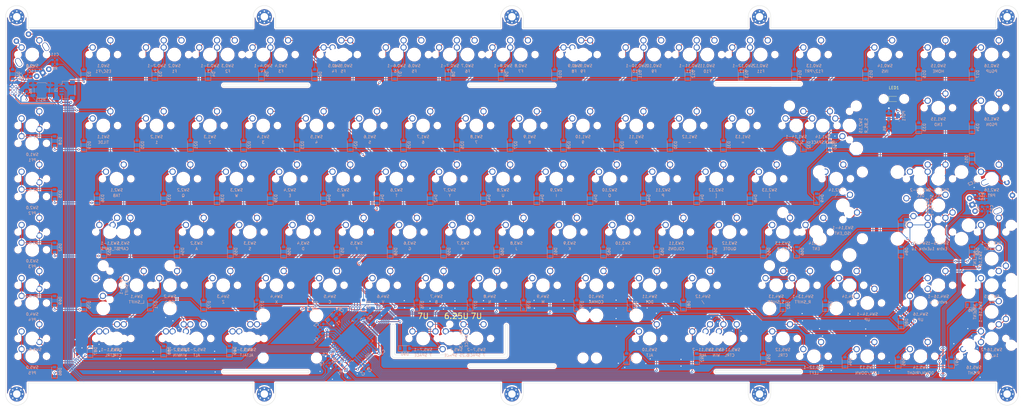
<source format=kicad_pcb>
(kicad_pcb (version 20171130) (host pcbnew "(5.1.2)-1")
  (layers (0 F.Cu signal) (31 B.Cu signal) (34 B.Paste user hide) (35 F.Paste user hide) (36 B.SilkS user) (37 F.SilkS user) (38 B.Mask user hide) (39 F.Mask user hide) (44 Edge.Cuts user))
  (net 0 "")
  (net 1 GND)
  (net 2 VCC)
  (net 3 "Net-(C6-Pad1)")
  (net 4 "Net-(C7-Pad1)")
  (net 5 "Net-(C8-Pad1)")
  (net 6 "Net-(C9-Pad1)")
  (net 7 "Net-(D1-Pad2)")
  (net 8 /r0)
  (net 9 "Net-(D2-Pad2)")
  (net 10 "Net-(D3-Pad2)")
  (net 11 "Net-(D4-Pad2)")
  (net 12 "Net-(D5-Pad2)")
  (net 13 "Net-(D6-Pad2)")
  (net 14 "Net-(D7-Pad2)")
  (net 15 "Net-(D8-Pad2)")
  (net 16 "Net-(D9-Pad2)")
  (net 17 "Net-(D10-Pad2)")
  (net 18 "Net-(D11-Pad2)")
  (net 19 "Net-(D12-Pad2)")
  (net 20 "Net-(D13-Pad2)")
  (net 21 "Net-(D14-Pad2)")
  (net 22 "Net-(D15-Pad2)")
  (net 23 "Net-(D16-Pad2)")
  (net 24 "Net-(D17-Pad2)")
  (net 25 /r1)
  (net 26 "Net-(D18-Pad2)")
  (net 27 "Net-(D19-Pad2)")
  (net 28 "Net-(D20-Pad2)")
  (net 29 "Net-(D21-Pad2)")
  (net 30 "Net-(D22-Pad2)")
  (net 31 "Net-(D23-Pad2)")
  (net 32 "Net-(D24-Pad2)")
  (net 33 "Net-(D25-Pad2)")
  (net 34 "Net-(D26-Pad2)")
  (net 35 "Net-(D27-Pad2)")
  (net 36 "Net-(D28-Pad2)")
  (net 37 "Net-(D29-Pad2)")
  (net 38 "Net-(D30-Pad2)")
  (net 39 "Net-(D31-Pad2)")
  (net 40 "Net-(D32-Pad2)")
  (net 41 "Net-(D33-Pad2)")
  (net 42 "Net-(D34-Pad2)")
  (net 43 "Net-(D35-Pad2)")
  (net 44 /r2)
  (net 45 "Net-(D36-Pad2)")
  (net 46 "Net-(D37-Pad2)")
  (net 47 "Net-(D38-Pad2)")
  (net 48 "Net-(D39-Pad2)")
  (net 49 "Net-(D40-Pad2)")
  (net 50 "Net-(D41-Pad2)")
  (net 51 "Net-(D42-Pad2)")
  (net 52 "Net-(D43-Pad2)")
  (net 53 "Net-(D44-Pad2)")
  (net 54 "Net-(D45-Pad2)")
  (net 55 "Net-(D46-Pad2)")
  (net 56 "Net-(D47-Pad2)")
  (net 57 "Net-(D48-Pad2)")
  (net 58 "Net-(D49-Pad2)")
  (net 59 "Net-(D50-Pad2)")
  (net 60 "Net-(D51-Pad2)")
  (net 61 /r3)
  (net 62 "Net-(D52-Pad2)")
  (net 63 "Net-(D53-Pad2)")
  (net 64 "Net-(D54-Pad2)")
  (net 65 "Net-(D55-Pad2)")
  (net 66 "Net-(D56-Pad2)")
  (net 67 "Net-(D57-Pad2)")
  (net 68 "Net-(D58-Pad2)")
  (net 69 "Net-(D59-Pad2)")
  (net 70 "Net-(D60-Pad2)")
  (net 71 "Net-(D61-Pad2)")
  (net 72 "Net-(D62-Pad2)")
  (net 73 "Net-(D63-Pad2)")
  (net 74 "Net-(D64-Pad2)")
  (net 75 "Net-(D65-Pad2)")
  (net 76 "Net-(D66-Pad2)")
  (net 77 "Net-(D67-Pad2)")
  (net 78 "Net-(D68-Pad2)")
  (net 79 "Net-(D69-Pad2)")
  (net 80 /r4)
  (net 81 "Net-(D70-Pad2)")
  (net 82 "Net-(D71-Pad2)")
  (net 83 "Net-(D72-Pad2)")
  (net 84 "Net-(D73-Pad2)")
  (net 85 "Net-(D74-Pad2)")
  (net 86 "Net-(D75-Pad2)")
  (net 87 "Net-(D76-Pad2)")
  (net 88 "Net-(D77-Pad2)")
  (net 89 "Net-(D78-Pad2)")
  (net 90 "Net-(D79-Pad2)")
  (net 91 "Net-(D80-Pad2)")
  (net 92 "Net-(D81-Pad2)")
  (net 93 "Net-(D82-Pad2)")
  (net 94 "Net-(D83-Pad2)")
  (net 95 "Net-(D84-Pad2)")
  (net 96 /r5)
  (net 97 "Net-(D85-Pad2)")
  (net 98 "Net-(D86-Pad2)")
  (net 99 "Net-(D87-Pad2)")
  (net 100 "Net-(D88-Pad2)")
  (net 101 "Net-(D89-Pad2)")
  (net 102 "Net-(D90-Pad2)")
  (net 103 "Net-(D91-Pad2)")
  (net 104 "Net-(D92-Pad2)")
  (net 105 "Net-(D93-Pad2)")
  (net 106 "Net-(D94-Pad2)")
  (net 107 "Net-(D95-Pad2)")
  (net 108 "Net-(EC1-PadA)")
  (net 109 "Net-(EC1-PadB)")
  (net 110 /c16)
  (net 111 /D-)
  (net 112 /D+)
  (net 113 /RES)
  (net 114 "Net-(LED1-Pad2)")
  (net 115 /rd-)
  (net 116 /rd+)
  (net 117 /c13)
  (net 118 /c8)
  (net 119 /c2)
  (net 120 /c3)
  (net 121 /c14)
  (net 122 /c9)
  (net 123 /c10)
  (net 124 /c4)
  (net 125 /c11)
  (net 126 /c7)
  (net 127 /c5)
  (net 128 /c6)
  (net 129 /c12)
  (net 130 /enc-)
  (net 131 /c15)
  (net 132 /enc+)
  (net 133 /c0)
  (net 134 /c1)
  (net 135 "Net-(POT1-Pad1)")
  (net 136 "Net-(R5-Pad2)")
  (net 137 "Net-(D96-Pad2)")
  (net 138 "Net-(EC2-PadA)")
  (net 139 "Net-(EC2-PadB)")
  (net 140 "Net-(D97-Pad2)")
  (module MX_SMK_2:MX_100 (layer F.Cu) (at 9.525 34.925)
    (fp_text reference SW1,0-1 (at 0 4) (layer B.SilkS) (effects (justify mirror)))
    (fp_text value PF1 (at 0 6) (layer B.SilkS) (effects (justify mirror)))
    (pad "" np_thru_hole circle (at 0 0) (size 3.9878 3.9878) (drill 3.9878) (layers *.Cu *.Mask))
    (pad 2 thru_hole circle (at 2.54 -5.08) (size 2.25 2.25) (drill 1.5) (layers *.Cu B.Mask) (net 133 /c0))
    (pad 1 thru_hole circle (at -3.81 -2.54) (size 2.25 2.25) (drill 1.5) (layers *.Cu B.Mask) (net 26 "Net-(D18-Pad2)"))
    (pad "" np_thru_hole circle (at -5.08 0 48) (size 1.72 1.72) (drill 1.72) (layers *.Cu *.Mask))
    (pad "" np_thru_hole circle (at 5.08 0 48) (size 1.72 1.72) (drill 1.72) (layers *.Cu *.Mask))
  )
  (module Diode_SMD:D_SOD-123 (layer B.Cu) (at 345.45 99.05)
    (fp_text reference D96 (at 0 2) (layer B.SilkS) (effects (justify mirror)))
    (fp_text value D)
    (pad 2 smd rect (at 1.65 0) (size 0.9 1.2) (layers B.Cu B.Paste B.Mask) (net 137 "Net-(D96-Pad2)"))
    (pad 1 smd rect (at -1.65 0) (size 0.9 1.2) (layers B.Cu B.Paste B.Mask) (net 96 /r5))
  )
  (module MX_SMK_2:MX_100 (layer F.Cu) (at 158.75 111.125 90)
    (fp_text reference SW5,7-3 (at 0 4 90) (layer B.SilkS) (effects (justify mirror)))
    (fp_text value "6 SPACE" (at 0 6 90) (layer B.SilkS) (effects (justify mirror)))
    (pad "" np_thru_hole circle (at 5.08 0 138) (size 1.72 1.72) (drill 1.72) (layers *.Cu *.Mask))
    (pad "" np_thru_hole circle (at -5.08 0 138) (size 1.72 1.72) (drill 1.72) (layers *.Cu *.Mask))
    (pad 1 thru_hole circle (at -3.81 -2.54 90) (size 2.25 2.25) (drill 1.5) (layers *.Cu B.Mask) (net 102 "Net-(D90-Pad2)"))
    (pad 2 thru_hole circle (at 2.54 -5.08 90) (size 2.25 2.25) (drill 1.5) (layers *.Cu B.Mask) (net 126 /c7))
    (pad "" np_thru_hole circle (at 0 0 90) (size 3.9878 3.9878) (drill 3.9878) (layers *.Cu *.Mask))
  )
  (module Capacitor_SMD:C_0603_1608Metric (layer B.Cu) (at 113 106.5 225)
    (fp_text reference C7 (at 1.202082 1.484924 225) (layer B.SilkS) (effects (justify mirror)))
    (fp_text value 22p)
    (pad 2 smd roundrect (at 0.7875 0 225) (size 0.875 0.95) (layers B.Cu B.Paste B.Mask) (net 1 GND))
    (pad 1 smd roundrect (at -0.7875 0 225) (size 0.875 0.95) (layers B.Cu B.Paste B.Mask) (net 4 "Net-(C7-Pad1)"))
  )
  (module Crystal:Crystal_SMD_SeikoEpson_FA238-4Pin_3.2x2.5mm (layer B.Cu) (at 116.7 104.3 45)
    (fp_text reference Y1 (at 0.777817 2.474874 45) (layer B.SilkS) (effects (justify mirror)))
    (fp_text value 16M)
    (pad 4 smd rect (at -1.1 0.8 45) (size 1.4 1.2) (layers B.Cu B.Paste B.Mask) (net 1 GND))
    (pad 3 smd rect (at 1.1 0.8 45) (size 1.4 1.2) (layers B.Cu B.Paste B.Mask) (net 5 "Net-(C8-Pad1)"))
    (pad 2 smd rect (at 1.1 -0.8 45) (size 1.4 1.2) (layers B.Cu B.Paste B.Mask) (net 1 GND))
    (pad 1 smd rect (at -1.1 -0.8 45) (size 1.4 1.2) (layers B.Cu B.Paste B.Mask) (net 4 "Net-(C7-Pad1)"))
  )
  (module Package_QFP:TQFP-44_10x10mm_P0.8mm (layer B.Cu) (at 124 112 45)
    (fp_text reference U1 (at 0 7.450001 45) (layer B.SilkS) (effects (justify mirror)))
    (fp_text value ATMEGA32U4)
    (pad 44 smd rect (at -4 5.7 315) (size 1.5 0.55) (layers B.Cu B.Paste B.Mask) (net 2 VCC))
    (pad 43 smd rect (at -3.2 5.7 315) (size 1.5 0.55) (layers B.Cu B.Paste B.Mask) (net 1 GND))
    (pad 42 smd rect (at -2.4 5.7 315) (size 1.5 0.55) (layers B.Cu B.Paste B.Mask) (net 6 "Net-(C9-Pad1)"))
    (pad 41 smd rect (at -1.6 5.7 315) (size 1.5 0.55) (layers B.Cu B.Paste B.Mask) (net 131 /c15))
    (pad 40 smd rect (at -0.8 5.7 315) (size 1.5 0.55) (layers B.Cu B.Paste B.Mask) (net 121 /c14))
    (pad 39 smd rect (at 0 5.7 315) (size 1.5 0.55) (layers B.Cu B.Paste B.Mask) (net 117 /c13))
    (pad 38 smd rect (at 0.8 5.7 315) (size 1.5 0.55) (layers B.Cu B.Paste B.Mask) (net 129 /c12))
    (pad 37 smd rect (at 1.6 5.7 315) (size 1.5 0.55) (layers B.Cu B.Paste B.Mask) (net 125 /c11))
    (pad 36 smd rect (at 2.4 5.7 315) (size 1.5 0.55) (layers B.Cu B.Paste B.Mask) (net 123 /c10))
    (pad 35 smd rect (at 3.2 5.7 315) (size 1.5 0.55) (layers B.Cu B.Paste B.Mask) (net 1 GND))
    (pad 34 smd rect (at 4 5.7 315) (size 1.5 0.55) (layers B.Cu B.Paste B.Mask) (net 2 VCC))
    (pad 33 smd rect (at 5.7 4 45) (size 1.5 0.55) (layers B.Cu B.Paste B.Mask) (net 136 "Net-(R5-Pad2)"))
    (pad 32 smd rect (at 5.7 3.2 45) (size 1.5 0.55) (layers B.Cu B.Paste B.Mask) (net 122 /c9))
    (pad 31 smd rect (at 5.7 2.4 45) (size 1.5 0.55) (layers B.Cu B.Paste B.Mask) (net 118 /c8))
    (pad 30 smd rect (at 5.7 1.6 45) (size 1.5 0.55) (layers B.Cu B.Paste B.Mask) (net 126 /c7))
    (pad 29 smd rect (at 5.7 0.8 45) (size 1.5 0.55) (layers B.Cu B.Paste B.Mask) (net 128 /c6))
    (pad 28 smd rect (at 5.7 0 45) (size 1.5 0.55) (layers B.Cu B.Paste B.Mask) (net 96 /r5))
    (pad 27 smd rect (at 5.7 -0.8 45) (size 1.5 0.55) (layers B.Cu B.Paste B.Mask) (net 80 /r4))
    (pad 26 smd rect (at 5.7 -1.6 45) (size 1.5 0.55) (layers B.Cu B.Paste B.Mask) (net 61 /r3))
    (pad 25 smd rect (at 5.7 -2.4 45) (size 1.5 0.55) (layers B.Cu B.Paste B.Mask) (net 44 /r2))
    (pad 24 smd rect (at 5.7 -3.2 45) (size 1.5 0.55) (layers B.Cu B.Paste B.Mask) (net 2 VCC))
    (pad 23 smd rect (at 5.7 -4 45) (size 1.5 0.55) (layers B.Cu B.Paste B.Mask) (net 1 GND))
    (pad 22 smd rect (at 4 -5.7 315) (size 1.5 0.55) (layers B.Cu B.Paste B.Mask) (net 8 /r0))
    (pad 21 smd rect (at 3.2 -5.7 315) (size 1.5 0.55) (layers B.Cu B.Paste B.Mask) (net 25 /r1))
    (pad 20 smd rect (at 2.4 -5.7 315) (size 1.5 0.55) (layers B.Cu B.Paste B.Mask) (net 127 /c5))
    (pad 19 smd rect (at 1.6 -5.7 315) (size 1.5 0.55) (layers B.Cu B.Paste B.Mask) (net 124 /c4))
    (pad 18 smd rect (at 0.8 -5.7 315) (size 1.5 0.55) (layers B.Cu B.Paste B.Mask) (net 120 /c3))
    (pad 17 smd rect (at 0 -5.7 315) (size 1.5 0.55) (layers B.Cu B.Paste B.Mask) (net 5 "Net-(C8-Pad1)"))
    (pad 16 smd rect (at -0.8 -5.7 315) (size 1.5 0.55) (layers B.Cu B.Paste B.Mask) (net 4 "Net-(C7-Pad1)"))
    (pad 15 smd rect (at -1.6 -5.7 315) (size 1.5 0.55) (layers B.Cu B.Paste B.Mask) (net 1 GND))
    (pad 14 smd rect (at -2.4 -5.7 315) (size 1.5 0.55) (layers B.Cu B.Paste B.Mask) (net 2 VCC))
    (pad 13 smd rect (at -3.2 -5.7 315) (size 1.5 0.55) (layers B.Cu B.Paste B.Mask) (net 113 /RES))
    (pad 12 smd rect (at -4 -5.7 315) (size 1.5 0.55) (layers B.Cu B.Paste B.Mask) (net 119 /c2))
    (pad 11 smd rect (at -5.7 -4 45) (size 1.5 0.55) (layers B.Cu B.Paste B.Mask) (net 134 /c1))
    (pad 10 smd rect (at -5.7 -3.2 45) (size 1.5 0.55) (layers B.Cu B.Paste B.Mask) (net 133 /c0))
    (pad 9 smd rect (at -5.7 -2.4 45) (size 1.5 0.55) (layers B.Cu B.Paste B.Mask) (net 132 /enc+))
    (pad 8 smd rect (at -5.7 -1.6 45) (size 1.5 0.55) (layers B.Cu B.Paste B.Mask) (net 130 /enc-))
    (pad 7 smd rect (at -5.7 -0.8 45) (size 1.5 0.55) (layers B.Cu B.Paste B.Mask) (net 2 VCC))
    (pad 6 smd rect (at -5.7 0 45) (size 1.5 0.55) (layers B.Cu B.Paste B.Mask) (net 3 "Net-(C6-Pad1)"))
    (pad 5 smd rect (at -5.7 0.8 45) (size 1.5 0.55) (layers B.Cu B.Paste B.Mask) (net 1 GND))
    (pad 4 smd rect (at -5.7 1.6 45) (size 1.5 0.55) (layers B.Cu B.Paste B.Mask) (net 116 /rd+))
    (pad 3 smd rect (at -5.7 2.4 45) (size 1.5 0.55) (layers B.Cu B.Paste B.Mask) (net 115 /rd-))
    (pad 2 smd rect (at -5.7 3.2 45) (size 1.5 0.55) (layers B.Cu B.Paste B.Mask) (net 2 VCC))
    (pad 1 smd rect (at -5.7 4 45) (size 1.5 0.55) (layers B.Cu B.Paste B.Mask) (net 110 /c16))
  )
  (module keebs:PinHeader_2x03_P1.27mm_Vertical_center (layer F.Cu) (at 3 22.225 180)
    (fp_text reference J2 (at -2.3 -0.975 180) (layer B.SilkS) (effects (justify mirror)))
    (fp_text value Conn_02x03_Odd_Even)
    (pad 6 thru_hole rect (at 0.635 1.27 180) (size 1 1) (drill 0.65) (layers *.Cu B.Mask) (net 1 GND))
    (pad 5 thru_hole oval (at -0.635 1.27 180) (size 1 1) (drill 0.65) (layers *.Cu B.Mask) (net 113 /RES))
    (pad 4 thru_hole oval (at 0.635 0 180) (size 1 1) (drill 0.65) (layers *.Cu B.Mask) (net 133 /c0))
    (pad 3 thru_hole oval (at -0.635 0 180) (size 1 1) (drill 0.65) (layers *.Cu B.Mask) (net 132 /enc+))
    (pad 2 thru_hole oval (at 0.635 -1.27 180) (size 1 1) (drill 0.65) (layers *.Cu B.Mask) (net 2 VCC))
    (pad 1 thru_hole circle (at -0.635 -1.27 180) (size 1 1) (drill 0.65) (layers *.Cu B.Mask) (net 134 /c1))
  )
  (module Button_Switch_SMD:SW_SPST_SKQG_WithStem (layer B.Cu) (at 12.9 22.325 180)
    (fp_text reference RST1 (at 0.4 -3.475 180) (layer B.SilkS) (effects (justify mirror)))
    (fp_text value SW_PUSH)
    (pad 2 smd rect (at 3.1 -1.85 180) (size 1.8 1.1) (layers B.Cu B.Paste B.Mask) (net 113 /RES))
    (pad 2 smd rect (at -3.1 -1.85 180) (size 1.8 1.1) (layers B.Cu B.Paste B.Mask) (net 113 /RES))
    (pad 1 smd rect (at 3.1 1.85 180) (size 1.8 1.1) (layers B.Cu B.Paste B.Mask) (net 1 GND))
    (pad 1 smd rect (at -3.1 1.85 180) (size 1.8 1.1) (layers B.Cu B.Paste B.Mask) (net 1 GND))
  )
  (module Connector_JST:JST_SH_SM04B-SRSS-TB_1x04-1MP_P1.00mm_Horizontal (layer B.Cu) (at 22 22.225 270)
    (fp_text reference J1 (at 0 3.98 270) (layer B.SilkS) (effects (justify mirror)))
    (fp_text value Conn_01x04)
    (pad MP smd roundrect (at 2.8 -1.875 270) (size 1.2 1.8) (layers B.Cu B.Paste B.Mask) (roundrect_rratio 0.208333))
    (pad MP smd roundrect (at -2.8 -1.875 270) (size 1.2 1.8) (layers B.Cu B.Paste B.Mask) (roundrect_rratio 0.208333))
    (pad 4 smd roundrect (at 1.5 2 270) (size 0.6 1.55) (layers B.Cu B.Paste B.Mask) (net 2 VCC))
    (pad 3 smd roundrect (at 0.5 2 270) (size 0.6 1.55) (layers B.Cu B.Paste B.Mask) (net 111 /D-))
    (pad 2 smd roundrect (at -0.5 2 270) (size 0.6 1.55) (layers B.Cu B.Paste B.Mask) (net 112 /D+))
    (pad 1 smd roundrect (at -1.5 2 270) (size 0.6 1.55) (layers B.Cu B.Paste B.Mask) (net 1 GND))
  )
  (module Capacitor_SMD:C_0603_1608Metric (layer B.Cu) (at 112.7 109.9 225)
    (fp_text reference C1 (at 2.404163 0 225) (layer B.SilkS) (effects (justify mirror)))
    (fp_text value 0.1u)
    (pad 2 smd roundrect (at 0.7875 0 225) (size 0.875 0.95) (layers B.Cu B.Paste B.Mask) (net 1 GND))
    (pad 1 smd roundrect (at -0.7875 0 225) (size 0.875 0.95) (layers B.Cu B.Paste B.Mask) (net 2 VCC))
  )
  (module Capacitor_SMD:C_0603_1608Metric (layer B.Cu) (at 128.7 103.2 45)
    (fp_text reference C2 (at 0.848528 1.414214 45) (layer B.SilkS) (effects (justify mirror)))
    (fp_text value 0.1u)
    (pad 2 smd roundrect (at 0.7875 0 45) (size 0.875 0.95) (layers B.Cu B.Paste B.Mask) (net 1 GND))
    (pad 1 smd roundrect (at -0.7875 0 45) (size 0.875 0.95) (layers B.Cu B.Paste B.Mask) (net 2 VCC))
  )
  (module Capacitor_SMD:C_0603_1608Metric (layer B.Cu) (at 132.5 115.6 225)
    (fp_text reference C3 (at -1.343503 -1.909188 225) (layer B.SilkS) (effects (justify mirror)))
    (fp_text value 0.1u)
    (pad 2 smd roundrect (at 0.7875 0 225) (size 0.875 0.95) (layers B.Cu B.Paste B.Mask) (net 1 GND))
    (pad 1 smd roundrect (at -0.7875 0 225) (size 0.875 0.95) (layers B.Cu B.Paste B.Mask) (net 2 VCC))
  )
  (module Capacitor_SMD:C_0603_1608Metric (layer B.Cu) (at 127.5 121.5 315)
    (fp_text reference C4 (at 1.484924 1.484924 315) (layer B.SilkS) (effects (justify mirror)))
    (fp_text value 0.1u)
    (pad 2 smd roundrect (at 0.7875 0 315) (size 0.875 0.95) (layers B.Cu B.Paste B.Mask) (net 1 GND))
    (pad 1 smd roundrect (at -0.7875 0 315) (size 0.875 0.95) (layers B.Cu B.Paste B.Mask) (net 2 VCC))
  )
  (module Capacitor_SMD:C_0603_1608Metric (layer B.Cu) (at 116.4 117.5 180)
    (fp_text reference C5 (at 2.2 0.7 180) (layer B.SilkS) (effects (justify mirror)))
    (fp_text value 1u)
    (pad 2 smd roundrect (at 0.7875 0 180) (size 0.875 0.95) (layers B.Cu B.Paste B.Mask) (net 1 GND))
    (pad 1 smd roundrect (at -0.7875 0 180) (size 0.875 0.95) (layers B.Cu B.Paste B.Mask) (net 2 VCC))
  )
  (module Capacitor_SMD:C_0603_1608Metric (layer B.Cu) (at 115.2 120.5 225)
    (fp_text reference C6 (at 1.272792 1.838478 225) (layer B.SilkS) (effects (justify mirror)))
    (fp_text value 1u)
    (pad 2 smd roundrect (at 0.7875 0 225) (size 0.875 0.95) (layers B.Cu B.Paste B.Mask) (net 1 GND))
    (pad 1 smd roundrect (at -0.7875 0 225) (size 0.875 0.95) (layers B.Cu B.Paste B.Mask) (net 3 "Net-(C6-Pad1)"))
  )
  (module Capacitor_SMD:C_0603_1608Metric (layer B.Cu) (at 118.943153 101.943153 135)
    (fp_text reference C8 (at 0 1.43 135) (layer B.SilkS) (effects (justify mirror)))
    (fp_text value 22p)
    (pad 2 smd roundrect (at 0.7875 0 135) (size 0.875 0.95) (layers B.Cu B.Paste B.Mask) (net 1 GND))
    (pad 1 smd roundrect (at -0.7875 0 135) (size 0.875 0.95) (layers B.Cu B.Paste B.Mask) (net 5 "Net-(C8-Pad1)"))
  )
  (module Capacitor_SMD:C_0603_1608Metric (layer B.Cu) (at 129 120 315)
    (fp_text reference C9 (at 2.262742 0.989949 315) (layer B.SilkS) (effects (justify mirror)))
    (fp_text value 0.1u)
    (pad 2 smd roundrect (at 0.7875 0 315) (size 0.875 0.95) (layers B.Cu B.Paste B.Mask) (net 1 GND))
    (pad 1 smd roundrect (at -0.7875 0 315) (size 0.875 0.95) (layers B.Cu B.Paste B.Mask) (net 6 "Net-(C9-Pad1)"))
  )
  (module Capacitor_SMD:C_0603_1608Metric (layer B.Cu) (at 8.7 15.4)
    (fp_text reference C10 (at 0.1 -1.6) (layer B.SilkS) (effects (justify mirror)))
    (fp_text value 0.1u)
    (pad 2 smd roundrect (at 0.7875 0) (size 0.875 0.95) (layers B.Cu B.Paste B.Mask) (net 1 GND))
    (pad 1 smd roundrect (at -0.7875 0) (size 0.875 0.95) (layers B.Cu B.Paste B.Mask) (net 132 /enc+))
  )
  (module Capacitor_SMD:C_0603_1608Metric (layer B.Cu) (at 17.6 11.4)
    (fp_text reference C11 (at 0 -1.9) (layer B.SilkS) (effects (justify mirror)))
    (fp_text value 0.1u)
    (pad 2 smd roundrect (at 0.7875 0) (size 0.875 0.95) (layers B.Cu B.Paste B.Mask) (net 130 /enc-))
    (pad 1 smd roundrect (at -0.7875 0) (size 0.875 0.95) (layers B.Cu B.Paste B.Mask) (net 1 GND))
  )
  (module Resistor_SMD:R_0603_1608Metric (layer B.Cu) (at 119.7 121.3 225)
    (fp_text reference R1 (at 1.555635 -1.272792 225) (layer B.SilkS) (effects (justify mirror)))
    (fp_text value 22)
    (pad 2 smd roundrect (at 0.7875 0 225) (size 0.875 0.95) (layers B.Cu B.Paste B.Mask) (net 111 /D-))
    (pad 1 smd roundrect (at -0.7875 0 225) (size 0.875 0.95) (layers B.Cu B.Paste B.Mask) (net 115 /rd-))
  )
  (module Resistor_SMD:R_0603_1608Metric (layer B.Cu) (at 118.6 120.2 225)
    (fp_text reference R2 (at 0.070711 1.343503 225) (layer B.SilkS) (effects (justify mirror)))
    (fp_text value 22)
    (pad 2 smd roundrect (at 0.7875 0 225) (size 0.875 0.95) (layers B.Cu B.Paste B.Mask) (net 112 /D+))
    (pad 1 smd roundrect (at -0.7875 0 225) (size 0.875 0.95) (layers B.Cu B.Paste B.Mask) (net 116 /rd+))
  )
  (module Resistor_SMD:R_0603_1608Metric (layer B.Cu) (at 7.5 23.5 90)
    (fp_text reference R6 (at 0.9 1.43 90) (layer B.SilkS) (effects (justify mirror)))
    (fp_text value 10K)
    (pad 2 smd roundrect (at 0.7875 0 90) (size 0.875 0.95) (layers B.Cu B.Paste B.Mask) (net 2 VCC))
    (pad 1 smd roundrect (at -0.7875 0 90) (size 0.875 0.95) (layers B.Cu B.Paste B.Mask) (net 113 /RES))
  )
  (module Resistor_SMD:R_0603_1608Metric (layer B.Cu) (at 8 17.3 180)
    (fp_text reference R7 (at 2.4 -0.6 180) (layer B.SilkS) (effects (justify mirror)))
    (fp_text value 10K)
    (pad 2 smd roundrect (at 0.7875 0 180) (size 0.875 0.95) (layers B.Cu B.Paste B.Mask) (net 132 /enc+))
    (pad 1 smd roundrect (at -0.7875 0 180) (size 0.875 0.95) (layers B.Cu B.Paste B.Mask) (net 108 "Net-(EC1-PadA)"))
  )
  (module Resistor_SMD:R_0603_1608Metric (layer B.Cu) (at 17.6 13 180)
    (fp_text reference R8 (at 0 -1.5 180) (layer B.SilkS) (effects (justify mirror)))
    (fp_text value 10K)
    (pad 2 smd roundrect (at 0.7875 0 180) (size 0.875 0.95) (layers B.Cu B.Paste B.Mask) (net 109 "Net-(EC1-PadB)"))
    (pad 1 smd roundrect (at -0.7875 0 180) (size 0.875 0.95) (layers B.Cu B.Paste B.Mask) (net 130 /enc-))
  )
  (module keebs:LED_0805_lightpipe (layer F.Cu) (at 317.5 25.4)
    (fp_text reference LED1 (at 0 -4) (layer F.SilkS))
    (fp_text value "3V 5mA")
    (pad "" np_thru_hole circle (at -3.7 0) (size 2.57 2.57) (drill 2.57) (layers *.Cu *.Mask))
    (pad "" np_thru_hole circle (at 3.7 0) (size 2.57 2.57) (drill 2.57) (layers *.Cu *.Mask))
    (pad 2 smd roundrect (at 0.9625 0) (size 1.325 1.3) (layers F.Cu F.Paste F.Mask) (roundrect_rratio 0.192308) (net 114 "Net-(LED1-Pad2)"))
    (pad 1 smd roundrect (at -0.9625 0) (size 1.325 1.3) (layers F.Cu F.Paste F.Mask) (roundrect_rratio 0.192308) (net 1 GND))
  )
  (module digikey-footprints:Trimpot_3.8mmx3.6mm_TC33X-2-103E (layer B.Cu) (at 317.5 31.5 90)
    (fp_text reference POT1 (at 0 3.54 90) (layer B.SilkS) (effects (justify mirror)))
    (fp_text value TC33X-2-103E)
    (pad 3 smd rect (at 1 -1.8 90) (size 1.2 1.2) (layers B.Cu B.Paste B.Mask) (net 1 GND))
    (pad 1 smd rect (at -1 -1.8 90) (size 1.2 1.2) (layers B.Cu B.Paste B.Mask) (net 135 "Net-(POT1-Pad1)"))
    (pad 2 smd rect (at 0 1.45 90) (size 1.6 1.5) (layers B.Cu B.Paste B.Mask) (net 114 "Net-(LED1-Pad2)"))
  )
  (module Resistor_SMD:R_0603_1608Metric (layer B.Cu) (at 315.7 36 270)
    (fp_text reference R5 (at 0 1.43 270) (layer B.SilkS) (effects (justify mirror)))
    (fp_text value 440)
    (pad 2 smd roundrect (at 0.7875 0 270) (size 0.875 0.95) (layers B.Cu B.Paste B.Mask) (net 136 "Net-(R5-Pad2)"))
    (pad 1 smd roundrect (at -0.7875 0 270) (size 0.875 0.95) (layers B.Cu B.Paste B.Mask) (net 135 "Net-(POT1-Pad1)"))
  )
  (module Capacitor_SMD:C_0603_1608Metric (layer B.Cu) (at 351 64.8 90)
    (fp_text reference C12 (at 0 1.43 90) (layer B.SilkS) (effects (justify mirror)))
    (fp_text value 0.1u)
    (pad 1 smd roundrect (at -0.7875 0 90) (size 0.875 0.95) (layers B.Cu B.Paste B.Mask) (net 1 GND))
    (pad 2 smd roundrect (at 0.7875 0 90) (size 0.875 0.95) (layers B.Cu B.Paste B.Mask) (net 130 /enc-))
  )
  (module Capacitor_SMD:C_0603_1608Metric (layer B.Cu) (at 350 60.2 270)
    (fp_text reference C13 (at 0 1.43 90) (layer B.SilkS) (effects (justify mirror)))
    (fp_text value 0.1u)
    (pad 2 smd roundrect (at 0.7875 0 270) (size 0.875 0.95) (layers B.Cu B.Paste B.Mask) (net 1 GND))
    (pad 1 smd roundrect (at -0.7875 0 270) (size 0.875 0.95) (layers B.Cu B.Paste B.Mask) (net 132 /enc+))
  )
  (module Diode_SMD:D_SOD-123 (layer B.Cu) (at 2.525 16.525 90)
    (fp_text reference D1 (at 0 2 90) (layer B.SilkS) (effects (justify mirror)))
    (fp_text value D)
    (pad 1 smd rect (at -1.65 0 90) (size 0.9 1.2) (layers B.Cu B.Paste B.Mask) (net 8 /r0))
    (pad 2 smd rect (at 1.65 0 90) (size 0.9 1.2) (layers B.Cu B.Paste B.Mask) (net 7 "Net-(D1-Pad2)"))
  )
  (module Diode_SMD:D_SOD-123 (layer B.Cu) (at 27.925 16.525 90)
    (fp_text reference D2 (at 0 2 90) (layer B.SilkS) (effects (justify mirror)))
    (fp_text value D)
    (pad 1 smd rect (at -1.65 0 90) (size 0.9 1.2) (layers B.Cu B.Paste B.Mask) (net 8 /r0))
    (pad 2 smd rect (at 1.65 0 90) (size 0.9 1.2) (layers B.Cu B.Paste B.Mask) (net 9 "Net-(D2-Pad2)"))
  )
  (module Diode_SMD:D_SOD-123 (layer B.Cu) (at 53.325 16.525 90)
    (fp_text reference D3 (at 0 2 90) (layer B.SilkS) (effects (justify mirror)))
    (fp_text value D)
    (pad 2 smd rect (at 1.65 0 90) (size 0.9 1.2) (layers B.Cu B.Paste B.Mask) (net 10 "Net-(D3-Pad2)"))
    (pad 1 smd rect (at -1.65 0 90) (size 0.9 1.2) (layers B.Cu B.Paste B.Mask) (net 8 /r0))
  )
  (module Diode_SMD:D_SOD-123 (layer B.Cu) (at 72.375 16.525 90)
    (fp_text reference D4 (at 0 2 90) (layer B.SilkS) (effects (justify mirror)))
    (fp_text value D)
    (pad 2 smd rect (at 1.65 0 90) (size 0.9 1.2) (layers B.Cu B.Paste B.Mask) (net 11 "Net-(D4-Pad2)"))
    (pad 1 smd rect (at -1.65 0 90) (size 0.9 1.2) (layers B.Cu B.Paste B.Mask) (net 8 /r0))
  )
  (module Diode_SMD:D_SOD-123 (layer B.Cu) (at 91.425 16.525 90)
    (fp_text reference D5 (at 0 2 90) (layer B.SilkS) (effects (justify mirror)))
    (fp_text value D)
    (pad 1 smd rect (at -1.65 0 90) (size 0.9 1.2) (layers B.Cu B.Paste B.Mask) (net 8 /r0))
    (pad 2 smd rect (at 1.65 0 90) (size 0.9 1.2) (layers B.Cu B.Paste B.Mask) (net 12 "Net-(D5-Pad2)"))
  )
  (module Diode_SMD:D_SOD-123 (layer B.Cu) (at 110.475 16.525 90)
    (fp_text reference D6 (at 0 2 90) (layer B.SilkS) (effects (justify mirror)))
    (fp_text value D)
    (pad 2 smd rect (at 1.65 0 90) (size 0.9 1.2) (layers B.Cu B.Paste B.Mask) (net 13 "Net-(D6-Pad2)"))
    (pad 1 smd rect (at -1.65 0 90) (size 0.9 1.2) (layers B.Cu B.Paste B.Mask) (net 8 /r0))
  )
  (module Diode_SMD:D_SOD-123 (layer B.Cu) (at 139.05 16.525 90)
    (fp_text reference D7 (at 0 2 90) (layer B.SilkS) (effects (justify mirror)))
    (fp_text value D)
    (pad 2 smd rect (at 1.65 0 90) (size 0.9 1.2) (layers B.Cu B.Paste B.Mask) (net 14 "Net-(D7-Pad2)"))
    (pad 1 smd rect (at -1.65 0 90) (size 0.9 1.2) (layers B.Cu B.Paste B.Mask) (net 8 /r0))
  )
  (module Diode_SMD:D_SOD-123 (layer B.Cu) (at 158.1 16.525 90)
    (fp_text reference D8 (at 0 2 90) (layer B.SilkS) (effects (justify mirror)))
    (fp_text value D)
    (pad 1 smd rect (at -1.65 0 90) (size 0.9 1.2) (layers B.Cu B.Paste B.Mask) (net 8 /r0))
    (pad 2 smd rect (at 1.65 0 90) (size 0.9 1.2) (layers B.Cu B.Paste B.Mask) (net 15 "Net-(D8-Pad2)"))
  )
  (module Diode_SMD:D_SOD-123 (layer B.Cu) (at 177.15 16.525 90)
    (fp_text reference D9 (at 0 2 90) (layer B.SilkS) (effects (justify mirror)))
    (fp_text value D)
    (pad 1 smd rect (at -1.65 0 90) (size 0.9 1.2) (layers B.Cu B.Paste B.Mask) (net 8 /r0))
    (pad 2 smd rect (at 1.65 0 90) (size 0.9 1.2) (layers B.Cu B.Paste B.Mask) (net 16 "Net-(D9-Pad2)"))
  )
  (module Diode_SMD:D_SOD-123 (layer B.Cu) (at 196.2 16.525 90)
    (fp_text reference D10 (at 0 2 90) (layer B.SilkS) (effects (justify mirror)))
    (fp_text value D)
    (pad 2 smd rect (at 1.65 0 90) (size 0.9 1.2) (layers B.Cu B.Paste B.Mask) (net 17 "Net-(D10-Pad2)"))
    (pad 1 smd rect (at -1.65 0 90) (size 0.9 1.2) (layers B.Cu B.Paste B.Mask) (net 8 /r0))
  )
  (module Diode_SMD:D_SOD-123 (layer B.Cu) (at 224.775 16.525 90)
    (fp_text reference D11 (at 0 2 90) (layer B.SilkS) (effects (justify mirror)))
    (fp_text value D)
    (pad 2 smd rect (at 1.65 0 90) (size 0.9 1.2) (layers B.Cu B.Paste B.Mask) (net 18 "Net-(D11-Pad2)"))
    (pad 1 smd rect (at -1.65 0 90) (size 0.9 1.2) (layers B.Cu B.Paste B.Mask) (net 8 /r0))
  )
  (module Diode_SMD:D_SOD-123 (layer B.Cu) (at 243.825 16.525 90)
    (fp_text reference D12 (at 0 2 90) (layer B.SilkS) (effects (justify mirror)))
    (fp_text value D)
    (pad 1 smd rect (at -1.65 0 90) (size 0.9 1.2) (layers B.Cu B.Paste B.Mask) (net 8 /r0))
    (pad 2 smd rect (at 1.65 0 90) (size 0.9 1.2) (layers B.Cu B.Paste B.Mask) (net 19 "Net-(D12-Pad2)"))
  )
  (module Diode_SMD:D_SOD-123 (layer B.Cu) (at 262.875 16.525 90)
    (fp_text reference D13 (at 0 2 90) (layer B.SilkS) (effects (justify mirror)))
    (fp_text value D)
    (pad 1 smd rect (at -1.65 0 90) (size 0.9 1.2) (layers B.Cu B.Paste B.Mask) (net 8 /r0))
    (pad 2 smd rect (at 1.65 0 90) (size 0.9 1.2) (layers B.Cu B.Paste B.Mask) (net 20 "Net-(D13-Pad2)"))
  )
  (module Diode_SMD:D_SOD-123 (layer B.Cu) (at 281.925 16.525 90)
    (fp_text reference D14 (at 0 2 90) (layer B.SilkS) (effects (justify mirror)))
    (fp_text value D)
    (pad 1 smd rect (at -1.65 0 90) (size 0.9 1.2) (layers B.Cu B.Paste B.Mask) (net 8 /r0))
    (pad 2 smd rect (at 1.65 0 90) (size 0.9 1.2) (layers B.Cu B.Paste B.Mask) (net 21 "Net-(D14-Pad2)"))
  )
  (module Diode_SMD:D_SOD-123 (layer B.Cu) (at 307.325 16.525 90)
    (fp_text reference D15 (at 0 2 90) (layer B.SilkS) (effects (justify mirror)))
    (fp_text value D)
    (pad 1 smd rect (at -1.65 0 90) (size 0.9 1.2) (layers B.Cu B.Paste B.Mask) (net 8 /r0))
    (pad 2 smd rect (at 1.65 0 90) (size 0.9 1.2) (layers B.Cu B.Paste B.Mask) (net 22 "Net-(D15-Pad2)"))
  )
  (module Diode_SMD:D_SOD-123 (layer B.Cu) (at 326.375 16.525 90)
    (fp_text reference D16 (at 0 2 90) (layer B.SilkS) (effects (justify mirror)))
    (fp_text value D)
    (pad 1 smd rect (at -1.65 0 90) (size 0.9 1.2) (layers B.Cu B.Paste B.Mask) (net 8 /r0))
    (pad 2 smd rect (at 1.65 0 90) (size 0.9 1.2) (layers B.Cu B.Paste B.Mask) (net 23 "Net-(D16-Pad2)"))
  )
  (module Diode_SMD:D_SOD-123 (layer B.Cu) (at 345.425 16.525 90)
    (fp_text reference D17 (at 0 2 90) (layer B.SilkS) (effects (justify mirror)))
    (fp_text value D)
    (pad 2 smd rect (at 1.65 0 90) (size 0.9 1.2) (layers B.Cu B.Paste B.Mask) (net 24 "Net-(D17-Pad2)"))
    (pad 1 smd rect (at -1.65 0 90) (size 0.9 1.2) (layers B.Cu B.Paste B.Mask) (net 8 /r0))
  )
  (module Diode_SMD:D_SOD-123 (layer B.Cu) (at 17.525 40.425 90)
    (fp_text reference D18 (at 0 2 90) (layer B.SilkS) (effects (justify mirror)))
    (fp_text value D)
    (pad 2 smd rect (at 1.65 0 90) (size 0.9 1.2) (layers B.Cu B.Paste B.Mask) (net 26 "Net-(D18-Pad2)"))
    (pad 1 smd rect (at -1.65 0 90) (size 0.9 1.2) (layers B.Cu B.Paste B.Mask) (net 25 /r1))
  )
  (module Diode_SMD:D_SOD-123 (layer B.Cu) (at 27.925 41.925 90)
    (fp_text reference D19 (at 0 2 90) (layer B.SilkS) (effects (justify mirror)))
    (fp_text value D)
    (pad 1 smd rect (at -1.65 0 90) (size 0.9 1.2) (layers B.Cu B.Paste B.Mask) (net 25 /r1))
    (pad 2 smd rect (at 1.65 0 90) (size 0.9 1.2) (layers B.Cu B.Paste B.Mask) (net 27 "Net-(D19-Pad2)"))
  )
  (module Diode_SMD:D_SOD-123 (layer B.Cu) (at 46.975 41.925 90)
    (fp_text reference D20 (at 0 2 90) (layer B.SilkS) (effects (justify mirror)))
    (fp_text value D)
    (pad 2 smd rect (at 1.65 0 90) (size 0.9 1.2) (layers B.Cu B.Paste B.Mask) (net 28 "Net-(D20-Pad2)"))
    (pad 1 smd rect (at -1.65 0 90) (size 0.9 1.2) (layers B.Cu B.Paste B.Mask) (net 25 /r1))
  )
  (module Diode_SMD:D_SOD-123 (layer B.Cu) (at 66.025 41.925 90)
    (fp_text reference D21 (at 0 2 90) (layer B.SilkS) (effects (justify mirror)))
    (fp_text value D)
    (pad 1 smd rect (at -1.65 0 90) (size 0.9 1.2) (layers B.Cu B.Paste B.Mask) (net 25 /r1))
    (pad 2 smd rect (at 1.65 0 90) (size 0.9 1.2) (layers B.Cu B.Paste B.Mask) (net 29 "Net-(D21-Pad2)"))
  )
  (module Diode_SMD:D_SOD-123 (layer B.Cu) (at 85.075 41.925 90)
    (fp_text reference D22 (at 0 2 90) (layer B.SilkS) (effects (justify mirror)))
    (fp_text value D)
    (pad 2 smd rect (at 1.65 0 90) (size 0.9 1.2) (layers B.Cu B.Paste B.Mask) (net 30 "Net-(D22-Pad2)"))
    (pad 1 smd rect (at -1.65 0 90) (size 0.9 1.2) (layers B.Cu B.Paste B.Mask) (net 25 /r1))
  )
  (module Diode_SMD:D_SOD-123 (layer B.Cu) (at 104.125 41.925 90)
    (fp_text reference D23 (at 0 2 90) (layer B.SilkS) (effects (justify mirror)))
    (fp_text value D)
    (pad 2 smd rect (at 1.65 0 90) (size 0.9 1.2) (layers B.Cu B.Paste B.Mask) (net 31 "Net-(D23-Pad2)"))
    (pad 1 smd rect (at -1.65 0 90) (size 0.9 1.2) (layers B.Cu B.Paste B.Mask) (net 25 /r1))
  )
  (module Diode_SMD:D_SOD-123 (layer B.Cu) (at 123.175 41.925 90)
    (fp_text reference D24 (at 0 2 90) (layer B.SilkS) (effects (justify mirror)))
    (fp_text value D)
    (pad 2 smd rect (at 1.65 0 90) (size 0.9 1.2) (layers B.Cu B.Paste B.Mask) (net 32 "Net-(D24-Pad2)"))
    (pad 1 smd rect (at -1.65 0 90) (size 0.9 1.2) (layers B.Cu B.Paste B.Mask) (net 25 /r1))
  )
  (module Diode_SMD:D_SOD-123 (layer B.Cu) (at 142.225 41.925 90)
    (fp_text reference D25 (at 0 2 90) (layer B.SilkS) (effects (justify mirror)))
    (fp_text value D)
    (pad 2 smd rect (at 1.65 0 90) (size 0.9 1.2) (layers B.Cu B.Paste B.Mask) (net 33 "Net-(D25-Pad2)"))
    (pad 1 smd rect (at -1.65 0 90) (size 0.9 1.2) (layers B.Cu B.Paste B.Mask) (net 25 /r1))
  )
  (module Diode_SMD:D_SOD-123 (layer B.Cu) (at 161.275 41.925 90)
    (fp_text reference D26 (at 0 2 90) (layer B.SilkS) (effects (justify mirror)))
    (fp_text value D)
    (pad 1 smd rect (at -1.65 0 90) (size 0.9 1.2) (layers B.Cu B.Paste B.Mask) (net 25 /r1))
    (pad 2 smd rect (at 1.65 0 90) (size 0.9 1.2) (layers B.Cu B.Paste B.Mask) (net 34 "Net-(D26-Pad2)"))
  )
  (module Diode_SMD:D_SOD-123 (layer B.Cu) (at 180.325 41.925 90)
    (fp_text reference D27 (at 0 2 90) (layer B.SilkS) (effects (justify mirror)))
    (fp_text value D)
    (pad 2 smd rect (at 1.65 0 90) (size 0.9 1.2) (layers B.Cu B.Paste B.Mask) (net 35 "Net-(D27-Pad2)"))
    (pad 1 smd rect (at -1.65 0 90) (size 0.9 1.2) (layers B.Cu B.Paste B.Mask) (net 25 /r1))
  )
  (module Diode_SMD:D_SOD-123 (layer B.Cu) (at 199.375 41.925 90)
    (fp_text reference D28 (at 0 2 90) (layer B.SilkS) (effects (justify mirror)))
    (fp_text value D)
    (pad 2 smd rect (at 1.65 0 90) (size 0.9 1.2) (layers B.Cu B.Paste B.Mask) (net 36 "Net-(D28-Pad2)"))
    (pad 1 smd rect (at -1.65 0 90) (size 0.9 1.2) (layers B.Cu B.Paste B.Mask) (net 25 /r1))
  )
  (module Diode_SMD:D_SOD-123 (layer B.Cu) (at 218.425 41.925 90)
    (fp_text reference D29 (at 0 2 90) (layer B.SilkS) (effects (justify mirror)))
    (fp_text value D)
    (pad 2 smd rect (at 1.65 0 90) (size 0.9 1.2) (layers B.Cu B.Paste B.Mask) (net 37 "Net-(D29-Pad2)"))
    (pad 1 smd rect (at -1.65 0 90) (size 0.9 1.2) (layers B.Cu B.Paste B.Mask) (net 25 /r1))
  )
  (module Diode_SMD:D_SOD-123 (layer B.Cu) (at 237.475 41.925 90)
    (fp_text reference D30 (at 0 2 90) (layer B.SilkS) (effects (justify mirror)))
    (fp_text value D)
    (pad 1 smd rect (at -1.65 0 90) (size 0.9 1.2) (layers B.Cu B.Paste B.Mask) (net 25 /r1))
    (pad 2 smd rect (at 1.65 0 90) (size 0.9 1.2) (layers B.Cu B.Paste B.Mask) (net 38 "Net-(D30-Pad2)"))
  )
  (module Diode_SMD:D_SOD-123 (layer B.Cu) (at 256.525 41.925 90)
    (fp_text reference D31 (at 0 2 90) (layer B.SilkS) (effects (justify mirror)))
    (fp_text value D)
    (pad 2 smd rect (at 1.65 0 90) (size 0.9 1.2) (layers B.Cu B.Paste B.Mask) (net 39 "Net-(D31-Pad2)"))
    (pad 1 smd rect (at -1.65 0 90) (size 0.9 1.2) (layers B.Cu B.Paste B.Mask) (net 25 /r1))
  )
  (module Diode_SMD:D_SOD-123 (layer B.Cu) (at 285.1 41.925 90)
    (fp_text reference D32 (at 0 2 90) (layer B.SilkS) (effects (justify mirror)))
    (fp_text value D)
    (pad 1 smd rect (at -1.65 0 90) (size 0.9 1.2) (layers B.Cu B.Paste B.Mask) (net 25 /r1))
    (pad 2 smd rect (at 1.65 0 90) (size 0.9 1.2) (layers B.Cu B.Paste B.Mask) (net 40 "Net-(D32-Pad2)"))
  )
  (module Diode_SMD:D_SOD-123 (layer B.Cu) (at 326.375 35.575 90)
    (fp_text reference D33 (at 0 2 90) (layer B.SilkS) (effects (justify mirror)))
    (fp_text value D)
    (pad 1 smd rect (at -1.65 0 90) (size 0.9 1.2) (layers B.Cu B.Paste B.Mask) (net 25 /r1))
    (pad 2 smd rect (at 1.65 0 90) (size 0.9 1.2) (layers B.Cu B.Paste B.Mask) (net 41 "Net-(D33-Pad2)"))
  )
  (module Diode_SMD:D_SOD-123 (layer B.Cu) (at 345.425 35.575 90)
    (fp_text reference D34 (at 0 2 90) (layer B.SilkS) (effects (justify mirror)))
    (fp_text value D)
    (pad 1 smd rect (at -1.65 0 90) (size 0.9 1.2) (layers B.Cu B.Paste B.Mask) (net 25 /r1))
    (pad 2 smd rect (at 1.65 0 90) (size 0.9 1.2) (layers B.Cu B.Paste B.Mask) (net 42 "Net-(D34-Pad2)"))
  )
  (module Diode_SMD:D_SOD-123 (layer B.Cu) (at 17.525 59.475 90)
    (fp_text reference D35 (at 0 2 90) (layer B.SilkS) (effects (justify mirror)))
    (fp_text value D)
    (pad 2 smd rect (at 1.65 0 90) (size 0.9 1.2) (layers B.Cu B.Paste B.Mask) (net 43 "Net-(D35-Pad2)"))
    (pad 1 smd rect (at -1.65 0 90) (size 0.9 1.2) (layers B.Cu B.Paste B.Mask) (net 44 /r2))
  )
  (module Diode_SMD:D_SOD-123 (layer B.Cu) (at 32.6875 60.975 90)
    (fp_text reference D36 (at 0 2 90) (layer B.SilkS) (effects (justify mirror)))
    (fp_text value D)
    (pad 2 smd rect (at 1.65 0 90) (size 0.9 1.2) (layers B.Cu B.Paste B.Mask) (net 45 "Net-(D36-Pad2)"))
    (pad 1 smd rect (at -1.65 0 90) (size 0.9 1.2) (layers B.Cu B.Paste B.Mask) (net 44 /r2))
  )
  (module Diode_SMD:D_SOD-123 (layer B.Cu) (at 56.5 60.975 90)
    (fp_text reference D37 (at 0 2 90) (layer B.SilkS) (effects (justify mirror)))
    (fp_text value D)
    (pad 1 smd rect (at -1.65 0 90) (size 0.9 1.2) (layers B.Cu B.Paste B.Mask) (net 44 /r2))
    (pad 2 smd rect (at 1.65 0 90) (size 0.9 1.2) (layers B.Cu B.Paste B.Mask) (net 46 "Net-(D37-Pad2)"))
  )
  (module Diode_SMD:D_SOD-123 (layer B.Cu) (at 75.55 60.975 90)
    (fp_text reference D38 (at 0 2 90) (layer B.SilkS) (effects (justify mirror)))
    (fp_text value D)
    (pad 1 smd rect (at -1.65 0 90) (size 0.9 1.2) (layers B.Cu B.Paste B.Mask) (net 44 /r2))
    (pad 2 smd rect (at 1.65 0 90) (size 0.9 1.2) (layers B.Cu B.Paste B.Mask) (net 47 "Net-(D38-Pad2)"))
  )
  (module Diode_SMD:D_SOD-123 (layer B.Cu) (at 94.6 60.975 90)
    (fp_text reference D39 (at 0 2 90) (layer B.SilkS) (effects (justify mirror)))
    (fp_text value D)
    (pad 2 smd rect (at 1.65 0 90) (size 0.9 1.2) (layers B.Cu B.Paste B.Mask) (net 48 "Net-(D39-Pad2)"))
    (pad 1 smd rect (at -1.65 0 90) (size 0.9 1.2) (layers B.Cu B.Paste B.Mask) (net 44 /r2))
  )
  (module Diode_SMD:D_SOD-123 (layer B.Cu) (at 113.65 60.975 90)
    (fp_text reference D40 (at 0 2 90) (layer B.SilkS) (effects (justify mirror)))
    (fp_text value D)
    (pad 1 smd rect (at -1.65 0 90) (size 0.9 1.2) (layers B.Cu B.Paste B.Mask) (net 44 /r2))
    (pad 2 smd rect (at 1.65 0 90) (size 0.9 1.2) (layers B.Cu B.Paste B.Mask) (net 49 "Net-(D40-Pad2)"))
  )
  (module Diode_SMD:D_SOD-123 (layer B.Cu) (at 132.7 60.975 90)
    (fp_text reference D41 (at 0 2 90) (layer B.SilkS) (effects (justify mirror)))
    (fp_text value D)
    (pad 2 smd rect (at 1.65 0 90) (size 0.9 1.2) (layers B.Cu B.Paste B.Mask) (net 50 "Net-(D41-Pad2)"))
    (pad 1 smd rect (at -1.65 0 90) (size 0.9 1.2) (layers B.Cu B.Paste B.Mask) (net 44 /r2))
  )
  (module Diode_SMD:D_SOD-123 (layer B.Cu) (at 151.75 60.975 90)
    (fp_text reference D42 (at 0 2 90) (layer B.SilkS) (effects (justify mirror)))
    (fp_text value D)
    (pad 2 smd rect (at 1.65 0 90) (size 0.9 1.2) (layers B.Cu B.Paste B.Mask) (net 51 "Net-(D42-Pad2)"))
    (pad 1 smd rect (at -1.65 0 90) (size 0.9 1.2) (layers B.Cu B.Paste B.Mask) (net 44 /r2))
  )
  (module Diode_SMD:D_SOD-123 (layer B.Cu) (at 170.8 60.975 90)
    (fp_text reference D43 (at 0 2 90) (layer B.SilkS) (effects (justify mirror)))
    (fp_text value D)
    (pad 1 smd rect (at -1.65 0 90) (size 0.9 1.2) (layers B.Cu B.Paste B.Mask) (net 44 /r2))
    (pad 2 smd rect (at 1.65 0 90) (size 0.9 1.2) (layers B.Cu B.Paste B.Mask) (net 52 "Net-(D43-Pad2)"))
  )
  (module Diode_SMD:D_SOD-123 (layer B.Cu) (at 189.85 60.975 90)
    (fp_text reference D44 (at 0 2 90) (layer B.SilkS) (effects (justify mirror)))
    (fp_text value D)
    (pad 2 smd rect (at 1.65 0 90) (size 0.9 1.2) (layers B.Cu B.Paste B.Mask) (net 53 "Net-(D44-Pad2)"))
    (pad 1 smd rect (at -1.65 0 90) (size 0.9 1.2) (layers B.Cu B.Paste B.Mask) (net 44 /r2))
  )
  (module Diode_SMD:D_SOD-123 (layer B.Cu) (at 208.9 60.975 90)
    (fp_text reference D45 (at 0 2 90) (layer B.SilkS) (effects (justify mirror)))
    (fp_text value D)
    (pad 2 smd rect (at 1.65 0 90) (size 0.9 1.2) (layers B.Cu B.Paste B.Mask) (net 54 "Net-(D45-Pad2)"))
    (pad 1 smd rect (at -1.65 0 90) (size 0.9 1.2) (layers B.Cu B.Paste B.Mask) (net 44 /r2))
  )
  (module Diode_SMD:D_SOD-123 (layer B.Cu) (at 227.95 60.975 90)
    (fp_text reference D46 (at 0 2 90) (layer B.SilkS) (effects (justify mirror)))
    (fp_text value D)
    (pad 2 smd rect (at 1.65 0 90) (size 0.9 1.2) (layers B.Cu B.Paste B.Mask) (net 55 "Net-(D46-Pad2)"))
    (pad 1 smd rect (at -1.65 0 90) (size 0.9 1.2) (layers B.Cu B.Paste B.Mask) (net 44 /r2))
  )
  (module Diode_SMD:D_SOD-123 (layer B.Cu) (at 247 60.975 90)
    (fp_text reference D47 (at 0 2 90) (layer B.SilkS) (effects (justify mirror)))
    (fp_text value D)
    (pad 1 smd rect (at -1.65 0 90) (size 0.9 1.2) (layers B.Cu B.Paste B.Mask) (net 44 /r2))
    (pad 2 smd rect (at 1.65 0 90) (size 0.9 1.2) (layers B.Cu B.Paste B.Mask) (net 56 "Net-(D47-Pad2)"))
  )
  (module Diode_SMD:D_SOD-123 (layer B.Cu) (at 266.05 60.975 90)
    (fp_text reference D48 (at 0 2 90) (layer B.SilkS) (effects (justify mirror)))
    (fp_text value D)
    (pad 2 smd rect (at 1.65 0 90) (size 0.9 1.2) (layers B.Cu B.Paste B.Mask) (net 57 "Net-(D48-Pad2)"))
    (pad 1 smd rect (at -1.65 0 90) (size 0.9 1.2) (layers B.Cu B.Paste B.Mask) (net 44 /r2))
  )
  (module Diode_SMD:D_SOD-123 (layer B.Cu) (at 289.8625 60.975 90)
    (fp_text reference D49 (at 0 2 90) (layer B.SilkS) (effects (justify mirror)))
    (fp_text value D)
    (pad 1 smd rect (at -1.65 0 90) (size 0.9 1.2) (layers B.Cu B.Paste B.Mask) (net 44 /r2))
    (pad 2 smd rect (at 1.65 0 90) (size 0.9 1.2) (layers B.Cu B.Paste B.Mask) (net 58 "Net-(D49-Pad2)"))
  )
  (module Diode_SMD:D_SOD-123 (layer B.Cu) (at 294.48125 42.06875 90)
    (fp_text reference D50 (at 0 2 90) (layer B.SilkS) (effects (justify mirror)))
    (fp_text value D)
    (pad 1 smd rect (at -1.65 0 90) (size 0.9 1.2) (layers B.Cu B.Paste B.Mask) (net 44 /r2))
    (pad 2 smd rect (at 1.65 0 90) (size 0.9 1.2) (layers B.Cu B.Paste B.Mask) (net 59 "Net-(D50-Pad2)"))
  )
  (module Diode_SMD:D_SOD-123 (layer B.Cu) (at 345.425 47 270)
    (fp_text reference D51 (at 0 2 90) (layer B.SilkS) (effects (justify mirror)))
    (fp_text value D)
    (pad 1 smd rect (at -1.65 0 270) (size 0.9 1.2) (layers B.Cu B.Paste B.Mask) (net 44 /r2))
    (pad 2 smd rect (at 1.65 0 270) (size 0.9 1.2) (layers B.Cu B.Paste B.Mask) (net 60 "Net-(D51-Pad2)"))
  )
  (module Diode_SMD:D_SOD-123 (layer B.Cu) (at 17.525 78.525 90)
    (fp_text reference D52 (at 0 2 90) (layer B.SilkS) (effects (justify mirror)))
    (fp_text value D)
    (pad 2 smd rect (at 1.65 0 90) (size 0.9 1.2) (layers B.Cu B.Paste B.Mask) (net 62 "Net-(D52-Pad2)"))
    (pad 1 smd rect (at -1.65 0 90) (size 0.9 1.2) (layers B.Cu B.Paste B.Mask) (net 61 /r3))
  )
  (module Diode_SMD:D_SOD-123 (layer B.Cu) (at 35.06875 80.025 90)
    (fp_text reference D53 (at 0 2 90) (layer B.SilkS) (effects (justify mirror)))
    (fp_text value D)
    (pad 1 smd rect (at -1.65 0 90) (size 0.9 1.2) (layers B.Cu B.Paste B.Mask) (net 61 /r3))
    (pad 2 smd rect (at 1.65 0 90) (size 0.9 1.2) (layers B.Cu B.Paste B.Mask) (net 63 "Net-(D53-Pad2)"))
  )
  (module Diode_SMD:D_SOD-123 (layer B.Cu) (at 61.2625 80.025 90)
    (fp_text reference D54 (at 0 2 90) (layer B.SilkS) (effects (justify mirror)))
    (fp_text value D)
    (pad 1 smd rect (at -1.65 0 90) (size 0.9 1.2) (layers B.Cu B.Paste B.Mask) (net 61 /r3))
    (pad 2 smd rect (at 1.65 0 90) (size 0.9 1.2) (layers B.Cu B.Paste B.Mask) (net 64 "Net-(D54-Pad2)"))
  )
  (module Diode_SMD:D_SOD-123 (layer B.Cu) (at 80.3125 80.025 90)
    (fp_text reference D55 (at 0 2 90) (layer B.SilkS) (effects (justify mirror)))
    (fp_text value D)
    (pad 1 smd rect (at -1.65 0 90) (size 0.9 1.2) (layers B.Cu B.Paste B.Mask) (net 61 /r3))
    (pad 2 smd rect (at 1.65 0 90) (size 0.9 1.2) (layers B.Cu B.Paste B.Mask) (net 65 "Net-(D55-Pad2)"))
  )
  (module Diode_SMD:D_SOD-123 (layer B.Cu) (at 99.3625 80.025 90)
    (fp_text reference D56 (at 0 2 90) (layer B.SilkS) (effects (justify mirror)))
    (fp_text value D)
    (pad 2 smd rect (at 1.65 0 90) (size 0.9 1.2) (layers B.Cu B.Paste B.Mask) (net 66 "Net-(D56-Pad2)"))
    (pad 1 smd rect (at -1.65 0 90) (size 0.9 1.2) (layers B.Cu B.Paste B.Mask) (net 61 /r3))
  )
  (module Diode_SMD:D_SOD-123 (layer B.Cu) (at 118.4125 80.025 90)
    (fp_text reference D57 (at 0 2 90) (layer B.SilkS) (effects (justify mirror)))
    (fp_text value D)
    (pad 1 smd rect (at -1.65 0 90) (size 0.9 1.2) (layers B.Cu B.Paste B.Mask) (net 61 /r3))
    (pad 2 smd rect (at 1.65 0 90) (size 0.9 1.2) (layers B.Cu B.Paste B.Mask) (net 67 "Net-(D57-Pad2)"))
  )
  (module Diode_SMD:D_SOD-123 (layer B.Cu) (at 137.4625 80.025 90)
    (fp_text reference D58 (at 0 2 90) (layer B.SilkS) (effects (justify mirror)))
    (fp_text value D)
    (pad 1 smd rect (at -1.65 0 90) (size 0.9 1.2) (layers B.Cu B.Paste B.Mask) (net 61 /r3))
    (pad 2 smd rect (at 1.65 0 90) (size 0.9 1.2) (layers B.Cu B.Paste B.Mask) (net 68 "Net-(D58-Pad2)"))
  )
  (module Diode_SMD:D_SOD-123 (layer B.Cu) (at 156.5125 80.025 90)
    (fp_text reference D59 (at 0 2 90) (layer B.SilkS) (effects (justify mirror)))
    (fp_text value D)
    (pad 2 smd rect (at 1.65 0 90) (size 0.9 1.2) (layers B.Cu B.Paste B.Mask) (net 69 "Net-(D59-Pad2)"))
    (pad 1 smd rect (at -1.65 0 90) (size 0.9 1.2) (layers B.Cu B.Paste B.Mask) (net 61 /r3))
  )
  (module Diode_SMD:D_SOD-123 (layer B.Cu) (at 175.5625 80.025 90)
    (fp_text reference D60 (at 0 2 90) (layer B.SilkS) (effects (justify mirror)))
    (fp_text value D)
    (pad 1 smd rect (at -1.65 0 90) (size 0.9 1.2) (layers B.Cu B.Paste B.Mask) (net 61 /r3))
    (pad 2 smd rect (at 1.65 0 90) (size 0.9 1.2) (layers B.Cu B.Paste B.Mask) (net 70 "Net-(D60-Pad2)"))
  )
  (module Diode_SMD:D_SOD-123 (layer B.Cu) (at 194.6125 80.025 90)
    (fp_text reference D61 (at 0 2 90) (layer B.SilkS) (effects (justify mirror)))
    (fp_text value D)
    (pad 2 smd rect (at 1.65 0 90) (size 0.9 1.2) (layers B.Cu B.Paste B.Mask) (net 71 "Net-(D61-Pad2)"))
    (pad 1 smd rect (at -1.65 0 90) (size 0.9 1.2) (layers B.Cu B.Paste B.Mask) (net 61 /r3))
  )
  (module Diode_SMD:D_SOD-123 (layer B.Cu) (at 213.6625 80.025 90)
    (fp_text reference D62 (at 0 2 90) (layer B.SilkS) (effects (justify mirror)))
    (fp_text value D)
    (pad 1 smd rect (at -1.65 0 90) (size 0.9 1.2) (layers B.Cu B.Paste B.Mask) (net 61 /r3))
    (pad 2 smd rect (at 1.65 0 90) (size 0.9 1.2) (layers B.Cu B.Paste B.Mask) (net 72 "Net-(D62-Pad2)"))
  )
  (module Diode_SMD:D_SOD-123 (layer B.Cu) (at 232.7125 80.025 90)
    (fp_text reference D63 (at 0 2 90) (layer B.SilkS) (effects (justify mirror)))
    (fp_text value D)
    (pad 1 smd rect (at -1.65 0 90) (size 0.9 1.2) (layers B.Cu B.Paste B.Mask) (net 61 /r3))
    (pad 2 smd rect (at 1.65 0 90) (size 0.9 1.2) (layers B.Cu B.Paste B.Mask) (net 73 "Net-(D63-Pad2)"))
  )
  (module Diode_SMD:D_SOD-123 (layer B.Cu) (at 251.7625 80.025 90)
    (fp_text reference D64 (at 0 2 90) (layer B.SilkS) (effects (justify mirror)))
    (fp_text value D)
    (pad 1 smd rect (at -1.65 0 90) (size 0.9 1.2) (layers B.Cu B.Paste B.Mask) (net 61 /r3))
    (pad 2 smd rect (at 1.65 0 90) (size 0.9 1.2) (layers B.Cu B.Paste B.Mask) (net 74 "Net-(D64-Pad2)"))
  )
  (module Diode_SMD:D_SOD-123 (layer B.Cu) (at 270.8125 80.025 90)
    (fp_text reference D65 (at 0 2 90) (layer B.SilkS) (effects (justify mirror)))
    (fp_text value D)
    (pad 2 smd rect (at 1.65 0 90) (size 0.9 1.2) (layers B.Cu B.Paste B.Mask) (net 75 "Net-(D65-Pad2)"))
    (pad 1 smd rect (at -1.65 0 90) (size 0.9 1.2) (layers B.Cu B.Paste B.Mask) (net 61 /r3))
  )
  (module Diode_SMD:D_SOD-123 (layer B.Cu) (at 282.71875 80.025 90)
    (fp_text reference D66 (at 0 2 90) (layer B.SilkS) (effects (justify mirror)))
    (fp_text value D)
    (pad 2 smd rect (at 1.65 0 90) (size 0.9 1.2) (layers B.Cu B.Paste B.Mask) (net 76 "Net-(D66-Pad2)"))
    (pad 1 smd rect (at -1.65 0 90) (size 0.9 1.2) (layers B.Cu B.Paste B.Mask) (net 61 /r3))
  )
  (module Diode_SMD:D_SOD-123 (layer B.Cu) (at 320.025 70.5 90)
    (fp_text reference D67 (at 0 2 90) (layer B.SilkS) (effects (justify mirror)))
    (fp_text value D)
    (pad 1 smd rect (at -1.65 0 90) (size 0.9 1.2) (layers B.Cu B.Paste B.Mask) (net 61 /r3))
    (pad 2 smd rect (at 1.65 0 90) (size 0.9 1.2) (layers B.Cu B.Paste B.Mask) (net 77 "Net-(D67-Pad2)"))
  )
  (module Diode_SMD:D_SOD-123 (layer B.Cu) (at 345.425 80 90)
    (fp_text reference D68 (at 0 2 90) (layer B.SilkS) (effects (justify mirror)))
    (fp_text value D)
    (pad 1 smd rect (at -1.65 0 90) (size 0.9 1.2) (layers B.Cu B.Paste B.Mask) (net 61 /r3))
    (pad 2 smd rect (at 1.65 0 90) (size 0.9 1.2) (layers B.Cu B.Paste B.Mask) (net 78 "Net-(D68-Pad2)"))
  )
  (module Diode_SMD:D_SOD-123 (layer B.Cu) (at 17.525 97.575 90)
    (fp_text reference D69 (at 0 2 90) (layer B.SilkS) (effects (justify mirror)))
    (fp_text value D)
    (pad 1 smd rect (at -1.65 0 90) (size 0.9 1.2) (layers B.Cu B.Paste B.Mask) (net 80 /r4))
    (pad 2 smd rect (at 1.65 0 90) (size 0.9 1.2) (layers B.Cu B.Paste B.Mask) (net 79 "Net-(D69-Pad2)"))
  )
  (module Diode_SMD:D_SOD-123 (layer B.Cu) (at 27.925 99.075 90)
    (fp_text reference D70 (at 0 2 90) (layer B.SilkS) (effects (justify mirror)))
    (fp_text value D)
    (pad 2 smd rect (at 1.65 0 90) (size 0.9 1.2) (layers B.Cu B.Paste B.Mask) (net 81 "Net-(D70-Pad2)"))
    (pad 1 smd rect (at -1.65 0 90) (size 0.9 1.2) (layers B.Cu B.Paste B.Mask) (net 80 /r4))
  )
  (module Diode_SMD:D_SOD-123 (layer B.Cu) (at 51.7375 99.075 90)
    (fp_text reference D71 (at 0 2 90) (layer B.SilkS) (effects (justify mirror)))
    (fp_text value D)
    (pad 1 smd rect (at -1.65 0 90) (size 0.9 1.2) (layers B.Cu B.Paste B.Mask) (net 80 /r4))
    (pad 2 smd rect (at 1.65 0 90) (size 0.9 1.2) (layers B.Cu B.Paste B.Mask) (net 82 "Net-(D71-Pad2)"))
  )
  (module Diode_SMD:D_SOD-123 (layer B.Cu) (at 70.7875 99.075 90)
    (fp_text reference D72 (at 0 2 90) (layer B.SilkS) (effects (justify mirror)))
    (fp_text value D)
    (pad 2 smd rect (at 1.65 0 90) (size 0.9 1.2) (layers B.Cu B.Paste B.Mask) (net 83 "Net-(D72-Pad2)"))
    (pad 1 smd rect (at -1.65 0 90) (size 0.9 1.2) (layers B.Cu B.Paste B.Mask) (net 80 /r4))
  )
  (module Diode_SMD:D_SOD-123 (layer B.Cu) (at 89.8375 99.075 90)
    (fp_text reference D73 (at 0 2 90) (layer B.SilkS) (effects (justify mirror)))
    (fp_text value D)
    (pad 1 smd rect (at -1.65 0 90) (size 0.9 1.2) (layers B.Cu B.Paste B.Mask) (net 80 /r4))
    (pad 2 smd rect (at 1.65 0 90) (size 0.9 1.2) (layers B.Cu B.Paste B.Mask) (net 84 "Net-(D73-Pad2)"))
  )
  (module Diode_SMD:D_SOD-123 (layer B.Cu) (at 108.8875 99.075 90)
    (fp_text reference D74 (at 0 2 90) (layer B.SilkS) (effects (justify mirror)))
    (fp_text value D)
    (pad 2 smd rect (at 1.65 0 90) (size 0.9 1.2) (layers B.Cu B.Paste B.Mask) (net 85 "Net-(D74-Pad2)"))
    (pad 1 smd rect (at -1.65 0 90) (size 0.9 1.2) (layers B.Cu B.Paste B.Mask) (net 80 /r4))
  )
  (module Diode_SMD:D_SOD-123 (layer B.Cu) (at 127.9375 99.075 90)
    (fp_text reference D75 (at 0 2 90) (layer B.SilkS) (effects (justify mirror)))
    (fp_text value D)
    (pad 2 smd rect (at 1.65 0 90) (size 0.9 1.2) (layers B.Cu B.Paste B.Mask) (net 86 "Net-(D75-Pad2)"))
    (pad 1 smd rect (at -1.65 0 90) (size 0.9 1.2) (layers B.Cu B.Paste B.Mask) (net 80 /r4))
  )
  (module Diode_SMD:D_SOD-123 (layer B.Cu) (at 146.9875 99.075 90)
    (fp_text reference D76 (at 0 2 90) (layer B.SilkS) (effects (justify mirror)))
    (fp_text value D)
    (pad 2 smd rect (at 1.65 0 90) (size 0.9 1.2) (layers B.Cu B.Paste B.Mask) (net 87 "Net-(D76-Pad2)"))
    (pad 1 smd rect (at -1.65 0 90) (size 0.9 1.2) (layers B.Cu B.Paste B.Mask) (net 80 /r4))
  )
  (module Diode_SMD:D_SOD-123 (layer B.Cu) (at 166.0375 99.075 90)
    (fp_text reference D77 (at 0 2 90) (layer B.SilkS) (effects (justify mirror)))
    (fp_text value D)
    (pad 1 smd rect (at -1.65 0 90) (size 0.9 1.2) (layers B.Cu B.Paste B.Mask) (net 80 /r4))
    (pad 2 smd rect (at 1.65 0 90) (size 0.9 1.2) (layers B.Cu B.Paste B.Mask) (net 88 "Net-(D77-Pad2)"))
  )
  (module Diode_SMD:D_SOD-123 (layer B.Cu) (at 185.0875 99.075 90)
    (fp_text reference D78 (at 0 2 90) (layer B.SilkS) (effects (justify mirror)))
    (fp_text value D)
    (pad 1 smd rect (at -1.65 0 90) (size 0.9 1.2) (layers B.Cu B.Paste B.Mask) (net 80 /r4))
    (pad 2 smd rect (at 1.65 0 90) (size 0.9 1.2) (layers B.Cu B.Paste B.Mask) (net 89 "Net-(D78-Pad2)"))
  )
  (module Diode_SMD:D_SOD-123 (layer B.Cu) (at 204.1375 99.075 90)
    (fp_text reference D79 (at 0 2 90) (layer B.SilkS) (effects (justify mirror)))
    (fp_text value D)
    (pad 2 smd rect (at 1.65 0 90) (size 0.9 1.2) (layers B.Cu B.Paste B.Mask) (net 90 "Net-(D79-Pad2)"))
    (pad 1 smd rect (at -1.65 0 90) (size 0.9 1.2) (layers B.Cu B.Paste B.Mask) (net 80 /r4))
  )
  (module Diode_SMD:D_SOD-123 (layer B.Cu) (at 223.1875 99.075 90)
    (fp_text reference D80 (at 0 2 90) (layer B.SilkS) (effects (justify mirror)))
    (fp_text value D)
    (pad 2 smd rect (at 1.65 0 90) (size 0.9 1.2) (layers B.Cu B.Paste B.Mask) (net 91 "Net-(D80-Pad2)"))
    (pad 1 smd rect (at -1.65 0 90) (size 0.9 1.2) (layers B.Cu B.Paste B.Mask) (net 80 /r4))
  )
  (module Diode_SMD:D_SOD-123 (layer B.Cu) (at 242.2375 99.075 90)
    (fp_text reference D81 (at 0 2 90) (layer B.SilkS) (effects (justify mirror)))
    (fp_text value D)
    (pad 2 smd rect (at 1.65 0 90) (size 0.9 1.2) (layers B.Cu B.Paste B.Mask) (net 92 "Net-(D81-Pad2)"))
    (pad 1 smd rect (at -1.65 0 90) (size 0.9 1.2) (layers B.Cu B.Paste B.Mask) (net 80 /r4))
  )
  (module Diode_SMD:D_SOD-123 (layer B.Cu) (at 277.8125 99.21875 90)
    (fp_text reference D82 (at 0 2 90) (layer B.SilkS) (effects (justify mirror)))
    (fp_text value D)
    (pad 2 smd rect (at 1.65 0 90) (size 0.9 1.2) (layers B.Cu B.Paste B.Mask) (net 93 "Net-(D82-Pad2)"))
    (pad 1 smd rect (at -1.65 0 90) (size 0.9 1.2) (layers B.Cu B.Paste B.Mask) (net 80 /r4))
  )
  (module Diode_SMD:D_SOD-123 (layer B.Cu) (at 293 99.21875 90)
    (fp_text reference D83 (at 0 2 90) (layer B.SilkS) (effects (justify mirror)))
    (fp_text value D)
    (pad 2 smd rect (at 1.65 0 90) (size 0.9 1.2) (layers B.Cu B.Paste B.Mask) (net 94 "Net-(D83-Pad2)"))
    (pad 1 smd rect (at -1.65 0 90) (size 0.9 1.2) (layers B.Cu B.Paste B.Mask) (net 80 /r4))
  )
  (module Diode_SMD:D_SOD-123 (layer B.Cu) (at 320.025 80.025 90)
    (fp_text reference D84 (at 0 2 90) (layer B.SilkS) (effects (justify mirror)))
    (fp_text value D)
    (pad 2 smd rect (at 1.65 0 90) (size 0.9 1.2) (layers B.Cu B.Paste B.Mask) (net 95 "Net-(D84-Pad2)"))
    (pad 1 smd rect (at -1.65 0 90) (size 0.9 1.2) (layers B.Cu B.Paste B.Mask) (net 80 /r4))
  )
  (module Diode_SMD:D_SOD-123 (layer B.Cu) (at 320.025 105.425 90)
    (fp_text reference D85 (at 0 2 90) (layer B.SilkS) (effects (justify mirror)))
    (fp_text value D)
    (pad 2 smd rect (at 1.65 0 90) (size 0.9 1.2) (layers B.Cu B.Paste B.Mask) (net 97 "Net-(D85-Pad2)"))
    (pad 1 smd rect (at -1.65 0 90) (size 0.9 1.2) (layers B.Cu B.Paste B.Mask) (net 80 /r4))
  )
  (module Diode_SMD:D_SOD-123 (layer B.Cu) (at 17.5 123 90)
    (fp_text reference D86 (at 0 2 90) (layer B.SilkS) (effects (justify mirror)))
    (fp_text value D)
    (pad 1 smd rect (at -1.65 0 90) (size 0.9 1.2) (layers B.Cu B.Paste B.Mask) (net 96 /r5))
    (pad 2 smd rect (at 1.65 0 90) (size 0.9 1.2) (layers B.Cu B.Paste B.Mask) (net 98 "Net-(D86-Pad2)"))
  )
  (module Diode_SMD:D_SOD-123 (layer B.Cu) (at 30.1875 115.625 90)
    (fp_text reference D87 (at 0 2 90) (layer B.SilkS) (effects (justify mirror)))
    (fp_text value D)
    (pad 1 smd rect (at -1.65 0 90) (size 0.9 1.2) (layers B.Cu B.Paste B.Mask) (net 96 /r5))
    (pad 2 smd rect (at 1.65 0 90) (size 0.9 1.2) (layers B.Cu B.Paste B.Mask) (net 99 "Net-(D87-Pad2)"))
  )
  (module Diode_SMD:D_SOD-123 (layer B.Cu) (at 56.5 115.5 90)
    (fp_text reference D88 (at 0 2 90) (layer B.SilkS) (effects (justify mirror)))
    (fp_text value D)
    (pad 1 smd rect (at -1.65 0 90) (size 0.9 1.2) (layers B.Cu B.Paste B.Mask) (net 96 /r5))
    (pad 2 smd rect (at 1.65 0 90) (size 0.9 1.2) (layers B.Cu B.Paste B.Mask) (net 100 "Net-(D88-Pad2)"))
  )
  (module Diode_SMD:D_SOD-123 (layer B.Cu) (at 80 115.5 90)
    (fp_text reference D89 (at 0 2 90) (layer B.SilkS) (effects (justify mirror)))
    (fp_text value D)
    (pad 2 smd rect (at 1.65 0 90) (size 0.9 1.2) (layers B.Cu B.Paste B.Mask) (net 101 "Net-(D89-Pad2)"))
    (pad 1 smd rect (at -1.65 0 90) (size 0.9 1.2) (layers B.Cu B.Paste B.Mask) (net 96 /r5))
  )
  (module Diode_SMD:D_SOD-123 (layer B.Cu) (at 142.7 114.7)
    (fp_text reference D90 (at 0 2) (layer B.SilkS) (effects (justify mirror)))
    (fp_text value D)
    (pad 2 smd rect (at 1.65 0) (size 0.9 1.2) (layers B.Cu B.Paste B.Mask) (net 102 "Net-(D90-Pad2)"))
    (pad 1 smd rect (at -1.65 0) (size 0.9 1.2) (layers B.Cu B.Paste B.Mask) (net 96 /r5))
  )
  (module Diode_SMD:D_SOD-123 (layer B.Cu) (at 222 118.125 90)
    (fp_text reference D91 (at 0 2 90) (layer B.SilkS) (effects (justify mirror)))
    (fp_text value D)
    (pad 1 smd rect (at -1.65 0 90) (size 0.9 1.2) (layers B.Cu B.Paste B.Mask) (net 96 /r5))
    (pad 2 smd rect (at 1.65 0 90) (size 0.9 1.2) (layers B.Cu B.Paste B.Mask) (net 103 "Net-(D91-Pad2)"))
  )
  (module Diode_SMD:D_SOD-123 (layer B.Cu) (at 247 118.125 90)
    (fp_text reference D92 (at 0 2 90) (layer B.SilkS) (effects (justify mirror)))
    (fp_text value D)
    (pad 1 smd rect (at -1.65 0 90) (size 0.9 1.2) (layers B.Cu B.Paste B.Mask) (net 96 /r5))
    (pad 2 smd rect (at 1.65 0 90) (size 0.9 1.2) (layers B.Cu B.Paste B.Mask) (net 104 "Net-(D92-Pad2)"))
  )
  (module Diode_SMD:D_SOD-123 (layer B.Cu) (at 270.8125 118.125 90)
    (fp_text reference D93 (at 0 2 90) (layer B.SilkS) (effects (justify mirror)))
    (fp_text value D)
    (pad 1 smd rect (at -1.65 0 90) (size 0.9 1.2) (layers B.Cu B.Paste B.Mask) (net 96 /r5))
    (pad 2 smd rect (at 1.65 0 90) (size 0.9 1.2) (layers B.Cu B.Paste B.Mask) (net 105 "Net-(D93-Pad2)"))
  )
  (module Diode_SMD:D_SOD-123 (layer B.Cu) (at 299.975 119.475 90)
    (fp_text reference D94 (at 0 2 90) (layer B.SilkS) (effects (justify mirror)))
    (fp_text value D)
    (pad 2 smd rect (at 1.65 0 90) (size 0.9 1.2) (layers B.Cu B.Paste B.Mask) (net 106 "Net-(D94-Pad2)"))
    (pad 1 smd rect (at -1.65 0 90) (size 0.9 1.2) (layers B.Cu B.Paste B.Mask) (net 96 /r5))
  )
  (module Diode_SMD:D_SOD-123 (layer B.Cu) (at 319.025 119.475 90)
    (fp_text reference D95 (at 0 2 90) (layer B.SilkS) (effects (justify mirror)))
    (fp_text value D)
    (pad 1 smd rect (at -1.65 0 90) (size 0.9 1.2) (layers B.Cu B.Paste B.Mask) (net 96 /r5))
    (pad 2 smd rect (at 1.65 0 90) (size 0.9 1.2) (layers B.Cu B.Paste B.Mask) (net 107 "Net-(D95-Pad2)"))
  )
  (module Diode_SMD:D_SOD-123 (layer B.Cu) (at 338.075 119.475 90)
    (fp_text reference D97 (at 0 2 90) (layer B.SilkS) (effects (justify mirror)))
    (fp_text value D)
    (pad 1 smd rect (at -1.65 0 90) (size 0.9 1.2) (layers B.Cu B.Paste B.Mask) (net 96 /r5))
    (pad 2 smd rect (at 1.65 0 90) (size 0.9 1.2) (layers B.Cu B.Paste B.Mask) (net 140 "Net-(D97-Pad2)"))
  )
  (module keebs:EC11E (layer F.Cu) (at 9.525 9.525 120)
    (fp_text reference EC1 (at -4.7 -7.2 120) (layer B.SilkS) (effects (justify mirror)))
    (fp_text value EC11E)
    (pad A thru_hole circle (at -7.5 -2.5 120) (size 2 2) (drill 1) (layers *.Cu B.Mask) (net 108 "Net-(EC1-PadA)"))
    (pad C thru_hole rect (at -7.5 0 120) (size 2 2) (drill 1) (layers *.Cu B.Mask) (net 1 GND))
    (pad B thru_hole circle (at -7.5 2.5 120) (size 2 2) (drill 1) (layers *.Cu B.Mask) (net 109 "Net-(EC1-PadB)"))
    (pad MP thru_hole roundrect (at 0 -5.6 120) (size 3.2 2) (drill oval 2.8 1.5) (layers *.Cu B.Mask) (roundrect_rratio 0.5))
    (pad MP thru_hole roundrect (at 0 5.6 120) (size 3.2 2) (drill oval 2.8 1.5) (layers *.Cu B.Mask) (roundrect_rratio 0.5))
    (pad S2 thru_hole circle (at 7 -2.5 120) (size 2 2) (drill 1) (layers *.Cu B.Mask) (net 7 "Net-(D1-Pad2)"))
    (pad S1 thru_hole circle (at 7 2.5 120) (size 2 2) (drill 1) (layers *.Cu B.Mask) (net 133 /c0))
  )
  (module keebs:EC11E (layer F.Cu) (at 352.425 60.325 23)
    (fp_text reference EC2 (at -4.7 -7.2 23) (layer B.SilkS) (effects (justify mirror)))
    (fp_text value EC11E)
    (pad S1 thru_hole circle (at 7 2.5 23) (size 2 2) (drill 1) (layers *.Cu B.Mask) (net 110 /c16))
    (pad S2 thru_hole circle (at 7 -2.5 23) (size 2 2) (drill 1) (layers *.Cu B.Mask) (net 60 "Net-(D51-Pad2)"))
    (pad MP thru_hole roundrect (at 0 5.6 23) (size 3.2 2) (drill oval 2.8 1.5) (layers *.Cu B.Mask) (roundrect_rratio 0.5))
    (pad MP thru_hole roundrect (at 0 -5.6 23) (size 3.2 2) (drill oval 2.8 1.5) (layers *.Cu B.Mask) (roundrect_rratio 0.5))
    (pad B thru_hole circle (at -7.5 2.5 23) (size 2 2) (drill 1) (layers *.Cu B.Mask) (net 139 "Net-(EC2-PadB)"))
    (pad C thru_hole rect (at -7.5 0 23) (size 2 2) (drill 1) (layers *.Cu B.Mask) (net 1 GND))
    (pad A thru_hole circle (at -7.5 -2.5 23) (size 2 2) (drill 1) (layers *.Cu B.Mask) (net 138 "Net-(EC2-PadA)"))
  )
  (module keebs:m2.5_pad_via (layer F.Cu) (at 4 -4)
    (fp_text reference H1 hide)
    (fp_text value MountingHole_Pad)
    (pad 1 thru_hole circle (at 0 0) (size 5.4 5.4) (drill 2.7) (layers *.Cu *.Mask) (net 1 GND))
    (pad 1 thru_hole circle (at 2.025 0) (size 0.8 0.8) (drill 0.5) (layers *.Cu *.Mask) (net 1 GND))
    (pad 1 thru_hole circle (at 1.431891 1.431891) (size 0.8 0.8) (drill 0.5) (layers *.Cu *.Mask) (net 1 GND))
    (pad 1 thru_hole circle (at 0 2.025) (size 0.8 0.8) (drill 0.5) (layers *.Cu *.Mask) (net 1 GND))
    (pad 1 thru_hole circle (at -1.431891 1.431891) (size 0.8 0.8) (drill 0.5) (layers *.Cu *.Mask) (net 1 GND))
    (pad 1 thru_hole circle (at -2.025 0) (size 0.8 0.8) (drill 0.5) (layers *.Cu *.Mask) (net 1 GND))
    (pad 1 thru_hole circle (at -1.431891 -1.431891) (size 0.8 0.8) (drill 0.5) (layers *.Cu *.Mask) (net 1 GND))
    (pad 1 thru_hole circle (at 0 -2.025) (size 0.8 0.8) (drill 0.5) (layers *.Cu *.Mask) (net 1 GND))
    (pad 1 thru_hole circle (at 1.431891 -1.431891) (size 0.8 0.8) (drill 0.5) (layers *.Cu *.Mask) (net 1 GND))
  )
  (module keebs:m2.5_pad_via (layer F.Cu) (at 92.4875 -4)
    (fp_text reference H2 hide)
    (fp_text value MountingHole_Pad)
    (pad 1 thru_hole circle (at 0 0) (size 5.4 5.4) (drill 2.7) (layers *.Cu *.Mask) (net 1 GND))
    (pad 1 thru_hole circle (at 2.025 0) (size 0.8 0.8) (drill 0.5) (layers *.Cu *.Mask) (net 1 GND))
    (pad 1 thru_hole circle (at 1.431891 1.431891) (size 0.8 0.8) (drill 0.5) (layers *.Cu *.Mask) (net 1 GND))
    (pad 1 thru_hole circle (at 0 2.025) (size 0.8 0.8) (drill 0.5) (layers *.Cu *.Mask) (net 1 GND))
    (pad 1 thru_hole circle (at -1.431891 1.431891) (size 0.8 0.8) (drill 0.5) (layers *.Cu *.Mask) (net 1 GND))
    (pad 1 thru_hole circle (at -2.025 0) (size 0.8 0.8) (drill 0.5) (layers *.Cu *.Mask) (net 1 GND))
    (pad 1 thru_hole circle (at -1.431891 -1.431891) (size 0.8 0.8) (drill 0.5) (layers *.Cu *.Mask) (net 1 GND))
    (pad 1 thru_hole circle (at 0 -2.025) (size 0.8 0.8) (drill 0.5) (layers *.Cu *.Mask) (net 1 GND))
    (pad 1 thru_hole circle (at 1.431891 -1.431891) (size 0.8 0.8) (drill 0.5) (layers *.Cu *.Mask) (net 1 GND))
  )
  (module keebs:m2.5_pad_via (layer F.Cu) (at 180.975 -4)
    (fp_text reference H3 hide)
    (fp_text value MountingHole_Pad)
    (pad 1 thru_hole circle (at 1.431891 -1.431891) (size 0.8 0.8) (drill 0.5) (layers *.Cu *.Mask) (net 1 GND))
    (pad 1 thru_hole circle (at 0 -2.025) (size 0.8 0.8) (drill 0.5) (layers *.Cu *.Mask) (net 1 GND))
    (pad 1 thru_hole circle (at -1.431891 -1.431891) (size 0.8 0.8) (drill 0.5) (layers *.Cu *.Mask) (net 1 GND))
    (pad 1 thru_hole circle (at -2.025 0) (size 0.8 0.8) (drill 0.5) (layers *.Cu *.Mask) (net 1 GND))
    (pad 1 thru_hole circle (at -1.431891 1.431891) (size 0.8 0.8) (drill 0.5) (layers *.Cu *.Mask) (net 1 GND))
    (pad 1 thru_hole circle (at 0 2.025) (size 0.8 0.8) (drill 0.5) (layers *.Cu *.Mask) (net 1 GND))
    (pad 1 thru_hole circle (at 1.431891 1.431891) (size 0.8 0.8) (drill 0.5) (layers *.Cu *.Mask) (net 1 GND))
    (pad 1 thru_hole circle (at 2.025 0) (size 0.8 0.8) (drill 0.5) (layers *.Cu *.Mask) (net 1 GND))
    (pad 1 thru_hole circle (at 0 0) (size 5.4 5.4) (drill 2.7) (layers *.Cu *.Mask) (net 1 GND))
  )
  (module keebs:m2.5_pad_via (layer F.Cu) (at 269.4625 -4)
    (fp_text reference H4 hide)
    (fp_text value MountingHole_Pad)
    (pad 1 thru_hole circle (at 1.431891 -1.431891) (size 0.8 0.8) (drill 0.5) (layers *.Cu *.Mask) (net 1 GND))
    (pad 1 thru_hole circle (at 0 -2.025) (size 0.8 0.8) (drill 0.5) (layers *.Cu *.Mask) (net 1 GND))
    (pad 1 thru_hole circle (at -1.431891 -1.431891) (size 0.8 0.8) (drill 0.5) (layers *.Cu *.Mask) (net 1 GND))
    (pad 1 thru_hole circle (at -2.025 0) (size 0.8 0.8) (drill 0.5) (layers *.Cu *.Mask) (net 1 GND))
    (pad 1 thru_hole circle (at -1.431891 1.431891) (size 0.8 0.8) (drill 0.5) (layers *.Cu *.Mask) (net 1 GND))
    (pad 1 thru_hole circle (at 0 2.025) (size 0.8 0.8) (drill 0.5) (layers *.Cu *.Mask) (net 1 GND))
    (pad 1 thru_hole circle (at 1.431891 1.431891) (size 0.8 0.8) (drill 0.5) (layers *.Cu *.Mask) (net 1 GND))
    (pad 1 thru_hole circle (at 2.025 0) (size 0.8 0.8) (drill 0.5) (layers *.Cu *.Mask) (net 1 GND))
    (pad 1 thru_hole circle (at 0 0) (size 5.4 5.4) (drill 2.7) (layers *.Cu *.Mask) (net 1 GND))
  )
  (module keebs:m2.5_pad_via (layer F.Cu) (at 357.95 -4)
    (fp_text reference H5 hide)
    (fp_text value MountingHole_Pad)
    (pad 1 thru_hole circle (at 0 0) (size 5.4 5.4) (drill 2.7) (layers *.Cu *.Mask) (net 1 GND))
    (pad 1 thru_hole circle (at 2.025 0) (size 0.8 0.8) (drill 0.5) (layers *.Cu *.Mask) (net 1 GND))
    (pad 1 thru_hole circle (at 1.431891 1.431891) (size 0.8 0.8) (drill 0.5) (layers *.Cu *.Mask) (net 1 GND))
    (pad 1 thru_hole circle (at 0 2.025) (size 0.8 0.8) (drill 0.5) (layers *.Cu *.Mask) (net 1 GND))
    (pad 1 thru_hole circle (at -1.431891 1.431891) (size 0.8 0.8) (drill 0.5) (layers *.Cu *.Mask) (net 1 GND))
    (pad 1 thru_hole circle (at -2.025 0) (size 0.8 0.8) (drill 0.5) (layers *.Cu *.Mask) (net 1 GND))
    (pad 1 thru_hole circle (at -1.431891 -1.431891) (size 0.8 0.8) (drill 0.5) (layers *.Cu *.Mask) (net 1 GND))
    (pad 1 thru_hole circle (at 0 -2.025) (size 0.8 0.8) (drill 0.5) (layers *.Cu *.Mask) (net 1 GND))
    (pad 1 thru_hole circle (at 1.431891 -1.431891) (size 0.8 0.8) (drill 0.5) (layers *.Cu *.Mask) (net 1 GND))
  )
  (module keebs:m2.5_pad_via (layer F.Cu) (at 4 131)
    (fp_text reference H6 hide)
    (fp_text value MountingHole_Pad)
    (pad 1 thru_hole circle (at 0 0) (size 5.4 5.4) (drill 2.7) (layers *.Cu *.Mask) (net 1 GND))
    (pad 1 thru_hole circle (at 2.025 0) (size 0.8 0.8) (drill 0.5) (layers *.Cu *.Mask) (net 1 GND))
    (pad 1 thru_hole circle (at 1.431891 1.431891) (size 0.8 0.8) (drill 0.5) (layers *.Cu *.Mask) (net 1 GND))
    (pad 1 thru_hole circle (at 0 2.025) (size 0.8 0.8) (drill 0.5) (layers *.Cu *.Mask) (net 1 GND))
    (pad 1 thru_hole circle (at -1.431891 1.431891) (size 0.8 0.8) (drill 0.5) (layers *.Cu *.Mask) (net 1 GND))
    (pad 1 thru_hole circle (at -2.025 0) (size 0.8 0.8) (drill 0.5) (layers *.Cu *.Mask) (net 1 GND))
    (pad 1 thru_hole circle (at -1.431891 -1.431891) (size 0.8 0.8) (drill 0.5) (layers *.Cu *.Mask) (net 1 GND))
    (pad 1 thru_hole circle (at 0 -2.025) (size 0.8 0.8) (drill 0.5) (layers *.Cu *.Mask) (net 1 GND))
    (pad 1 thru_hole circle (at 1.431891 -1.431891) (size 0.8 0.8) (drill 0.5) (layers *.Cu *.Mask) (net 1 GND))
  )
  (module keebs:m2.5_pad_via (layer F.Cu) (at 92.4875 131)
    (fp_text reference H7 hide)
    (fp_text value MountingHole_Pad)
    (pad 1 thru_hole circle (at 1.431891 -1.431891) (size 0.8 0.8) (drill 0.5) (layers *.Cu *.Mask) (net 1 GND))
    (pad 1 thru_hole circle (at 0 -2.025) (size 0.8 0.8) (drill 0.5) (layers *.Cu *.Mask) (net 1 GND))
    (pad 1 thru_hole circle (at -1.431891 -1.431891) (size 0.8 0.8) (drill 0.5) (layers *.Cu *.Mask) (net 1 GND))
    (pad 1 thru_hole circle (at -2.025 0) (size 0.8 0.8) (drill 0.5) (layers *.Cu *.Mask) (net 1 GND))
    (pad 1 thru_hole circle (at -1.431891 1.431891) (size 0.8 0.8) (drill 0.5) (layers *.Cu *.Mask) (net 1 GND))
    (pad 1 thru_hole circle (at 0 2.025) (size 0.8 0.8) (drill 0.5) (layers *.Cu *.Mask) (net 1 GND))
    (pad 1 thru_hole circle (at 1.431891 1.431891) (size 0.8 0.8) (drill 0.5) (layers *.Cu *.Mask) (net 1 GND))
    (pad 1 thru_hole circle (at 2.025 0) (size 0.8 0.8) (drill 0.5) (layers *.Cu *.Mask) (net 1 GND))
    (pad 1 thru_hole circle (at 0 0) (size 5.4 5.4) (drill 2.7) (layers *.Cu *.Mask) (net 1 GND))
  )
  (module keebs:m2.5_pad_via (layer F.Cu) (at 180.975 131)
    (fp_text reference H8 hide)
    (fp_text value MountingHole_Pad)
    (pad 1 thru_hole circle (at 1.431891 -1.431891) (size 0.8 0.8) (drill 0.5) (layers *.Cu *.Mask) (net 1 GND))
    (pad 1 thru_hole circle (at 0 -2.025) (size 0.8 0.8) (drill 0.5) (layers *.Cu *.Mask) (net 1 GND))
    (pad 1 thru_hole circle (at -1.431891 -1.431891) (size 0.8 0.8) (drill 0.5) (layers *.Cu *.Mask) (net 1 GND))
    (pad 1 thru_hole circle (at -2.025 0) (size 0.8 0.8) (drill 0.5) (layers *.Cu *.Mask) (net 1 GND))
    (pad 1 thru_hole circle (at -1.431891 1.431891) (size 0.8 0.8) (drill 0.5) (layers *.Cu *.Mask) (net 1 GND))
    (pad 1 thru_hole circle (at 0 2.025) (size 0.8 0.8) (drill 0.5) (layers *.Cu *.Mask) (net 1 GND))
    (pad 1 thru_hole circle (at 1.431891 1.431891) (size 0.8 0.8) (drill 0.5) (layers *.Cu *.Mask) (net 1 GND))
    (pad 1 thru_hole circle (at 2.025 0) (size 0.8 0.8) (drill 0.5) (layers *.Cu *.Mask) (net 1 GND))
    (pad 1 thru_hole circle (at 0 0) (size 5.4 5.4) (drill 2.7) (layers *.Cu *.Mask) (net 1 GND))
  )
  (module keebs:m2.5_pad_via (layer F.Cu) (at 269.4625 131)
    (fp_text reference H9 hide)
    (fp_text value MountingHole_Pad)
    (pad 1 thru_hole circle (at 0 0) (size 5.4 5.4) (drill 2.7) (layers *.Cu *.Mask) (net 1 GND))
    (pad 1 thru_hole circle (at 2.025 0) (size 0.8 0.8) (drill 0.5) (layers *.Cu *.Mask) (net 1 GND))
    (pad 1 thru_hole circle (at 1.431891 1.431891) (size 0.8 0.8) (drill 0.5) (layers *.Cu *.Mask) (net 1 GND))
    (pad 1 thru_hole circle (at 0 2.025) (size 0.8 0.8) (drill 0.5) (layers *.Cu *.Mask) (net 1 GND))
    (pad 1 thru_hole circle (at -1.431891 1.431891) (size 0.8 0.8) (drill 0.5) (layers *.Cu *.Mask) (net 1 GND))
    (pad 1 thru_hole circle (at -2.025 0) (size 0.8 0.8) (drill 0.5) (layers *.Cu *.Mask) (net 1 GND))
    (pad 1 thru_hole circle (at -1.431891 -1.431891) (size 0.8 0.8) (drill 0.5) (layers *.Cu *.Mask) (net 1 GND))
    (pad 1 thru_hole circle (at 0 -2.025) (size 0.8 0.8) (drill 0.5) (layers *.Cu *.Mask) (net 1 GND))
    (pad 1 thru_hole circle (at 1.431891 -1.431891) (size 0.8 0.8) (drill 0.5) (layers *.Cu *.Mask) (net 1 GND))
  )
  (module keebs:m2.5_pad_via (layer F.Cu) (at 357.95 131)
    (fp_text reference H10 hide)
    (fp_text value MountingHole_Pad)
    (pad 1 thru_hole circle (at 1.431891 -1.431891) (size 0.8 0.8) (drill 0.5) (layers *.Cu *.Mask) (net 1 GND))
    (pad 1 thru_hole circle (at 0 -2.025) (size 0.8 0.8) (drill 0.5) (layers *.Cu *.Mask) (net 1 GND))
    (pad 1 thru_hole circle (at -1.431891 -1.431891) (size 0.8 0.8) (drill 0.5) (layers *.Cu *.Mask) (net 1 GND))
    (pad 1 thru_hole circle (at -2.025 0) (size 0.8 0.8) (drill 0.5) (layers *.Cu *.Mask) (net 1 GND))
    (pad 1 thru_hole circle (at -1.431891 1.431891) (size 0.8 0.8) (drill 0.5) (layers *.Cu *.Mask) (net 1 GND))
    (pad 1 thru_hole circle (at 0 2.025) (size 0.8 0.8) (drill 0.5) (layers *.Cu *.Mask) (net 1 GND))
    (pad 1 thru_hole circle (at 1.431891 1.431891) (size 0.8 0.8) (drill 0.5) (layers *.Cu *.Mask) (net 1 GND))
    (pad 1 thru_hole circle (at 2.025 0) (size 0.8 0.8) (drill 0.5) (layers *.Cu *.Mask) (net 1 GND))
    (pad 1 thru_hole circle (at 0 0) (size 5.4 5.4) (drill 2.7) (layers *.Cu *.Mask) (net 1 GND))
  )
  (module Resistor_SMD:R_0603_1608Metric (layer B.Cu) (at 349 64.8 270)
    (fp_text reference R9 (at 0 1.43 90) (layer B.SilkS) (effects (justify mirror)))
    (fp_text value 10K)
    (pad 1 smd roundrect (at -0.7875 0 270) (size 0.875 0.95) (layers B.Cu B.Paste B.Mask) (net 130 /enc-))
    (pad 2 smd roundrect (at 0.7875 0 270) (size 0.875 0.95) (layers B.Cu B.Paste B.Mask) (net 139 "Net-(EC2-PadB)"))
  )
  (module Resistor_SMD:R_0603_1608Metric (layer B.Cu) (at 348 60.2 90)
    (fp_text reference R10 (at 0 1.43 90) (layer B.SilkS) (effects (justify mirror)))
    (fp_text value 10K)
    (pad 2 smd roundrect (at 0.7875 0 90) (size 0.875 0.95) (layers B.Cu B.Paste B.Mask) (net 132 /enc+))
    (pad 1 smd roundrect (at -0.7875 0 90) (size 0.875 0.95) (layers B.Cu B.Paste B.Mask) (net 138 "Net-(EC2-PadA)"))
  )
  (module MX_SMK_2:MX_100 (layer F.Cu) (at 165.1 9.525)
    (fp_text reference SW0,7 (at 0 4) (layer B.SilkS) (effects (justify mirror)))
    (fp_text value F6 (at 0 6) (layer B.SilkS) (effects (justify mirror)))
    (pad "" np_thru_hole circle (at 5.08 0 48) (size 1.72 1.72) (drill 1.72) (layers *.Cu *.Mask))
    (pad "" np_thru_hole circle (at -5.08 0 48) (size 1.72 1.72) (drill 1.72) (layers *.Cu *.Mask))
    (pad 1 thru_hole circle (at -3.81 -2.54) (size 2.25 2.25) (drill 1.5) (layers *.Cu B.Mask) (net 15 "Net-(D8-Pad2)"))
    (pad 2 thru_hole circle (at 2.54 -5.08) (size 2.25 2.25) (drill 1.5) (layers *.Cu B.Mask) (net 126 /c7))
    (pad "" np_thru_hole circle (at 0 0) (size 3.9878 3.9878) (drill 3.9878) (layers *.Cu *.Mask))
  )
  (module MX_SMK_2:MX_100 (layer F.Cu) (at 333.375 9.525)
    (fp_text reference SW0,15 (at 0 4) (layer B.SilkS) (effects (justify mirror)))
    (fp_text value HOME (at 0 6) (layer B.SilkS) (effects (justify mirror)))
    (pad "" np_thru_hole circle (at 0 0) (size 3.9878 3.9878) (drill 3.9878) (layers *.Cu *.Mask))
    (pad 2 thru_hole circle (at 2.54 -5.08) (size 2.25 2.25) (drill 1.5) (layers *.Cu B.Mask) (net 131 /c15))
    (pad 1 thru_hole circle (at -3.81 -2.54) (size 2.25 2.25) (drill 1.5) (layers *.Cu B.Mask) (net 23 "Net-(D16-Pad2)"))
    (pad "" np_thru_hole circle (at -5.08 0 48) (size 1.72 1.72) (drill 1.72) (layers *.Cu *.Mask))
    (pad "" np_thru_hole circle (at 5.08 0 48) (size 1.72 1.72) (drill 1.72) (layers *.Cu *.Mask))
  )
  (module MX_SMK_2:MX_100 (layer F.Cu) (at 352.425 9.525)
    (fp_text reference SW0,16 (at 0 4) (layer B.SilkS) (effects (justify mirror)))
    (fp_text value PGUP (at 0 6) (layer B.SilkS) (effects (justify mirror)))
    (pad "" np_thru_hole circle (at 5.08 0 48) (size 1.72 1.72) (drill 1.72) (layers *.Cu *.Mask))
    (pad "" np_thru_hole circle (at -5.08 0 48) (size 1.72 1.72) (drill 1.72) (layers *.Cu *.Mask))
    (pad 1 thru_hole circle (at -3.81 -2.54) (size 2.25 2.25) (drill 1.5) (layers *.Cu B.Mask) (net 24 "Net-(D17-Pad2)"))
    (pad 2 thru_hole circle (at 2.54 -5.08) (size 2.25 2.25) (drill 1.5) (layers *.Cu B.Mask) (net 110 /c16))
    (pad "" np_thru_hole circle (at 0 0) (size 3.9878 3.9878) (drill 3.9878) (layers *.Cu *.Mask))
  )
  (module MX_SMK_2:MX_100 (layer F.Cu) (at 98.425 9.525)
    (fp_text reference SW0,4 (at 0 4) (layer B.SilkS) (effects (justify mirror)))
    (fp_text value F3 (at 0 6) (layer B.SilkS) (effects (justify mirror)))
    (pad "" np_thru_hole circle (at 0 0) (size 3.9878 3.9878) (drill 3.9878) (layers *.Cu *.Mask))
    (pad 2 thru_hole circle (at 2.54 -5.08) (size 2.25 2.25) (drill 1.5) (layers *.Cu B.Mask) (net 124 /c4))
    (pad 1 thru_hole circle (at -3.81 -2.54) (size 2.25 2.25) (drill 1.5) (layers *.Cu B.Mask) (net 12 "Net-(D5-Pad2)"))
    (pad "" np_thru_hole circle (at -5.08 0 48) (size 1.72 1.72) (drill 1.72) (layers *.Cu *.Mask))
    (pad "" np_thru_hole circle (at 5.08 0 48) (size 1.72 1.72) (drill 1.72) (layers *.Cu *.Mask))
  )
  (module MX_SMK_2:MX_100 (layer F.Cu) (at 231.775 9.525)
    (fp_text reference SW0,10 (at 0 4) (layer B.SilkS) (effects (justify mirror)))
    (fp_text value F9 (at 0 6) (layer B.SilkS) (effects (justify mirror)))
    (pad "" np_thru_hole circle (at 0 0) (size 3.9878 3.9878) (drill 3.9878) (layers *.Cu *.Mask))
    (pad 2 thru_hole circle (at 2.54 -5.08) (size 2.25 2.25) (drill 1.5) (layers *.Cu B.Mask) (net 123 /c10))
    (pad 1 thru_hole circle (at -3.81 -2.54) (size 2.25 2.25) (drill 1.5) (layers *.Cu B.Mask) (net 18 "Net-(D11-Pad2)"))
    (pad "" np_thru_hole circle (at -5.08 0 48) (size 1.72 1.72) (drill 1.72) (layers *.Cu *.Mask))
    (pad "" np_thru_hole circle (at 5.08 0 48) (size 1.72 1.72) (drill 1.72) (layers *.Cu *.Mask))
  )
  (module MX_SMK_2:MX_100 (layer F.Cu) (at 117.475 9.525)
    (fp_text reference SW0,5 (at 0 4) (layer B.SilkS) (effects (justify mirror)))
    (fp_text value F4 (at 0 6) (layer B.SilkS) (effects (justify mirror)))
    (pad "" np_thru_hole circle (at 5.08 0 48) (size 1.72 1.72) (drill 1.72) (layers *.Cu *.Mask))
    (pad "" np_thru_hole circle (at -5.08 0 48) (size 1.72 1.72) (drill 1.72) (layers *.Cu *.Mask))
    (pad 1 thru_hole circle (at -3.81 -2.54) (size 2.25 2.25) (drill 1.5) (layers *.Cu B.Mask) (net 13 "Net-(D6-Pad2)"))
    (pad 2 thru_hole circle (at 2.54 -5.08) (size 2.25 2.25) (drill 1.5) (layers *.Cu B.Mask) (net 127 /c5))
    (pad "" np_thru_hole circle (at 0 0) (size 3.9878 3.9878) (drill 3.9878) (layers *.Cu *.Mask))
  )
  (module MX_SMK_2:MX_100 (layer F.Cu) (at 269.875 9.525)
    (fp_text reference SW0,12 (at 0 4) (layer B.SilkS) (effects (justify mirror)))
    (fp_text value F11 (at 0 6) (layer B.SilkS) (effects (justify mirror)))
    (pad "" np_thru_hole circle (at 0 0) (size 3.9878 3.9878) (drill 3.9878) (layers *.Cu *.Mask))
    (pad 2 thru_hole circle (at 2.54 -5.08) (size 2.25 2.25) (drill 1.5) (layers *.Cu B.Mask) (net 129 /c12))
    (pad 1 thru_hole circle (at -3.81 -2.54) (size 2.25 2.25) (drill 1.5) (layers *.Cu B.Mask) (net 20 "Net-(D13-Pad2)"))
    (pad "" np_thru_hole circle (at -5.08 0 48) (size 1.72 1.72) (drill 1.72) (layers *.Cu *.Mask))
    (pad "" np_thru_hole circle (at 5.08 0 48) (size 1.72 1.72) (drill 1.72) (layers *.Cu *.Mask))
  )
  (module MX_SMK_2:MX_100 (layer F.Cu) (at 250.825 9.525)
    (fp_text reference SW0,11 (at 0 4) (layer B.SilkS) (effects (justify mirror)))
    (fp_text value F10 (at 0 6) (layer B.SilkS) (effects (justify mirror)))
    (pad "" np_thru_hole circle (at 5.08 0 48) (size 1.72 1.72) (drill 1.72) (layers *.Cu *.Mask))
    (pad "" np_thru_hole circle (at -5.08 0 48) (size 1.72 1.72) (drill 1.72) (layers *.Cu *.Mask))
    (pad 1 thru_hole circle (at -3.81 -2.54) (size 2.25 2.25) (drill 1.5) (layers *.Cu B.Mask) (net 19 "Net-(D12-Pad2)"))
    (pad 2 thru_hole circle (at 2.54 -5.08) (size 2.25 2.25) (drill 1.5) (layers *.Cu B.Mask) (net 125 /c11))
    (pad "" np_thru_hole circle (at 0 0) (size 3.9878 3.9878) (drill 3.9878) (layers *.Cu *.Mask))
  )
  (module MX_SMK_2:MX_100 (layer F.Cu) (at 146.05 9.525)
    (fp_text reference SW0,6 (at 0 4) (layer B.SilkS) (effects (justify mirror)))
    (fp_text value F5 (at 0 6) (layer B.SilkS) (effects (justify mirror)))
    (pad "" np_thru_hole circle (at 0 0) (size 3.9878 3.9878) (drill 3.9878) (layers *.Cu *.Mask))
    (pad 2 thru_hole circle (at 2.54 -5.08) (size 2.25 2.25) (drill 1.5) (layers *.Cu B.Mask) (net 128 /c6))
    (pad 1 thru_hole circle (at -3.81 -2.54) (size 2.25 2.25) (drill 1.5) (layers *.Cu B.Mask) (net 14 "Net-(D7-Pad2)"))
    (pad "" np_thru_hole circle (at -5.08 0 48) (size 1.72 1.72) (drill 1.72) (layers *.Cu *.Mask))
    (pad "" np_thru_hole circle (at 5.08 0 48) (size 1.72 1.72) (drill 1.72) (layers *.Cu *.Mask))
  )
  (module MX_SMK_2:MX_100 (layer F.Cu) (at 184.15 9.525)
    (fp_text reference SW0,8 (at 0 4) (layer B.SilkS) (effects (justify mirror)))
    (fp_text value F7 (at 0 6) (layer B.SilkS) (effects (justify mirror)))
    (pad "" np_thru_hole circle (at 0 0) (size 3.9878 3.9878) (drill 3.9878) (layers *.Cu *.Mask))
    (pad 2 thru_hole circle (at 2.54 -5.08) (size 2.25 2.25) (drill 1.5) (layers *.Cu B.Mask) (net 118 /c8))
    (pad 1 thru_hole circle (at -3.81 -2.54) (size 2.25 2.25) (drill 1.5) (layers *.Cu B.Mask) (net 16 "Net-(D9-Pad2)"))
    (pad "" np_thru_hole circle (at -5.08 0 48) (size 1.72 1.72) (drill 1.72) (layers *.Cu *.Mask))
    (pad "" np_thru_hole circle (at 5.08 0 48) (size 1.72 1.72) (drill 1.72) (layers *.Cu *.Mask))
  )
  (module MX_SMK_2:MX_100 (layer F.Cu) (at 203.2 9.525)
    (fp_text reference SW0,9 (at 0 4) (layer B.SilkS) (effects (justify mirror)))
    (fp_text value F8 (at 0 6) (layer B.SilkS) (effects (justify mirror)))
    (pad "" np_thru_hole circle (at 0 0) (size 3.9878 3.9878) (drill 3.9878) (layers *.Cu *.Mask))
    (pad 2 thru_hole circle (at 2.54 -5.08) (size 2.25 2.25) (drill 1.5) (layers *.Cu B.Mask) (net 122 /c9))
    (pad 1 thru_hole circle (at -3.81 -2.54) (size 2.25 2.25) (drill 1.5) (layers *.Cu B.Mask) (net 17 "Net-(D10-Pad2)"))
    (pad "" np_thru_hole circle (at -5.08 0 48) (size 1.72 1.72) (drill 1.72) (layers *.Cu *.Mask))
    (pad "" np_thru_hole circle (at 5.08 0 48) (size 1.72 1.72) (drill 1.72) (layers *.Cu *.Mask))
  )
  (module MX_SMK_2:MX_100 (layer F.Cu) (at 79.375 9.525)
    (fp_text reference SW0,3 (at 0 4) (layer B.SilkS) (effects (justify mirror)))
    (fp_text value F2 (at 0 6) (layer B.SilkS) (effects (justify mirror)))
    (pad "" np_thru_hole circle (at 5.08 0 48) (size 1.72 1.72) (drill 1.72) (layers *.Cu *.Mask))
    (pad "" np_thru_hole circle (at -5.08 0 48) (size 1.72 1.72) (drill 1.72) (layers *.Cu *.Mask))
    (pad 1 thru_hole circle (at -3.81 -2.54) (size 2.25 2.25) (drill 1.5) (layers *.Cu B.Mask) (net 11 "Net-(D4-Pad2)"))
    (pad 2 thru_hole circle (at 2.54 -5.08) (size 2.25 2.25) (drill 1.5) (layers *.Cu B.Mask) (net 120 /c3))
    (pad "" np_thru_hole circle (at 0 0) (size 3.9878 3.9878) (drill 3.9878) (layers *.Cu *.Mask))
  )
  (module MX_SMK_2:MX_100 (layer F.Cu) (at 314.325 9.525)
    (fp_text reference SW0,14 (at 0 4) (layer B.SilkS) (effects (justify mirror)))
    (fp_text value INS (at 0 6) (layer B.SilkS) (effects (justify mirror)))
    (pad "" np_thru_hole circle (at 5.08 0 48) (size 1.72 1.72) (drill 1.72) (layers *.Cu *.Mask))
    (pad "" np_thru_hole circle (at -5.08 0 48) (size 1.72 1.72) (drill 1.72) (layers *.Cu *.Mask))
    (pad 1 thru_hole circle (at -3.81 -2.54) (size 2.25 2.25) (drill 1.5) (layers *.Cu B.Mask) (net 22 "Net-(D15-Pad2)"))
    (pad 2 thru_hole circle (at 2.54 -5.08) (size 2.25 2.25) (drill 1.5) (layers *.Cu B.Mask) (net 121 /c14))
    (pad "" np_thru_hole circle (at 0 0) (size 3.9878 3.9878) (drill 3.9878) (layers *.Cu *.Mask))
  )
  (module MX_SMK_2:MX_100 (layer F.Cu) (at 60.325 9.525)
    (fp_text reference SW0,2 (at 0 4) (layer B.SilkS) (effects (justify mirror)))
    (fp_text value F1 (at 0 6) (layer B.SilkS) (effects (justify mirror)))
    (pad "" np_thru_hole circle (at 0 0) (size 3.9878 3.9878) (drill 3.9878) (layers *.Cu *.Mask))
    (pad 2 thru_hole circle (at 2.54 -5.08) (size 2.25 2.25) (drill 1.5) (layers *.Cu B.Mask) (net 119 /c2))
    (pad 1 thru_hole circle (at -3.81 -2.54) (size 2.25 2.25) (drill 1.5) (layers *.Cu B.Mask) (net 10 "Net-(D3-Pad2)"))
    (pad "" np_thru_hole circle (at -5.08 0 48) (size 1.72 1.72) (drill 1.72) (layers *.Cu *.Mask))
    (pad "" np_thru_hole circle (at 5.08 0 48) (size 1.72 1.72) (drill 1.72) (layers *.Cu *.Mask))
  )
  (module MX_SMK_2:MX_100 (layer F.Cu) (at 9.525 9.525)
    (fp_text reference SW0,0 (at 0 4) (layer B.SilkS) (effects (justify mirror)))
    (fp_text value ESC (at 0 6) (layer B.SilkS) (effects (justify mirror)))
    (pad "" np_thru_hole circle (at 5.08 0 48) (size 1.72 1.72) (drill 1.72) (layers *.Cu *.Mask))
    (pad "" np_thru_hole circle (at -5.08 0 48) (size 1.72 1.72) (drill 1.72) (layers *.Cu *.Mask))
    (pad 1 thru_hole circle (at -3.81 -2.54) (size 2.25 2.25) (drill 1.5) (layers *.Cu B.Mask) (net 7 "Net-(D1-Pad2)"))
    (pad 2 thru_hole circle (at 2.54 -5.08) (size 2.25 2.25) (drill 1.5) (layers *.Cu B.Mask) (net 133 /c0))
    (pad "" np_thru_hole circle (at 0 0) (size 3.9878 3.9878) (drill 3.9878) (layers *.Cu *.Mask))
  )
  (module MX_SMK_2:MX_100 (layer F.Cu) (at 288.925 9.525)
    (fp_text reference SW0,13 (at 0 4) (layer B.SilkS) (effects (justify mirror)))
    (fp_text value F12/PRT (at 0 6) (layer B.SilkS) (effects (justify mirror)))
    (pad "" np_thru_hole circle (at 0 0) (size 3.9878 3.9878) (drill 3.9878) (layers *.Cu *.Mask))
    (pad 2 thru_hole circle (at 2.54 -5.08) (size 2.25 2.25) (drill 1.5) (layers *.Cu B.Mask) (net 117 /c13))
    (pad 1 thru_hole circle (at -3.81 -2.54) (size 2.25 2.25) (drill 1.5) (layers *.Cu B.Mask) (net 21 "Net-(D14-Pad2)"))
    (pad "" np_thru_hole circle (at -5.08 0 48) (size 1.72 1.72) (drill 1.72) (layers *.Cu *.Mask))
    (pad "" np_thru_hole circle (at 5.08 0 48) (size 1.72 1.72) (drill 1.72) (layers *.Cu *.Mask))
  )
  (module MX_SMK_2:MX_100 (layer F.Cu) (at 34.925 9.525)
    (fp_text reference SW0,1 (at 0 4) (layer B.SilkS) (effects (justify mirror)))
    (fp_text value ESC/F1 (at 0 6) (layer B.SilkS) (effects (justify mirror)))
    (pad "" np_thru_hole circle (at 5.08 0 48) (size 1.72 1.72) (drill 1.72) (layers *.Cu *.Mask))
    (pad "" np_thru_hole circle (at -5.08 0 48) (size 1.72 1.72) (drill 1.72) (layers *.Cu *.Mask))
    (pad 1 thru_hole circle (at -3.81 -2.54) (size 2.25 2.25) (drill 1.5) (layers *.Cu B.Mask) (net 9 "Net-(D2-Pad2)"))
    (pad 2 thru_hole circle (at 2.54 -5.08) (size 2.25 2.25) (drill 1.5) (layers *.Cu B.Mask) (net 134 /c1))
    (pad "" np_thru_hole circle (at 0 0) (size 3.9878 3.9878) (drill 3.9878) (layers *.Cu *.Mask))
  )
  (module MX_SMK_2:MX_100 (layer F.Cu) (at 53.975 34.925)
    (fp_text reference SW1,2 (at 0 4) (layer B.SilkS) (effects (justify mirror)))
    (fp_text value 1 (at 0 6) (layer B.SilkS) (effects (justify mirror)))
    (pad "" np_thru_hole circle (at 0 0) (size 3.9878 3.9878) (drill 3.9878) (layers *.Cu *.Mask))
    (pad 2 thru_hole circle (at 2.54 -5.08) (size 2.25 2.25) (drill 1.5) (layers *.Cu B.Mask) (net 119 /c2))
    (pad 1 thru_hole circle (at -3.81 -2.54) (size 2.25 2.25) (drill 1.5) (layers *.Cu B.Mask) (net 28 "Net-(D20-Pad2)"))
    (pad "" np_thru_hole circle (at -5.08 0 48) (size 1.72 1.72) (drill 1.72) (layers *.Cu *.Mask))
    (pad "" np_thru_hole circle (at 5.08 0 48) (size 1.72 1.72) (drill 1.72) (layers *.Cu *.Mask))
  )
  (module MX_SMK_2:MX_100 (layer F.Cu) (at 9.525 41.275)
    (fp_text reference SW1,0 (at 0 4) (layer B.SilkS) (effects (justify mirror)))
    (fp_text value PF1 (at 0 6) (layer B.SilkS) (effects (justify mirror)))
    (pad "" np_thru_hole circle (at 0 0) (size 3.9878 3.9878) (drill 3.9878) (layers *.Cu *.Mask))
    (pad 2 thru_hole circle (at 2.54 -5.08) (size 2.25 2.25) (drill 1.5) (layers *.Cu B.Mask) (net 133 /c0))
    (pad 1 thru_hole circle (at -3.81 -2.54) (size 2.25 2.25) (drill 1.5) (layers *.Cu B.Mask) (net 26 "Net-(D18-Pad2)"))
    (pad "" np_thru_hole circle (at -5.08 0 48) (size 1.72 1.72) (drill 1.72) (layers *.Cu *.Mask))
    (pad "" np_thru_hole circle (at 5.08 0 48) (size 1.72 1.72) (drill 1.72) (layers *.Cu *.Mask))
  )
  (module MX_SMK_2:MX_100 (layer F.Cu) (at 92.075 34.925)
    (fp_text reference SW1,4 (at 0 4) (layer B.SilkS) (effects (justify mirror)))
    (fp_text value 3 (at 0 6) (layer B.SilkS) (effects (justify mirror)))
    (pad "" np_thru_hole circle (at 5.08 0 48) (size 1.72 1.72) (drill 1.72) (layers *.Cu *.Mask))
    (pad "" np_thru_hole circle (at -5.08 0 48) (size 1.72 1.72) (drill 1.72) (layers *.Cu *.Mask))
    (pad 1 thru_hole circle (at -3.81 -2.54) (size 2.25 2.25) (drill 1.5) (layers *.Cu B.Mask) (net 30 "Net-(D22-Pad2)"))
    (pad 2 thru_hole circle (at 2.54 -5.08) (size 2.25 2.25) (drill 1.5) (layers *.Cu B.Mask) (net 124 /c4))
    (pad "" np_thru_hole circle (at 0 0) (size 3.9878 3.9878) (drill 3.9878) (layers *.Cu *.Mask))
  )
  (module MX_SMK_2:MX_100 (layer F.Cu) (at 333.375 28.575)
    (fp_text reference SW1,15 (at 0 4) (layer B.SilkS) (effects (justify mirror)))
    (fp_text value END (at 0 6) (layer B.SilkS) (effects (justify mirror)))
    (pad "" np_thru_hole circle (at 0 0) (size 3.9878 3.9878) (drill 3.9878) (layers *.Cu *.Mask))
    (pad 2 thru_hole circle (at 2.54 -5.08) (size 2.25 2.25) (drill 1.5) (layers *.Cu B.Mask) (net 131 /c15))
    (pad 1 thru_hole circle (at -3.81 -2.54) (size 2.25 2.25) (drill 1.5) (layers *.Cu B.Mask) (net 41 "Net-(D33-Pad2)"))
    (pad "" np_thru_hole circle (at -5.08 0 48) (size 1.72 1.72) (drill 1.72) (layers *.Cu *.Mask))
    (pad "" np_thru_hole circle (at 5.08 0 48) (size 1.72 1.72) (drill 1.72) (layers *.Cu *.Mask))
  )
  (module MX_SMK_2:MX_200 (layer F.Cu) (at 292.1 34.925)
    (fp_text reference SW1,14 (at 0 4) (layer B.SilkS) (effects (justify mirror)))
    (fp_text value BACKSPACE (at 0 6) (layer B.SilkS) (effects (justify mirror)))
    (pad HOLE np_thru_hole circle (at 11.938 8.255) (size 3.9878 3.9878) (drill 3.9878) (layers *.Cu *.Mask))
    (pad HOLE np_thru_hole circle (at -11.938 8.255) (size 3.9878 3.9878) (drill 3.9878) (layers *.Cu *.Mask))
    (pad HOLE np_thru_hole circle (at 11.938 -6.985) (size 3.048 3.048) (drill 3.048) (layers *.Cu *.Mask))
    (pad HOLE np_thru_hole circle (at -11.938 -6.985) (size 3.048 3.048) (drill 3.048) (layers *.Cu *.Mask))
    (pad "" np_thru_hole circle (at 0 0) (size 3.9878 3.9878) (drill 3.9878) (layers *.Cu *.Mask))
    (pad 2 thru_hole circle (at 2.54 -5.08) (size 2.25 2.25) (drill 1.5) (layers *.Cu B.Mask) (net 121 /c14))
    (pad 1 thru_hole circle (at -3.81 -2.54) (size 2.25 2.25) (drill 1.5) (layers *.Cu B.Mask) (net 40 "Net-(D32-Pad2)"))
    (pad "" np_thru_hole circle (at -5.08 0 48) (size 1.72 1.72) (drill 1.72) (layers *.Cu *.Mask))
    (pad "" np_thru_hole circle (at 5.08 0 48) (size 1.72 1.72) (drill 1.72) (layers *.Cu *.Mask))
  )
  (module MX_SMK_2:MX_100 (layer F.Cu) (at 111.125 34.925)
    (fp_text reference SW1,5 (at 0 4) (layer B.SilkS) (effects (justify mirror)))
    (fp_text value 4 (at 0 6) (layer B.SilkS) (effects (justify mirror)))
    (pad "" np_thru_hole circle (at 5.08 0 48) (size 1.72 1.72) (drill 1.72) (layers *.Cu *.Mask))
    (pad "" np_thru_hole circle (at -5.08 0 48) (size 1.72 1.72) (drill 1.72) (layers *.Cu *.Mask))
    (pad 1 thru_hole circle (at -3.81 -2.54) (size 2.25 2.25) (drill 1.5) (layers *.Cu B.Mask) (net 31 "Net-(D23-Pad2)"))
    (pad 2 thru_hole circle (at 2.54 -5.08) (size 2.25 2.25) (drill 1.5) (layers *.Cu B.Mask) (net 127 /c5))
    (pad "" np_thru_hole circle (at 0 0) (size 3.9878 3.9878) (drill 3.9878) (layers *.Cu *.Mask))
  )
  (module MX_SMK_2:MX_100 (layer F.Cu) (at 352.425 28.575)
    (fp_text reference SW1,16 (at 0 4) (layer B.SilkS) (effects (justify mirror)))
    (fp_text value PGDN (at 0 6) (layer B.SilkS) (effects (justify mirror)))
    (pad "" np_thru_hole circle (at 0 0) (size 3.9878 3.9878) (drill 3.9878) (layers *.Cu *.Mask))
    (pad 2 thru_hole circle (at 2.54 -5.08) (size 2.25 2.25) (drill 1.5) (layers *.Cu B.Mask) (net 110 /c16))
    (pad 1 thru_hole circle (at -3.81 -2.54) (size 2.25 2.25) (drill 1.5) (layers *.Cu B.Mask) (net 42 "Net-(D34-Pad2)"))
    (pad "" np_thru_hole circle (at -5.08 0 48) (size 1.72 1.72) (drill 1.72) (layers *.Cu *.Mask))
    (pad "" np_thru_hole circle (at 5.08 0 48) (size 1.72 1.72) (drill 1.72) (layers *.Cu *.Mask))
  )
  (module MX_SMK_2:MX_100 (layer F.Cu) (at 225.425 34.925)
    (fp_text reference SW1,11 (at 0 4) (layer B.SilkS) (effects (justify mirror)))
    (fp_text value 0 (at 0 6) (layer B.SilkS) (effects (justify mirror)))
    (pad "" np_thru_hole circle (at 0 0) (size 3.9878 3.9878) (drill 3.9878) (layers *.Cu *.Mask))
    (pad 2 thru_hole circle (at 2.54 -5.08) (size 2.25 2.25) (drill 1.5) (layers *.Cu B.Mask) (net 125 /c11))
    (pad 1 thru_hole circle (at -3.81 -2.54) (size 2.25 2.25) (drill 1.5) (layers *.Cu B.Mask) (net 37 "Net-(D29-Pad2)"))
    (pad "" np_thru_hole circle (at -5.08 0 48) (size 1.72 1.72) (drill 1.72) (layers *.Cu *.Mask))
    (pad "" np_thru_hole circle (at 5.08 0 48) (size 1.72 1.72) (drill 1.72) (layers *.Cu *.Mask))
  )
  (module MX_SMK_2:MX_100 (layer F.Cu) (at 263.525 34.925)
    (fp_text reference SW1,13 (at 0 4) (layer B.SilkS) (effects (justify mirror)))
    (fp_text value = (at 0 6) (layer B.SilkS) (effects (justify mirror)))
    (pad "" np_thru_hole circle (at 0 0) (size 3.9878 3.9878) (drill 3.9878) (layers *.Cu *.Mask))
    (pad 2 thru_hole circle (at 2.54 -5.08) (size 2.25 2.25) (drill 1.5) (layers *.Cu B.Mask) (net 117 /c13))
    (pad 1 thru_hole circle (at -3.81 -2.54) (size 2.25 2.25) (drill 1.5) (layers *.Cu B.Mask) (net 39 "Net-(D31-Pad2)"))
    (pad "" np_thru_hole circle (at -5.08 0 48) (size 1.72 1.72) (drill 1.72) (layers *.Cu *.Mask))
    (pad "" np_thru_hole circle (at 5.08 0 48) (size 1.72 1.72) (drill 1.72) (layers *.Cu *.Mask))
  )
  (module MX_SMK_2:MX_100 (layer F.Cu) (at 130.175 34.925)
    (fp_text reference SW1,6 (at 0 4) (layer B.SilkS) (effects (justify mirror)))
    (fp_text value 5 (at 0 6) (layer B.SilkS) (effects (justify mirror)))
    (pad "" np_thru_hole circle (at 5.08 0 48) (size 1.72 1.72) (drill 1.72) (layers *.Cu *.Mask))
    (pad "" np_thru_hole circle (at -5.08 0 48) (size 1.72 1.72) (drill 1.72) (layers *.Cu *.Mask))
    (pad 1 thru_hole circle (at -3.81 -2.54) (size 2.25 2.25) (drill 1.5) (layers *.Cu B.Mask) (net 32 "Net-(D24-Pad2)"))
    (pad 2 thru_hole circle (at 2.54 -5.08) (size 2.25 2.25) (drill 1.5) (layers *.Cu B.Mask) (net 128 /c6))
    (pad "" np_thru_hole circle (at 0 0) (size 3.9878 3.9878) (drill 3.9878) (layers *.Cu *.Mask))
  )
  (module MX_SMK_2:MX_100 (layer F.Cu) (at 244.475 34.925)
    (fp_text reference SW1,12 (at 0 4) (layer B.SilkS) (effects (justify mirror)))
    (fp_text value - (at 0 6) (layer B.SilkS) (effects (justify mirror)))
    (pad "" np_thru_hole circle (at 0 0) (size 3.9878 3.9878) (drill 3.9878) (layers *.Cu *.Mask))
    (pad 2 thru_hole circle (at 2.54 -5.08) (size 2.25 2.25) (drill 1.5) (layers *.Cu B.Mask) (net 129 /c12))
    (pad 1 thru_hole circle (at -3.81 -2.54) (size 2.25 2.25) (drill 1.5) (layers *.Cu B.Mask) (net 38 "Net-(D30-Pad2)"))
    (pad "" np_thru_hole circle (at -5.08 0 48) (size 1.72 1.72) (drill 1.72) (layers *.Cu *.Mask))
    (pad "" np_thru_hole circle (at 5.08 0 48) (size 1.72 1.72) (drill 1.72) (layers *.Cu *.Mask))
  )
  (module MX_SMK_2:MX_100 (layer F.Cu) (at 206.375 34.925)
    (fp_text reference SW1,10 (at 0 4) (layer B.SilkS) (effects (justify mirror)))
    (fp_text value 9 (at 0 6) (layer B.SilkS) (effects (justify mirror)))
    (pad "" np_thru_hole circle (at 5.08 0 48) (size 1.72 1.72) (drill 1.72) (layers *.Cu *.Mask))
    (pad "" np_thru_hole circle (at -5.08 0 48) (size 1.72 1.72) (drill 1.72) (layers *.Cu *.Mask))
    (pad 1 thru_hole circle (at -3.81 -2.54) (size 2.25 2.25) (drill 1.5) (layers *.Cu B.Mask) (net 36 "Net-(D28-Pad2)"))
    (pad 2 thru_hole circle (at 2.54 -5.08) (size 2.25 2.25) (drill 1.5) (layers *.Cu B.Mask) (net 123 /c10))
    (pad "" np_thru_hole circle (at 0 0) (size 3.9878 3.9878) (drill 3.9878) (layers *.Cu *.Mask))
  )
  (module MX_SMK_2:MX_100 (layer F.Cu) (at 34.925 34.925)
    (fp_text reference SW1,1 (at 0 4) (layer B.SilkS) (effects (justify mirror)))
    (fp_text value TILDE (at 0 6) (layer B.SilkS) (effects (justify mirror)))
    (pad "" np_thru_hole circle (at 0 0) (size 3.9878 3.9878) (drill 3.9878) (layers *.Cu *.Mask))
    (pad 2 thru_hole circle (at 2.54 -5.08) (size 2.25 2.25) (drill 1.5) (layers *.Cu B.Mask) (net 134 /c1))
    (pad 1 thru_hole circle (at -3.81 -2.54) (size 2.25 2.25) (drill 1.5) (layers *.Cu B.Mask) (net 27 "Net-(D19-Pad2)"))
    (pad "" np_thru_hole circle (at -5.08 0 48) (size 1.72 1.72) (drill 1.72) (layers *.Cu *.Mask))
    (pad "" np_thru_hole circle (at 5.08 0 48) (size 1.72 1.72) (drill 1.72) (layers *.Cu *.Mask))
  )
  (module MX_SMK_2:MX_100 (layer F.Cu) (at 149.225 34.925)
    (fp_text reference SW1,7 (at 0 4) (layer B.SilkS) (effects (justify mirror)))
    (fp_text value 6 (at 0 6) (layer B.SilkS) (effects (justify mirror)))
    (pad "" np_thru_hole circle (at 0 0) (size 3.9878 3.9878) (drill 3.9878) (layers *.Cu *.Mask))
    (pad 2 thru_hole circle (at 2.54 -5.08) (size 2.25 2.25) (drill 1.5) (layers *.Cu B.Mask) (net 126 /c7))
    (pad 1 thru_hole circle (at -3.81 -2.54) (size 2.25 2.25) (drill 1.5) (layers *.Cu B.Mask) (net 33 "Net-(D25-Pad2)"))
    (pad "" np_thru_hole circle (at -5.08 0 48) (size 1.72 1.72) (drill 1.72) (layers *.Cu *.Mask))
    (pad "" np_thru_hole circle (at 5.08 0 48) (size 1.72 1.72) (drill 1.72) (layers *.Cu *.Mask))
  )
  (module MX_SMK_2:MX_100 (layer F.Cu) (at 73.025 34.925)
    (fp_text reference SW1,3 (at 0 4) (layer B.SilkS) (effects (justify mirror)))
    (fp_text value 2 (at 0 6) (layer B.SilkS) (effects (justify mirror)))
    (pad "" np_thru_hole circle (at 0 0) (size 3.9878 3.9878) (drill 3.9878) (layers *.Cu *.Mask))
    (pad 2 thru_hole circle (at 2.54 -5.08) (size 2.25 2.25) (drill 1.5) (layers *.Cu B.Mask) (net 120 /c3))
    (pad 1 thru_hole circle (at -3.81 -2.54) (size 2.25 2.25) (drill 1.5) (layers *.Cu B.Mask) (net 29 "Net-(D21-Pad2)"))
    (pad "" np_thru_hole circle (at -5.08 0 48) (size 1.72 1.72) (drill 1.72) (layers *.Cu *.Mask))
    (pad "" np_thru_hole circle (at 5.08 0 48) (size 1.72 1.72) (drill 1.72) (layers *.Cu *.Mask))
  )
  (module MX_SMK_2:MX_100 (layer F.Cu) (at 187.325 34.925)
    (fp_text reference SW1,9 (at 0 4) (layer B.SilkS) (effects (justify mirror)))
    (fp_text value 8 (at 0 6) (layer B.SilkS) (effects (justify mirror)))
    (pad "" np_thru_hole circle (at 5.08 0 48) (size 1.72 1.72) (drill 1.72) (layers *.Cu *.Mask))
    (pad "" np_thru_hole circle (at -5.08 0 48) (size 1.72 1.72) (drill 1.72) (layers *.Cu *.Mask))
    (pad 1 thru_hole circle (at -3.81 -2.54) (size 2.25 2.25) (drill 1.5) (layers *.Cu B.Mask) (net 35 "Net-(D27-Pad2)"))
    (pad 2 thru_hole circle (at 2.54 -5.08) (size 2.25 2.25) (drill 1.5) (layers *.Cu B.Mask) (net 122 /c9))
    (pad "" np_thru_hole circle (at 0 0) (size 3.9878 3.9878) (drill 3.9878) (layers *.Cu *.Mask))
  )
  (module MX_SMK_2:MX_100 (layer F.Cu) (at 168.275 34.925)
    (fp_text reference SW1,8 (at 0 4) (layer B.SilkS) (effects (justify mirror)))
    (fp_text value 7 (at 0 6) (layer B.SilkS) (effects (justify mirror)))
    (pad "" np_thru_hole circle (at 5.08 0 48) (size 1.72 1.72) (drill 1.72) (layers *.Cu *.Mask))
    (pad "" np_thru_hole circle (at -5.08 0 48) (size 1.72 1.72) (drill 1.72) (layers *.Cu *.Mask))
    (pad 1 thru_hole circle (at -3.81 -2.54) (size 2.25 2.25) (drill 1.5) (layers *.Cu B.Mask) (net 34 "Net-(D26-Pad2)"))
    (pad 2 thru_hole circle (at 2.54 -5.08) (size 2.25 2.25) (drill 1.5) (layers *.Cu B.Mask) (net 118 /c8))
    (pad "" np_thru_hole circle (at 0 0) (size 3.9878 3.9878) (drill 3.9878) (layers *.Cu *.Mask))
  )
  (module MX_SMK_2:MX_100 (layer F.Cu) (at 273.05 53.975)
    (fp_text reference SW2,13 (at 0 4) (layer B.SilkS) (effects (justify mirror)))
    (fp_text value ] (at 0 6) (layer B.SilkS) (effects (justify mirror)))
    (pad "" np_thru_hole circle (at 5.08 0 48) (size 1.72 1.72) (drill 1.72) (layers *.Cu *.Mask))
    (pad "" np_thru_hole circle (at -5.08 0 48) (size 1.72 1.72) (drill 1.72) (layers *.Cu *.Mask))
    (pad 1 thru_hole circle (at -3.81 -2.54) (size 2.25 2.25) (drill 1.5) (layers *.Cu B.Mask) (net 57 "Net-(D48-Pad2)"))
    (pad 2 thru_hole circle (at 2.54 -5.08) (size 2.25 2.25) (drill 1.5) (layers *.Cu B.Mask) (net 117 /c13))
    (pad "" np_thru_hole circle (at 0 0) (size 3.9878 3.9878) (drill 3.9878) (layers *.Cu *.Mask))
  )
  (module MX_SMK_2:MX_100 (layer F.Cu) (at 352.425 53.975)
    (fp_text reference SW2,16 (at 0 4) (layer B.SilkS) (effects (justify mirror)))
    (fp_text value PRT (at 0 6) (layer B.SilkS) (effects (justify mirror)))
    (pad "" np_thru_hole circle (at 5.08 0 48) (size 1.72 1.72) (drill 1.72) (layers *.Cu *.Mask))
    (pad "" np_thru_hole circle (at -5.08 0 48) (size 1.72 1.72) (drill 1.72) (layers *.Cu *.Mask))
    (pad 1 thru_hole circle (at -3.81 -2.54) (size 2.25 2.25) (drill 1.5) (layers *.Cu B.Mask) (net 60 "Net-(D51-Pad2)"))
    (pad 2 thru_hole circle (at 2.54 -5.08) (size 2.25 2.25) (drill 1.5) (layers *.Cu B.Mask) (net 110 /c16))
    (pad "" np_thru_hole circle (at 0 0) (size 3.9878 3.9878) (drill 3.9878) (layers *.Cu *.Mask))
  )
  (module MX_SMK_2:MX_100 (layer F.Cu) (at 215.9 53.975)
    (fp_text reference SW2,10 (at 0 4) (layer B.SilkS) (effects (justify mirror)))
    (fp_text value O (at 0 6) (layer B.SilkS) (effects (justify mirror)))
    (pad "" np_thru_hole circle (at 0 0) (size 3.9878 3.9878) (drill 3.9878) (layers *.Cu *.Mask))
    (pad 2 thru_hole circle (at 2.54 -5.08) (size 2.25 2.25) (drill 1.5) (layers *.Cu B.Mask) (net 123 /c10))
    (pad 1 thru_hole circle (at -3.81 -2.54) (size 2.25 2.25) (drill 1.5) (layers *.Cu B.Mask) (net 54 "Net-(D45-Pad2)"))
    (pad "" np_thru_hole circle (at -5.08 0 48) (size 1.72 1.72) (drill 1.72) (layers *.Cu *.Mask))
    (pad "" np_thru_hole circle (at 5.08 0 48) (size 1.72 1.72) (drill 1.72) (layers *.Cu *.Mask))
  )
  (module MX_SMK_2:MX_100 (layer F.Cu) (at 301.625 34.925 90)
    (fp_text reference SW2,15 (at 0 4 90) (layer B.SilkS) (effects (justify mirror)))
    (fp_text value S_BS_R (at 0 6 90) (layer B.SilkS) (effects (justify mirror)))
    (pad "" np_thru_hole circle (at 5.08 0 138) (size 1.72 1.72) (drill 1.72) (layers *.Cu *.Mask))
    (pad "" np_thru_hole circle (at -5.08 0 138) (size 1.72 1.72) (drill 1.72) (layers *.Cu *.Mask))
    (pad 1 thru_hole circle (at -3.81 -2.54 90) (size 2.25 2.25) (drill 1.5) (layers *.Cu B.Mask) (net 59 "Net-(D50-Pad2)"))
    (pad 2 thru_hole circle (at 2.54 -5.08 90) (size 2.25 2.25) (drill 1.5) (layers *.Cu B.Mask) (net 131 /c15))
    (pad "" np_thru_hole circle (at 0 0 90) (size 3.9878 3.9878) (drill 3.9878) (layers *.Cu *.Mask))
  )
  (module MX_SMK_2:MX_150 (layer F.Cu) (at 39.6875 53.975)
    (fp_text reference SW2,1 (at 0 4) (layer B.SilkS) (effects (justify mirror)))
    (fp_text value TAB (at 0 6) (layer B.SilkS) (effects (justify mirror)))
    (pad "" np_thru_hole circle (at 0 0) (size 3.9878 3.9878) (drill 3.9878) (layers *.Cu *.Mask))
    (pad 2 thru_hole circle (at 2.54 -5.08) (size 2.25 2.25) (drill 1.5) (layers *.Cu B.Mask) (net 134 /c1))
    (pad 1 thru_hole circle (at -3.81 -2.54) (size 2.25 2.25) (drill 1.5) (layers *.Cu B.Mask) (net 45 "Net-(D36-Pad2)"))
    (pad "" np_thru_hole circle (at -5.08 0 48) (size 1.72 1.72) (drill 1.72) (layers *.Cu *.Mask))
    (pad "" np_thru_hole circle (at 5.08 0 48) (size 1.72 1.72) (drill 1.72) (layers *.Cu *.Mask))
  )
  (module MX_SMK_2:MX_100 (layer F.Cu) (at 254 53.975)
    (fp_text reference SW2,12 (at 0 4) (layer B.SilkS) (effects (justify mirror)))
    (fp_text value [ (at 0 6) (layer B.SilkS) (effects (justify mirror)))
    (pad "" np_thru_hole circle (at 5.08 0 48) (size 1.72 1.72) (drill 1.72) (layers *.Cu *.Mask))
    (pad "" np_thru_hole circle (at -5.08 0 48) (size 1.72 1.72) (drill 1.72) (layers *.Cu *.Mask))
    (pad 1 thru_hole circle (at -3.81 -2.54) (size 2.25 2.25) (drill 1.5) (layers *.Cu B.Mask) (net 56 "Net-(D47-Pad2)"))
    (pad 2 thru_hole circle (at 2.54 -5.08) (size 2.25 2.25) (drill 1.5) (layers *.Cu B.Mask) (net 129 /c12))
    (pad "" np_thru_hole circle (at 0 0) (size 3.9878 3.9878) (drill 3.9878) (layers *.Cu *.Mask))
  )
  (module MX_SMK_2:MX_100 (layer F.Cu) (at 177.8 53.975)
    (fp_text reference SW2,8 (at 0 4) (layer B.SilkS) (effects (justify mirror)))
    (fp_text value U (at 0 6) (layer B.SilkS) (effects (justify mirror)))
    (pad "" np_thru_hole circle (at 5.08 0 48) (size 1.72 1.72) (drill 1.72) (layers *.Cu *.Mask))
    (pad "" np_thru_hole circle (at -5.08 0 48) (size 1.72 1.72) (drill 1.72) (layers *.Cu *.Mask))
    (pad 1 thru_hole circle (at -3.81 -2.54) (size 2.25 2.25) (drill 1.5) (layers *.Cu B.Mask) (net 52 "Net-(D43-Pad2)"))
    (pad 2 thru_hole circle (at 2.54 -5.08) (size 2.25 2.25) (drill 1.5) (layers *.Cu B.Mask) (net 118 /c8))
    (pad "" np_thru_hole circle (at 0 0) (size 3.9878 3.9878) (drill 3.9878) (layers *.Cu *.Mask))
  )
  (module MX_SMK_2:MX_100 (layer F.Cu) (at 234.95 53.975)
    (fp_text reference SW2,11 (at 0 4) (layer B.SilkS) (effects (justify mirror)))
    (fp_text value P (at 0 6) (layer B.SilkS) (effects (justify mirror)))
    (pad "" np_thru_hole circle (at 5.08 0 48) (size 1.72 1.72) (drill 1.72) (layers *.Cu *.Mask))
    (pad "" np_thru_hole circle (at -5.08 0 48) (size 1.72 1.72) (drill 1.72) (layers *.Cu *.Mask))
    (pad 1 thru_hole circle (at -3.81 -2.54) (size 2.25 2.25) (drill 1.5) (layers *.Cu B.Mask) (net 55 "Net-(D46-Pad2)"))
    (pad 2 thru_hole circle (at 2.54 -5.08) (size 2.25 2.25) (drill 1.5) (layers *.Cu B.Mask) (net 125 /c11))
    (pad "" np_thru_hole circle (at 0 0) (size 3.9878 3.9878) (drill 3.9878) (layers *.Cu *.Mask))
  )
  (module MX_SMK_2:MX_150 (layer F.Cu) (at 296.8625 53.975)
    (fp_text reference SW2,14 (at 0 4) (layer B.SilkS) (effects (justify mirror)))
    (fp_text value \ (at 0 6) (layer B.SilkS) (effects (justify mirror)))
    (pad "" np_thru_hole circle (at 0 0) (size 3.9878 3.9878) (drill 3.9878) (layers *.Cu *.Mask))
    (pad 2 thru_hole circle (at 2.54 -5.08) (size 2.25 2.25) (drill 1.5) (layers *.Cu B.Mask) (net 121 /c14))
    (pad 1 thru_hole circle (at -3.81 -2.54) (size 2.25 2.25) (drill 1.5) (layers *.Cu B.Mask) (net 58 "Net-(D49-Pad2)"))
    (pad "" np_thru_hole circle (at -5.08 0 48) (size 1.72 1.72) (drill 1.72) (layers *.Cu *.Mask))
    (pad "" np_thru_hole circle (at 5.08 0 48) (size 1.72 1.72) (drill 1.72) (layers *.Cu *.Mask))
  )
  (module MX_SMK_2:MX_100 (layer F.Cu) (at 196.85 53.975)
    (fp_text reference SW2,9 (at 0 4) (layer B.SilkS) (effects (justify mirror)))
    (fp_text value I (at 0 6) (layer B.SilkS) (effects (justify mirror)))
    (pad "" np_thru_hole circle (at 0 0) (size 3.9878 3.9878) (drill 3.9878) (layers *.Cu *.Mask))
    (pad 2 thru_hole circle (at 2.54 -5.08) (size 2.25 2.25) (drill 1.5) (layers *.Cu B.Mask) (net 122 /c9))
    (pad 1 thru_hole circle (at -3.81 -2.54) (size 2.25 2.25) (drill 1.5) (layers *.Cu B.Mask) (net 53 "Net-(D44-Pad2)"))
    (pad "" np_thru_hole circle (at -5.08 0 48) (size 1.72 1.72) (drill 1.72) (layers *.Cu *.Mask))
    (pad "" np_thru_hole circle (at 5.08 0 48) (size 1.72 1.72) (drill 1.72) (layers *.Cu *.Mask))
  )
  (module MX_SMK_2:MX_100 (layer F.Cu) (at 82.55 53.975)
    (fp_text reference SW2,3 (at 0 4) (layer B.SilkS) (effects (justify mirror)))
    (fp_text value W (at 0 6) (layer B.SilkS) (effects (justify mirror)))
    (pad "" np_thru_hole circle (at 0 0) (size 3.9878 3.9878) (drill 3.9878) (layers *.Cu *.Mask))
    (pad 2 thru_hole circle (at 2.54 -5.08) (size 2.25 2.25) (drill 1.5) (layers *.Cu B.Mask) (net 120 /c3))
    (pad 1 thru_hole circle (at -3.81 -2.54) (size 2.25 2.25) (drill 1.5) (layers *.Cu B.Mask) (net 47 "Net-(D38-Pad2)"))
    (pad "" np_thru_hole circle (at -5.08 0 48) (size 1.72 1.72) (drill 1.72) (layers *.Cu *.Mask))
    (pad "" np_thru_hole circle (at 5.08 0 48) (size 1.72 1.72) (drill 1.72) (layers *.Cu *.Mask))
  )
  (module MX_SMK_2:MX_100 (layer F.Cu) (at 120.65 53.975)
    (fp_text reference SW2,5 (at 0 4) (layer B.SilkS) (effects (justify mirror)))
    (fp_text value R (at 0 6) (layer B.SilkS) (effects (justify mirror)))
    (pad "" np_thru_hole circle (at 5.08 0 48) (size 1.72 1.72) (drill 1.72) (layers *.Cu *.Mask))
    (pad "" np_thru_hole circle (at -5.08 0 48) (size 1.72 1.72) (drill 1.72) (layers *.Cu *.Mask))
    (pad 1 thru_hole circle (at -3.81 -2.54) (size 2.25 2.25) (drill 1.5) (layers *.Cu B.Mask) (net 49 "Net-(D40-Pad2)"))
    (pad 2 thru_hole circle (at 2.54 -5.08) (size 2.25 2.25) (drill 1.5) (layers *.Cu B.Mask) (net 127 /c5))
    (pad "" np_thru_hole circle (at 0 0) (size 3.9878 3.9878) (drill 3.9878) (layers *.Cu *.Mask))
  )
  (module MX_SMK_2:MX_100 (layer F.Cu) (at 158.75 53.975)
    (fp_text reference SW2,7 (at 0 4) (layer B.SilkS) (effects (justify mirror)))
    (fp_text value Y (at 0 6) (layer B.SilkS) (effects (justify mirror)))
    (pad "" np_thru_hole circle (at 5.08 0 48) (size 1.72 1.72) (drill 1.72) (layers *.Cu *.Mask))
    (pad "" np_thru_hole circle (at -5.08 0 48) (size 1.72 1.72) (drill 1.72) (layers *.Cu *.Mask))
    (pad 1 thru_hole circle (at -3.81 -2.54) (size 2.25 2.25) (drill 1.5) (layers *.Cu B.Mask) (net 51 "Net-(D42-Pad2)"))
    (pad 2 thru_hole circle (at 2.54 -5.08) (size 2.25 2.25) (drill 1.5) (layers *.Cu B.Mask) (net 126 /c7))
    (pad "" np_thru_hole circle (at 0 0) (size 3.9878 3.9878) (drill 3.9878) (layers *.Cu *.Mask))
  )
  (module MX_SMK_2:MX_100 (layer F.Cu) (at 63.5 53.975)
    (fp_text reference SW2,2 (at 0 4) (layer B.SilkS) (effects (justify mirror)))
    (fp_text value Q (at 0 6) (layer B.SilkS) (effects (justify mirror)))
    (pad "" np_thru_hole circle (at 5.08 0 48) (size 1.72 1.72) (drill 1.72) (layers *.Cu *.Mask))
    (pad "" np_thru_hole circle (at -5.08 0 48) (size 1.72 1.72) (drill 1.72) (layers *.Cu *.Mask))
    (pad 1 thru_hole circle (at -3.81 -2.54) (size 2.25 2.25) (drill 1.5) (layers *.Cu B.Mask) (net 46 "Net-(D37-Pad2)"))
    (pad 2 thru_hole circle (at 2.54 -5.08) (size 2.25 2.25) (drill 1.5) (layers *.Cu B.Mask) (net 119 /c2))
    (pad "" np_thru_hole circle (at 0 0) (size 3.9878 3.9878) (drill 3.9878) (layers *.Cu *.Mask))
  )
  (module MX_SMK_2:MX_100 (layer F.Cu) (at 9.525 60.325)
    (fp_text reference SW2,0 (at 0 4) (layer B.SilkS) (effects (justify mirror)))
    (fp_text value PF2 (at 0 6) (layer B.SilkS) (effects (justify mirror)))
    (pad "" np_thru_hole circle (at 5.08 0 48) (size 1.72 1.72) (drill 1.72) (layers *.Cu *.Mask))
    (pad "" np_thru_hole circle (at -5.08 0 48) (size 1.72 1.72) (drill 1.72) (layers *.Cu *.Mask))
    (pad 1 thru_hole circle (at -3.81 -2.54) (size 2.25 2.25) (drill 1.5) (layers *.Cu B.Mask) (net 43 "Net-(D35-Pad2)"))
    (pad 2 thru_hole circle (at 2.54 -5.08) (size 2.25 2.25) (drill 1.5) (layers *.Cu B.Mask) (net 133 /c0))
    (pad "" np_thru_hole circle (at 0 0) (size 3.9878 3.9878) (drill 3.9878) (layers *.Cu *.Mask))
  )
  (module MX_SMK_2:MX_100 (layer F.Cu) (at 139.7 53.975)
    (fp_text reference SW2,6 (at 0 4) (layer B.SilkS) (effects (justify mirror)))
    (fp_text value T (at 0 6) (layer B.SilkS) (effects (justify mirror)))
    (pad "" np_thru_hole circle (at 0 0) (size 3.9878 3.9878) (drill 3.9878) (layers *.Cu *.Mask))
    (pad 2 thru_hole circle (at 2.54 -5.08) (size 2.25 2.25) (drill 1.5) (layers *.Cu B.Mask) (net 128 /c6))
    (pad 1 thru_hole circle (at -3.81 -2.54) (size 2.25 2.25) (drill 1.5) (layers *.Cu B.Mask) (net 50 "Net-(D41-Pad2)"))
    (pad "" np_thru_hole circle (at -5.08 0 48) (size 1.72 1.72) (drill 1.72) (layers *.Cu *.Mask))
    (pad "" np_thru_hole circle (at 5.08 0 48) (size 1.72 1.72) (drill 1.72) (layers *.Cu *.Mask))
  )
  (module MX_SMK_2:MX_100 (layer F.Cu) (at 101.6 53.975)
    (fp_text reference SW2,4 (at 0 4) (layer B.SilkS) (effects (justify mirror)))
    (fp_text value E (at 0 6) (layer B.SilkS) (effects (justify mirror)))
    (pad "" np_thru_hole circle (at 0 0) (size 3.9878 3.9878) (drill 3.9878) (layers *.Cu *.Mask))
    (pad 2 thru_hole circle (at 2.54 -5.08) (size 2.25 2.25) (drill 1.5) (layers *.Cu B.Mask) (net 124 /c4))
    (pad 1 thru_hole circle (at -3.81 -2.54) (size 2.25 2.25) (drill 1.5) (layers *.Cu B.Mask) (net 48 "Net-(D39-Pad2)"))
    (pad "" np_thru_hole circle (at -5.08 0 48) (size 1.72 1.72) (drill 1.72) (layers *.Cu *.Mask))
    (pad "" np_thru_hole circle (at 5.08 0 48) (size 1.72 1.72) (drill 1.72) (layers *.Cu *.Mask))
  )
  (module MX_SMK_2:MX_100 (layer F.Cu) (at 144.4625 73.025)
    (fp_text reference SW3,6 (at 0 4) (layer B.SilkS) (effects (justify mirror)))
    (fp_text value G (at 0 6) (layer B.SilkS) (effects (justify mirror)))
    (pad "" np_thru_hole circle (at 5.08 0 48) (size 1.72 1.72) (drill 1.72) (layers *.Cu *.Mask))
    (pad "" np_thru_hole circle (at -5.08 0 48) (size 1.72 1.72) (drill 1.72) (layers *.Cu *.Mask))
    (pad 1 thru_hole circle (at -3.81 -2.54) (size 2.25 2.25) (drill 1.5) (layers *.Cu B.Mask) (net 68 "Net-(D58-Pad2)"))
    (pad 2 thru_hole circle (at 2.54 -5.08) (size 2.25 2.25) (drill 1.5) (layers *.Cu B.Mask) (net 128 /c6))
    (pad "" np_thru_hole circle (at 0 0) (size 3.9878 3.9878) (drill 3.9878) (layers *.Cu *.Mask))
  )
  (module MX_SMK_2:MX_100 (layer F.Cu) (at 163.5125 73.025)
    (fp_text reference SW3,7 (at 0 4) (layer B.SilkS) (effects (justify mirror)))
    (fp_text value H (at 0 6) (layer B.SilkS) (effects (justify mirror)))
    (pad "" np_thru_hole circle (at 5.08 0 48) (size 1.72 1.72) (drill 1.72) (layers *.Cu *.Mask))
    (pad "" np_thru_hole circle (at -5.08 0 48) (size 1.72 1.72) (drill 1.72) (layers *.Cu *.Mask))
    (pad 1 thru_hole circle (at -3.81 -2.54) (size 2.25 2.25) (drill 1.5) (layers *.Cu B.Mask) (net 69 "Net-(D59-Pad2)"))
    (pad 2 thru_hole circle (at 2.54 -5.08) (size 2.25 2.25) (drill 1.5) (layers *.Cu B.Mask) (net 126 /c7))
    (pad "" np_thru_hole circle (at 0 0) (size 3.9878 3.9878) (drill 3.9878) (layers *.Cu *.Mask))
  )
  (module MX_SMK_2:MX_200_stabflip (layer F.Cu) (at 333.375 63.5 270)
    (fp_text reference SW3,15 (at 0 4 90) (layer B.SilkS) (effects (justify mirror)))
    (fp_text value DEL (at 0 6 90) (layer B.SilkS) (effects (justify mirror)))
    (pad HOLE np_thru_hole circle (at -11.938 -8.255 90) (size 3.9878 3.9878) (drill 3.9878) (layers *.Cu *.Mask))
    (pad HOLE np_thru_hole circle (at 11.938 -8.255 90) (size 3.9878 3.9878) (drill 3.9878) (layers *.Cu *.Mask))
    (pad HOLE np_thru_hole circle (at -11.938 6.985 90) (size 3.048 3.048) (drill 3.048) (layers *.Cu *.Mask))
    (pad HOLE np_thru_hole circle (at 11.938 6.985 90) (size 3.048 3.048) (drill 3.048) (layers *.Cu *.Mask))
    (pad "" np_thru_hole circle (at 0 0 270) (size 3.9878 3.9878) (drill 3.9878) (layers *.Cu *.Mask))
    (pad 2 thru_hole circle (at 2.54 -5.08 270) (size 2.25 2.25) (drill 1.5) (layers *.Cu B.Mask) (net 131 /c15))
    (pad 1 thru_hole circle (at -3.81 -2.54 270) (size 2.25 2.25) (drill 1.5) (layers *.Cu B.Mask) (net 77 "Net-(D67-Pad2)"))
    (pad "" np_thru_hole circle (at -5.08 0 318) (size 1.72 1.72) (drill 1.72) (layers *.Cu *.Mask))
    (pad "" np_thru_hole circle (at 5.08 0 318) (size 1.72 1.72) (drill 1.72) (layers *.Cu *.Mask))
  )
  (module MX_SMK_2:MX_100 (layer F.Cu) (at 220.6625 73.025)
    (fp_text reference SW3,10 (at 0 4) (layer B.SilkS) (effects (justify mirror)))
    (fp_text value L (at 0 6) (layer B.SilkS) (effects (justify mirror)))
    (pad "" np_thru_hole circle (at 5.08 0 48) (size 1.72 1.72) (drill 1.72) (layers *.Cu *.Mask))
    (pad "" np_thru_hole circle (at -5.08 0 48) (size 1.72 1.72) (drill 1.72) (layers *.Cu *.Mask))
    (pad 1 thru_hole circle (at -3.81 -2.54) (size 2.25 2.25) (drill 1.5) (layers *.Cu B.Mask) (net 72 "Net-(D62-Pad2)"))
    (pad 2 thru_hole circle (at 2.54 -5.08) (size 2.25 2.25) (drill 1.5) (layers *.Cu B.Mask) (net 123 /c10))
    (pad "" np_thru_hole circle (at 0 0) (size 3.9878 3.9878) (drill 3.9878) (layers *.Cu *.Mask))
  )
  (module MX_SMK_2:MX_100 (layer F.Cu) (at 106.3625 73.025)
    (fp_text reference SW3,4 (at 0 4) (layer B.SilkS) (effects (justify mirror)))
    (fp_text value D (at 0 6) (layer B.SilkS) (effects (justify mirror)))
    (pad "" np_thru_hole circle (at 5.08 0 48) (size 1.72 1.72) (drill 1.72) (layers *.Cu *.Mask))
    (pad "" np_thru_hole circle (at -5.08 0 48) (size 1.72 1.72) (drill 1.72) (layers *.Cu *.Mask))
    (pad 1 thru_hole circle (at -3.81 -2.54) (size 2.25 2.25) (drill 1.5) (layers *.Cu B.Mask) (net 66 "Net-(D56-Pad2)"))
    (pad 2 thru_hole circle (at 2.54 -5.08) (size 2.25 2.25) (drill 1.5) (layers *.Cu B.Mask) (net 124 /c4))
    (pad "" np_thru_hole circle (at 0 0) (size 3.9878 3.9878) (drill 3.9878) (layers *.Cu *.Mask))
  )
  (module MX_SMK_2:MX_100 (layer F.Cu) (at 201.6125 73.025)
    (fp_text reference SW3,9 (at 0 4) (layer B.SilkS) (effects (justify mirror)))
    (fp_text value K (at 0 6) (layer B.SilkS) (effects (justify mirror)))
    (pad "" np_thru_hole circle (at 5.08 0 48) (size 1.72 1.72) (drill 1.72) (layers *.Cu *.Mask))
    (pad "" np_thru_hole circle (at -5.08 0 48) (size 1.72 1.72) (drill 1.72) (layers *.Cu *.Mask))
    (pad 1 thru_hole circle (at -3.81 -2.54) (size 2.25 2.25) (drill 1.5) (layers *.Cu B.Mask) (net 71 "Net-(D61-Pad2)"))
    (pad 2 thru_hole circle (at 2.54 -5.08) (size 2.25 2.25) (drill 1.5) (layers *.Cu B.Mask) (net 122 /c9))
    (pad "" np_thru_hole circle (at 0 0) (size 3.9878 3.9878) (drill 3.9878) (layers *.Cu *.Mask))
  )
  (module MX_SMK_2:MX_200 (layer F.Cu) (at 352.425 82.55 270)
    (fp_text reference SW3,16 (at 0 4 90) (layer B.SilkS) (effects (justify mirror)))
    (fp_text value NP_ENT (at 0 6 90) (layer B.SilkS) (effects (justify mirror)))
    (pad HOLE np_thru_hole circle (at 11.938 8.255 270) (size 3.9878 3.9878) (drill 3.9878) (layers *.Cu *.Mask))
    (pad HOLE np_thru_hole circle (at -11.938 8.255 270) (size 3.9878 3.9878) (drill 3.9878) (layers *.Cu *.Mask))
    (pad HOLE np_thru_hole circle (at 11.938 -6.985 270) (size 3.048 3.048) (drill 3.048) (layers *.Cu *.Mask))
    (pad HOLE np_thru_hole circle (at -11.938 -6.985 270) (size 3.048 3.048) (drill 3.048) (layers *.Cu *.Mask))
    (pad "" np_thru_hole circle (at 0 0 270) (size 3.9878 3.9878) (drill 3.9878) (layers *.Cu *.Mask))
    (pad 2 thru_hole circle (at 2.54 -5.08 270) (size 2.25 2.25) (drill 1.5) (layers *.Cu B.Mask) (net 110 /c16))
    (pad 1 thru_hole circle (at -3.81 -2.54 270) (size 2.25 2.25) (drill 1.5) (layers *.Cu B.Mask) (net 78 "Net-(D68-Pad2)"))
    (pad "" np_thru_hole circle (at -5.08 0 318) (size 1.72 1.72) (drill 1.72) (layers *.Cu *.Mask))
    (pad "" np_thru_hole circle (at 5.08 0 318) (size 1.72 1.72) (drill 1.72) (layers *.Cu *.Mask))
  )
  (module MX_SMK_2:MX_175 (layer F.Cu) (at 42.06875 73.025)
    (fp_text reference SW3,1 (at 0 4) (layer B.SilkS) (effects (justify mirror)))
    (fp_text value CAPS (at 0 6) (layer B.SilkS) (effects (justify mirror)))
    (pad "" np_thru_hole circle (at 5.08 0 48) (size 1.72 1.72) (drill 1.72) (layers *.Cu *.Mask))
    (pad "" np_thru_hole circle (at -5.08 0 48) (size 1.72 1.72) (drill 1.72) (layers *.Cu *.Mask))
    (pad 1 thru_hole circle (at -3.81 -2.54) (size 2.25 2.25) (drill 1.5) (layers *.Cu B.Mask) (net 63 "Net-(D53-Pad2)"))
    (pad 2 thru_hole circle (at 2.54 -5.08) (size 2.25 2.25) (drill 1.5) (layers *.Cu B.Mask) (net 134 /c1))
    (pad "" np_thru_hole circle (at 0 0) (size 3.9878 3.9878) (drill 3.9878) (layers *.Cu *.Mask))
  )
  (module MX_SMK_2:MX_100 (layer F.Cu) (at 9.525 79.375)
    (fp_text reference SW3,0 (at 0 4) (layer B.SilkS) (effects (justify mirror)))
    (fp_text value PF3 (at 0 6) (layer B.SilkS) (effects (justify mirror)))
    (pad "" np_thru_hole circle (at 0 0) (size 3.9878 3.9878) (drill 3.9878) (layers *.Cu *.Mask))
    (pad 2 thru_hole circle (at 2.54 -5.08) (size 2.25 2.25) (drill 1.5) (layers *.Cu B.Mask) (net 133 /c0))
    (pad 1 thru_hole circle (at -3.81 -2.54) (size 2.25 2.25) (drill 1.5) (layers *.Cu B.Mask) (net 62 "Net-(D52-Pad2)"))
    (pad "" np_thru_hole circle (at -5.08 0 48) (size 1.72 1.72) (drill 1.72) (layers *.Cu *.Mask))
    (pad "" np_thru_hole circle (at 5.08 0 48) (size 1.72 1.72) (drill 1.72) (layers *.Cu *.Mask))
  )
  (module MX_SMK_2:MX_100 (layer F.Cu) (at 125.4125 73.025)
    (fp_text reference SW3,5 (at 0 4) (layer B.SilkS) (effects (justify mirror)))
    (fp_text value F (at 0 6) (layer B.SilkS) (effects (justify mirror)))
    (pad "" np_thru_hole circle (at 0 0) (size 3.9878 3.9878) (drill 3.9878) (layers *.Cu *.Mask))
    (pad 2 thru_hole circle (at 2.54 -5.08) (size 2.25 2.25) (drill 1.5) (layers *.Cu B.Mask) (net 127 /c5))
    (pad 1 thru_hole circle (at -3.81 -2.54) (size 2.25 2.25) (drill 1.5) (layers *.Cu B.Mask) (net 67 "Net-(D57-Pad2)"))
    (pad "" np_thru_hole circle (at -5.08 0 48) (size 1.72 1.72) (drill 1.72) (layers *.Cu *.Mask))
    (pad "" np_thru_hole circle (at 5.08 0 48) (size 1.72 1.72) (drill 1.72) (layers *.Cu *.Mask))
  )
  (module MX_SMK_2:MX_100 (layer F.Cu) (at 239.7125 73.025)
    (fp_text reference SW3,11 (at 0 4) (layer B.SilkS) (effects (justify mirror)))
    (fp_text value COLONS (at 0 6) (layer B.SilkS) (effects (justify mirror)))
    (pad "" np_thru_hole circle (at 0 0) (size 3.9878 3.9878) (drill 3.9878) (layers *.Cu *.Mask))
    (pad 2 thru_hole circle (at 2.54 -5.08) (size 2.25 2.25) (drill 1.5) (layers *.Cu B.Mask) (net 125 /c11))
    (pad 1 thru_hole circle (at -3.81 -2.54) (size 2.25 2.25) (drill 1.5) (layers *.Cu B.Mask) (net 73 "Net-(D63-Pad2)"))
    (pad "" np_thru_hole circle (at -5.08 0 48) (size 1.72 1.72) (drill 1.72) (layers *.Cu *.Mask))
    (pad "" np_thru_hole circle (at 5.08 0 48) (size 1.72 1.72) (drill 1.72) (layers *.Cu *.Mask))
  )
  (module MX_SMK_2:MX_100 (layer F.Cu) (at 258.7625 73.025)
    (fp_text reference SW3,12 (at 0 4) (layer B.SilkS) (effects (justify mirror)))
    (fp_text value QUOTE (at 0 6) (layer B.SilkS) (effects (justify mirror)))
    (pad "" np_thru_hole circle (at 0 0) (size 3.9878 3.9878) (drill 3.9878) (layers *.Cu *.Mask))
    (pad 2 thru_hole circle (at 2.54 -5.08) (size 2.25 2.25) (drill 1.5) (layers *.Cu B.Mask) (net 129 /c12))
    (pad 1 thru_hole circle (at -3.81 -2.54) (size 2.25 2.25) (drill 1.5) (layers *.Cu B.Mask) (net 74 "Net-(D64-Pad2)"))
    (pad "" np_thru_hole circle (at -5.08 0 48) (size 1.72 1.72) (drill 1.72) (layers *.Cu *.Mask))
    (pad "" np_thru_hole circle (at 5.08 0 48) (size 1.72 1.72) (drill 1.72) (layers *.Cu *.Mask))
  )
  (module MX_SMK_2:MX_100 (layer F.Cu) (at 68.2625 73.025)
    (fp_text reference SW3,2 (at 0 4) (layer B.SilkS) (effects (justify mirror)))
    (fp_text value A (at 0 6) (layer B.SilkS) (effects (justify mirror)))
    (pad "" np_thru_hole circle (at 0 0) (size 3.9878 3.9878) (drill 3.9878) (layers *.Cu *.Mask))
    (pad 2 thru_hole circle (at 2.54 -5.08) (size 2.25 2.25) (drill 1.5) (layers *.Cu B.Mask) (net 119 /c2))
    (pad 1 thru_hole circle (at -3.81 -2.54) (size 2.25 2.25) (drill 1.5) (layers *.Cu B.Mask) (net 64 "Net-(D54-Pad2)"))
    (pad "" np_thru_hole circle (at -5.08 0 48) (size 1.72 1.72) (drill 1.72) (layers *.Cu *.Mask))
    (pad "" np_thru_hole circle (at 5.08 0 48) (size 1.72 1.72) (drill 1.72) (layers *.Cu *.Mask))
  )
  (module MX_SMK_2:MX_100 (layer F.Cu) (at 87.3125 73.025)
    (fp_text reference SW3,3 (at 0 4) (layer B.SilkS) (effects (justify mirror)))
    (fp_text value S (at 0 6) (layer B.SilkS) (effects (justify mirror)))
    (pad "" np_thru_hole circle (at 0 0) (size 3.9878 3.9878) (drill 3.9878) (layers *.Cu *.Mask))
    (pad 2 thru_hole circle (at 2.54 -5.08) (size 2.25 2.25) (drill 1.5) (layers *.Cu B.Mask) (net 120 /c3))
    (pad 1 thru_hole circle (at -3.81 -2.54) (size 2.25 2.25) (drill 1.5) (layers *.Cu B.Mask) (net 65 "Net-(D55-Pad2)"))
    (pad "" np_thru_hole circle (at -5.08 0 48) (size 1.72 1.72) (drill 1.72) (layers *.Cu *.Mask))
    (pad "" np_thru_hole circle (at 5.08 0 48) (size 1.72 1.72) (drill 1.72) (layers *.Cu *.Mask))
  )
  (module MX_SMK_2:MX_100 (layer F.Cu) (at 182.5625 73.025)
    (fp_text reference SW3,8 (at 0 4) (layer B.SilkS) (effects (justify mirror)))
    (fp_text value J (at 0 6) (layer B.SilkS) (effects (justify mirror)))
    (pad "" np_thru_hole circle (at 0 0) (size 3.9878 3.9878) (drill 3.9878) (layers *.Cu *.Mask))
    (pad 2 thru_hole circle (at 2.54 -5.08) (size 2.25 2.25) (drill 1.5) (layers *.Cu B.Mask) (net 118 /c8))
    (pad 1 thru_hole circle (at -3.81 -2.54) (size 2.25 2.25) (drill 1.5) (layers *.Cu B.Mask) (net 70 "Net-(D60-Pad2)"))
    (pad "" np_thru_hole circle (at -5.08 0 48) (size 1.72 1.72) (drill 1.72) (layers *.Cu *.Mask))
    (pad "" np_thru_hole circle (at 5.08 0 48) (size 1.72 1.72) (drill 1.72) (layers *.Cu *.Mask))
  )
  (module MX_SMK_2:MX_225 (layer F.Cu) (at 289.71875 73.025)
    (fp_text reference SW3,14 (at 0 4) (layer B.SilkS) (effects (justify mirror)))
    (fp_text value ENT (at 0 6) (layer B.SilkS) (effects (justify mirror)))
    (pad HOLE np_thru_hole circle (at 11.938 8.255) (size 3.9878 3.9878) (drill 3.9878) (layers *.Cu *.Mask))
    (pad HOLE np_thru_hole circle (at -11.938 8.255) (size 3.9878 3.9878) (drill 3.9878) (layers *.Cu *.Mask))
    (pad HOLE np_thru_hole circle (at 11.938 -6.985) (size 3.048 3.048) (drill 3.048) (layers *.Cu *.Mask))
    (pad HOLE np_thru_hole circle (at -11.938 -6.985) (size 3.048 3.048) (drill 3.048) (layers *.Cu *.Mask))
    (pad "" np_thru_hole circle (at 0 0) (size 3.9878 3.9878) (drill 3.9878) (layers *.Cu *.Mask))
    (pad 2 thru_hole circle (at 2.54 -5.08) (size 2.25 2.25) (drill 1.5) (layers *.Cu B.Mask) (net 121 /c14))
    (pad 1 thru_hole circle (at -3.81 -2.54) (size 2.25 2.25) (drill 1.5) (layers *.Cu B.Mask) (net 76 "Net-(D66-Pad2)"))
    (pad "" np_thru_hole circle (at -5.08 0 48) (size 1.72 1.72) (drill 1.72) (layers *.Cu *.Mask))
    (pad "" np_thru_hole circle (at 5.08 0 48) (size 1.72 1.72) (drill 1.72) (layers *.Cu *.Mask))
  )
  (module MX_SMK_2:MX_100 (layer F.Cu) (at 277.8125 73.025)
    (fp_text reference SW3,13 (at 0 4) (layer B.SilkS) (effects (justify mirror)))
    (fp_text value ISO_# (at 0 6) (layer B.SilkS) (effects (justify mirror)))
    (pad "" np_thru_hole circle (at 5.08 0 48) (size 1.72 1.72) (drill 1.72) (layers *.Cu *.Mask))
    (pad "" np_thru_hole circle (at -5.08 0 48) (size 1.72 1.72) (drill 1.72) (layers *.Cu *.Mask))
    (pad 1 thru_hole circle (at -3.81 -2.54) (size 2.25 2.25) (drill 1.5) (layers *.Cu B.Mask) (net 75 "Net-(D65-Pad2)"))
    (pad 2 thru_hole circle (at 2.54 -5.08) (size 2.25 2.25) (drill 1.5) (layers *.Cu B.Mask) (net 117 /c13))
    (pad "" np_thru_hole circle (at 0 0) (size 3.9878 3.9878) (drill 3.9878) (layers *.Cu *.Mask))
  )
  (module MX_SMK_2:MX_100 (layer F.Cu) (at 58.7375 92.075)
    (fp_text reference SW4,2 (at 0 4) (layer B.SilkS) (effects (justify mirror)))
    (fp_text value ISO_\ (at 0 6) (layer B.SilkS) (effects (justify mirror)))
    (pad "" np_thru_hole circle (at 5.08 0 48) (size 1.72 1.72) (drill 1.72) (layers *.Cu *.Mask))
    (pad "" np_thru_hole circle (at -5.08 0 48) (size 1.72 1.72) (drill 1.72) (layers *.Cu *.Mask))
    (pad 1 thru_hole circle (at -3.81 -2.54) (size 2.25 2.25) (drill 1.5) (layers *.Cu B.Mask) (net 82 "Net-(D71-Pad2)"))
    (pad 2 thru_hole circle (at 2.54 -5.08) (size 2.25 2.25) (drill 1.5) (layers *.Cu B.Mask) (net 119 /c2))
    (pad "" np_thru_hole circle (at 0 0) (size 3.9878 3.9878) (drill 3.9878) (layers *.Cu *.Mask))
  )
  (module MX_SMK_2:MX_100 (layer F.Cu) (at 301.625 92.075)
    (fp_text reference SW4,14 (at 0 4) (layer B.SilkS) (effects (justify mirror)))
    (fp_text value FN (at 0 6) (layer B.SilkS) (effects (justify mirror)))
    (pad "" np_thru_hole circle (at 5.08 0 48) (size 1.72 1.72) (drill 1.72) (layers *.Cu *.Mask))
    (pad "" np_thru_hole circle (at -5.08 0 48) (size 1.72 1.72) (drill 1.72) (layers *.Cu *.Mask))
    (pad 1 thru_hole circle (at -3.81 -2.54) (size 2.25 2.25) (drill 1.5) (layers *.Cu B.Mask) (net 94 "Net-(D83-Pad2)"))
    (pad 2 thru_hole circle (at 2.54 -5.08) (size 2.25 2.25) (drill 1.5) (layers *.Cu B.Mask) (net 121 /c14))
    (pad "" np_thru_hole circle (at 0 0) (size 3.9878 3.9878) (drill 3.9878) (layers *.Cu *.Mask))
  )
  (module MX_SMK_2:MX_100 (layer F.Cu) (at 249.2375 92.075)
    (fp_text reference SW4,12 (at 0 4) (layer B.SilkS) (effects (justify mirror)))
    (fp_text value / (at 0 6) (layer B.SilkS) (effects (justify mirror)))
    (pad "" np_thru_hole circle (at 0 0) (size 3.9878 3.9878) (drill 3.9878) (layers *.Cu *.Mask))
    (pad 2 thru_hole circle (at 2.54 -5.08) (size 2.25 2.25) (drill 1.5) (layers *.Cu B.Mask) (net 129 /c12))
    (pad 1 thru_hole circle (at -3.81 -2.54) (size 2.25 2.25) (drill 1.5) (layers *.Cu B.Mask) (net 92 "Net-(D81-Pad2)"))
    (pad "" np_thru_hole circle (at -5.08 0 48) (size 1.72 1.72) (drill 1.72) (layers *.Cu *.Mask))
    (pad "" np_thru_hole circle (at 5.08 0 48) (size 1.72 1.72) (drill 1.72) (layers *.Cu *.Mask))
  )
  (module MX_SMK_2:MX_100 (layer F.Cu) (at 9.525 98.425)
    (fp_text reference SW4,0 (at 0 4) (layer B.SilkS) (effects (justify mirror)))
    (fp_text value PF4 (at 0 6) (layer B.SilkS) (effects (justify mirror)))
    (pad "" np_thru_hole circle (at 5.08 0 48) (size 1.72 1.72) (drill 1.72) (layers *.Cu *.Mask))
    (pad "" np_thru_hole circle (at -5.08 0 48) (size 1.72 1.72) (drill 1.72) (layers *.Cu *.Mask))
    (pad 1 thru_hole circle (at -3.81 -2.54) (size 2.25 2.25) (drill 1.5) (layers *.Cu B.Mask) (net 79 "Net-(D69-Pad2)"))
    (pad 2 thru_hole circle (at 2.54 -5.08) (size 2.25 2.25) (drill 1.5) (layers *.Cu B.Mask) (net 133 /c0))
    (pad "" np_thru_hole circle (at 0 0) (size 3.9878 3.9878) (drill 3.9878) (layers *.Cu *.Mask))
  )
  (module MX_SMK_2:MX_100 (layer F.Cu) (at 115.8875 92.075)
    (fp_text reference SW4,5 (at 0 4) (layer B.SilkS) (effects (justify mirror)))
    (fp_text value C (at 0 6) (layer B.SilkS) (effects (justify mirror)))
    (pad "" np_thru_hole circle (at 5.08 0 48) (size 1.72 1.72) (drill 1.72) (layers *.Cu *.Mask))
    (pad "" np_thru_hole circle (at -5.08 0 48) (size 1.72 1.72) (drill 1.72) (layers *.Cu *.Mask))
    (pad 1 thru_hole circle (at -3.81 -2.54) (size 2.25 2.25) (drill 1.5) (layers *.Cu B.Mask) (net 85 "Net-(D74-Pad2)"))
    (pad 2 thru_hole circle (at 2.54 -5.08) (size 2.25 2.25) (drill 1.5) (layers *.Cu B.Mask) (net 127 /c5))
    (pad "" np_thru_hole circle (at 0 0) (size 3.9878 3.9878) (drill 3.9878) (layers *.Cu *.Mask))
  )
  (module MX_SMK_2:MX_100 (layer F.Cu) (at 211.1375 92.075)
    (fp_text reference SW4,10 (at 0 4) (layer B.SilkS) (effects (justify mirror)))
    (fp_text value COMMA (at 0 6) (layer B.SilkS) (effects (justify mirror)))
    (pad "" np_thru_hole circle (at 0 0) (size 3.9878 3.9878) (drill 3.9878) (layers *.Cu *.Mask))
    (pad 2 thru_hole circle (at 2.54 -5.08) (size 2.25 2.25) (drill 1.5) (layers *.Cu B.Mask) (net 123 /c10))
    (pad 1 thru_hole circle (at -3.81 -2.54) (size 2.25 2.25) (drill 1.5) (layers *.Cu B.Mask) (net 90 "Net-(D79-Pad2)"))
    (pad "" np_thru_hole circle (at -5.08 0 48) (size 1.72 1.72) (drill 1.72) (layers *.Cu *.Mask))
    (pad "" np_thru_hole circle (at 5.08 0 48) (size 1.72 1.72) (drill 1.72) (layers *.Cu *.Mask))
  )
  (module MX_SMK_2:MX_100 (layer F.Cu) (at 173.0375 92.075)
    (fp_text reference SW4,8 (at 0 4) (layer B.SilkS) (effects (justify mirror)))
    (fp_text value N (at 0 6) (layer B.SilkS) (effects (justify mirror)))
    (pad "" np_thru_hole circle (at 5.08 0 48) (size 1.72 1.72) (drill 1.72) (layers *.Cu *.Mask))
    (pad "" np_thru_hole circle (at -5.08 0 48) (size 1.72 1.72) (drill 1.72) (layers *.Cu *.Mask))
    (pad 1 thru_hole circle (at -3.81 -2.54) (size 2.25 2.25) (drill 1.5) (layers *.Cu B.Mask) (net 88 "Net-(D77-Pad2)"))
    (pad 2 thru_hole circle (at 2.54 -5.08) (size 2.25 2.25) (drill 1.5) (layers *.Cu B.Mask) (net 118 /c8))
    (pad "" np_thru_hole circle (at 0 0) (size 3.9878 3.9878) (drill 3.9878) (layers *.Cu *.Mask))
  )
  (module MX_SMK_2:MX_100 (layer F.Cu) (at 153.9875 92.075)
    (fp_text reference SW4,7 (at 0 4) (layer B.SilkS) (effects (justify mirror)))
    (fp_text value B (at 0 6) (layer B.SilkS) (effects (justify mirror)))
    (pad "" np_thru_hole circle (at 5.08 0 48) (size 1.72 1.72) (drill 1.72) (layers *.Cu *.Mask))
    (pad "" np_thru_hole circle (at -5.08 0 48) (size 1.72 1.72) (drill 1.72) (layers *.Cu *.Mask))
    (pad 1 thru_hole circle (at -3.81 -2.54) (size 2.25 2.25) (drill 1.5) (layers *.Cu B.Mask) (net 87 "Net-(D76-Pad2)"))
    (pad 2 thru_hole circle (at 2.54 -5.08) (size 2.25 2.25) (drill 1.5) (layers *.Cu B.Mask) (net 126 /c7))
    (pad "" np_thru_hole circle (at 0 0) (size 3.9878 3.9878) (drill 3.9878) (layers *.Cu *.Mask))
  )
  (module MX_SMK_2:MX_100 (layer F.Cu) (at 134.9375 92.075)
    (fp_text reference SW4,6 (at 0 4) (layer B.SilkS) (effects (justify mirror)))
    (fp_text value V (at 0 6) (layer B.SilkS) (effects (justify mirror)))
    (pad "" np_thru_hole circle (at 0 0) (size 3.9878 3.9878) (drill 3.9878) (layers *.Cu *.Mask))
    (pad 2 thru_hole circle (at 2.54 -5.08) (size 2.25 2.25) (drill 1.5) (layers *.Cu B.Mask) (net 128 /c6))
    (pad 1 thru_hole circle (at -3.81 -2.54) (size 2.25 2.25) (drill 1.5) (layers *.Cu B.Mask) (net 86 "Net-(D75-Pad2)"))
    (pad "" np_thru_hole circle (at -5.08 0 48) (size 1.72 1.72) (drill 1.72) (layers *.Cu *.Mask))
    (pad "" np_thru_hole circle (at 5.08 0 48) (size 1.72 1.72) (drill 1.72) (layers *.Cu *.Mask))
  )
  (module MX_SMK_2:MX_100 (layer F.Cu) (at 96.8375 92.075)
    (fp_text reference SW4,4 (at 0 4) (layer B.SilkS) (effects (justify mirror)))
    (fp_text value X (at 0 6) (layer B.SilkS) (effects (justify mirror)))
    (pad "" np_thru_hole circle (at 0 0) (size 3.9878 3.9878) (drill 3.9878) (layers *.Cu *.Mask))
    (pad 2 thru_hole circle (at 2.54 -5.08) (size 2.25 2.25) (drill 1.5) (layers *.Cu B.Mask) (net 124 /c4))
    (pad 1 thru_hole circle (at -3.81 -2.54) (size 2.25 2.25) (drill 1.5) (layers *.Cu B.Mask) (net 84 "Net-(D73-Pad2)"))
    (pad "" np_thru_hole circle (at -5.08 0 48) (size 1.72 1.72) (drill 1.72) (layers *.Cu *.Mask))
    (pad "" np_thru_hole circle (at 5.08 0 48) (size 1.72 1.72) (drill 1.72) (layers *.Cu *.Mask))
  )
  (module MX_SMK_2:MX_100 (layer F.Cu) (at 192.0875 92.075)
    (fp_text reference SW4,9 (at 0 4) (layer B.SilkS) (effects (justify mirror)))
    (fp_text value M (at 0 6) (layer B.SilkS) (effects (justify mirror)))
    (pad "" np_thru_hole circle (at 0 0) (size 3.9878 3.9878) (drill 3.9878) (layers *.Cu *.Mask))
    (pad 2 thru_hole circle (at 2.54 -5.08) (size 2.25 2.25) (drill 1.5) (layers *.Cu B.Mask) (net 122 /c9))
    (pad 1 thru_hole circle (at -3.81 -2.54) (size 2.25 2.25) (drill 1.5) (layers *.Cu B.Mask) (net 89 "Net-(D78-Pad2)"))
    (pad "" np_thru_hole circle (at -5.08 0 48) (size 1.72 1.72) (drill 1.72) (layers *.Cu *.Mask))
    (pad "" np_thru_hole circle (at 5.08 0 48) (size 1.72 1.72) (drill 1.72) (layers *.Cu *.Mask))
  )
  (module MX_SMK_2:MX_175 (layer F.Cu) (at 275.43125 92.075)
    (fp_text reference SW4,13 (at 0 4) (layer B.SilkS) (effects (justify mirror)))
    (fp_text value S_SHIFT (at 0 6) (layer B.SilkS) (effects (justify mirror)))
    (pad "" np_thru_hole circle (at 0 0) (size 3.9878 3.9878) (drill 3.9878) (layers *.Cu *.Mask))
    (pad 2 thru_hole circle (at 2.54 -5.08) (size 2.25 2.25) (drill 1.5) (layers *.Cu B.Mask) (net 117 /c13))
    (pad 1 thru_hole circle (at -3.81 -2.54) (size 2.25 2.25) (drill 1.5) (layers *.Cu B.Mask) (net 93 "Net-(D82-Pad2)"))
    (pad "" np_thru_hole circle (at -5.08 0 48) (size 1.72 1.72) (drill 1.72) (layers *.Cu *.Mask))
    (pad "" np_thru_hole circle (at 5.08 0 48) (size 1.72 1.72) (drill 1.72) (layers *.Cu *.Mask))
  )
  (module MX_SMK_2:MX_100 (layer F.Cu) (at 327.025 98.425)
    (fp_text reference SW4,16 (at 0 4) (layer B.SilkS) (effects (justify mirror)))
    (fp_text value UP (at 0 6) (layer B.SilkS) (effects (justify mirror)))
    (pad "" np_thru_hole circle (at 0 0) (size 3.9878 3.9878) (drill 3.9878) (layers *.Cu *.Mask))
    (pad 2 thru_hole circle (at 2.54 -5.08) (size 2.25 2.25) (drill 1.5) (layers *.Cu B.Mask) (net 110 /c16))
    (pad 1 thru_hole circle (at -3.81 -2.54) (size 2.25 2.25) (drill 1.5) (layers *.Cu B.Mask) (net 97 "Net-(D85-Pad2)"))
    (pad "" np_thru_hole circle (at -5.08 0 48) (size 1.72 1.72) (drill 1.72) (layers *.Cu *.Mask))
    (pad "" np_thru_hole circle (at 5.08 0 48) (size 1.72 1.72) (drill 1.72) (layers *.Cu *.Mask))
  )
  (module MX_SMK_2:MX_100 (layer F.Cu) (at 327.025 73.025)
    (fp_text reference SW4,15 (at 0 4) (layer B.SilkS) (effects (justify mirror)))
    (fp_text value "Extra 1u" (at 0 6) (layer B.SilkS) (effects (justify mirror)))
    (pad "" np_thru_hole circle (at 5.08 0 48) (size 1.72 1.72) (drill 1.72) (layers *.Cu *.Mask))
    (pad "" np_thru_hole circle (at -5.08 0 48) (size 1.72 1.72) (drill 1.72) (layers *.Cu *.Mask))
    (pad 1 thru_hole circle (at -3.81 -2.54) (size 2.25 2.25) (drill 1.5) (layers *.Cu B.Mask) (net 95 "Net-(D84-Pad2)"))
    (pad 2 thru_hole circle (at 2.54 -5.08) (size 2.25 2.25) (drill 1.5) (layers *.Cu B.Mask) (net 131 /c15))
    (pad "" np_thru_hole circle (at 0 0) (size 3.9878 3.9878) (drill 3.9878) (layers *.Cu *.Mask))
  )
  (module MX_SMK_2:MX_225 (layer F.Cu) (at 46.83125 92.075)
    (fp_text reference SW4,1 (at 0 4) (layer B.SilkS) (effects (justify mirror)))
    (fp_text value L_SHIFT (at 0 6) (layer B.SilkS) (effects (justify mirror)))
    (pad "" np_thru_hole circle (at 5.08 0 48) (size 1.72 1.72) (drill 1.72) (layers *.Cu *.Mask))
    (pad "" np_thru_hole circle (at -5.08 0 48) (size 1.72 1.72) (drill 1.72) (layers *.Cu *.Mask))
    (pad 1 thru_hole circle (at -3.81 -2.54) (size 2.25 2.25) (drill 1.5) (layers *.Cu B.Mask) (net 81 "Net-(D70-Pad2)"))
    (pad 2 thru_hole circle (at 2.54 -5.08) (size 2.25 2.25) (drill 1.5) (layers *.Cu B.Mask) (net 134 /c1))
    (pad "" np_thru_hole circle (at 0 0) (size 3.9878 3.9878) (drill 3.9878) (layers *.Cu *.Mask))
    (pad HOLE np_thru_hole circle (at -11.938 -6.985) (size 3.048 3.048) (drill 3.048) (layers *.Cu *.Mask))
    (pad HOLE np_thru_hole circle (at 11.938 -6.985) (size 3.048 3.048) (drill 3.048) (layers *.Cu *.Mask))
    (pad HOLE np_thru_hole circle (at -11.938 8.255) (size 3.9878 3.9878) (drill 3.9878) (layers *.Cu *.Mask))
    (pad HOLE np_thru_hole circle (at 11.938 8.255) (size 3.9878 3.9878) (drill 3.9878) (layers *.Cu *.Mask))
  )
  (module MX_SMK_2:MX_100 (layer F.Cu) (at 77.7875 92.075)
    (fp_text reference SW4,3 (at 0 4) (layer B.SilkS) (effects (justify mirror)))
    (fp_text value Z (at 0 6) (layer B.SilkS) (effects (justify mirror)))
    (pad "" np_thru_hole circle (at 5.08 0 48) (size 1.72 1.72) (drill 1.72) (layers *.Cu *.Mask))
    (pad "" np_thru_hole circle (at -5.08 0 48) (size 1.72 1.72) (drill 1.72) (layers *.Cu *.Mask))
    (pad 1 thru_hole circle (at -3.81 -2.54) (size 2.25 2.25) (drill 1.5) (layers *.Cu B.Mask) (net 83 "Net-(D72-Pad2)"))
    (pad 2 thru_hole circle (at 2.54 -5.08) (size 2.25 2.25) (drill 1.5) (layers *.Cu B.Mask) (net 120 /c3))
    (pad "" np_thru_hole circle (at 0 0) (size 3.9878 3.9878) (drill 3.9878) (layers *.Cu *.Mask))
  )
  (module MX_SMK_2:MX_100 (layer F.Cu) (at 230.1875 92.075)
    (fp_text reference SW4,11 (at 0 4) (layer B.SilkS) (effects (justify mirror)))
    (fp_text value DOT (at 0 6) (layer B.SilkS) (effects (justify mirror)))
    (pad "" np_thru_hole circle (at 5.08 0 48) (size 1.72 1.72) (drill 1.72) (layers *.Cu *.Mask))
    (pad "" np_thru_hole circle (at -5.08 0 48) (size 1.72 1.72) (drill 1.72) (layers *.Cu *.Mask))
    (pad 1 thru_hole circle (at -3.81 -2.54) (size 2.25 2.25) (drill 1.5) (layers *.Cu B.Mask) (net 91 "Net-(D80-Pad2)"))
    (pad 2 thru_hole circle (at 2.54 -5.08) (size 2.25 2.25) (drill 1.5) (layers *.Cu B.Mask) (net 125 /c11))
    (pad "" np_thru_hole circle (at 0 0) (size 3.9878 3.9878) (drill 3.9878) (layers *.Cu *.Mask))
  )
  (module MX_SMK_2:MX_100 (layer F.Cu) (at 327.025 117.475)
    (fp_text reference SW5,14 (at 0 4) (layer B.SilkS) (effects (justify mirror)))
    (fp_text value DOWN/RIGHT (at 0 6) (layer B.SilkS) (effects (justify mirror)))
    (pad "" np_thru_hole circle (at 0 0) (size 3.9878 3.9878) (drill 3.9878) (layers *.Cu *.Mask))
    (pad 2 thru_hole circle (at 2.54 -5.08) (size 2.25 2.25) (drill 1.5) (layers *.Cu B.Mask) (net 121 /c14))
    (pad 1 thru_hole circle (at -3.81 -2.54) (size 2.25 2.25) (drill 1.5) (layers *.Cu B.Mask) (net 107 "Net-(D95-Pad2)"))
    (pad "" np_thru_hole circle (at -5.08 0 48) (size 1.72 1.72) (drill 1.72) (layers *.Cu *.Mask))
    (pad "" np_thru_hole circle (at 5.08 0 48) (size 1.72 1.72) (drill 1.72) (layers *.Cu *.Mask))
  )
  (module MX_SMK_2:MX_150 (layer F.Cu) (at 277.8125 111.125)
    (fp_text reference SW5,12 (at 0 4) (layer B.SilkS) (effects (justify mirror)))
    (fp_text value CTRL (at 0 6) (layer B.SilkS) (effects (justify mirror)))
    (pad "" np_thru_hole circle (at 5.08 0 48) (size 1.72 1.72) (drill 1.72) (layers *.Cu *.Mask))
    (pad "" np_thru_hole circle (at -5.08 0 48) (size 1.72 1.72) (drill 1.72) (layers *.Cu *.Mask))
    (pad 1 thru_hole circle (at -3.81 -2.54) (size 2.25 2.25) (drill 1.5) (layers *.Cu B.Mask) (net 105 "Net-(D93-Pad2)"))
    (pad 2 thru_hole circle (at 2.54 -5.08) (size 2.25 2.25) (drill 1.5) (layers *.Cu B.Mask) (net 129 /c12))
    (pad "" np_thru_hole circle (at 0 0) (size 3.9878 3.9878) (drill 3.9878) (layers *.Cu *.Mask))
  )
  (module MX_SMK_2:MX_100 (layer F.Cu) (at 254 111.125)
    (fp_text reference SW5,11 (at 0 4) (layer B.SilkS) (effects (justify mirror)))
    (fp_text value WIN (at 0 6) (layer B.SilkS) (effects (justify mirror)))
    (pad "" np_thru_hole circle (at 5.08 0 48) (size 1.72 1.72) (drill 1.72) (layers *.Cu *.Mask))
    (pad "" np_thru_hole circle (at -5.08 0 48) (size 1.72 1.72) (drill 1.72) (layers *.Cu *.Mask))
    (pad 1 thru_hole circle (at -3.81 -2.54) (size 2.25 2.25) (drill 1.5) (layers *.Cu B.Mask) (net 104 "Net-(D92-Pad2)"))
    (pad 2 thru_hole circle (at 2.54 -5.08) (size 2.25 2.25) (drill 1.5) (layers *.Cu B.Mask) (net 125 /c11))
    (pad "" np_thru_hole circle (at 0 0) (size 3.9878 3.9878) (drill 3.9878) (layers *.Cu *.Mask))
  )
  (module MX_SMK_2:MX_100 (layer F.Cu) (at 9.525 117.475)
    (fp_text reference SW5,0 (at 0 4) (layer B.SilkS) (effects (justify mirror)))
    (fp_text value PF5 (at 0 6) (layer B.SilkS) (effects (justify mirror)))
    (pad "" np_thru_hole circle (at 0 0) (size 3.9878 3.9878) (drill 3.9878) (layers *.Cu *.Mask))
    (pad 2 thru_hole circle (at 2.54 -5.08) (size 2.25 2.25) (drill 1.5) (layers *.Cu B.Mask) (net 133 /c0))
    (pad 1 thru_hole circle (at -3.81 -2.54) (size 2.25 2.25) (drill 1.5) (layers *.Cu B.Mask) (net 98 "Net-(D86-Pad2)"))
    (pad "" np_thru_hole circle (at -5.08 0 48) (size 1.72 1.72) (drill 1.72) (layers *.Cu *.Mask))
    (pad "" np_thru_hole circle (at 5.08 0 48) (size 1.72 1.72) (drill 1.72) (layers *.Cu *.Mask))
  )
  (module MX_SMK_2:MX_625_stabflip (layer F.Cu) (at 161.13125 111.125)
    (fp_text reference SW5,7 (at 0 4) (layer B.SilkS) (effects (justify mirror)))
    (fp_text value "6.25 SPACE" (at 0 6) (layer B.SilkS) (effects (justify mirror)))
    (fp_text user 6.25U (at 0 -8) (layer F.SilkS) (effects (font (size 2 2) (thickness 0.3))))
    (pad HOLE np_thru_hole circle (at 50.038 6.985 180) (size 3.048 3.048) (drill 3.048) (layers *.Cu *.Mask))
    (pad HOLE np_thru_hole circle (at -50.038 6.985 180) (size 3.048 3.048) (drill 3.048) (layers *.Cu *.Mask))
    (pad HOLE np_thru_hole circle (at 50.038 -8.255 180) (size 3.9878 3.9878) (drill 3.9878) (layers *.Cu *.Mask))
    (pad HOLE np_thru_hole circle (at -50.038 -8.255 180) (size 3.9878 3.9878) (drill 3.9878) (layers *.Cu *.Mask))
    (pad "" np_thru_hole circle (at 0 0) (size 3.9878 3.9878) (drill 3.9878) (layers *.Cu *.Mask))
    (pad 2 thru_hole circle (at 2.54 -5.08) (size 2.25 2.25) (drill 1.5) (layers *.Cu B.Mask) (net 126 /c7))
    (pad 1 thru_hole circle (at -3.81 -2.54) (size 2.25 2.25) (drill 1.5) (layers *.Cu B.Mask) (net 102 "Net-(D90-Pad2)"))
    (pad "" np_thru_hole circle (at -5.08 0 48) (size 1.72 1.72) (drill 1.72) (layers *.Cu *.Mask))
    (pad "" np_thru_hole circle (at 5.08 0 48) (size 1.72 1.72) (drill 1.72) (layers *.Cu *.Mask))
  )
  (module MX_SMK_2:MX_100 (layer F.Cu) (at 307.975 117.475)
    (fp_text reference SW5,13 (at 0 4) (layer B.SilkS) (effects (justify mirror)))
    (fp_text value LEFT/DOWN (at 0 6) (layer B.SilkS) (effects (justify mirror)))
    (pad "" np_thru_hole circle (at 0 0) (size 3.9878 3.9878) (drill 3.9878) (layers *.Cu *.Mask))
    (pad 2 thru_hole circle (at 2.54 -5.08) (size 2.25 2.25) (drill 1.5) (layers *.Cu B.Mask) (net 117 /c13))
    (pad 1 thru_hole circle (at -3.81 -2.54) (size 2.25 2.25) (drill 1.5) (layers *.Cu B.Mask) (net 106 "Net-(D94-Pad2)"))
    (pad "" np_thru_hole circle (at -5.08 0 48) (size 1.72 1.72) (drill 1.72) (layers *.Cu *.Mask))
    (pad "" np_thru_hole circle (at 5.08 0 48) (size 1.72 1.72) (drill 1.72) (layers *.Cu *.Mask))
  )
  (module MX_SMK_2:MX_100 (layer F.Cu) (at 346.075 117.475)
    (fp_text reference SW5,16 (at 0 4) (layer B.SilkS) (effects (justify mirror)))
    (fp_text value RIGHT (at 0 6) (layer B.SilkS) (effects (justify mirror)))
    (pad "" np_thru_hole circle (at 0 0) (size 3.9878 3.9878) (drill 3.9878) (layers *.Cu *.Mask))
    (pad 2 thru_hole circle (at 2.54 -5.08) (size 2.25 2.25) (drill 1.5) (layers *.Cu B.Mask) (net 110 /c16))
    (pad 1 thru_hole circle (at -3.81 -2.54) (size 2.25 2.25) (drill 1.5) (layers *.Cu B.Mask) (net 140 "Net-(D97-Pad2)"))
    (pad "" np_thru_hole circle (at -5.08 0 48) (size 1.72 1.72) (drill 1.72) (layers *.Cu *.Mask))
    (pad "" np_thru_hole circle (at 5.08 0 48) (size 1.72 1.72) (drill 1.72) (layers *.Cu *.Mask))
  )
  (module MX_SMK_2:MX_150 (layer F.Cu) (at 39.6875 111.125)
    (fp_text reference SW5,1 (at 0 4) (layer B.SilkS) (effects (justify mirror)))
    (fp_text value CTRL (at 0 6) (layer B.SilkS) (effects (justify mirror)))
    (pad "" np_thru_hole circle (at 5.08 0 48) (size 1.72 1.72) (drill 1.72) (layers *.Cu *.Mask))
    (pad "" np_thru_hole circle (at -5.08 0 48) (size 1.72 1.72) (drill 1.72) (layers *.Cu *.Mask))
    (pad 1 thru_hole circle (at -3.81 -2.54) (size 2.25 2.25) (drill 1.5) (layers *.Cu B.Mask) (net 99 "Net-(D87-Pad2)"))
    (pad 2 thru_hole circle (at 2.54 -5.08) (size 2.25 2.25) (drill 1.5) (layers *.Cu B.Mask) (net 134 /c1))
    (pad "" np_thru_hole circle (at 0 0) (size 3.9878 3.9878) (drill 3.9878) (layers *.Cu *.Mask))
  )
  (module MX_SMK_2:MX_100 (layer F.Cu) (at 63.5 111.125)
    (fp_text reference SW5,2 (at 0 4) (layer B.SilkS) (effects (justify mirror)))
    (fp_text value WIN (at 0 6) (layer B.SilkS) (effects (justify mirror)))
    (pad "" np_thru_hole circle (at 0 0) (size 3.9878 3.9878) (drill 3.9878) (layers *.Cu *.Mask))
    (pad 2 thru_hole circle (at 2.54 -5.08) (size 2.25 2.25) (drill 1.5) (layers *.Cu B.Mask) (net 119 /c2))
    (pad 1 thru_hole circle (at -3.81 -2.54) (size 2.25 2.25) (drill 1.5) (layers *.Cu B.Mask) (net 100 "Net-(D88-Pad2)"))
    (pad "" np_thru_hole circle (at -5.08 0 48) (size 1.72 1.72) (drill 1.72) (layers *.Cu *.Mask))
    (pad "" np_thru_hole circle (at 5.08 0 48) (size 1.72 1.72) (drill 1.72) (layers *.Cu *.Mask))
  )
  (module MX_SMK_2:MX_100 (layer F.Cu) (at 352.425 92.075)
    (fp_text reference SW5,15 (at 0 4) (layer B.SilkS) (effects (justify mirror)))
    (fp_text value 1u (at 0 6) (layer B.SilkS) (effects (justify mirror)))
    (pad "" np_thru_hole circle (at 0 0) (size 3.9878 3.9878) (drill 3.9878) (layers *.Cu *.Mask))
    (pad 2 thru_hole circle (at 2.54 -5.08) (size 2.25 2.25) (drill 1.5) (layers *.Cu B.Mask) (net 131 /c15))
    (pad 1 thru_hole circle (at -3.81 -2.54) (size 2.25 2.25) (drill 1.5) (layers *.Cu B.Mask) (net 137 "Net-(D96-Pad2)"))
    (pad "" np_thru_hole circle (at -5.08 0 48) (size 1.72 1.72) (drill 1.72) (layers *.Cu *.Mask))
    (pad "" np_thru_hole circle (at 5.08 0 48) (size 1.72 1.72) (drill 1.72) (layers *.Cu *.Mask))
  )
  (module MX_SMK_2:MX_150 (layer F.Cu) (at 87.3125 111.125)
    (fp_text reference SW5,3 (at 0 4) (layer B.SilkS) (effects (justify mirror)))
    (fp_text value ALT (at 0 6) (layer B.SilkS) (effects (justify mirror)))
    (pad "" np_thru_hole circle (at 0 0) (size 3.9878 3.9878) (drill 3.9878) (layers *.Cu *.Mask))
    (pad 2 thru_hole circle (at 2.54 -5.08) (size 2.25 2.25) (drill 1.5) (layers *.Cu B.Mask) (net 120 /c3))
    (pad 1 thru_hole circle (at -3.81 -2.54) (size 2.25 2.25) (drill 1.5) (layers *.Cu B.Mask) (net 101 "Net-(D89-Pad2)"))
    (pad "" np_thru_hole circle (at -5.08 0 48) (size 1.72 1.72) (drill 1.72) (layers *.Cu *.Mask))
    (pad "" np_thru_hole circle (at 5.08 0 48) (size 1.72 1.72) (drill 1.72) (layers *.Cu *.Mask))
  )
  (module MX_SMK_2:MX_150 (layer F.Cu) (at 230.1875 111.125)
    (fp_text reference SW5,10 (at 0 4) (layer B.SilkS) (effects (justify mirror)))
    (fp_text value ALT (at 0 6) (layer B.SilkS) (effects (justify mirror)))
    (pad "" np_thru_hole circle (at 5.08 0 48) (size 1.72 1.72) (drill 1.72) (layers *.Cu *.Mask))
    (pad "" np_thru_hole circle (at -5.08 0 48) (size 1.72 1.72) (drill 1.72) (layers *.Cu *.Mask))
    (pad 1 thru_hole circle (at -3.81 -2.54) (size 2.25 2.25) (drill 1.5) (layers *.Cu B.Mask) (net 103 "Net-(D91-Pad2)"))
    (pad 2 thru_hole circle (at 2.54 -5.08) (size 2.25 2.25) (drill 1.5) (layers *.Cu B.Mask) (net 123 /c10))
    (pad "" np_thru_hole circle (at 0 0) (size 3.9878 3.9878) (drill 3.9878) (layers *.Cu *.Mask))
  )
  (module MX_SMK_2:MX_100 (layer F.Cu) (at 225.425 9.525)
    (fp_text reference SW0,10-1 (at 0 4) (layer B.SilkS) (effects (justify mirror)))
    (fp_text value F10 (at 0 6) (layer B.SilkS) (effects (justify mirror)))
    (pad "" np_thru_hole circle (at 0 0) (size 3.9878 3.9878) (drill 3.9878) (layers *.Cu *.Mask))
    (pad 2 thru_hole circle (at 2.54 -5.08) (size 2.25 2.25) (drill 1.5) (layers *.Cu B.Mask) (net 18 "Net-(D11-Pad2)"))
    (pad 1 thru_hole circle (at -3.81 -2.54) (size 2.25 2.25) (drill 1.5) (layers *.Cu B.Mask) (net 123 /c10))
    (pad "" np_thru_hole circle (at -5.08 0 48) (size 1.72 1.72) (drill 1.72) (layers *.Cu *.Mask))
    (pad "" np_thru_hole circle (at 5.08 0 48) (size 1.72 1.72) (drill 1.72) (layers *.Cu *.Mask))
  )
  (module MX_SMK_2:MX_100 (layer F.Cu) (at 244.475 9.525)
    (fp_text reference SW0,11-1 (at 0 4) (layer B.SilkS) (effects (justify mirror)))
    (fp_text value F11 (at 0 6) (layer B.SilkS) (effects (justify mirror)))
    (pad "" np_thru_hole circle (at 0 0) (size 3.9878 3.9878) (drill 3.9878) (layers *.Cu *.Mask))
    (pad 2 thru_hole circle (at 2.54 -5.08) (size 2.25 2.25) (drill 1.5) (layers *.Cu B.Mask) (net 19 "Net-(D12-Pad2)"))
    (pad 1 thru_hole circle (at -3.81 -2.54) (size 2.25 2.25) (drill 1.5) (layers *.Cu B.Mask) (net 125 /c11))
    (pad "" np_thru_hole circle (at -5.08 0 48) (size 1.72 1.72) (drill 1.72) (layers *.Cu *.Mask))
    (pad "" np_thru_hole circle (at 5.08 0 48) (size 1.72 1.72) (drill 1.72) (layers *.Cu *.Mask))
  )
  (module MX_SMK_2:MX_100 (layer F.Cu) (at 263.525 9.525)
    (fp_text reference SW0,12-1 (at 0 4) (layer B.SilkS) (effects (justify mirror)))
    (fp_text value F12 (at 0 6) (layer B.SilkS) (effects (justify mirror)))
    (pad "" np_thru_hole circle (at 0 0) (size 3.9878 3.9878) (drill 3.9878) (layers *.Cu *.Mask))
    (pad 2 thru_hole circle (at 2.54 -5.08) (size 2.25 2.25) (drill 1.5) (layers *.Cu B.Mask) (net 20 "Net-(D13-Pad2)"))
    (pad 1 thru_hole circle (at -3.81 -2.54) (size 2.25 2.25) (drill 1.5) (layers *.Cu B.Mask) (net 129 /c12))
    (pad "" np_thru_hole circle (at -5.08 0 48) (size 1.72 1.72) (drill 1.72) (layers *.Cu *.Mask))
    (pad "" np_thru_hole circle (at 5.08 0 48) (size 1.72 1.72) (drill 1.72) (layers *.Cu *.Mask))
  )
  (module MX_SMK_2:MX_100 (layer F.Cu) (at 53.975 9.525)
    (fp_text reference SW0,2-1 (at 0 4) (layer B.SilkS) (effects (justify mirror)))
    (fp_text value F2 (at 0 6) (layer B.SilkS) (effects (justify mirror)))
    (pad "" np_thru_hole circle (at 5.08 0 48) (size 1.72 1.72) (drill 1.72) (layers *.Cu *.Mask))
    (pad "" np_thru_hole circle (at -5.08 0 48) (size 1.72 1.72) (drill 1.72) (layers *.Cu *.Mask))
    (pad 1 thru_hole circle (at -3.81 -2.54) (size 2.25 2.25) (drill 1.5) (layers *.Cu B.Mask) (net 119 /c2))
    (pad 2 thru_hole circle (at 2.54 -5.08) (size 2.25 2.25) (drill 1.5) (layers *.Cu B.Mask) (net 10 "Net-(D3-Pad2)"))
    (pad "" np_thru_hole circle (at 0 0) (size 3.9878 3.9878) (drill 3.9878) (layers *.Cu *.Mask))
  )
  (module MX_SMK_2:MX_100 (layer F.Cu) (at 73.025 9.525)
    (fp_text reference SW0,3-1 (at 0 4) (layer B.SilkS) (effects (justify mirror)))
    (fp_text value F3 (at 0 6) (layer B.SilkS) (effects (justify mirror)))
    (pad "" np_thru_hole circle (at 5.08 0 48) (size 1.72 1.72) (drill 1.72) (layers *.Cu *.Mask))
    (pad "" np_thru_hole circle (at -5.08 0 48) (size 1.72 1.72) (drill 1.72) (layers *.Cu *.Mask))
    (pad 1 thru_hole circle (at -3.81 -2.54) (size 2.25 2.25) (drill 1.5) (layers *.Cu B.Mask) (net 120 /c3))
    (pad 2 thru_hole circle (at 2.54 -5.08) (size 2.25 2.25) (drill 1.5) (layers *.Cu B.Mask) (net 11 "Net-(D4-Pad2)"))
    (pad "" np_thru_hole circle (at 0 0) (size 3.9878 3.9878) (drill 3.9878) (layers *.Cu *.Mask))
  )
  (module MX_SMK_2:MX_100 (layer F.Cu) (at 92.075 9.525)
    (fp_text reference SW0,4-1 (at 0 4) (layer B.SilkS) (effects (justify mirror)))
    (fp_text value F4 (at 0 6) (layer B.SilkS) (effects (justify mirror)))
    (pad "" np_thru_hole circle (at 5.08 0 48) (size 1.72 1.72) (drill 1.72) (layers *.Cu *.Mask))
    (pad "" np_thru_hole circle (at -5.08 0 48) (size 1.72 1.72) (drill 1.72) (layers *.Cu *.Mask))
    (pad 1 thru_hole circle (at -3.81 -2.54) (size 2.25 2.25) (drill 1.5) (layers *.Cu B.Mask) (net 124 /c4))
    (pad 2 thru_hole circle (at 2.54 -5.08) (size 2.25 2.25) (drill 1.5) (layers *.Cu B.Mask) (net 12 "Net-(D5-Pad2)"))
    (pad "" np_thru_hole circle (at 0 0) (size 3.9878 3.9878) (drill 3.9878) (layers *.Cu *.Mask))
  )
  (module MX_SMK_2:MX_100 (layer F.Cu) (at 120.65 9.525)
    (fp_text reference SW0,5-1 (at 0 4) (layer B.SilkS) (effects (justify mirror)))
    (fp_text value F5 (at 0 6) (layer B.SilkS) (effects (justify mirror)))
    (pad "" np_thru_hole circle (at 0 0) (size 3.9878 3.9878) (drill 3.9878) (layers *.Cu *.Mask))
    (pad 2 thru_hole circle (at 2.54 -5.08) (size 2.25 2.25) (drill 1.5) (layers *.Cu B.Mask) (net 127 /c5))
    (pad 1 thru_hole circle (at -3.81 -2.54) (size 2.25 2.25) (drill 1.5) (layers *.Cu B.Mask) (net 13 "Net-(D6-Pad2)"))
    (pad "" np_thru_hole circle (at -5.08 0 48) (size 1.72 1.72) (drill 1.72) (layers *.Cu *.Mask))
    (pad "" np_thru_hole circle (at 5.08 0 48) (size 1.72 1.72) (drill 1.72) (layers *.Cu *.Mask))
  )
  (module MX_SMK_2:MX_100 (layer F.Cu) (at 139.7 9.525)
    (fp_text reference SW0,6-1 (at 0 4) (layer B.SilkS) (effects (justify mirror)))
    (fp_text value F6 (at 0 6) (layer B.SilkS) (effects (justify mirror)))
    (pad "" np_thru_hole circle (at 5.08 0 48) (size 1.72 1.72) (drill 1.72) (layers *.Cu *.Mask))
    (pad "" np_thru_hole circle (at -5.08 0 48) (size 1.72 1.72) (drill 1.72) (layers *.Cu *.Mask))
    (pad 1 thru_hole circle (at -3.81 -2.54) (size 2.25 2.25) (drill 1.5) (layers *.Cu B.Mask) (net 128 /c6))
    (pad 2 thru_hole circle (at 2.54 -5.08) (size 2.25 2.25) (drill 1.5) (layers *.Cu B.Mask) (net 14 "Net-(D7-Pad2)"))
    (pad "" np_thru_hole circle (at 0 0) (size 3.9878 3.9878) (drill 3.9878) (layers *.Cu *.Mask))
  )
  (module MX_SMK_2:MX_100 (layer F.Cu) (at 158.75 9.525)
    (fp_text reference SW0,7-1 (at 0 4) (layer B.SilkS) (effects (justify mirror)))
    (fp_text value F7 (at 0 6) (layer B.SilkS) (effects (justify mirror)))
    (pad "" np_thru_hole circle (at 0 0) (size 3.9878 3.9878) (drill 3.9878) (layers *.Cu *.Mask))
    (pad 2 thru_hole circle (at 2.54 -5.08) (size 2.25 2.25) (drill 1.5) (layers *.Cu B.Mask) (net 15 "Net-(D8-Pad2)"))
    (pad 1 thru_hole circle (at -3.81 -2.54) (size 2.25 2.25) (drill 1.5) (layers *.Cu B.Mask) (net 126 /c7))
    (pad "" np_thru_hole circle (at -5.08 0 48) (size 1.72 1.72) (drill 1.72) (layers *.Cu *.Mask))
    (pad "" np_thru_hole circle (at 5.08 0 48) (size 1.72 1.72) (drill 1.72) (layers *.Cu *.Mask))
  )
  (module MX_SMK_2:MX_100 (layer F.Cu) (at 177.8 9.525)
    (fp_text reference SW0,8-1 (at 0 4) (layer B.SilkS) (effects (justify mirror)))
    (fp_text value F8 (at 0 6) (layer B.SilkS) (effects (justify mirror)))
    (pad "" np_thru_hole circle (at 5.08 0 48) (size 1.72 1.72) (drill 1.72) (layers *.Cu *.Mask))
    (pad "" np_thru_hole circle (at -5.08 0 48) (size 1.72 1.72) (drill 1.72) (layers *.Cu *.Mask))
    (pad 1 thru_hole circle (at -3.81 -2.54) (size 2.25 2.25) (drill 1.5) (layers *.Cu B.Mask) (net 118 /c8))
    (pad 2 thru_hole circle (at 2.54 -5.08) (size 2.25 2.25) (drill 1.5) (layers *.Cu B.Mask) (net 16 "Net-(D9-Pad2)"))
    (pad "" np_thru_hole circle (at 0 0) (size 3.9878 3.9878) (drill 3.9878) (layers *.Cu *.Mask))
  )
  (module MX_SMK_2:MX_100 (layer F.Cu) (at 206.375 9.525)
    (fp_text reference SW0,9-1 (at 0 4) (layer B.SilkS) (effects (justify mirror)))
    (fp_text value F9 (at 0 6) (layer B.SilkS) (effects (justify mirror)))
    (pad "" np_thru_hole circle (at 5.08 0 48) (size 1.72 1.72) (drill 1.72) (layers *.Cu *.Mask))
    (pad "" np_thru_hole circle (at -5.08 0 48) (size 1.72 1.72) (drill 1.72) (layers *.Cu *.Mask))
    (pad 1 thru_hole circle (at -3.81 -2.54) (size 2.25 2.25) (drill 1.5) (layers *.Cu B.Mask) (net 17 "Net-(D10-Pad2)"))
    (pad 2 thru_hole circle (at 2.54 -5.08) (size 2.25 2.25) (drill 1.5) (layers *.Cu B.Mask) (net 122 /c9))
    (pad "" np_thru_hole circle (at 0 0) (size 3.9878 3.9878) (drill 3.9878) (layers *.Cu *.Mask))
  )
  (module MX_SMK_2:MX_100 (layer F.Cu) (at 282.575 34.925)
    (fp_text reference SW1,14-1 (at 0 4) (layer B.SilkS) (effects (justify mirror)))
    (fp_text value S_BS_L (at 0 6) (layer B.SilkS) (effects (justify mirror)))
    (pad "" np_thru_hole circle (at 5.08 0 48) (size 1.72 1.72) (drill 1.72) (layers *.Cu *.Mask))
    (pad "" np_thru_hole circle (at -5.08 0 48) (size 1.72 1.72) (drill 1.72) (layers *.Cu *.Mask))
    (pad 1 thru_hole circle (at -3.81 -2.54) (size 2.25 2.25) (drill 1.5) (layers *.Cu B.Mask) (net 40 "Net-(D32-Pad2)"))
    (pad 2 thru_hole circle (at 2.54 -5.08) (size 2.25 2.25) (drill 1.5) (layers *.Cu B.Mask) (net 121 /c14))
    (pad "" np_thru_hole circle (at 0 0) (size 3.9878 3.9878) (drill 3.9878) (layers *.Cu *.Mask))
  )
  (module MX_SMK_2:MX_100 (layer F.Cu) (at 9.525 53.975)
    (fp_text reference SW2,0-1 (at 0 4) (layer B.SilkS) (effects (justify mirror)))
    (fp_text value PF2 (at 0 6) (layer B.SilkS) (effects (justify mirror)))
    (pad "" np_thru_hole circle (at 5.08 0 48) (size 1.72 1.72) (drill 1.72) (layers *.Cu *.Mask))
    (pad "" np_thru_hole circle (at -5.08 0 48) (size 1.72 1.72) (drill 1.72) (layers *.Cu *.Mask))
    (pad 1 thru_hole circle (at -3.81 -2.54) (size 2.25 2.25) (drill 1.5) (layers *.Cu B.Mask) (net 43 "Net-(D35-Pad2)"))
    (pad 2 thru_hole circle (at 2.54 -5.08) (size 2.25 2.25) (drill 1.5) (layers *.Cu B.Mask) (net 133 /c0))
    (pad "" np_thru_hole circle (at 0 0) (size 3.9878 3.9878) (drill 3.9878) (layers *.Cu *.Mask))
  )
  (module MX_SMK_2:MX_100 (layer F.Cu) (at 9.525 73.025)
    (fp_text reference SW3,0-1 (at 0 4) (layer B.SilkS) (effects (justify mirror)))
    (fp_text value PF3 (at 0 6) (layer B.SilkS) (effects (justify mirror)))
    (pad "" np_thru_hole circle (at 0 0) (size 3.9878 3.9878) (drill 3.9878) (layers *.Cu *.Mask))
    (pad 2 thru_hole circle (at 2.54 -5.08) (size 2.25 2.25) (drill 1.5) (layers *.Cu B.Mask) (net 133 /c0))
    (pad 1 thru_hole circle (at -3.81 -2.54) (size 2.25 2.25) (drill 1.5) (layers *.Cu B.Mask) (net 62 "Net-(D52-Pad2)"))
    (pad "" np_thru_hole circle (at -5.08 0 48) (size 1.72 1.72) (drill 1.72) (layers *.Cu *.Mask))
    (pad "" np_thru_hole circle (at 5.08 0 48) (size 1.72 1.72) (drill 1.72) (layers *.Cu *.Mask))
  )
  (module MX_SMK_2:MX_125 (layer F.Cu) (at 37.30625 73.025)
    (fp_text reference SW3,1-1 (at 0 4) (layer B.SilkS) (effects (justify mirror)))
    (fp_text value ST_CAPS (at 0 6) (layer B.SilkS) (effects (justify mirror)))
    (pad "" np_thru_hole circle (at 5.08 0 48) (size 1.72 1.72) (drill 1.72) (layers *.Cu *.Mask))
    (pad "" np_thru_hole circle (at -5.08 0 48) (size 1.72 1.72) (drill 1.72) (layers *.Cu *.Mask))
    (pad 1 thru_hole circle (at -3.81 -2.54) (size 2.25 2.25) (drill 1.5) (layers *.Cu B.Mask) (net 134 /c1))
    (pad 2 thru_hole circle (at 2.54 -5.08) (size 2.25 2.25) (drill 1.5) (layers *.Cu B.Mask) (net 63 "Net-(D53-Pad2)"))
    (pad "" np_thru_hole circle (at 0 0) (size 3.9878 3.9878) (drill 3.9878) (layers *.Cu *.Mask))
  )
  (module MX_SMK_2:MX_ISO_stabflip (layer F.Cu) (at 299.24375 63.5)
    (fp_text reference SW3,14-1 (at 0 8) (layer B.SilkS) (effects (justify mirror)))
    (fp_text value ISO_ENT (at 0 10) (layer B.SilkS) (effects (justify mirror)))
    (pad 2 thru_hole circle (at 5.08 2.54) (size 2.25 2.25) (drill 1.5) (layers *.Cu B.Mask) (net 121 /c14))
    (pad 1 thru_hole circle (at 2.54 -3.81) (size 2.25 2.25) (drill 1.5) (layers *.Cu B.Mask) (net 76 "Net-(D66-Pad2)"))
    (pad "" np_thru_hole circle (at 0 0) (size 3.9878 3.9878) (drill 3.9878) (layers *.Cu *.Mask))
    (pad "" np_thru_hole circle (at 0 -5.08) (size 1.72 1.72) (drill 1.72) (layers *.Cu *.Mask))
    (pad "" np_thru_hole circle (at 0 5.08) (size 1.72 1.72) (drill 1.72) (layers *.Cu *.Mask))
    (pad HOLE np_thru_hole circle (at -8.255 11.938 180) (size 3.9878 3.9878) (drill 3.9878) (layers *.Cu *.Mask))
    (pad HOLE np_thru_hole circle (at -8.255 -11.938 180) (size 3.9878 3.9878) (drill 3.9878) (layers *.Cu *.Mask))
    (pad HOLE np_thru_hole circle (at 6.985 11.938 180) (size 3.048 3.048) (drill 3.048) (layers *.Cu *.Mask))
    (pad HOLE np_thru_hole circle (at 6.985 -11.938 180) (size 3.048 3.048) (drill 3.048) (layers *.Cu *.Mask))
  )
  (module MX_SMK_2:MX_200_stabflip (layer F.Cu) (at 327.025 63.5 90)
    (fp_text reference SW3,15-1 (at 0 4 90) (layer B.SilkS) (effects (justify mirror)))
    (fp_text value DEL (at 0 6 90) (layer B.SilkS) (effects (justify mirror)))
    (pad "" np_thru_hole circle (at 5.08 0 138) (size 1.72 1.72) (drill 1.72) (layers *.Cu *.Mask))
    (pad "" np_thru_hole circle (at -5.08 0 138) (size 1.72 1.72) (drill 1.72) (layers *.Cu *.Mask))
    (pad 1 thru_hole circle (at -3.81 -2.54 90) (size 2.25 2.25) (drill 1.5) (layers *.Cu B.Mask) (net 77 "Net-(D67-Pad2)"))
    (pad 2 thru_hole circle (at 2.54 -5.08 90) (size 2.25 2.25) (drill 1.5) (layers *.Cu B.Mask) (net 131 /c15))
    (pad "" np_thru_hole circle (at 0 0 90) (size 3.9878 3.9878) (drill 3.9878) (layers *.Cu *.Mask))
    (pad HOLE np_thru_hole circle (at 11.938 6.985 270) (size 3.048 3.048) (drill 3.048) (layers *.Cu *.Mask))
    (pad HOLE np_thru_hole circle (at -11.938 6.985 270) (size 3.048 3.048) (drill 3.048) (layers *.Cu *.Mask))
    (pad HOLE np_thru_hole circle (at 11.938 -8.255 270) (size 3.9878 3.9878) (drill 3.9878) (layers *.Cu *.Mask))
    (pad HOLE np_thru_hole circle (at -11.938 -8.255 270) (size 3.9878 3.9878) (drill 3.9878) (layers *.Cu *.Mask))
  )
  (module MX_SMK_2:MX_100 (layer F.Cu) (at 327.025 53.975)
    (fp_text reference SW3,15-2 (at 0 4) (layer B.SilkS) (effects (justify mirror)))
    (fp_text value DEL (at 0 6) (layer B.SilkS) (effects (justify mirror)))
    (pad "" np_thru_hole circle (at 5.08 0 48) (size 1.72 1.72) (drill 1.72) (layers *.Cu *.Mask))
    (pad "" np_thru_hole circle (at -5.08 0 48) (size 1.72 1.72) (drill 1.72) (layers *.Cu *.Mask))
    (pad 1 thru_hole circle (at -3.81 -2.54) (size 2.25 2.25) (drill 1.5) (layers *.Cu B.Mask) (net 77 "Net-(D67-Pad2)"))
    (pad 2 thru_hole circle (at 2.54 -5.08) (size 2.25 2.25) (drill 1.5) (layers *.Cu B.Mask) (net 131 /c15))
    (pad "" np_thru_hole circle (at 0 0) (size 3.9878 3.9878) (drill 3.9878) (layers *.Cu *.Mask))
  )
  (module MX_SMK_2:MX_100 (layer F.Cu) (at 333.375 53.975)
    (fp_text reference SW3,15-3 (at 0 4) (layer B.SilkS) (effects (justify mirror)))
    (fp_text value DEL (at 0 6) (layer B.SilkS) (effects (justify mirror)))
    (pad "" np_thru_hole circle (at 5.08 0 48) (size 1.72 1.72) (drill 1.72) (layers *.Cu *.Mask))
    (pad "" np_thru_hole circle (at -5.08 0 48) (size 1.72 1.72) (drill 1.72) (layers *.Cu *.Mask))
    (pad 1 thru_hole circle (at -3.81 -2.54) (size 2.25 2.25) (drill 1.5) (layers *.Cu B.Mask) (net 77 "Net-(D67-Pad2)"))
    (pad 2 thru_hole circle (at 2.54 -5.08) (size 2.25 2.25) (drill 1.5) (layers *.Cu B.Mask) (net 131 /c15))
    (pad "" np_thru_hole circle (at 0 0) (size 3.9878 3.9878) (drill 3.9878) (layers *.Cu *.Mask))
  )
  (module MX_SMK_2:MX_100 (layer F.Cu) (at 352.425 73.025)
    (fp_text reference SW3,16-1 (at 0 4) (layer B.SilkS) (effects (justify mirror)))
    (fp_text value 1U_ENT (at 0 6) (layer B.SilkS) (effects (justify mirror)))
    (pad "" np_thru_hole circle (at 0 0) (size 3.9878 3.9878) (drill 3.9878) (layers *.Cu *.Mask))
    (pad 2 thru_hole circle (at 2.54 -5.08) (size 2.25 2.25) (drill 1.5) (layers *.Cu B.Mask) (net 110 /c16))
    (pad 1 thru_hole circle (at -3.81 -2.54) (size 2.25 2.25) (drill 1.5) (layers *.Cu B.Mask) (net 78 "Net-(D68-Pad2)"))
    (pad "" np_thru_hole circle (at -5.08 0 48) (size 1.72 1.72) (drill 1.72) (layers *.Cu *.Mask))
    (pad "" np_thru_hole circle (at 5.08 0 48) (size 1.72 1.72) (drill 1.72) (layers *.Cu *.Mask))
  )
  (module MX_SMK_2:MX_100 (layer F.Cu) (at 9.525 92.075)
    (fp_text reference SW4,0-1 (at 0 4) (layer B.SilkS) (effects (justify mirror)))
    (fp_text value PF4 (at 0 6) (layer B.SilkS) (effects (justify mirror)))
    (pad "" np_thru_hole circle (at 5.08 0 48) (size 1.72 1.72) (drill 1.72) (layers *.Cu *.Mask))
    (pad "" np_thru_hole circle (at -5.08 0 48) (size 1.72 1.72) (drill 1.72) (layers *.Cu *.Mask))
    (pad 1 thru_hole circle (at -3.81 -2.54) (size 2.25 2.25) (drill 1.5) (layers *.Cu B.Mask) (net 79 "Net-(D69-Pad2)"))
    (pad 2 thru_hole circle (at 2.54 -5.08) (size 2.25 2.25) (drill 1.5) (layers *.Cu B.Mask) (net 133 /c0))
    (pad "" np_thru_hole circle (at 0 0) (size 3.9878 3.9878) (drill 3.9878) (layers *.Cu *.Mask))
  )
  (module MX_SMK_2:MX_125 (layer F.Cu) (at 37.30625 92.075 90)
    (fp_text reference SW4,1-1 (at 0 4 90) (layer B.SilkS) (effects (justify mirror)))
    (fp_text value ISO_SHIFT (at 0 6 90) (layer B.SilkS) (effects (justify mirror)))
    (pad "" np_thru_hole circle (at 0 0 90) (size 3.9878 3.9878) (drill 3.9878) (layers *.Cu *.Mask))
    (pad 2 thru_hole circle (at 2.54 -5.08 90) (size 2.25 2.25) (drill 1.5) (layers *.Cu B.Mask) (net 134 /c1))
    (pad 1 thru_hole circle (at -3.81 -2.54 90) (size 2.25 2.25) (drill 1.5) (layers *.Cu B.Mask) (net 81 "Net-(D70-Pad2)"))
    (pad "" np_thru_hole circle (at -5.08 0 138) (size 1.72 1.72) (drill 1.72) (layers *.Cu *.Mask))
    (pad "" np_thru_hole circle (at 5.08 0 138) (size 1.72 1.72) (drill 1.72) (layers *.Cu *.Mask))
  )
  (module MX_SMK_2:MX_275 (layer F.Cu) (at 284.95625 92.075)
    (fp_text reference SW4,13-1 (at 0 4) (layer B.SilkS) (effects (justify mirror)))
    (fp_text value R_SHIFT (at 0 6) (layer B.SilkS) (effects (justify mirror)))
    (pad HOLE np_thru_hole circle (at 11.938 8.255) (size 3.9878 3.9878) (drill 3.9878) (layers *.Cu *.Mask))
    (pad HOLE np_thru_hole circle (at -11.938 8.255) (size 3.9878 3.9878) (drill 3.9878) (layers *.Cu *.Mask))
    (pad HOLE np_thru_hole circle (at 11.938 -6.985) (size 3.048 3.048) (drill 3.048) (layers *.Cu *.Mask))
    (pad HOLE np_thru_hole circle (at -11.938 -6.985) (size 3.048 3.048) (drill 3.048) (layers *.Cu *.Mask))
    (pad "" np_thru_hole circle (at 0 0) (size 3.9878 3.9878) (drill 3.9878) (layers *.Cu *.Mask))
    (pad 2 thru_hole circle (at 2.54 -5.08) (size 2.25 2.25) (drill 1.5) (layers *.Cu B.Mask) (net 117 /c13))
    (pad 1 thru_hole circle (at -3.81 -2.54) (size 2.25 2.25) (drill 1.5) (layers *.Cu B.Mask) (net 93 "Net-(D82-Pad2)"))
    (pad "" np_thru_hole circle (at -5.08 0 48) (size 1.72 1.72) (drill 1.72) (layers *.Cu *.Mask))
    (pad "" np_thru_hole circle (at 5.08 0 48) (size 1.72 1.72) (drill 1.72) (layers *.Cu *.Mask))
  )
  (module MX_SMK_2:MX_100 (layer F.Cu) (at 307.975 98.425)
    (fp_text reference SW4,14-1 (at 0 4) (layer B.SilkS) (effects (justify mirror)))
    (fp_text value UP (at 0 6) (layer B.SilkS) (effects (justify mirror)))
    (pad "" np_thru_hole circle (at 0 0) (size 3.9878 3.9878) (drill 3.9878) (layers *.Cu *.Mask))
    (pad 2 thru_hole circle (at 2.54 -5.08) (size 2.25 2.25) (drill 1.5) (layers *.Cu B.Mask) (net 121 /c14))
    (pad 1 thru_hole circle (at -3.81 -2.54) (size 2.25 2.25) (drill 1.5) (layers *.Cu B.Mask) (net 94 "Net-(D83-Pad2)"))
    (pad "" np_thru_hole circle (at -5.08 0 48) (size 1.72 1.72) (drill 1.72) (layers *.Cu *.Mask))
    (pad "" np_thru_hole circle (at 5.08 0 48) (size 1.72 1.72) (drill 1.72) (layers *.Cu *.Mask))
  )
  (module MX_SMK_2:MX_100 (layer F.Cu) (at 333.375 73.025)
    (fp_text reference SW4,15-1 (at 0 4) (layer B.SilkS) (effects (justify mirror)))
    (fp_text value "Extra 1u" (at 0 6) (layer B.SilkS) (effects (justify mirror)))
    (pad "" np_thru_hole circle (at 0 0) (size 3.9878 3.9878) (drill 3.9878) (layers *.Cu *.Mask))
    (pad 2 thru_hole circle (at 2.54 -5.08) (size 2.25 2.25) (drill 1.5) (layers *.Cu B.Mask) (net 131 /c15))
    (pad 1 thru_hole circle (at -3.81 -2.54) (size 2.25 2.25) (drill 1.5) (layers *.Cu B.Mask) (net 95 "Net-(D84-Pad2)"))
    (pad "" np_thru_hole circle (at -5.08 0 48) (size 1.72 1.72) (drill 1.72) (layers *.Cu *.Mask))
    (pad "" np_thru_hole circle (at 5.08 0 48) (size 1.72 1.72) (drill 1.72) (layers *.Cu *.Mask))
  )
  (module MX_SMK_2:MX_100 (layer F.Cu) (at 333.375 92.075)
    (fp_text reference SW4,16-1 (at 0 4) (layer B.SilkS) (effects (justify mirror)))
    (fp_text value extra_1u (at 0 6) (layer B.SilkS) (effects (justify mirror)))
    (pad "" np_thru_hole circle (at 5.08 0 48) (size 1.72 1.72) (drill 1.72) (layers *.Cu *.Mask))
    (pad "" np_thru_hole circle (at -5.08 0 48) (size 1.72 1.72) (drill 1.72) (layers *.Cu *.Mask))
    (pad 1 thru_hole circle (at -3.81 -2.54) (size 2.25 2.25) (drill 1.5) (layers *.Cu B.Mask) (net 97 "Net-(D85-Pad2)"))
    (pad 2 thru_hole circle (at 2.54 -5.08) (size 2.25 2.25) (drill 1.5) (layers *.Cu B.Mask) (net 110 /c16))
    (pad "" np_thru_hole circle (at 0 0) (size 3.9878 3.9878) (drill 3.9878) (layers *.Cu *.Mask))
  )
  (module MX_SMK_2:MX_100 (layer F.Cu) (at 9.525 111.125)
    (fp_text reference SW5,0-1 (at 0 4) (layer B.SilkS) (effects (justify mirror)))
    (fp_text value FN (at 0 6) (layer B.SilkS) (effects (justify mirror)))
    (pad "" np_thru_hole circle (at 0 0) (size 3.9878 3.9878) (drill 3.9878) (layers *.Cu *.Mask))
    (pad 2 thru_hole circle (at 2.54 -5.08) (size 2.25 2.25) (drill 1.5) (layers *.Cu B.Mask) (net 133 /c0))
    (pad 1 thru_hole circle (at -3.81 -2.54) (size 2.25 2.25) (drill 1.5) (layers *.Cu B.Mask) (net 98 "Net-(D86-Pad2)"))
    (pad "" np_thru_hole circle (at -5.08 0 48) (size 1.72 1.72) (drill 1.72) (layers *.Cu *.Mask))
    (pad "" np_thru_hole circle (at 5.08 0 48) (size 1.72 1.72) (drill 1.72) (layers *.Cu *.Mask))
  )
  (module MX_SMK_2:MX_125 (layer F.Cu) (at 37.30625 111.125)
    (fp_text reference SW5,1-1 (at 0 4) (layer B.SilkS) (effects (justify mirror)))
    (fp_text value CTRL (at 0 6) (layer B.SilkS) (effects (justify mirror)))
    (pad "" np_thru_hole circle (at 0 0) (size 3.9878 3.9878) (drill 3.9878) (layers *.Cu *.Mask))
    (pad 2 thru_hole circle (at 2.54 -5.08) (size 2.25 2.25) (drill 1.5) (layers *.Cu B.Mask) (net 134 /c1))
    (pad 1 thru_hole circle (at -3.81 -2.54) (size 2.25 2.25) (drill 1.5) (layers *.Cu B.Mask) (net 99 "Net-(D87-Pad2)"))
    (pad "" np_thru_hole circle (at -5.08 0 48) (size 1.72 1.72) (drill 1.72) (layers *.Cu *.Mask))
    (pad "" np_thru_hole circle (at 5.08 0 48) (size 1.72 1.72) (drill 1.72) (layers *.Cu *.Mask))
  )
  (module MX_SMK_2:MX_150 (layer F.Cu) (at 258.7625 111.125)
    (fp_text reference SW5,11-1 (at 0 4) (layer B.SilkS) (effects (justify mirror)))
    (fp_text value CTRL (at 0 6) (layer B.SilkS) (effects (justify mirror)))
    (pad "" np_thru_hole circle (at 0 0) (size 3.9878 3.9878) (drill 3.9878) (layers *.Cu *.Mask))
    (pad 2 thru_hole circle (at 2.54 -5.08) (size 2.25 2.25) (drill 1.5) (layers *.Cu B.Mask) (net 104 "Net-(D92-Pad2)"))
    (pad 1 thru_hole circle (at -3.81 -2.54) (size 2.25 2.25) (drill 1.5) (layers *.Cu B.Mask) (net 125 /c11))
    (pad "" np_thru_hole circle (at -5.08 0 48) (size 1.72 1.72) (drill 1.72) (layers *.Cu *.Mask))
    (pad "" np_thru_hole circle (at 5.08 0 48) (size 1.72 1.72) (drill 1.72) (layers *.Cu *.Mask))
  )
  (module MX_SMK_2:MX_150 (layer F.Cu) (at 249.2375 111.125)
    (fp_text reference SW5,11-2 (at 0 4) (layer B.SilkS) (effects (justify mirror)))
    (fp_text value ALT (at 0 6) (layer B.SilkS) (effects (justify mirror)))
    (pad "" np_thru_hole circle (at 5.08 0 48) (size 1.72 1.72) (drill 1.72) (layers *.Cu *.Mask))
    (pad "" np_thru_hole circle (at -5.08 0 48) (size 1.72 1.72) (drill 1.72) (layers *.Cu *.Mask))
    (pad 1 thru_hole circle (at -3.81 -2.54) (size 2.25 2.25) (drill 1.5) (layers *.Cu B.Mask) (net 125 /c11))
    (pad 2 thru_hole circle (at 2.54 -5.08) (size 2.25 2.25) (drill 1.5) (layers *.Cu B.Mask) (net 104 "Net-(D92-Pad2)"))
    (pad "" np_thru_hole circle (at 0 0) (size 3.9878 3.9878) (drill 3.9878) (layers *.Cu *.Mask))
  )
  (module MX_SMK_2:MX_100 (layer F.Cu) (at 288.925 117.475)
    (fp_text reference SW5,12-1 (at 0 4) (layer B.SilkS) (effects (justify mirror)))
    (fp_text value LEFT (at 0 6) (layer B.SilkS) (effects (justify mirror)))
    (pad "" np_thru_hole circle (at 5.08 0 48) (size 1.72 1.72) (drill 1.72) (layers *.Cu *.Mask))
    (pad "" np_thru_hole circle (at -5.08 0 48) (size 1.72 1.72) (drill 1.72) (layers *.Cu *.Mask))
    (pad 1 thru_hole circle (at -3.81 -2.54) (size 2.25 2.25) (drill 1.5) (layers *.Cu B.Mask) (net 105 "Net-(D93-Pad2)"))
    (pad 2 thru_hole circle (at 2.54 -5.08) (size 2.25 2.25) (drill 1.5) (layers *.Cu B.Mask) (net 129 /c12))
    (pad "" np_thru_hole circle (at 0 0) (size 3.9878 3.9878) (drill 3.9878) (layers *.Cu *.Mask))
  )
  (module MX_SMK_2:MX_200 (layer F.Cu) (at 352.425 101.6 270)
    (fp_text reference SW5,16-1 (at 0 4 90) (layer B.SilkS) (effects (justify mirror)))
    (fp_text value NP_ENT (at 0 6 90) (layer B.SilkS) (effects (justify mirror)))
    (pad "" np_thru_hole circle (at 5.08 0 318) (size 1.72 1.72) (drill 1.72) (layers *.Cu *.Mask))
    (pad "" np_thru_hole circle (at -5.08 0 318) (size 1.72 1.72) (drill 1.72) (layers *.Cu *.Mask))
    (pad 1 thru_hole circle (at -3.81 -2.54 270) (size 2.25 2.25) (drill 1.5) (layers *.Cu B.Mask) (net 140 "Net-(D97-Pad2)"))
    (pad 2 thru_hole circle (at 2.54 -5.08 270) (size 2.25 2.25) (drill 1.5) (layers *.Cu B.Mask) (net 110 /c16))
    (pad "" np_thru_hole circle (at 0 0 270) (size 3.9878 3.9878) (drill 3.9878) (layers *.Cu *.Mask))
    (pad HOLE np_thru_hole circle (at -11.938 -6.985 270) (size 3.048 3.048) (drill 3.048) (layers *.Cu *.Mask))
    (pad HOLE np_thru_hole circle (at 11.938 -6.985 270) (size 3.048 3.048) (drill 3.048) (layers *.Cu *.Mask))
    (pad HOLE np_thru_hole circle (at -11.938 8.255 270) (size 3.9878 3.9878) (drill 3.9878) (layers *.Cu *.Mask))
    (pad HOLE np_thru_hole circle (at 11.938 8.255 270) (size 3.9878 3.9878) (drill 3.9878) (layers *.Cu *.Mask))
  )
  (module MX_SMK_2:MX_100 (layer F.Cu) (at 352.425 111.125)
    (fp_text reference SW5,16-2 (at 0 4) (layer B.SilkS) (effects (justify mirror)))
    (fp_text value 1u_ent (at 0 6) (layer B.SilkS) (effects (justify mirror)))
    (pad "" np_thru_hole circle (at 5.08 0 48) (size 1.72 1.72) (drill 1.72) (layers *.Cu *.Mask))
    (pad "" np_thru_hole circle (at -5.08 0 48) (size 1.72 1.72) (drill 1.72) (layers *.Cu *.Mask))
    (pad 1 thru_hole circle (at -3.81 -2.54) (size 2.25 2.25) (drill 1.5) (layers *.Cu B.Mask) (net 140 "Net-(D97-Pad2)"))
    (pad 2 thru_hole circle (at 2.54 -5.08) (size 2.25 2.25) (drill 1.5) (layers *.Cu B.Mask) (net 110 /c16))
    (pad "" np_thru_hole circle (at 0 0) (size 3.9878 3.9878) (drill 3.9878) (layers *.Cu *.Mask))
  )
  (module MX_SMK_2:MX_125 (layer F.Cu) (at 61.11875 111.125)
    (fp_text reference SW5,2-1 (at 0 4) (layer B.SilkS) (effects (justify mirror)))
    (fp_text value WIN (at 0 6) (layer B.SilkS) (effects (justify mirror)))
    (pad "" np_thru_hole circle (at 0 0) (size 3.9878 3.9878) (drill 3.9878) (layers *.Cu *.Mask))
    (pad 2 thru_hole circle (at 2.54 -5.08) (size 2.25 2.25) (drill 1.5) (layers *.Cu B.Mask) (net 119 /c2))
    (pad 1 thru_hole circle (at -3.81 -2.54) (size 2.25 2.25) (drill 1.5) (layers *.Cu B.Mask) (net 100 "Net-(D88-Pad2)"))
    (pad "" np_thru_hole circle (at -5.08 0 48) (size 1.72 1.72) (drill 1.72) (layers *.Cu *.Mask))
    (pad "" np_thru_hole circle (at 5.08 0 48) (size 1.72 1.72) (drill 1.72) (layers *.Cu *.Mask))
  )
  (module MX_SMK_2:MX_150 (layer F.Cu) (at 68.2625 111.125)
    (fp_text reference SW5,2-2 (at 0 4) (layer B.SilkS) (effects (justify mirror)))
    (fp_text value ALT (at 0 6) (layer B.SilkS) (effects (justify mirror)))
    (pad "" np_thru_hole circle (at 0 0) (size 3.9878 3.9878) (drill 3.9878) (layers *.Cu *.Mask))
    (pad 2 thru_hole circle (at 2.54 -5.08) (size 2.25 2.25) (drill 1.5) (layers *.Cu B.Mask) (net 100 "Net-(D88-Pad2)"))
    (pad 1 thru_hole circle (at -3.81 -2.54) (size 2.25 2.25) (drill 1.5) (layers *.Cu B.Mask) (net 119 /c2))
    (pad "" np_thru_hole circle (at -5.08 0 48) (size 1.72 1.72) (drill 1.72) (layers *.Cu *.Mask))
    (pad "" np_thru_hole circle (at 5.08 0 48) (size 1.72 1.72) (drill 1.72) (layers *.Cu *.Mask))
  )
  (module MX_SMK_2:MX_125 (layer F.Cu) (at 84.93125 111.125)
    (fp_text reference SW5,3-1 (at 0 4) (layer B.SilkS) (effects (justify mirror)))
    (fp_text value ALT (at 0 6) (layer B.SilkS) (effects (justify mirror)))
    (pad "" np_thru_hole circle (at 0 0) (size 3.9878 3.9878) (drill 3.9878) (layers *.Cu *.Mask))
    (pad 2 thru_hole circle (at 2.54 -5.08) (size 2.25 2.25) (drill 1.5) (layers *.Cu B.Mask) (net 120 /c3))
    (pad 1 thru_hole circle (at -3.81 -2.54) (size 2.25 2.25) (drill 1.5) (layers *.Cu B.Mask) (net 101 "Net-(D89-Pad2)"))
    (pad "" np_thru_hole circle (at -5.08 0 48) (size 1.72 1.72) (drill 1.72) (layers *.Cu *.Mask))
    (pad "" np_thru_hole circle (at 5.08 0 48) (size 1.72 1.72) (drill 1.72) (layers *.Cu *.Mask))
  )
  (module MX_SMK_2:MX_700_stabflip (layer F.Cu) (at 149.225 111.125)
    (fp_text reference SW5,7-1 (at 0 4) (layer B.SilkS) (effects (justify mirror)))
    (fp_text value "7 SPACE" (at 0 6) (layer B.SilkS) (effects (justify mirror)))
    (fp_text user 7U (at 0 -8) (layer F.SilkS) (effects (font (size 2 2) (thickness 0.3))))
    (pad "" np_thru_hole circle (at 5.08 0 48) (size 1.72 1.72) (drill 1.72) (layers *.Cu *.Mask))
    (pad "" np_thru_hole circle (at -5.08 0 48) (size 1.72 1.72) (drill 1.72) (layers *.Cu *.Mask))
    (pad 1 thru_hole circle (at -3.81 -2.54) (size 2.25 2.25) (drill 1.5) (layers *.Cu B.Mask) (net 126 /c7))
    (pad 2 thru_hole circle (at 2.54 -5.08) (size 2.25 2.25) (drill 1.5) (layers *.Cu B.Mask) (net 102 "Net-(D90-Pad2)"))
    (pad "" np_thru_hole circle (at 0 0) (size 3.9878 3.9878) (drill 3.9878) (layers *.Cu *.Mask))
    (pad "" np_thru_hole circle (at 57.15 6.985 180) (size 3.048 3.048) (drill 3.048) (layers *.Cu *.Mask))
    (pad "" np_thru_hole circle (at -57.15 6.985 180) (size 3.048 3.048) (drill 3.048) (layers *.Cu *.Mask))
    (pad "" np_thru_hole circle (at 57.15 -8.255 180) (size 3.9878 3.9878) (drill 3.9878) (layers *.Cu *.Mask))
    (pad "" np_thru_hole circle (at -57.15 -8.255 180) (size 3.9878 3.9878) (drill 3.9878) (layers *.Cu *.Mask))
  )
  (module MX_SMK_2:MX_700_stabflip (layer F.Cu) (at 168.275 111.125)
    (fp_text reference SW5,7-2 (at 0 4) (layer B.SilkS) (effects (justify mirror)))
    (fp_text value "7 SPACE" (at 0 6) (layer B.SilkS) (effects (justify mirror)))
    (fp_text user 7U (at 0 -8) (layer F.SilkS) (effects (font (size 2 2) (thickness 0.3))))
    (pad "" np_thru_hole circle (at 5.08 0 48) (size 1.72 1.72) (drill 1.72) (layers *.Cu *.Mask))
    (pad "" np_thru_hole circle (at -5.08 0 48) (size 1.72 1.72) (drill 1.72) (layers *.Cu *.Mask))
    (pad 1 thru_hole circle (at -3.81 -2.54) (size 2.25 2.25) (drill 1.5) (layers *.Cu B.Mask) (net 102 "Net-(D90-Pad2)"))
    (pad 2 thru_hole circle (at 2.54 -5.08) (size 2.25 2.25) (drill 1.5) (layers *.Cu B.Mask) (net 126 /c7))
    (pad "" np_thru_hole circle (at 0 0) (size 3.9878 3.9878) (drill 3.9878) (layers *.Cu *.Mask))
    (pad "" np_thru_hole circle (at 57.15 6.985 180) (size 3.048 3.048) (drill 3.048) (layers *.Cu *.Mask))
    (pad "" np_thru_hole circle (at -57.15 6.985 180) (size 3.048 3.048) (drill 3.048) (layers *.Cu *.Mask))
    (pad "" np_thru_hole circle (at 57.15 -8.255 180) (size 3.9878 3.9878) (drill 3.9878) (layers *.Cu *.Mask))
    (pad "" np_thru_hole circle (at -57.15 -8.255 180) (size 3.9878 3.9878) (drill 3.9878) (layers *.Cu *.Mask))
  )
  (gr_arc (start 357.95 131) (end 353.95 131) (angle -180) (layer Edge.Cuts) (width 0.1))
  (gr_arc (start 4 131) (end 0 131) (angle -180) (layer Edge.Cuts) (width 0.1))
  (gr_line (start 0 127) (end 0 131) (layer Edge.Cuts) (width 0.1))
  (gr_line (start 265.4625 131) (end 265.4625 127) (layer Edge.Cuts) (width 0.1))
  (gr_line (start 88.4875 131) (end 88.4875 127) (layer Edge.Cuts) (width 0.1))
  (gr_line (start 265.4625 127) (end 184.975 127) (layer Edge.Cuts) (width 0.1))
  (gr_line (start 8 127) (end 8 131) (layer Edge.Cuts) (width 0.1))
  (gr_arc (start 180.975 131) (end 176.975 131) (angle -180) (layer Edge.Cuts) (width 0.1))
  (gr_arc (start 269.4625 131) (end 265.4625 131) (angle -180) (layer Edge.Cuts) (width 0.1))
  (gr_line (start 184.975 131) (end 184.975 127) (layer Edge.Cuts) (width 0.1))
  (gr_line (start 176.975 131) (end 176.975 127) (layer Edge.Cuts) (width 0.1))
  (gr_line (start 273.4625 131) (end 273.4625 127) (layer Edge.Cuts) (width 0.1))
  (gr_line (start 96.4875 131) (end 96.4875 127) (layer Edge.Cuts) (width 0.1))
  (gr_arc (start 92.4875 131) (end 88.4875 131) (angle -180) (layer Edge.Cuts) (width 0.1))
  (gr_line (start 88.4875 127) (end 8 127) (layer Edge.Cuts) (width 0.1))
  (gr_line (start 353.95 127) (end 273.4625 127) (layer Edge.Cuts) (width 0.1))
  (gr_line (start 176.975 127) (end 96.4875 127) (layer Edge.Cuts) (width 0.1))
  (gr_line (start 353.95 127) (end 353.95 131) (layer Edge.Cuts) (width 0.1))
  (gr_line (start 361.95 127) (end 361.95 131) (layer Edge.Cuts) (width 0.1))
  (gr_line (start 361.95 127) (end 361.95 0) (layer Edge.Cuts) (width 0.1))
  (gr_line (start 0 127) (end 0 0) (layer Edge.Cuts) (width 0.1))
  (gr_line (start 254 123.5) (end 284 123.5) (layer Edge.Cuts) (width 0.1))
  (gr_line (start 166 121.5) (end 196 121.5) (layer Edge.Cuts) (width 0.1))
  (gr_line (start 254 20.5) (end 284 20.5) (layer Edge.Cuts) (width 0.1))
  (gr_arc (start 166 20.5) (end 166 20) (angle -180) (layer Edge.Cuts) (width 0.1))
  (gr_arc (start 196 20.5) (end 196 21) (angle -180) (layer Edge.Cuts) (width 0.1))
  (gr_line (start 166 21) (end 196 21) (layer Edge.Cuts) (width 0.1))
  (gr_line (start 166 20) (end 196 20) (layer Edge.Cuts) (width 0.1))
  (gr_arc (start 284 20) (end 284 20.5) (angle -180) (layer Edge.Cuts) (width 0.1))
  (gr_arc (start 254 20) (end 254 19.5) (angle -180) (layer Edge.Cuts) (width 0.1))
  (gr_line (start 254 19.5) (end 284 19.5) (layer Edge.Cuts) (width 0.1))
  (gr_arc (start 78 20.5) (end 78 20) (angle -180) (layer Edge.Cuts) (width 0.1))
  (gr_line (start 78 21) (end 108 21) (layer Edge.Cuts) (width 0.1))
  (gr_arc (start 108 20.5) (end 108 21) (angle -180) (layer Edge.Cuts) (width 0.1))
  (gr_line (start 78 20) (end 108 20) (layer Edge.Cuts) (width 0.1))
  (gr_arc (start 196 121) (end 196 121.5) (angle -180) (layer Edge.Cuts) (width 0.1))
  (gr_arc (start 166 121) (end 166 120.5) (angle -180) (layer Edge.Cuts) (width 0.1))
  (gr_line (start 166 120.5) (end 196 120.5) (layer Edge.Cuts) (width 0.1))
  (gr_arc (start 178.5 117) (end 178.5 118) (angle -90) (layer Edge.Cuts) (width 0.1))
  (gr_arc (start 179 106.5) (end 179.5 106.5) (angle -180) (layer Edge.Cuts) (width 0.1))
  (gr_line (start 178.5 116.5) (end 178.5 106.5) (layer Edge.Cuts) (width 0.1))
  (gr_line (start 179.5 106.5) (end 179.5 117) (layer Edge.Cuts) (width 0.1))
  (gr_arc (start 139 117) (end 138 117) (angle -90) (layer Edge.Cuts) (width 0.1))
  (gr_line (start 139 118) (end 178.5 118) (layer Edge.Cuts) (width 0.1))
  (gr_line (start 138 106.5) (end 138 117) (layer Edge.Cuts) (width 0.1))
  (gr_arc (start 139.5 116.5) (end 139 116.5) (angle -90) (layer Edge.Cuts) (width 0.1))
  (gr_arc (start 138.5 106.5) (end 139 106.5) (angle -180) (layer Edge.Cuts) (width 0.1))
  (gr_line (start 139 116.5) (end 139 106.5) (layer Edge.Cuts) (width 0.1))
  (gr_line (start 139.5 117) (end 178 117) (layer Edge.Cuts) (width 0.1))
  (gr_arc (start 178 116.5) (end 178 117) (angle -90) (layer Edge.Cuts) (width 0.1))
  (gr_arc (start 254 123) (end 254 122.5) (angle -180) (layer Edge.Cuts) (width 0.1))
  (gr_line (start 254 122.5) (end 284 122.5) (layer Edge.Cuts) (width 0.1))
  (gr_arc (start 284 123) (end 284 123.5) (angle -180) (layer Edge.Cuts) (width 0.1))
  (gr_line (start 78 123.5) (end 108 123.5) (layer Edge.Cuts) (width 0.1))
  (gr_arc (start 108 123) (end 108 123.5) (angle -180) (layer Edge.Cuts) (width 0.1))
  (gr_arc (start 78 123) (end 78 122.5) (angle -180) (layer Edge.Cuts) (width 0.1))
  (gr_line (start 78 122.5) (end 108 122.5) (layer Edge.Cuts) (width 0.1))
  (gr_line (start 273.4625 0) (end 353.95 0) (layer Edge.Cuts) (width 0.1))
  (gr_line (start 184.975 0) (end 265.4625 0) (layer Edge.Cuts) (width 0.1))
  (gr_line (start 96.4875 0) (end 176.975 0) (layer Edge.Cuts) (width 0.1))
  (gr_line (start 8 0) (end 88.4875 0) (layer Edge.Cuts) (width 0.1))
  (gr_line (start 273.4625 -4) (end 273.4625 0) (layer Edge.Cuts) (width 0.1))
  (gr_line (start 265.4625 -4) (end 265.4625 0) (layer Edge.Cuts) (width 0.1))
  (gr_arc (start 269.4625 -4) (end 273.4625 -4) (angle -180) (layer Edge.Cuts) (width 0.1))
  (gr_line (start 88.4875 -4) (end 88.4875 0) (layer Edge.Cuts) (width 0.1))
  (gr_line (start 96.4875 -4) (end 96.4875 0) (layer Edge.Cuts) (width 0.1))
  (gr_arc (start 92.4875 -4) (end 96.4875 -4) (angle -180) (layer Edge.Cuts) (width 0.1))
  (gr_line (start 184.975 -4) (end 184.975 0) (layer Edge.Cuts) (width 0.1))
  (gr_line (start 176.975 -4) (end 176.975 0) (layer Edge.Cuts) (width 0.1))
  (gr_arc (start 180.975 -4) (end 184.975 -4) (angle -180) (layer Edge.Cuts) (width 0.1))
  (gr_arc (start 357.95 -4) (end 361.95 -4) (angle -180) (layer Edge.Cuts) (width 0.1))
  (gr_line (start 353.95 0) (end 353.95 -4) (layer Edge.Cuts) (width 0.1))
  (gr_line (start 361.95 0) (end 361.95 -4) (layer Edge.Cuts) (width 0.1))
  (gr_arc (start 4 -4) (end 8 -4) (angle -180) (layer Edge.Cuts) (width 0.1))
  (gr_line (start 8 0) (end 8 -4) (layer Edge.Cuts) (width 0.1))
  (gr_line (start 0 0) (end 0 -4) (layer Edge.Cuts) (width 0.1))
  (segment (start 120.535177 116.596194) (end 116.2 120.931371) (width 0.508) (layer B.Cu) (net 1))
  (segment (start 116.2 120.931371) (end 116.2 121.8) (width 0.508) (layer B.Cu) (net 1))
  (segment (start 115.386306 121.8) (end 114.643153 121.056847) (width 0.508) (layer B.Cu) (net 1))
  (segment (start 116.2 121.8) (end 115.386306 121.8) (width 0.508) (layer B.Cu) (net 1))
  (via (at 114.4 117.5) (size 1.2) (drill 0.6) (layers F.Cu B.Cu) (net 1))
  (segment (start 115.6125 117.5) (end 114.4 117.5) (width 0.508) (layer B.Cu) (net 1))
  (via (at 116.2 121.8) (size 1.2) (drill 0.6) (layers F.Cu B.Cu) (net 1))
  (segment (start 116.2 119.3) (end 114.4 117.5) (width 0.508) (layer F.Cu) (net 1))
  (segment (start 116.2 121.8) (end 116.2 119.3) (width 0.508) (layer F.Cu) (net 1))
  (via (at 315.7 28.7) (size 1.2) (drill 0.6) (layers F.Cu B.Cu) (net 1))
  (segment (start 316.5375 25.4) (end 316.5375 27.8625) (width 0.508) (layer F.Cu) (net 1))
  (segment (start 316.5375 27.8625) (end 315.7 28.7) (width 0.508) (layer F.Cu) (net 1))
  (segment (start 315.7 28.7) (end 315.7 30.5) (width 0.508) (layer B.Cu) (net 1))
  (segment (start 12.654809 15.4) (end 13.275 16.020191) (width 0.508) (layer B.Cu) (net 1))
  (segment (start 9.4875 15.4) (end 12.654809 15.4) (width 0.508) (layer B.Cu) (net 1))
  (segment (start 13.275 14.765491) (end 13.275 16.020191) (width 0.508) (layer B.Cu) (net 1))
  (segment (start 13.275 14.4) (end 13.275 14.765491) (width 0.508) (layer B.Cu) (net 1))
  (segment (start 16.275 11.4) (end 13.275 14.4) (width 0.508) (layer B.Cu) (net 1))
  (segment (start 16.8125 11.4) (end 16.275 11.4) (width 0.508) (layer B.Cu) (net 1))
  (segment (start 116.912132 102.86048) (end 118.386306 101.386306) (width 0.508) (layer B.Cu) (net 1))
  (segment (start 116.912132 102.956497) (end 116.912132 102.86048) (width 0.508) (layer B.Cu) (net 1))
  (segment (start 118.83812 109.100862) (end 118.052632 108.315374) (width 0.508) (layer B.Cu) (net 1))
  (segment (start 115.128793 106.954989) (end 116.158013 107.98421) (width 0.508) (layer B.Cu) (net 1))
  (segment (start 112.443153 107.056847) (end 112.545011 106.954989) (width 0.508) (layer B.Cu) (net 1))
  (segment (start 112.545011 106.954989) (end 115.128793 106.954989) (width 0.508) (layer B.Cu) (net 1))
  (segment (start 117.721468 107.98421) (end 118.052632 108.315374) (width 0.508) (layer B.Cu) (net 1))
  (segment (start 116.158013 107.98421) (end 117.721468 107.98421) (width 0.508) (layer B.Cu) (net 1))
  (segment (start 128.031364 120.556847) (end 129.556847 120.556847) (width 0.508) (layer B.Cu) (net 1))
  (segment (start 125.767767 118.29325) (end 128.031364 120.556847) (width 0.508) (layer B.Cu) (net 1))
  (segment (start 128.056847 120.58233) (end 128.056847 122.056847) (width 0.508) (layer B.Cu) (net 1))
  (segment (start 128.031364 120.556847) (end 128.056847 120.58233) (width 0.508) (layer B.Cu) (net 1))
  (segment (start 127.699993 102.643153) (end 129.256847 102.643153) (width 0.508) (layer B.Cu) (net 1))
  (segment (start 125.202082 105.141064) (end 127.699993 102.643153) (width 0.508) (layer B.Cu) (net 1))
  (segment (start 131.943153 115.41767) (end 131.943153 116.156847) (width 0.508) (layer B.Cu) (net 1))
  (segment (start 130.29325 113.767767) (end 131.943153 115.41767) (width 0.508) (layer B.Cu) (net 1))
  (via (at 117.216736 106.4698) (size 1.2) (drill 0.6) (layers F.Cu B.Cu) (net 1))
  (segment (start 116.487868 105.643503) (end 116.487868 105.740932) (width 0.508) (layer B.Cu) (net 1))
  (segment (start 116.487868 105.740932) (end 117.216736 106.4698) (width 0.508) (layer B.Cu) (net 1))
  (segment (start 117.216736 106.4698) (end 117.2698 106.4698) (width 0.508) (layer F.Cu) (net 1))
  (segment (start 118.83812 109.100862) (end 120.337258 110.6) (width 0.508) (layer B.Cu) (net 1))
  (segment (start 125.202082 105.141064) (end 123.5 106.843146) (width 0.508) (layer B.Cu) (net 1))
  (segment (start 130.29325 113.767767) (end 128.9 112.374517) (width 0.508) (layer B.Cu) (net 1))
  (segment (start 125.767767 118.29325) (end 124.5 117.025483) (width 0.508) (layer B.Cu) (net 1))
  (segment (start 120.535177 116.596194) (end 122 115.131371) (width 0.508) (layer B.Cu) (net 1))
  (segment (start 120.337258 110.6) (end 120.337258 111.062742) (width 0.508) (layer B.Cu) (net 1))
  (segment (start 119.379912 112.020088) (end 115.920088 112.020088) (width 0.508) (layer B.Cu) (net 1))
  (segment (start 120.337258 111.062742) (end 119.379912 112.020088) (width 0.508) (layer B.Cu) (net 1))
  (segment (start 13.275 17.274891) (end 13.275 16.020191) (width 0.508) (layer B.Cu) (net 1))
  (segment (start 13.275 18.408) (end 13.275 17.274891) (width 0.508) (layer B.Cu) (net 1))
  (segment (start 11.208 20.475) (end 13.275 18.408) (width 0.508) (layer B.Cu) (net 1))
  (segment (start 9.8 20.475) (end 11.208 20.475) (width 0.508) (layer B.Cu) (net 1))
  (segment (start 15.65 20.475) (end 16 20.475) (width 0.508) (layer B.Cu) (net 1))
  (segment (start 13.583 18.408) (end 15.65 20.475) (width 0.508) (layer B.Cu) (net 1))
  (segment (start 13.275 18.408) (end 13.583 18.408) (width 0.508) (layer B.Cu) (net 1))
  (segment (start 20.875 20.725) (end 20 20.725) (width 0.508) (layer B.Cu) (net 1))
  (segment (start 116.2 121.8) (end 116.2 122.550514) (width 0.508) (layer B.Cu) (net 1))
  (segment (start 116.2 122.550514) (end 113.463324 125.28719) (width 0.508) (layer B.Cu) (net 1))
  (segment (start 113.463324 125.28719) (end 27.021325 125.287189) (width 0.508) (layer B.Cu) (net 1))
  (segment (start 27.021325 125.287189) (end 22.21281 120.478674) (width 0.508) (layer B.Cu) (net 1))
  (segment (start 22.21281 120.478674) (end 22.21281 22.06281) (width 0.508) (layer B.Cu) (net 1))
  (segment (start 22.21281 22.06281) (end 20.875 20.725) (width 0.508) (layer B.Cu) (net 1))
  (via (at 160.6 100.3) (size 0.8) (drill 0.4) (layers F.Cu B.Cu) (net 1))
  (via (at 151.7 100.3) (size 0.8) (drill 0.4) (layers F.Cu B.Cu) (net 1))
  (via (at 156.5 100.6) (size 0.8) (drill 0.4) (layers F.Cu B.Cu) (net 1))
  (via (at 151.7 97.8) (size 0.8) (drill 0.4) (layers F.Cu B.Cu) (net 1))
  (via (at 160.6 97.7) (size 0.8) (drill 0.4) (layers F.Cu B.Cu) (net 1))
  (via (at 170.8 100.4) (size 0.8) (drill 0.4) (layers F.Cu B.Cu) (net 1))
  (via (at 170.8 97.6) (size 0.8) (drill 0.4) (layers F.Cu B.Cu) (net 1))
  (via (at 178.8 100.3) (size 0.8) (drill 0.4) (layers F.Cu B.Cu) (net 1))
  (via (at 178.8 97.6) (size 0.8) (drill 0.4) (layers F.Cu B.Cu) (net 1))
  (via (at 189 100.3) (size 0.8) (drill 0.4) (layers F.Cu B.Cu) (net 1))
  (via (at 199.6 100.3) (size 0.8) (drill 0.4) (layers F.Cu B.Cu) (net 1))
  (via (at 199.5 97.4) (size 0.8) (drill 0.4) (layers F.Cu B.Cu) (net 1))
  (via (at 188.9 97.5) (size 0.8) (drill 0.4) (layers F.Cu B.Cu) (net 1))
  (via (at 208.9 100.2) (size 0.8) (drill 0.4) (layers F.Cu B.Cu) (net 1))
  (via (at 218.2 100.3) (size 0.8) (drill 0.4) (layers F.Cu B.Cu) (net 1))
  (via (at 218.2 97.4) (size 0.8) (drill 0.4) (layers F.Cu B.Cu) (net 1))
  (via (at 208.8 97.5) (size 0.8) (drill 0.4) (layers F.Cu B.Cu) (net 1))
  (via (at 218.2 104) (size 0.8) (drill 0.4) (layers F.Cu B.Cu) (net 1))
  (via (at 218.3 106.8) (size 0.8) (drill 0.4) (layers F.Cu B.Cu) (net 1))
  (via (at 232.6 102.1) (size 0.8) (drill 0.4) (layers F.Cu B.Cu) (net 1))
  (via (at 234.5 103.9) (size 0.8) (drill 0.4) (layers F.Cu B.Cu) (net 1))
  (via (at 229.3 100.2) (size 0.8) (drill 0.4) (layers F.Cu B.Cu) (net 1))
  (via (at 238.8 100.2) (size 0.8) (drill 0.4) (layers F.Cu B.Cu) (net 1))
  (via (at 238.8 97.9) (size 0.8) (drill 0.4) (layers F.Cu B.Cu) (net 1))
  (via (at 229.3 97.9) (size 0.8) (drill 0.4) (layers F.Cu B.Cu) (net 1))
  (via (at 228.8 120.1) (size 0.8) (drill 0.4) (layers F.Cu B.Cu) (net 1))
  (via (at 230.4 118.4) (size 0.8) (drill 0.4) (layers F.Cu B.Cu) (net 1))
  (via (at 221.3 121.5) (size 0.8) (drill 0.4) (layers F.Cu B.Cu) (net 1))
  (via (at 219 120) (size 0.8) (drill 0.4) (layers F.Cu B.Cu) (net 1))
  (via (at 241.4 121) (size 0.8) (drill 0.4) (layers F.Cu B.Cu) (net 1))
  (via (at 241.4 118.6) (size 0.8) (drill 0.4) (layers F.Cu B.Cu) (net 1))
  (via (at 295.1 122.6) (size 0.8) (drill 0.4) (layers F.Cu B.Cu) (net 1))
  (via (at 295.1 119.5) (size 0.8) (drill 0.4) (layers F.Cu B.Cu) (net 1))
  (via (at 315.9 122.7) (size 0.8) (drill 0.4) (layers F.Cu B.Cu) (net 1))
  (via (at 315.8 119.7) (size 0.8) (drill 0.4) (layers F.Cu B.Cu) (net 1))
  (via (at 284.8 104.8) (size 0.8) (drill 0.4) (layers F.Cu B.Cu) (net 1))
  (via (at 284.7 102.2) (size 0.8) (drill 0.4) (layers F.Cu B.Cu) (net 1))
  (via (at 301.8 104.9) (size 0.8) (drill 0.4) (layers F.Cu B.Cu) (net 1))
  (via (at 301.7 102.4) (size 0.8) (drill 0.4) (layers F.Cu B.Cu) (net 1))
  (via (at 290.9 107.6) (size 0.8) (drill 0.4) (layers F.Cu B.Cu) (net 1))
  (via (at 292 110.2) (size 0.8) (drill 0.4) (layers F.Cu B.Cu) (net 1))
  (via (at 307.4 107.7) (size 0.8) (drill 0.4) (layers F.Cu B.Cu) (net 1))
  (via (at 307.5 110.2) (size 0.8) (drill 0.4) (layers F.Cu B.Cu) (net 1))
  (via (at 348.3 125) (size 0.8) (drill 0.4) (layers F.Cu B.Cu) (net 1))
  (via (at 346.5 123.2) (size 0.8) (drill 0.4) (layers F.Cu B.Cu) (net 1))
  (via (at 347.3 114.6) (size 0.8) (drill 0.4) (layers F.Cu B.Cu) (net 1))
  (via (at 350 114.7) (size 0.8) (drill 0.4) (layers F.Cu B.Cu) (net 1))
  (via (at 342.9 117.2) (size 0.8) (drill 0.4) (layers F.Cu B.Cu) (net 1))
  (via (at 338.9 113) (size 0.8) (drill 0.4) (layers F.Cu B.Cu) (net 1))
  (via (at 345.3 110.2) (size 0.8) (drill 0.4) (layers F.Cu B.Cu) (net 1))
  (via (at 343.9 107.6) (size 0.8) (drill 0.4) (layers F.Cu B.Cu) (net 1))
  (via (at 259.8 108.2) (size 0.8) (drill 0.4) (layers F.Cu B.Cu) (net 1))
  (via (at 262.9 108.5) (size 0.8) (drill 0.4) (layers F.Cu B.Cu) (net 1))
  (via (at 254.5 105.3) (size 0.8) (drill 0.4) (layers F.Cu B.Cu) (net 1))
  (via (at 252.2 103.6) (size 0.8) (drill 0.4) (layers F.Cu B.Cu) (net 1))
  (via (at 116.8 125.7) (size 0.8) (drill 0.4) (layers F.Cu B.Cu) (net 1))
  (via (at 112.4 122.9) (size 0.8) (drill 0.4) (layers F.Cu B.Cu) (net 1))
  (via (at 122.2 125) (size 0.8) (drill 0.4) (layers F.Cu B.Cu) (net 1))
  (via (at 125.7 123.8) (size 0.8) (drill 0.4) (layers F.Cu B.Cu) (net 1))
  (via (at 74.9 123.1) (size 0.8) (drill 0.4) (layers F.Cu B.Cu) (net 1))
  (via (at 74.7 118.5) (size 0.8) (drill 0.4) (layers F.Cu B.Cu) (net 1))
  (via (at 64.5 123) (size 0.8) (drill 0.4) (layers F.Cu B.Cu) (net 1))
  (via (at 64.5 118.4) (size 0.8) (drill 0.4) (layers F.Cu B.Cu) (net 1))
  (via (at 52.9 123.1) (size 0.8) (drill 0.4) (layers F.Cu B.Cu) (net 1))
  (via (at 52.8 118.5) (size 0.8) (drill 0.4) (layers F.Cu B.Cu) (net 1))
  (via (at 40.9 122.9) (size 0.8) (drill 0.4) (layers F.Cu B.Cu) (net 1))
  (via (at 40.8 118.3) (size 0.8) (drill 0.4) (layers F.Cu B.Cu) (net 1))
  (via (at 40.9 115.7) (size 0.8) (drill 0.4) (layers F.Cu B.Cu) (net 1))
  (via (at 52.7 115.7) (size 0.8) (drill 0.4) (layers F.Cu B.Cu) (net 1))
  (via (at 64.5 115.6) (size 0.8) (drill 0.4) (layers F.Cu B.Cu) (net 1))
  (via (at 74.7 115.7) (size 0.8) (drill 0.4) (layers F.Cu B.Cu) (net 1))
  (via (at 33.4 113.2) (size 0.8) (drill 0.4) (layers F.Cu B.Cu) (net 1))
  (via (at 27.3 114.5) (size 0.8) (drill 0.4) (layers F.Cu B.Cu) (net 1))
  (via (at 24.9 111.5) (size 0.8) (drill 0.4) (layers F.Cu B.Cu) (net 1))
  (via (at 33.6 115.7) (size 0.8) (drill 0.4) (layers F.Cu B.Cu) (net 1))
  (via (at 134.4 102.9) (size 0.8) (drill 0.4) (layers F.Cu B.Cu) (net 1))
  (via (at 142.6 100.1) (size 0.8) (drill 0.4) (layers F.Cu B.Cu) (net 1))
  (via (at 142.5 97.6) (size 0.8) (drill 0.4) (layers F.Cu B.Cu) (net 1))
  (via (at 59.8 104.8) (size 0.8) (drill 0.4) (layers F.Cu B.Cu) (net 1))
  (via (at 57.2 103.6) (size 0.8) (drill 0.4) (layers F.Cu B.Cu) (net 1))
  (via (at 61.9 107.6) (size 0.8) (drill 0.4) (layers F.Cu B.Cu) (net 1))
  (via (at 296.4 38.7) (size 0.8) (drill 0.4) (layers F.Cu B.Cu) (net 1))
  (via (at 296.8 42.1) (size 0.8) (drill 0.4) (layers F.Cu B.Cu) (net 1))
  (via (at 346.5 59.7) (size 0.8) (drill 0.4) (layers F.Cu B.Cu) (net 1))
  (via (at 346.2 57.1) (size 0.8) (drill 0.4) (layers F.Cu B.Cu) (net 1))
  (via (at 336.1 118.7) (size 0.8) (drill 0.4) (layers F.Cu B.Cu) (net 1))
  (via (at 19.9 26.6) (size 1) (drill 0.5) (layers F.Cu B.Cu) (net 2))
  (segment (start 20 23.725) (end 20 26.5) (width 0.381) (layer B.Cu) (net 2))
  (segment (start 20 26.5) (end 19.9 26.6) (width 0.381) (layer B.Cu) (net 2))
  (via (at 23.3 26.6) (size 1) (drill 0.5) (layers F.Cu B.Cu) (net 2))
  (segment (start 19.9 26.6) (end 23.3 26.6) (width 0.381) (layer F.Cu) (net 2))
  (segment (start 117.368629 117.5) (end 119.403806 115.464823) (width 0.381) (layer B.Cu) (net 2))
  (segment (start 117.1875 117.5) (end 117.368629 117.5) (width 0.381) (layer B.Cu) (net 2))
  (segment (start 113.636916 108.963084) (end 113.256847 109.343153) (width 0.381) (layer B.Cu) (net 2))
  (segment (start 118.272435 109.666548) (end 117.568971 108.963084) (width 0.381) (layer B.Cu) (net 2))
  (segment (start 5.47 26.6) (end 19.9 26.6) (width 0.381) (layer B.Cu) (net 2))
  (segment (start 2.365 23.495) (end 5.47 26.6) (width 0.381) (layer B.Cu) (net 2))
  (segment (start 5.47 24.7425) (end 7.5 22.7125) (width 0.381) (layer B.Cu) (net 2))
  (segment (start 5.47 26.6) (end 5.47 24.7425) (width 0.381) (layer B.Cu) (net 2))
  (via (at 121.2 119.3) (size 1) (drill 0.5) (layers F.Cu B.Cu) (net 2))
  (segment (start 122.232233 118.29325) (end 122.20675 118.29325) (width 0.381) (layer B.Cu) (net 2))
  (segment (start 122.20675 118.29325) (end 121.2 119.3) (width 0.381) (layer B.Cu) (net 2))
  (via (at 118.362959 116.462959) (size 1) (drill 0.5) (layers F.Cu B.Cu) (net 2))
  (segment (start 121.2 119.3) (end 118.362959 116.462959) (width 0.381) (layer F.Cu) (net 2))
  (via (at 114.8 108.1) (size 1) (drill 0.5) (layers F.Cu B.Cu) (net 2))
  (segment (start 115.536916 108.836916) (end 114.8 108.1) (width 0.381) (layer B.Cu) (net 2))
  (segment (start 115.536916 108.963084) (end 115.536916 108.836916) (width 0.381) (layer B.Cu) (net 2))
  (segment (start 115.536916 108.963084) (end 113.636916 108.963084) (width 0.381) (layer B.Cu) (net 2))
  (segment (start 117.568971 108.963084) (end 115.536916 108.963084) (width 0.381) (layer B.Cu) (net 2))
  (segment (start 114.8 111.923722) (end 114.8 111.8) (width 0.381) (layer F.Cu) (net 2))
  (segment (start 118.362959 115.486681) (end 114.8 111.923722) (width 0.381) (layer F.Cu) (net 2))
  (segment (start 118.362959 116.462959) (end 118.362959 115.486681) (width 0.381) (layer F.Cu) (net 2))
  (segment (start 114.8 108.1) (end 114.8 111.8) (width 0.381) (layer F.Cu) (net 2))
  (segment (start 126.943153 120.600007) (end 125.202082 118.858936) (width 0.381) (layer B.Cu) (net 2))
  (segment (start 126.943153 120.943153) (end 126.943153 120.600007) (width 0.381) (layer B.Cu) (net 2))
  (segment (start 132.700007 115.043153) (end 130.858936 113.202082) (width 0.381) (layer B.Cu) (net 2))
  (segment (start 133.056847 115.043153) (end 132.700007 115.043153) (width 0.381) (layer B.Cu) (net 2))
  (segment (start 127.71767 103.756847) (end 128.143153 103.756847) (width 0.381) (layer B.Cu) (net 2))
  (segment (start 125.767767 105.70675) (end 127.71767 103.756847) (width 0.381) (layer B.Cu) (net 2))
  (via (at 127.7 104.7) (size 1) (drill 0.5) (layers F.Cu B.Cu) (net 2))
  (segment (start 128.143153 103.756847) (end 128.143153 104.256847) (width 0.381) (layer B.Cu) (net 2))
  (segment (start 128.143153 104.256847) (end 127.7 104.7) (width 0.381) (layer B.Cu) (net 2))
  (via (at 133.4 116.4) (size 1) (drill 0.5) (layers F.Cu B.Cu) (net 2))
  (segment (start 127.7 104.7) (end 133.4 110.4) (width 0.381) (layer F.Cu) (net 2))
  (segment (start 133.4 110.4) (end 133.4 116.4) (width 0.381) (layer F.Cu) (net 2))
  (segment (start 133.4 115.386306) (end 133.056847 115.043153) (width 0.381) (layer B.Cu) (net 2))
  (segment (start 133.4 116.4) (end 133.4 115.386306) (width 0.381) (layer B.Cu) (net 2))
  (via (at 125.8 122.1) (size 1) (drill 0.5) (layers F.Cu B.Cu) (net 2))
  (segment (start 126.943153 120.943153) (end 126.943153 120.956847) (width 0.381) (layer B.Cu) (net 2))
  (segment (start 126.943153 120.956847) (end 125.8 122.1) (width 0.381) (layer B.Cu) (net 2))
  (segment (start 131.5 116.4) (end 133.4 116.4) (width 0.381) (layer F.Cu) (net 2))
  (segment (start 125.8 122.1) (end 131.5 116.4) (width 0.381) (layer F.Cu) (net 2))
  (segment (start 124 122.1) (end 121.2 119.3) (width 0.381) (layer F.Cu) (net 2))
  (segment (start 125.8 122.1) (end 124 122.1) (width 0.381) (layer F.Cu) (net 2))
  (segment (start 23.3 26.7) (end 23.3 26.6) (width 0.381) (layer B.Cu) (net 2))
  (segment (start 22.86052 27.13948) (end 23.3 26.7) (width 0.381) (layer B.Cu) (net 2))
  (segment (start 27.289616 124.63948) (end 22.86052 120.210384) (width 0.381) (layer B.Cu) (net 2))
  (segment (start 22.86052 120.210384) (end 22.86052 27.13948) (width 0.381) (layer B.Cu) (net 2))
  (segment (start 113.195034 124.63948) (end 27.289616 124.63948) (width 0.381) (layer B.Cu) (net 2))
  (segment (start 114.3 123.534514) (end 113.195034 124.63948) (width 0.381) (layer B.Cu) (net 2))
  (segment (start 117.1875 117.5) (end 116.31879 118.36871) (width 0.381) (layer B.Cu) (net 2))
  (segment (start 114.3 122.2) (end 114.3 123.534514) (width 0.381) (layer B.Cu) (net 2))
  (segment (start 116.31879 118.36871) (end 115.93129 118.36871) (width 0.381) (layer B.Cu) (net 2))
  (segment (start 115.93129 118.36871) (end 113.6 120.7) (width 0.381) (layer B.Cu) (net 2))
  (segment (start 113.6 120.7) (end 113.6 121.5) (width 0.381) (layer B.Cu) (net 2))
  (segment (start 113.6 121.5) (end 114.3 122.2) (width 0.381) (layer B.Cu) (net 2))
  (segment (start 116.056847 119.943153) (end 115.756847 119.943153) (width 0.254) (layer B.Cu) (net 3))
  (segment (start 119.969491 116.030509) (end 116.056847 119.943153) (width 0.254) (layer B.Cu) (net 3))
  (segment (start 118.268629 107.4) (end 116.4 107.4) (width 0.254) (layer B.Cu) (net 4))
  (segment (start 119.403806 108.535177) (end 118.268629 107.4) (width 0.254) (layer B.Cu) (net 4))
  (segment (start 114.943153 105.943153) (end 113.556847 105.943153) (width 0.254) (layer B.Cu) (net 4))
  (segment (start 116.4 107.4) (end 114.943153 105.943153) (width 0.254) (layer B.Cu) (net 4))
  (segment (start 114.790812 105.077817) (end 115.356497 104.512132) (width 0.254) (layer B.Cu) (net 4))
  (segment (start 114.790812 105.790812) (end 114.790812 105.077817) (width 0.254) (layer B.Cu) (net 4))
  (segment (start 114.943153 105.943153) (end 114.790812 105.790812) (width 0.254) (layer B.Cu) (net 4))
  (segment (start 118.043503 106.043503) (end 119.969491 107.969491) (width 0.254) (layer B.Cu) (net 5))
  (segment (start 118.043503 104.087868) (end 118.043503 106.043503) (width 0.254) (layer B.Cu) (net 5))
  (segment (start 118.043503 103.956497) (end 119.5 102.5) (width 0.254) (layer B.Cu) (net 5))
  (segment (start 118.043503 104.087868) (end 118.043503 103.956497) (width 0.254) (layer B.Cu) (net 5))
  (segment (start 128.04904 119.443153) (end 128.443153 119.443153) (width 0.254) (layer B.Cu) (net 6))
  (segment (start 126.333452 117.727565) (end 128.04904 119.443153) (width 0.254) (layer B.Cu) (net 6))
  (segment (start 4.12401 6.985) (end 5.715 6.985) (width 0.254) (layer B.Cu) (net 7))
  (segment (start 2.525 8.58401) (end 4.12401 6.985) (width 0.254) (layer B.Cu) (net 7))
  (segment (start 2.525 14.875) (end 2.525 8.58401) (width 0.254) (layer B.Cu) (net 7))
  (segment (start 5.715 6.567886) (end 5.715 6.985) (width 0.254) (layer B.Cu) (net 7))
  (segment (start 3.859936 4.712822) (end 5.715 6.567886) (width 0.254) (layer B.Cu) (net 7))
  (segment (start 126.023296 101.023296) (end 126.5 100.546592) (width 0.254) (layer B.Cu) (net 8))
  (segment (start 122.797918 104.248674) (end 126.023296 101.023296) (width 0.254) (layer B.Cu) (net 8))
  (segment (start 122.797918 105.141064) (end 122.797918 104.248674) (width 0.254) (layer B.Cu) (net 8))
  (via (at 126.709609 99.8) (size 0.8) (drill 0.4) (layers F.Cu B.Cu) (net 8))
  (segment (start 126.5 100.546592) (end 126.5 100.009609) (width 0.254) (layer B.Cu) (net 8))
  (segment (start 126.5 100.009609) (end 126.709609 99.8) (width 0.254) (layer B.Cu) (net 8))
  (segment (start 126.709609 99.8) (end 126.709609 93.902793) (width 0.254) (layer F.Cu) (net 8))
  (segment (start 126.709609 93.902793) (end 125.48558 92.678764) (width 0.254) (layer F.Cu) (net 8))
  (segment (start 125.160413 84.687703) (end 125.160414 83.492994) (width 0.254) (layer F.Cu) (net 8))
  (segment (start 125.48558 92.678764) (end 125.48558 85.01287) (width 0.254) (layer F.Cu) (net 8))
  (segment (start 125.48558 85.01287) (end 125.160413 84.687703) (width 0.254) (layer F.Cu) (net 8))
  (segment (start 125.160414 83.492994) (end 128.126704 80.526704) (width 0.254) (layer F.Cu) (net 8))
  (segment (start 128.126704 80.526704) (end 132.24279 76.410618) (width 0.254) (layer F.Cu) (net 8))
  (segment (start 132.24279 76.410618) (end 132.24279 65.34279) (width 0.254) (layer F.Cu) (net 8))
  (segment (start 132.24279 65.34279) (end 131.3 64.4) (width 0.254) (layer F.Cu) (net 8))
  (segment (start 131.3 64.4) (end 131.3 44.9) (width 0.254) (layer F.Cu) (net 8))
  (segment (start 131.3 44.9) (end 122.4 36) (width 0.254) (layer F.Cu) (net 8))
  (segment (start 122.4 36) (end 122.4 31) (width 0.254) (layer F.Cu) (net 8))
  (via (at 133.6 19.6) (size 0.8) (drill 0.4) (layers F.Cu B.Cu) (net 8))
  (segment (start 122.4 31) (end 133.6 19.8) (width 0.254) (layer F.Cu) (net 8))
  (segment (start 133.6 19.8) (end 133.6 19.6) (width 0.254) (layer F.Cu) (net 8))
  (segment (start 135.025 18.175) (end 135.475 18.175) (width 0.254) (layer B.Cu) (net 8))
  (segment (start 133.6 19.6) (end 135.025 18.175) (width 0.254) (layer B.Cu) (net 8))
  (segment (start 27.925 18.175) (end 135.475 18.175) (width 0.254) (layer B.Cu) (net 8))
  (segment (start 135.475 18.175) (end 345.425 18.175) (width 0.254) (layer B.Cu) (net 8))
  (via (at 28 19.3) (size 0.8) (drill 0.4) (layers F.Cu B.Cu) (net 8))
  (segment (start 27.925 18.175) (end 27.925 19.225) (width 0.254) (layer B.Cu) (net 8))
  (segment (start 27.925 19.225) (end 28 19.3) (width 0.254) (layer B.Cu) (net 8))
  (segment (start 28 19.3) (end 27.4 18.7) (width 0.254) (layer F.Cu) (net 8))
  (via (at 5.2 18.2) (size 0.8) (drill 0.4) (layers F.Cu B.Cu) (net 8))
  (segment (start 27.4 18.7) (end 5.7 18.7) (width 0.254) (layer F.Cu) (net 8))
  (segment (start 5.7 18.7) (end 5.2 18.2) (width 0.254) (layer F.Cu) (net 8))
  (segment (start 2.55 18.2) (end 2.525 18.175) (width 0.254) (layer B.Cu) (net 8))
  (segment (start 5.2 18.2) (end 2.55 18.2) (width 0.254) (layer B.Cu) (net 8))
  (segment (start 27.925 14.171) (end 27.925 14.875) (width 0.254) (layer B.Cu) (net 9))
  (segment (start 27.925 8.58401) (end 27.925 14.171) (width 0.254) (layer B.Cu) (net 9))
  (segment (start 29.52401 6.985) (end 27.925 8.58401) (width 0.254) (layer B.Cu) (net 9))
  (segment (start 31.115 6.985) (end 29.52401 6.985) (width 0.254) (layer B.Cu) (net 9))
  (segment (start 56.515 4.445) (end 56.515 6.985) (width 0.254) (layer B.Cu) (net 10))
  (segment (start 56.515 8.57599) (end 56.515 6.985) (width 0.254) (layer B.Cu) (net 10))
  (segment (start 56.515 12.539) (end 56.515 8.57599) (width 0.254) (layer B.Cu) (net 10))
  (segment (start 54.179 14.875) (end 56.515 12.539) (width 0.254) (layer B.Cu) (net 10))
  (segment (start 53.325 14.875) (end 54.179 14.875) (width 0.254) (layer B.Cu) (net 10))
  (segment (start 75.565 8.57599) (end 75.565 6.985) (width 0.254) (layer B.Cu) (net 11))
  (segment (start 75.565 12.539) (end 75.565 8.57599) (width 0.254) (layer B.Cu) (net 11))
  (segment (start 73.229 14.875) (end 75.565 12.539) (width 0.254) (layer B.Cu) (net 11))
  (segment (start 72.375 14.875) (end 73.229 14.875) (width 0.254) (layer B.Cu) (net 11))
  (segment (start 75.565 6.985) (end 75.565 4.445) (width 0.254) (layer B.Cu) (net 11))
  (segment (start 94.615 8.57599) (end 94.615 6.985) (width 0.254) (layer B.Cu) (net 12))
  (segment (start 94.615 12.539) (end 94.615 8.57599) (width 0.254) (layer B.Cu) (net 12))
  (segment (start 92.279 14.875) (end 94.615 12.539) (width 0.254) (layer B.Cu) (net 12))
  (segment (start 91.425 14.875) (end 92.279 14.875) (width 0.254) (layer B.Cu) (net 12))
  (segment (start 94.615 6.985) (end 94.615 4.445) (width 0.254) (layer B.Cu) (net 12))
  (segment (start 110.475 14.171) (end 110.475 14.875) (width 0.254) (layer B.Cu) (net 13))
  (segment (start 110.475 8.58401) (end 110.475 14.171) (width 0.254) (layer B.Cu) (net 13))
  (segment (start 112.07401 6.985) (end 110.475 8.58401) (width 0.254) (layer B.Cu) (net 13))
  (segment (start 113.665 6.985) (end 112.07401 6.985) (width 0.254) (layer B.Cu) (net 13))
  (segment (start 115.25599 6.985) (end 116.84 6.985) (width 0.254) (layer B.Cu) (net 13))
  (segment (start 113.665 6.985) (end 115.25599 6.985) (width 0.254) (layer B.Cu) (net 13))
  (segment (start 142.24 8.57599) (end 142.24 6.985) (width 0.254) (layer B.Cu) (net 14))
  (segment (start 142.24 12.539) (end 142.24 8.57599) (width 0.254) (layer B.Cu) (net 14))
  (segment (start 139.904 14.875) (end 142.24 12.539) (width 0.254) (layer B.Cu) (net 14))
  (segment (start 139.05 14.875) (end 139.904 14.875) (width 0.254) (layer B.Cu) (net 14))
  (segment (start 142.24 6.985) (end 142.24 4.445) (width 0.254) (layer B.Cu) (net 14))
  (segment (start 161.29 8.57599) (end 161.29 6.985) (width 0.254) (layer B.Cu) (net 15))
  (segment (start 161.29 11.835) (end 161.29 8.57599) (width 0.254) (layer B.Cu) (net 15))
  (segment (start 158.25 14.875) (end 161.29 11.835) (width 0.254) (layer B.Cu) (net 15))
  (segment (start 158.1 14.875) (end 158.25 14.875) (width 0.254) (layer B.Cu) (net 15))
  (segment (start 161.29 6.985) (end 161.29 4.445) (width 0.254) (layer B.Cu) (net 15))
  (segment (start 180.34 8.57599) (end 180.34 6.985) (width 0.254) (layer B.Cu) (net 16))
  (segment (start 180.34 11.835) (end 180.34 8.57599) (width 0.254) (layer B.Cu) (net 16))
  (segment (start 177.3 14.875) (end 180.34 11.835) (width 0.254) (layer B.Cu) (net 16))
  (segment (start 177.15 14.875) (end 177.3 14.875) (width 0.254) (layer B.Cu) (net 16))
  (segment (start 180.34 6.985) (end 180.34 4.445) (width 0.254) (layer B.Cu) (net 16))
  (segment (start 196.2 14.171) (end 196.2 14.875) (width 0.254) (layer B.Cu) (net 17))
  (segment (start 196.2 8.58401) (end 196.2 14.171) (width 0.254) (layer B.Cu) (net 17))
  (segment (start 197.79901 6.985) (end 196.2 8.58401) (width 0.254) (layer B.Cu) (net 17))
  (segment (start 199.39 6.985) (end 197.79901 6.985) (width 0.254) (layer B.Cu) (net 17))
  (segment (start 200.97401 6.985) (end 199.39 6.985) (width 0.254) (layer B.Cu) (net 17))
  (segment (start 202.565 6.985) (end 200.97401 6.985) (width 0.254) (layer B.Cu) (net 17))
  (segment (start 224.925 14.875) (end 224.775 14.875) (width 0.254) (layer B.Cu) (net 18))
  (segment (start 227.965 11.835) (end 224.925 14.875) (width 0.254) (layer B.Cu) (net 18))
  (segment (start 227.965 6.985) (end 227.965 11.835) (width 0.254) (layer B.Cu) (net 18))
  (segment (start 227.965 4.445) (end 227.965 6.985) (width 0.254) (layer B.Cu) (net 18))
  (segment (start 243.975 14.875) (end 243.825 14.875) (width 0.254) (layer B.Cu) (net 19))
  (segment (start 247.015 11.835) (end 243.975 14.875) (width 0.254) (layer B.Cu) (net 19))
  (segment (start 247.015 6.985) (end 247.015 11.835) (width 0.254) (layer B.Cu) (net 19))
  (segment (start 247.015 6.985) (end 247.015 4.445) (width 0.254) (layer B.Cu) (net 19))
  (segment (start 263.025 14.875) (end 262.875 14.875) (width 0.254) (layer B.Cu) (net 20))
  (segment (start 266.065 11.835) (end 263.025 14.875) (width 0.254) (layer B.Cu) (net 20))
  (segment (start 266.065 6.985) (end 266.065 11.835) (width 0.254) (layer B.Cu) (net 20))
  (segment (start 266.065 6.985) (end 266.065 4.445) (width 0.254) (layer B.Cu) (net 20))
  (segment (start 281.925 14.171) (end 281.925 14.875) (width 0.254) (layer B.Cu) (net 21))
  (segment (start 281.925 8.58401) (end 281.925 14.171) (width 0.254) (layer B.Cu) (net 21))
  (segment (start 283.52401 6.985) (end 281.925 8.58401) (width 0.254) (layer B.Cu) (net 21))
  (segment (start 285.115 6.985) (end 283.52401 6.985) (width 0.254) (layer B.Cu) (net 21))
  (segment (start 307.325 14.171) (end 307.325 14.875) (width 0.254) (layer B.Cu) (net 22))
  (segment (start 307.325 8.58401) (end 307.325 14.171) (width 0.254) (layer B.Cu) (net 22))
  (segment (start 308.92401 6.985) (end 307.325 8.58401) (width 0.254) (layer B.Cu) (net 22))
  (segment (start 310.515 6.985) (end 308.92401 6.985) (width 0.254) (layer B.Cu) (net 22))
  (segment (start 326.375 14.171) (end 326.375 14.875) (width 0.254) (layer B.Cu) (net 23))
  (segment (start 326.375 8.58401) (end 326.375 14.171) (width 0.254) (layer B.Cu) (net 23))
  (segment (start 327.97401 6.985) (end 326.375 8.58401) (width 0.254) (layer B.Cu) (net 23))
  (segment (start 329.565 6.985) (end 327.97401 6.985) (width 0.254) (layer B.Cu) (net 23))
  (segment (start 345.425 14.171) (end 345.425 14.875) (width 0.254) (layer B.Cu) (net 24))
  (segment (start 345.425 8.58401) (end 345.425 14.171) (width 0.254) (layer B.Cu) (net 24))
  (segment (start 347.02401 6.985) (end 345.425 8.58401) (width 0.254) (layer B.Cu) (net 24))
  (segment (start 348.615 6.985) (end 347.02401 6.985) (width 0.254) (layer B.Cu) (net 24))
  (segment (start 27.925 43.575) (end 274.425 43.575) (width 0.254) (layer B.Cu) (net 25))
  (segment (start 274.425 43.575) (end 278.3 39.7) (width 0.254) (layer B.Cu) (net 25))
  (segment (start 281.929 39.7) (end 278.3 39.7) (width 0.254) (layer B.Cu) (net 25))
  (segment (start 285.1 42.871) (end 281.929 39.7) (width 0.254) (layer B.Cu) (net 25))
  (segment (start 285.1 43.575) (end 285.1 42.871) (width 0.254) (layer B.Cu) (net 25))
  (segment (start 345.425 37.225) (end 326.375 37.225) (width 0.254) (layer B.Cu) (net 25))
  (segment (start 285.1 43.575) (end 288.425 43.575) (width 0.254) (layer B.Cu) (net 25))
  (segment (start 288.425 43.575) (end 295 37) (width 0.254) (layer B.Cu) (net 25))
  (segment (start 295 37) (end 299.8 37) (width 0.254) (layer B.Cu) (net 25))
  (segment (start 299.8 37) (end 301.4 38.6) (width 0.254) (layer B.Cu) (net 25))
  (segment (start 325.521 37.225) (end 326.375 37.225) (width 0.254) (layer B.Cu) (net 25))
  (segment (start 324.146 38.6) (end 325.521 37.225) (width 0.254) (layer B.Cu) (net 25))
  (segment (start 301.4 38.6) (end 324.146 38.6) (width 0.254) (layer B.Cu) (net 25))
  (segment (start 121.631193 105.10571) (end 121.631193 104.768807) (width 0.254) (layer B.Cu) (net 25))
  (segment (start 122.232233 105.70675) (end 121.631193 105.10571) (width 0.254) (layer B.Cu) (net 25))
  (via (at 125.706406 99.8) (size 0.8) (drill 0.4) (layers F.Cu B.Cu) (net 25))
  (segment (start 121.631193 104.768807) (end 125.706406 100.693594) (width 0.254) (layer B.Cu) (net 25))
  (segment (start 125.706406 100.693594) (end 125.706406 99.8) (width 0.254) (layer B.Cu) (net 25))
  (segment (start 125.706406 93.546182) (end 125.02837 92.868146) (width 0.254) (layer F.Cu) (net 25))
  (segment (start 125.706406 99.8) (end 125.706406 93.546182) (width 0.254) (layer F.Cu) (net 25))
  (segment (start 125.02837 85.202252) (end 124.703204 84.877084) (width 0.254) (layer F.Cu) (net 25))
  (segment (start 125.02837 92.868146) (end 125.02837 85.202252) (width 0.254) (layer F.Cu) (net 25))
  (segment (start 124.703204 84.877084) (end 124.703205 83.303611) (width 0.254) (layer F.Cu) (net 25))
  (segment (start 124.703205 83.303611) (end 131.78558 76.221236) (width 0.254) (layer F.Cu) (net 25))
  (segment (start 131.78558 65.532172) (end 130.84279 64.589382) (width 0.254) (layer F.Cu) (net 25))
  (segment (start 131.78558 76.221236) (end 131.78558 65.532172) (width 0.254) (layer F.Cu) (net 25))
  (via (at 127.7 45.3) (size 0.8) (drill 0.4) (layers F.Cu B.Cu) (net 25))
  (segment (start 130.84279 64.589382) (end 130.84279 48.44279) (width 0.254) (layer F.Cu) (net 25))
  (segment (start 130.84279 48.44279) (end 127.7 45.3) (width 0.254) (layer F.Cu) (net 25))
  (segment (start 125.975 43.575) (end 123.175 43.575) (width 0.254) (layer B.Cu) (net 25))
  (segment (start 127.7 45.3) (end 125.975 43.575) (width 0.254) (layer B.Cu) (net 25))
  (via (at 17.6 43.5) (size 0.8) (drill 0.4) (layers F.Cu B.Cu) (net 25))
  (segment (start 17.525 42.075) (end 17.525 43.425) (width 0.254) (layer B.Cu) (net 25))
  (segment (start 17.525 43.425) (end 17.6 43.5) (width 0.254) (layer B.Cu) (net 25))
  (via (at 26.1 43.5) (size 0.8) (drill 0.4) (layers F.Cu B.Cu) (net 25))
  (segment (start 17.6 43.5) (end 26.1 43.5) (width 0.254) (layer F.Cu) (net 25))
  (segment (start 27.85 43.5) (end 27.925 43.575) (width 0.254) (layer B.Cu) (net 25))
  (segment (start 26.1 43.5) (end 27.85 43.5) (width 0.254) (layer B.Cu) (net 25))
  (segment (start 5.715 32.385) (end 5.715 38.735) (width 0.254) (layer B.Cu) (net 26))
  (segment (start 17.485 38.735) (end 17.525 38.775) (width 0.254) (layer B.Cu) (net 26))
  (segment (start 5.715 38.735) (end 17.485 38.735) (width 0.254) (layer B.Cu) (net 26))
  (segment (start 27.925 39.571) (end 27.925 40.275) (width 0.254) (layer B.Cu) (net 27))
  (segment (start 27.925 33.98401) (end 27.925 39.571) (width 0.254) (layer B.Cu) (net 27))
  (segment (start 29.52401 32.385) (end 27.925 33.98401) (width 0.254) (layer B.Cu) (net 27))
  (segment (start 31.115 32.385) (end 29.52401 32.385) (width 0.254) (layer B.Cu) (net 27))
  (segment (start 46.975 39.571) (end 46.975 40.275) (width 0.254) (layer B.Cu) (net 28))
  (segment (start 46.975 33.98401) (end 46.975 39.571) (width 0.254) (layer B.Cu) (net 28))
  (segment (start 48.57401 32.385) (end 46.975 33.98401) (width 0.254) (layer B.Cu) (net 28))
  (segment (start 50.165 32.385) (end 48.57401 32.385) (width 0.254) (layer B.Cu) (net 28))
  (segment (start 66.025 39.571) (end 66.025 40.275) (width 0.254) (layer B.Cu) (net 29))
  (segment (start 66.025 33.98401) (end 66.025 39.571) (width 0.254) (layer B.Cu) (net 29))
  (segment (start 67.62401 32.385) (end 66.025 33.98401) (width 0.254) (layer B.Cu) (net 29))
  (segment (start 69.215 32.385) (end 67.62401 32.385) (width 0.254) (layer B.Cu) (net 29))
  (segment (start 85.075 39.571) (end 85.075 40.275) (width 0.254) (layer B.Cu) (net 30))
  (segment (start 85.075 33.98401) (end 85.075 39.571) (width 0.254) (layer B.Cu) (net 30))
  (segment (start 86.67401 32.385) (end 85.075 33.98401) (width 0.254) (layer B.Cu) (net 30))
  (segment (start 88.265 32.385) (end 86.67401 32.385) (width 0.254) (layer B.Cu) (net 30))
  (segment (start 104.125 39.571) (end 104.125 40.275) (width 0.254) (layer B.Cu) (net 31))
  (segment (start 104.125 33.98401) (end 104.125 39.571) (width 0.254) (layer B.Cu) (net 31))
  (segment (start 105.72401 32.385) (end 104.125 33.98401) (width 0.254) (layer B.Cu) (net 31))
  (segment (start 107.315 32.385) (end 105.72401 32.385) (width 0.254) (layer B.Cu) (net 31))
  (segment (start 123.175 39.571) (end 123.175 40.275) (width 0.254) (layer B.Cu) (net 32))
  (segment (start 123.175 33.98401) (end 123.175 39.571) (width 0.254) (layer B.Cu) (net 32))
  (segment (start 124.77401 32.385) (end 123.175 33.98401) (width 0.254) (layer B.Cu) (net 32))
  (segment (start 126.365 32.385) (end 124.77401 32.385) (width 0.254) (layer B.Cu) (net 32))
  (segment (start 142.225 39.571) (end 142.225 40.275) (width 0.254) (layer B.Cu) (net 33))
  (segment (start 142.225 33.98401) (end 142.225 39.571) (width 0.254) (layer B.Cu) (net 33))
  (segment (start 143.82401 32.385) (end 142.225 33.98401) (width 0.254) (layer B.Cu) (net 33))
  (segment (start 145.415 32.385) (end 143.82401 32.385) (width 0.254) (layer B.Cu) (net 33))
  (segment (start 161.275 39.571) (end 161.275 40.275) (width 0.254) (layer B.Cu) (net 34))
  (segment (start 161.275 33.98401) (end 161.275 39.571) (width 0.254) (layer B.Cu) (net 34))
  (segment (start 162.87401 32.385) (end 161.275 33.98401) (width 0.254) (layer B.Cu) (net 34))
  (segment (start 164.465 32.385) (end 162.87401 32.385) (width 0.254) (layer B.Cu) (net 34))
  (segment (start 180.325 39.571) (end 180.325 40.275) (width 0.254) (layer B.Cu) (net 35))
  (segment (start 180.325 33.98401) (end 180.325 39.571) (width 0.254) (layer B.Cu) (net 35))
  (segment (start 181.92401 32.385) (end 180.325 33.98401) (width 0.254) (layer B.Cu) (net 35))
  (segment (start 183.515 32.385) (end 181.92401 32.385) (width 0.254) (layer B.Cu) (net 35))
  (segment (start 199.375 39.571) (end 199.375 40.275) (width 0.254) (layer B.Cu) (net 36))
  (segment (start 199.375 33.98401) (end 199.375 39.571) (width 0.254) (layer B.Cu) (net 36))
  (segment (start 200.97401 32.385) (end 199.375 33.98401) (width 0.254) (layer B.Cu) (net 36))
  (segment (start 202.565 32.385) (end 200.97401 32.385) (width 0.254) (layer B.Cu) (net 36))
  (segment (start 218.425 39.571) (end 218.425 40.275) (width 0.254) (layer B.Cu) (net 37))
  (segment (start 218.425 33.98401) (end 218.425 39.571) (width 0.254) (layer B.Cu) (net 37))
  (segment (start 220.02401 32.385) (end 218.425 33.98401) (width 0.254) (layer B.Cu) (net 37))
  (segment (start 221.615 32.385) (end 220.02401 32.385) (width 0.254) (layer B.Cu) (net 37))
  (segment (start 237.475 39.571) (end 237.475 40.275) (width 0.254) (layer B.Cu) (net 38))
  (segment (start 237.475 33.98401) (end 237.475 39.571) (width 0.254) (layer B.Cu) (net 38))
  (segment (start 239.07401 32.385) (end 237.475 33.98401) (width 0.254) (layer B.Cu) (net 38))
  (segment (start 240.665 32.385) (end 239.07401 32.385) (width 0.254) (layer B.Cu) (net 38))
  (segment (start 256.525 39.571) (end 256.525 40.275) (width 0.254) (layer B.Cu) (net 39))
  (segment (start 256.525 33.98401) (end 256.525 39.571) (width 0.254) (layer B.Cu) (net 39))
  (segment (start 258.12401 32.385) (end 256.525 33.98401) (width 0.254) (layer B.Cu) (net 39))
  (segment (start 259.715 32.385) (end 258.12401 32.385) (width 0.254) (layer B.Cu) (net 39))
  (segment (start 280.35599 32.385) (end 288.29 32.385) (width 0.254) (layer B.Cu) (net 40))
  (segment (start 278.765 32.385) (end 280.35599 32.385) (width 0.254) (layer B.Cu) (net 40))
  (segment (start 286.69901 32.385) (end 288.29 32.385) (width 0.254) (layer B.Cu) (net 40))
  (segment (start 285.1 33.98401) (end 286.69901 32.385) (width 0.254) (layer B.Cu) (net 40))
  (segment (start 285.1 40.275) (end 285.1 33.98401) (width 0.254) (layer B.Cu) (net 40))
  (segment (start 326.375 33.221) (end 326.375 33.925) (width 0.254) (layer B.Cu) (net 41))
  (segment (start 326.375 27.63401) (end 326.375 33.221) (width 0.254) (layer B.Cu) (net 41))
  (segment (start 327.97401 26.035) (end 326.375 27.63401) (width 0.254) (layer B.Cu) (net 41))
  (segment (start 329.565 26.035) (end 327.97401 26.035) (width 0.254) (layer B.Cu) (net 41))
  (segment (start 345.425 33.221) (end 345.425 33.925) (width 0.254) (layer B.Cu) (net 42))
  (segment (start 345.425 27.63401) (end 345.425 33.221) (width 0.254) (layer B.Cu) (net 42))
  (segment (start 347.02401 26.035) (end 345.425 27.63401) (width 0.254) (layer B.Cu) (net 42))
  (segment (start 348.615 26.035) (end 347.02401 26.035) (width 0.254) (layer B.Cu) (net 42))
  (segment (start 5.715 53.02599) (end 5.715 57.785) (width 0.254) (layer B.Cu) (net 43))
  (segment (start 5.715 51.435) (end 5.715 53.02599) (width 0.254) (layer B.Cu) (net 43))
  (segment (start 17.485 57.785) (end 17.525 57.825) (width 0.254) (layer B.Cu) (net 43))
  (segment (start 5.715 57.785) (end 17.485 57.785) (width 0.254) (layer B.Cu) (net 43))
  (segment (start 32.6875 62.625) (end 289.8625 62.625) (width 0.254) (layer B.Cu) (net 44))
  (segment (start 293.62725 43.71875) (end 287.1 50.246) (width 0.254) (layer B.Cu) (net 44))
  (segment (start 294.48125 43.71875) (end 293.62725 43.71875) (width 0.254) (layer B.Cu) (net 44))
  (segment (start 289.8625 61.921) (end 289.8625 62.625) (width 0.254) (layer B.Cu) (net 44))
  (segment (start 287.1 59.1585) (end 289.8625 61.921) (width 0.254) (layer B.Cu) (net 44))
  (segment (start 287.1 50.246) (end 287.1 59.1585) (width 0.254) (layer B.Cu) (net 44))
  (segment (start 301.13708 43.71875) (end 303.01833 45.6) (width 0.254) (layer B.Cu) (net 44))
  (segment (start 294.48125 43.71875) (end 301.13708 43.71875) (width 0.254) (layer B.Cu) (net 44))
  (segment (start 303.01833 45.6) (end 305 45.6) (width 0.254) (layer B.Cu) (net 44))
  (segment (start 305.25 45.35) (end 305 45.6) (width 0.254) (layer B.Cu) (net 44))
  (segment (start 345.425 45.35) (end 305.25 45.35) (width 0.254) (layer B.Cu) (net 44))
  (segment (start 126.934492 105.671395) (end 127.90405 105.671395) (width 0.254) (layer B.Cu) (net 44))
  (segment (start 126.333452 106.272435) (end 126.934492 105.671395) (width 0.254) (layer B.Cu) (net 44))
  (via (at 132.8 99.8) (size 0.8) (drill 0.4) (layers F.Cu B.Cu) (net 44))
  (segment (start 127.90405 105.671395) (end 132.8 100.775445) (width 0.254) (layer B.Cu) (net 44))
  (segment (start 132.8 100.775445) (end 132.8 99.8) (width 0.254) (layer B.Cu) (net 44))
  (via (at 132.7 64.7) (size 0.8) (drill 0.4) (layers F.Cu B.Cu) (net 44))
  (segment (start 132.7 64.7) (end 132.7 62.625) (width 0.254) (layer B.Cu) (net 44))
  (segment (start 132.8 99.346592) (end 125.94279 92.489382) (width 0.254) (layer F.Cu) (net 44))
  (segment (start 132.8 99.8) (end 132.8 99.346592) (width 0.254) (layer F.Cu) (net 44))
  (segment (start 125.94279 92.489382) (end 125.94279 84.823488) (width 0.254) (layer F.Cu) (net 44))
  (segment (start 125.94279 84.823488) (end 125.617623 84.498321) (width 0.254) (layer F.Cu) (net 44))
  (segment (start 125.617623 84.498321) (end 125.617623 83.682377) (width 0.254) (layer F.Cu) (net 44))
  (segment (start 132.7 76.6) (end 132.7 64.7) (width 0.254) (layer F.Cu) (net 44))
  (segment (start 125.617623 83.682377) (end 132.7 76.6) (width 0.254) (layer F.Cu) (net 44))
  (via (at 17.6 62.6) (size 0.8) (drill 0.4) (layers F.Cu B.Cu) (net 44))
  (segment (start 17.525 61.125) (end 17.525 62.525) (width 0.254) (layer B.Cu) (net 44))
  (segment (start 17.525 62.525) (end 17.6 62.6) (width 0.254) (layer B.Cu) (net 44))
  (via (at 30.8 62.6) (size 0.8) (drill 0.4) (layers F.Cu B.Cu) (net 44))
  (segment (start 17.6 62.6) (end 30.8 62.6) (width 0.254) (layer F.Cu) (net 44))
  (segment (start 32.6625 62.6) (end 32.6875 62.625) (width 0.254) (layer B.Cu) (net 44))
  (segment (start 30.8 62.6) (end 32.6625 62.6) (width 0.254) (layer B.Cu) (net 44))
  (segment (start 32.6875 58.621) (end 32.6875 59.325) (width 0.254) (layer B.Cu) (net 45))
  (segment (start 32.6875 53.03401) (end 32.6875 58.621) (width 0.254) (layer B.Cu) (net 45))
  (segment (start 34.28651 51.435) (end 32.6875 53.03401) (width 0.254) (layer B.Cu) (net 45))
  (segment (start 35.8775 51.435) (end 34.28651 51.435) (width 0.254) (layer B.Cu) (net 45))
  (segment (start 56.5 58.621) (end 56.5 59.325) (width 0.254) (layer B.Cu) (net 46))
  (segment (start 56.5 53.03401) (end 56.5 58.621) (width 0.254) (layer B.Cu) (net 46))
  (segment (start 58.09901 51.435) (end 56.5 53.03401) (width 0.254) (layer B.Cu) (net 46))
  (segment (start 59.69 51.435) (end 58.09901 51.435) (width 0.254) (layer B.Cu) (net 46))
  (segment (start 75.55 58.621) (end 75.55 59.325) (width 0.254) (layer B.Cu) (net 47))
  (segment (start 75.55 53.03401) (end 75.55 58.621) (width 0.254) (layer B.Cu) (net 47))
  (segment (start 77.14901 51.435) (end 75.55 53.03401) (width 0.254) (layer B.Cu) (net 47))
  (segment (start 78.74 51.435) (end 77.14901 51.435) (width 0.254) (layer B.Cu) (net 47))
  (segment (start 94.6 58.621) (end 94.6 59.325) (width 0.254) (layer B.Cu) (net 48))
  (segment (start 94.6 53.03401) (end 94.6 58.621) (width 0.254) (layer B.Cu) (net 48))
  (segment (start 96.19901 51.435) (end 94.6 53.03401) (width 0.254) (layer B.Cu) (net 48))
  (segment (start 97.79 51.435) (end 96.19901 51.435) (width 0.254) (layer B.Cu) (net 48))
  (segment (start 113.65 58.621) (end 113.65 59.325) (width 0.254) (layer B.Cu) (net 49))
  (segment (start 113.65 53.03401) (end 113.65 58.621) (width 0.254) (layer B.Cu) (net 49))
  (segment (start 115.24901 51.435) (end 113.65 53.03401) (width 0.254) (layer B.Cu) (net 49))
  (segment (start 116.84 51.435) (end 115.24901 51.435) (width 0.254) (layer B.Cu) (net 49))
  (segment (start 132.7 58.621) (end 132.7 59.325) (width 0.254) (layer B.Cu) (net 50))
  (segment (start 132.7 53.03401) (end 132.7 58.621) (width 0.254) (layer B.Cu) (net 50))
  (segment (start 134.29901 51.435) (end 132.7 53.03401) (width 0.254) (layer B.Cu) (net 50))
  (segment (start 135.89 51.435) (end 134.29901 51.435) (width 0.254) (layer B.Cu) (net 50))
  (segment (start 151.75 58.621) (end 151.75 59.325) (width 0.254) (layer B.Cu) (net 51))
  (segment (start 151.75 53.03401) (end 151.75 58.621) (width 0.254) (layer B.Cu) (net 51))
  (segment (start 153.34901 51.435) (end 151.75 53.03401) (width 0.254) (layer B.Cu) (net 51))
  (segment (start 154.94 51.435) (end 153.34901 51.435) (width 0.254) (layer B.Cu) (net 51))
  (segment (start 170.8 58.621) (end 170.8 59.325) (width 0.254) (layer B.Cu) (net 52))
  (segment (start 170.8 53.03401) (end 170.8 58.621) (width 0.254) (layer B.Cu) (net 52))
  (segment (start 172.39901 51.435) (end 170.8 53.03401) (width 0.254) (layer B.Cu) (net 52))
  (segment (start 173.99 51.435) (end 172.39901 51.435) (width 0.254) (layer B.Cu) (net 52))
  (segment (start 189.85 58.621) (end 189.85 59.325) (width 0.254) (layer B.Cu) (net 53))
  (segment (start 189.85 53.03401) (end 189.85 58.621) (width 0.254) (layer B.Cu) (net 53))
  (segment (start 191.44901 51.435) (end 189.85 53.03401) (width 0.254) (layer B.Cu) (net 53))
  (segment (start 193.04 51.435) (end 191.44901 51.435) (width 0.254) (layer B.Cu) (net 53))
  (segment (start 208.9 58.621) (end 208.9 59.325) (width 0.254) (layer B.Cu) (net 54))
  (segment (start 208.9 53.03401) (end 208.9 58.621) (width 0.254) (layer B.Cu) (net 54))
  (segment (start 210.49901 51.435) (end 208.9 53.03401) (width 0.254) (layer B.Cu) (net 54))
  (segment (start 212.09 51.435) (end 210.49901 51.435) (width 0.254) (layer B.Cu) (net 54))
  (segment (start 227.95 58.621) (end 227.95 59.325) (width 0.254) (layer B.Cu) (net 55))
  (segment (start 227.95 53.03401) (end 227.95 58.621) (width 0.254) (layer B.Cu) (net 55))
  (segment (start 229.54901 51.435) (end 227.95 53.03401) (width 0.254) (layer B.Cu) (net 55))
  (segment (start 231.14 51.435) (end 229.54901 51.435) (width 0.254) (layer B.Cu) (net 55))
  (segment (start 247 58.621) (end 247 59.325) (width 0.254) (layer B.Cu) (net 56))
  (segment (start 247 53.03401) (end 247 58.621) (width 0.254) (layer B.Cu) (net 56))
  (segment (start 248.59901 51.435) (end 247 53.03401) (width 0.254) (layer B.Cu) (net 56))
  (segment (start 250.19 51.435) (end 248.59901 51.435) (width 0.254) (layer B.Cu) (net 56))
  (segment (start 266.05 58.621) (end 266.05 59.325) (width 0.254) (layer B.Cu) (net 57))
  (segment (start 266.05 53.03401) (end 266.05 58.621) (width 0.254) (layer B.Cu) (net 57))
  (segment (start 267.64901 51.435) (end 266.05 53.03401) (width 0.254) (layer B.Cu) (net 57))
  (segment (start 269.24 51.435) (end 267.64901 51.435) (width 0.254) (layer B.Cu) (net 57))
  (segment (start 293.312851 52.677569) (end 293.312851 51.435) (width 0.254) (layer B.Cu) (net 58))
  (segment (start 293.312851 56.728649) (end 293.312851 52.677569) (width 0.254) (layer B.Cu) (net 58))
  (segment (start 289.8625 59.325) (end 290.7165 59.325) (width 0.254) (layer B.Cu) (net 58))
  (segment (start 290.7165 59.325) (end 293.312851 56.728649) (width 0.254) (layer B.Cu) (net 58))
  (segment (start 297.40125 40.41875) (end 299.085 38.735) (width 0.254) (layer B.Cu) (net 59))
  (segment (start 294.48125 40.41875) (end 297.40125 40.41875) (width 0.254) (layer B.Cu) (net 59))
  (segment (start 345.83 48.65) (end 345.425 48.65) (width 0.254) (layer B.Cu) (net 60))
  (segment (start 348.615 51.435) (end 345.83 48.65) (width 0.254) (layer B.Cu) (net 60))
  (segment (start 348.615 51.435) (end 353.435 51.435) (width 0.254) (layer B.Cu) (net 60))
  (segment (start 353.435 51.435) (end 355 53) (width 0.254) (layer B.Cu) (net 60))
  (segment (start 355 53) (end 355 54.4) (width 0.254) (layer B.Cu) (net 60))
  (segment (start 355.88862 55.28862) (end 357.891706 55.28862) (width 0.254) (layer B.Cu) (net 60))
  (segment (start 355 54.4) (end 355.88862 55.28862) (width 0.254) (layer B.Cu) (net 60))
  (segment (start 271.825 81.675) (end 275.85 77.65) (width 0.254) (layer B.Cu) (net 61))
  (segment (start 279.39775 77.65) (end 275.85 77.65) (width 0.254) (layer B.Cu) (net 61))
  (segment (start 282.71875 80.971) (end 279.39775 77.65) (width 0.254) (layer B.Cu) (net 61))
  (segment (start 282.71875 81.675) (end 282.71875 80.971) (width 0.254) (layer B.Cu) (net 61))
  (segment (start 320.025 72.15) (end 304.55 72.15) (width 0.254) (layer B.Cu) (net 61))
  (segment (start 295.025 81.675) (end 282.71875 81.675) (width 0.254) (layer B.Cu) (net 61))
  (segment (start 304.55 72.15) (end 295.025 81.675) (width 0.254) (layer B.Cu) (net 61))
  (via (at 343.7 83.5) (size 0.8) (drill 0.4) (layers F.Cu B.Cu) (net 61))
  (segment (start 345.425 81.775) (end 345.425 81.65) (width 0.254) (layer B.Cu) (net 61))
  (segment (start 343.7 83.5) (end 345.425 81.775) (width 0.254) (layer B.Cu) (net 61))
  (segment (start 127.500178 106.23708) (end 127.984957 106.23708) (width 0.254) (layer B.Cu) (net 61))
  (segment (start 126.899138 106.83812) (end 127.500178 106.23708) (width 0.254) (layer B.Cu) (net 61))
  (via (at 133.9 99.8) (size 0.8) (drill 0.4) (layers F.Cu B.Cu) (net 61))
  (segment (start 127.984957 106.23708) (end 133.9 100.322037) (width 0.254) (layer B.Cu) (net 61))
  (segment (start 133.9 100.322037) (end 133.9 99.8) (width 0.254) (layer B.Cu) (net 61))
  (via (at 126.4 84.2) (size 0.8) (drill 0.4) (layers F.Cu B.Cu) (net 61))
  (segment (start 128.925 81.675) (end 126.4 84.2) (width 0.254) (layer B.Cu) (net 61))
  (segment (start 130.225 81.675) (end 128.925 81.675) (width 0.254) (layer B.Cu) (net 61))
  (segment (start 130.225 81.675) (end 271.825 81.675) (width 0.254) (layer B.Cu) (net 61))
  (segment (start 35.06875 81.675) (end 130.225 81.675) (width 0.254) (layer B.Cu) (net 61))
  (segment (start 127.3 93.2) (end 133.9 99.8) (width 0.254) (layer F.Cu) (net 61))
  (segment (start 126.4 84.2) (end 126.4 92.3) (width 0.254) (layer F.Cu) (net 61))
  (segment (start 126.4 92.3) (end 127.3 93.2) (width 0.254) (layer F.Cu) (net 61))
  (via (at 17.6 81.6) (size 0.8) (drill 0.4) (layers F.Cu B.Cu) (net 61))
  (segment (start 17.525 80.175) (end 17.525 81.525) (width 0.254) (layer B.Cu) (net 61))
  (segment (start 17.525 81.525) (end 17.6 81.6) (width 0.254) (layer B.Cu) (net 61))
  (via (at 33.2 81.6) (size 0.8) (drill 0.4) (layers F.Cu B.Cu) (net 61))
  (segment (start 17.6 81.6) (end 33.2 81.6) (width 0.254) (layer F.Cu) (net 61))
  (segment (start 34.99375 81.6) (end 35.06875 81.675) (width 0.254) (layer B.Cu) (net 61))
  (segment (start 33.2 81.6) (end 34.99375 81.6) (width 0.254) (layer B.Cu) (net 61))
  (via (at 322.2 75.3) (size 0.8) (drill 0.4) (layers F.Cu B.Cu) (net 61))
  (segment (start 320.025 72.15) (end 320.025 73.125) (width 0.254) (layer B.Cu) (net 61))
  (segment (start 320.025 73.125) (end 322.2 75.3) (width 0.254) (layer B.Cu) (net 61))
  (via (at 324.1 77.2) (size 0.8) (drill 0.4) (layers F.Cu B.Cu) (net 61))
  (segment (start 322.2 75.3) (end 324.1 77.2) (width 0.254) (layer F.Cu) (net 61))
  (via (at 339.6 83.5) (size 0.8) (drill 0.4) (layers F.Cu B.Cu) (net 61))
  (segment (start 324.1 77.2) (end 330.4 83.5) (width 0.254) (layer B.Cu) (net 61))
  (segment (start 330.4 83.5) (end 339.6 83.5) (width 0.254) (layer B.Cu) (net 61))
  (segment (start 339.6 83.5) (end 343.7 83.5) (width 0.254) (layer F.Cu) (net 61))
  (segment (start 5.715 70.485) (end 5.715 76.835) (width 0.254) (layer B.Cu) (net 62))
  (segment (start 17.485 76.835) (end 17.525 76.875) (width 0.254) (layer B.Cu) (net 62))
  (segment (start 5.715 76.835) (end 17.485 76.835) (width 0.254) (layer B.Cu) (net 62))
  (segment (start 38.25875 70.485) (end 36.315 70.485) (width 0.254) (layer B.Cu) (net 63))
  (segment (start 36.315 70.485) (end 34.8 72) (width 0.254) (layer B.Cu) (net 63))
  (segment (start 35.06875 77.671) (end 35.06875 78.375) (width 0.254) (layer B.Cu) (net 63))
  (segment (start 34.8 77.40225) (end 35.06875 77.671) (width 0.254) (layer B.Cu) (net 63))
  (segment (start 34.8 72) (end 34.8 77.40225) (width 0.254) (layer B.Cu) (net 63))
  (segment (start 38.25875 69.5325) (end 38.25875 70.485) (width 0.254) (layer B.Cu) (net 63))
  (segment (start 39.84625 67.945) (end 38.25875 69.5325) (width 0.254) (layer B.Cu) (net 63))
  (segment (start 61.2625 77.671) (end 61.2625 78.375) (width 0.254) (layer B.Cu) (net 64))
  (segment (start 61.2625 72.08401) (end 61.2625 77.671) (width 0.254) (layer B.Cu) (net 64))
  (segment (start 62.86151 70.485) (end 61.2625 72.08401) (width 0.254) (layer B.Cu) (net 64))
  (segment (start 64.4525 70.485) (end 62.86151 70.485) (width 0.254) (layer B.Cu) (net 64))
  (segment (start 80.3125 77.671) (end 80.3125 78.375) (width 0.254) (layer B.Cu) (net 65))
  (segment (start 80.3125 72.08401) (end 80.3125 77.671) (width 0.254) (layer B.Cu) (net 65))
  (segment (start 81.91151 70.485) (end 80.3125 72.08401) (width 0.254) (layer B.Cu) (net 65))
  (segment (start 83.5025 70.485) (end 81.91151 70.485) (width 0.254) (layer B.Cu) (net 65))
  (segment (start 99.3625 77.671) (end 99.3625 78.375) (width 0.254) (layer B.Cu) (net 66))
  (segment (start 99.3625 72.08401) (end 99.3625 77.671) (width 0.254) (layer B.Cu) (net 66))
  (segment (start 100.96151 70.485) (end 99.3625 72.08401) (width 0.254) (layer B.Cu) (net 66))
  (segment (start 102.5525 70.485) (end 100.96151 70.485) (width 0.254) (layer B.Cu) (net 66))
  (segment (start 118.4125 77.671) (end 118.4125 78.375) (width 0.254) (layer B.Cu) (net 67))
  (segment (start 118.4125 72.08401) (end 118.4125 77.671) (width 0.254) (layer B.Cu) (net 67))
  (segment (start 120.01151 70.485) (end 118.4125 72.08401) (width 0.254) (layer B.Cu) (net 67))
  (segment (start 121.6025 70.485) (end 120.01151 70.485) (width 0.254) (layer B.Cu) (net 67))
  (segment (start 137.4625 77.671) (end 137.4625 78.375) (width 0.254) (layer B.Cu) (net 68))
  (segment (start 137.4625 72.08401) (end 137.4625 77.671) (width 0.254) (layer B.Cu) (net 68))
  (segment (start 139.06151 70.485) (end 137.4625 72.08401) (width 0.254) (layer B.Cu) (net 68))
  (segment (start 140.6525 70.485) (end 139.06151 70.485) (width 0.254) (layer B.Cu) (net 68))
  (segment (start 156.5125 77.671) (end 156.5125 78.375) (width 0.254) (layer B.Cu) (net 69))
  (segment (start 156.5125 72.08401) (end 156.5125 77.671) (width 0.254) (layer B.Cu) (net 69))
  (segment (start 158.11151 70.485) (end 156.5125 72.08401) (width 0.254) (layer B.Cu) (net 69))
  (segment (start 159.7025 70.485) (end 158.11151 70.485) (width 0.254) (layer B.Cu) (net 69))
  (segment (start 175.5625 77.671) (end 175.5625 78.375) (width 0.254) (layer B.Cu) (net 70))
  (segment (start 175.5625 72.08401) (end 175.5625 77.671) (width 0.254) (layer B.Cu) (net 70))
  (segment (start 177.16151 70.485) (end 175.5625 72.08401) (width 0.254) (layer B.Cu) (net 70))
  (segment (start 178.7525 70.485) (end 177.16151 70.485) (width 0.254) (layer B.Cu) (net 70))
  (segment (start 194.6125 77.671) (end 194.6125 78.375) (width 0.254) (layer B.Cu) (net 71))
  (segment (start 194.6125 72.08401) (end 194.6125 77.671) (width 0.254) (layer B.Cu) (net 71))
  (segment (start 196.21151 70.485) (end 194.6125 72.08401) (width 0.254) (layer B.Cu) (net 71))
  (segment (start 197.8025 70.485) (end 196.21151 70.485) (width 0.254) (layer B.Cu) (net 71))
  (segment (start 213.6625 77.671) (end 213.6625 78.375) (width 0.254) (layer B.Cu) (net 72))
  (segment (start 213.6625 72.08401) (end 213.6625 77.671) (width 0.254) (layer B.Cu) (net 72))
  (segment (start 215.26151 70.485) (end 213.6625 72.08401) (width 0.254) (layer B.Cu) (net 72))
  (segment (start 216.8525 70.485) (end 215.26151 70.485) (width 0.254) (layer B.Cu) (net 72))
  (segment (start 232.7125 77.671) (end 232.7125 78.375) (width 0.254) (layer B.Cu) (net 73))
  (segment (start 232.7125 72.08401) (end 232.7125 77.671) (width 0.254) (layer B.Cu) (net 73))
  (segment (start 234.31151 70.485) (end 232.7125 72.08401) (width 0.254) (layer B.Cu) (net 73))
  (segment (start 235.9025 70.485) (end 234.31151 70.485) (width 0.254) (layer B.Cu) (net 73))
  (segment (start 251.7625 77.671) (end 251.7625 78.375) (width 0.254) (layer B.Cu) (net 74))
  (segment (start 251.7625 72.08401) (end 251.7625 77.671) (width 0.254) (layer B.Cu) (net 74))
  (segment (start 253.36151 70.485) (end 251.7625 72.08401) (width 0.254) (layer B.Cu) (net 74))
  (segment (start 254.9525 70.485) (end 253.36151 70.485) (width 0.254) (layer B.Cu) (net 74))
  (segment (start 270.8125 77.671) (end 270.8125 78.375) (width 0.254) (layer B.Cu) (net 75))
  (segment (start 270.8125 72.08401) (end 270.8125 77.671) (width 0.254) (layer B.Cu) (net 75))
  (segment (start 272.41151 70.485) (end 270.8125 72.08401) (width 0.254) (layer B.Cu) (net 75))
  (segment (start 274.0025 70.485) (end 272.41151 70.485) (width 0.254) (layer B.Cu) (net 75))
  (segment (start 286.6 71.17625) (end 285.90875 70.485) (width 0.254) (layer B.Cu) (net 76))
  (segment (start 286.6 75.34775) (end 286.6 71.17625) (width 0.254) (layer B.Cu) (net 76))
  (segment (start 282.71875 78.375) (end 283.57275 78.375) (width 0.254) (layer B.Cu) (net 76))
  (segment (start 283.57275 78.375) (end 286.6 75.34775) (width 0.254) (layer B.Cu) (net 76))
  (segment (start 287.033749 69.360001) (end 285.90875 70.485) (width 0.254) (layer B.Cu) (net 76))
  (segment (start 295.578751 60.814999) (end 287.033749 69.360001) (width 0.254) (layer B.Cu) (net 76))
  (segment (start 300.658751 60.814999) (end 295.578751 60.814999) (width 0.254) (layer B.Cu) (net 76))
  (segment (start 301.78375 59.69) (end 300.658751 60.814999) (width 0.254) (layer B.Cu) (net 76))
  (segment (start 320.025 68.146) (end 320.025 68.85) (width 0.254) (layer B.Cu) (net 77))
  (segment (start 320.861 67.31) (end 320.025 68.146) (width 0.254) (layer B.Cu) (net 77))
  (segment (start 324.485 67.31) (end 320.861 67.31) (width 0.254) (layer B.Cu) (net 77))
  (segment (start 329.565 53.02599) (end 329.565 51.435) (width 0.254) (layer B.Cu) (net 77))
  (segment (start 329.565 56.371498) (end 329.565 53.02599) (width 0.254) (layer B.Cu) (net 77))
  (segment (start 332.883502 59.69) (end 329.565 56.371498) (width 0.254) (layer B.Cu) (net 77))
  (segment (start 335.915 59.69) (end 332.883502 59.69) (width 0.254) (layer B.Cu) (net 77))
  (segment (start 323.215 51.435) (end 325.05 49.6) (width 0.254) (layer B.Cu) (net 77))
  (segment (start 327.73 49.6) (end 329.565 51.435) (width 0.254) (layer B.Cu) (net 77))
  (segment (start 325.05 49.6) (end 327.73 49.6) (width 0.254) (layer B.Cu) (net 77))
  (segment (start 324.485 67.31) (end 326.69 67.31) (width 0.254) (layer B.Cu) (net 77))
  (segment (start 326.69 67.31) (end 330.8 63.2) (width 0.254) (layer B.Cu) (net 77))
  (segment (start 330.8 61.773502) (end 332.883502 59.69) (width 0.254) (layer B.Cu) (net 77))
  (segment (start 330.8 63.2) (end 330.8 61.773502) (width 0.254) (layer B.Cu) (net 77))
  (segment (start 348.615 72.07599) (end 348.615 70.485) (width 0.254) (layer B.Cu) (net 78))
  (segment (start 348.615 76.014) (end 348.615 72.07599) (width 0.254) (layer B.Cu) (net 78))
  (segment (start 346.279 78.35) (end 348.615 76.014) (width 0.254) (layer B.Cu) (net 78))
  (segment (start 345.425 78.35) (end 346.279 78.35) (width 0.254) (layer B.Cu) (net 78))
  (segment (start 351.341 78.74) (end 348.615 76.014) (width 0.254) (layer B.Cu) (net 78))
  (segment (start 354.965 78.74) (end 351.341 78.74) (width 0.254) (layer B.Cu) (net 78))
  (segment (start 5.715 89.535) (end 5.715 95.885) (width 0.254) (layer B.Cu) (net 79))
  (segment (start 17.485 95.885) (end 17.525 95.925) (width 0.254) (layer B.Cu) (net 79))
  (segment (start 5.715 95.885) (end 17.485 95.885) (width 0.254) (layer B.Cu) (net 79))
  (segment (start 71.6415 100.725) (end 89.8375 100.725) (width 0.254) (layer B.Cu) (net 80))
  (segment (start 70.7875 100.725) (end 71.6415 100.725) (width 0.254) (layer B.Cu) (net 80))
  (segment (start 89.8375 100.021) (end 90.8085 99.05) (width 0.254) (layer B.Cu) (net 80))
  (segment (start 89.8375 100.725) (end 89.8375 100.021) (width 0.254) (layer B.Cu) (net 80))
  (segment (start 241.3835 100.725) (end 242.2375 100.725) (width 0.254) (layer B.Cu) (net 80))
  (segment (start 239.7085 99.05) (end 241.3835 100.725) (width 0.254) (layer B.Cu) (net 80))
  (segment (start 222.2165 99.05) (end 221.95 99.05) (width 0.254) (layer B.Cu) (net 80))
  (segment (start 223.1875 100.021) (end 222.2165 99.05) (width 0.254) (layer B.Cu) (net 80))
  (segment (start 223.1875 100.725) (end 223.1875 100.021) (width 0.254) (layer B.Cu) (net 80))
  (segment (start 221.95 99.05) (end 239.7085 99.05) (width 0.254) (layer B.Cu) (net 80))
  (segment (start 203.1665 99.05) (end 202.3 99.05) (width 0.254) (layer B.Cu) (net 80))
  (segment (start 204.1375 100.021) (end 203.1665 99.05) (width 0.254) (layer B.Cu) (net 80))
  (segment (start 204.1375 100.725) (end 204.1375 100.021) (width 0.254) (layer B.Cu) (net 80))
  (segment (start 202.3 99.05) (end 221.95 99.05) (width 0.254) (layer B.Cu) (net 80))
  (segment (start 184.1165 99.05) (end 183.8 99.05) (width 0.254) (layer B.Cu) (net 80))
  (segment (start 185.0875 100.021) (end 184.1165 99.05) (width 0.254) (layer B.Cu) (net 80))
  (segment (start 185.0875 100.725) (end 185.0875 100.021) (width 0.254) (layer B.Cu) (net 80))
  (segment (start 183.8 99.05) (end 202.3 99.05) (width 0.254) (layer B.Cu) (net 80))
  (segment (start 165.0665 99.05) (end 163.35 99.05) (width 0.254) (layer B.Cu) (net 80))
  (segment (start 166.0375 100.021) (end 165.0665 99.05) (width 0.254) (layer B.Cu) (net 80))
  (segment (start 166.0375 100.725) (end 166.0375 100.021) (width 0.254) (layer B.Cu) (net 80))
  (segment (start 163.35 99.05) (end 183.8 99.05) (width 0.254) (layer B.Cu) (net 80))
  (segment (start 146.0165 99.05) (end 145.6 99.05) (width 0.254) (layer B.Cu) (net 80))
  (segment (start 146.9875 100.021) (end 146.0165 99.05) (width 0.254) (layer B.Cu) (net 80))
  (segment (start 146.9875 100.725) (end 146.9875 100.021) (width 0.254) (layer B.Cu) (net 80))
  (segment (start 145.6 99.05) (end 163.35 99.05) (width 0.254) (layer B.Cu) (net 80))
  (segment (start 107.9165 99.05) (end 107.4 99.05) (width 0.254) (layer B.Cu) (net 80))
  (segment (start 108.8875 100.021) (end 107.9165 99.05) (width 0.254) (layer B.Cu) (net 80))
  (segment (start 108.8875 100.725) (end 108.8875 100.021) (width 0.254) (layer B.Cu) (net 80))
  (segment (start 90.8085 99.05) (end 107.4 99.05) (width 0.254) (layer B.Cu) (net 80))
  (segment (start 107.4 99.05) (end 126 99.05) (width 0.254) (layer B.Cu) (net 80))
  (segment (start 242.2375 100.725) (end 267.825 100.725) (width 0.254) (layer B.Cu) (net 80))
  (segment (start 267.825 100.725) (end 270.75 103.65) (width 0.254) (layer B.Cu) (net 80))
  (segment (start 319.171 107.075) (end 315.746 103.65) (width 0.254) (layer B.Cu) (net 80))
  (segment (start 320.025 107.075) (end 319.171 107.075) (width 0.254) (layer B.Cu) (net 80))
  (segment (start 275.73525 103.65) (end 274.3 103.65) (width 0.254) (layer B.Cu) (net 80))
  (segment (start 277.8125 101.57275) (end 275.73525 103.65) (width 0.254) (layer B.Cu) (net 80))
  (segment (start 277.8125 100.86875) (end 277.8125 101.57275) (width 0.254) (layer B.Cu) (net 80))
  (segment (start 274.3 103.65) (end 270.75 103.65) (width 0.254) (layer B.Cu) (net 80))
  (segment (start 290.92275 103.65) (end 290.3 103.65) (width 0.254) (layer B.Cu) (net 80))
  (segment (start 293 101.57275) (end 290.92275 103.65) (width 0.254) (layer B.Cu) (net 80))
  (segment (start 293 100.86875) (end 293 101.57275) (width 0.254) (layer B.Cu) (net 80))
  (segment (start 315.746 103.65) (end 290.3 103.65) (width 0.254) (layer B.Cu) (net 80))
  (segment (start 290.3 103.65) (end 274.3 103.65) (width 0.254) (layer B.Cu) (net 80))
  (segment (start 320.025 99.371) (end 320.025 81.675) (width 0.254) (layer B.Cu) (net 80))
  (segment (start 315.746 103.65) (end 320.025 99.371) (width 0.254) (layer B.Cu) (net 80))
  (segment (start 135.818629 99.05) (end 136.85 99.05) (width 0.254) (layer B.Cu) (net 80))
  (segment (start 127.464823 107.403806) (end 135.818629 99.05) (width 0.254) (layer B.Cu) (net 80))
  (segment (start 136.85 99.05) (end 145.6 99.05) (width 0.254) (layer B.Cu) (net 80))
  (segment (start 128.9085 99.05) (end 129.85 99.05) (width 0.254) (layer B.Cu) (net 80))
  (segment (start 127.9375 100.021) (end 128.9085 99.05) (width 0.254) (layer B.Cu) (net 80))
  (segment (start 127.9375 100.725) (end 127.9375 100.021) (width 0.254) (layer B.Cu) (net 80))
  (segment (start 126 99.05) (end 129.85 99.05) (width 0.254) (layer B.Cu) (net 80))
  (segment (start 129.85 99.05) (end 136.85 99.05) (width 0.254) (layer B.Cu) (net 80))
  (segment (start 50.8835 100.725) (end 48.6085 103) (width 0.254) (layer B.Cu) (net 80))
  (segment (start 51.7375 100.725) (end 50.8835 100.725) (width 0.254) (layer B.Cu) (net 80))
  (segment (start 28.779 100.725) (end 27.925 100.725) (width 0.254) (layer B.Cu) (net 80))
  (segment (start 31.054 103) (end 28.779 100.725) (width 0.254) (layer B.Cu) (net 80))
  (segment (start 48.6085 103) (end 31.054 103) (width 0.254) (layer B.Cu) (net 80))
  (segment (start 51.8875 100.725) (end 55.6125 97) (width 0.254) (layer B.Cu) (net 80))
  (segment (start 51.7375 100.725) (end 51.8875 100.725) (width 0.254) (layer B.Cu) (net 80))
  (segment (start 69.9335 100.725) (end 70.7875 100.725) (width 0.254) (layer B.Cu) (net 80))
  (segment (start 66.2085 97) (end 69.9335 100.725) (width 0.254) (layer B.Cu) (net 80))
  (segment (start 55.6125 97) (end 66.2085 97) (width 0.254) (layer B.Cu) (net 80))
  (via (at 17.6 100.7) (size 0.8) (drill 0.4) (layers F.Cu B.Cu) (net 80))
  (segment (start 17.525 99.225) (end 17.525 100.625) (width 0.254) (layer B.Cu) (net 80))
  (segment (start 17.525 100.625) (end 17.6 100.7) (width 0.254) (layer B.Cu) (net 80))
  (via (at 26.4 100.7) (size 0.8) (drill 0.4) (layers F.Cu B.Cu) (net 80))
  (segment (start 17.6 100.7) (end 26.4 100.7) (width 0.254) (layer F.Cu) (net 80))
  (segment (start 27.9 100.7) (end 27.925 100.725) (width 0.254) (layer B.Cu) (net 80))
  (segment (start 26.4 100.7) (end 27.9 100.7) (width 0.254) (layer B.Cu) (net 80))
  (segment (start 33.22625 97.425) (end 34.76625 95.885) (width 0.254) (layer B.Cu) (net 81))
  (segment (start 27.925 97.425) (end 33.22625 97.425) (width 0.254) (layer B.Cu) (net 81))
  (segment (start 41.43026 89.535) (end 40.2 90.76526) (width 0.254) (layer B.Cu) (net 81))
  (segment (start 43.02125 89.535) (end 41.43026 89.535) (width 0.254) (layer B.Cu) (net 81))
  (segment (start 40.2 90.76526) (end 40.2 93.8) (width 0.254) (layer B.Cu) (net 81))
  (segment (start 38.115 95.885) (end 34.76625 95.885) (width 0.254) (layer B.Cu) (net 81))
  (segment (start 40.2 93.8) (end 38.115 95.885) (width 0.254) (layer B.Cu) (net 81))
  (segment (start 54.9275 91.12599) (end 54.9275 89.535) (width 0.254) (layer B.Cu) (net 82))
  (segment (start 54.9275 95.089) (end 54.9275 91.12599) (width 0.254) (layer B.Cu) (net 82))
  (segment (start 52.5915 97.425) (end 54.9275 95.089) (width 0.254) (layer B.Cu) (net 82))
  (segment (start 51.7375 97.425) (end 52.5915 97.425) (width 0.254) (layer B.Cu) (net 82))
  (segment (start 70.7875 96.721) (end 70.7875 97.425) (width 0.254) (layer B.Cu) (net 83))
  (segment (start 70.7875 91.13401) (end 70.7875 96.721) (width 0.254) (layer B.Cu) (net 83))
  (segment (start 72.38651 89.535) (end 70.7875 91.13401) (width 0.254) (layer B.Cu) (net 83))
  (segment (start 73.9775 89.535) (end 72.38651 89.535) (width 0.254) (layer B.Cu) (net 83))
  (segment (start 89.8375 96.721) (end 89.8375 97.425) (width 0.254) (layer B.Cu) (net 84))
  (segment (start 89.8375 91.13401) (end 89.8375 96.721) (width 0.254) (layer B.Cu) (net 84))
  (segment (start 91.43651 89.535) (end 89.8375 91.13401) (width 0.254) (layer B.Cu) (net 84))
  (segment (start 93.0275 89.535) (end 91.43651 89.535) (width 0.254) (layer B.Cu) (net 84))
  (segment (start 108.8875 96.721) (end 108.8875 97.425) (width 0.254) (layer B.Cu) (net 85))
  (segment (start 108.8875 91.13401) (end 108.8875 96.721) (width 0.254) (layer B.Cu) (net 85))
  (segment (start 110.48651 89.535) (end 108.8875 91.13401) (width 0.254) (layer B.Cu) (net 85))
  (segment (start 112.0775 89.535) (end 110.48651 89.535) (width 0.254) (layer B.Cu) (net 85))
  (segment (start 127.9375 96.721) (end 127.9375 97.425) (width 0.254) (layer B.Cu) (net 86))
  (segment (start 127.9375 91.13401) (end 127.9375 96.721) (width 0.254) (layer B.Cu) (net 86))
  (segment (start 129.53651 89.535) (end 127.9375 91.13401) (width 0.254) (layer B.Cu) (net 86))
  (segment (start 131.1275 89.535) (end 129.53651 89.535) (width 0.254) (layer B.Cu) (net 86))
  (segment (start 146.9875 96.721) (end 146.9875 97.425) (width 0.254) (layer B.Cu) (net 87))
  (segment (start 146.9875 91.13401) (end 146.9875 96.721) (width 0.254) (layer B.Cu) (net 87))
  (segment (start 148.58651 89.535) (end 146.9875 91.13401) (width 0.254) (layer B.Cu) (net 87))
  (segment (start 150.1775 89.535) (end 148.58651 89.535) (width 0.254) (layer B.Cu) (net 87))
  (segment (start 166.0375 96.721) (end 166.0375 97.425) (width 0.254) (layer B.Cu) (net 88))
  (segment (start 166.0375 91.13401) (end 166.0375 96.721) (width 0.254) (layer B.Cu) (net 88))
  (segment (start 167.63651 89.535) (end 166.0375 91.13401) (width 0.254) (layer B.Cu) (net 88))
  (segment (start 169.2275 89.535) (end 167.63651 89.535) (width 0.254) (layer B.Cu) (net 88))
  (segment (start 185.0875 96.721) (end 185.0875 97.425) (width 0.254) (layer B.Cu) (net 89))
  (segment (start 185.0875 91.13401) (end 185.0875 96.721) (width 0.254) (layer B.Cu) (net 89))
  (segment (start 186.68651 89.535) (end 185.0875 91.13401) (width 0.254) (layer B.Cu) (net 89))
  (segment (start 188.2775 89.535) (end 186.68651 89.535) (width 0.254) (layer B.Cu) (net 89))
  (segment (start 204.1375 96.721) (end 204.1375 97.425) (width 0.254) (layer B.Cu) (net 90))
  (segment (start 204.1375 91.13401) (end 204.1375 96.721) (width 0.254) (layer B.Cu) (net 90))
  (segment (start 205.73651 89.535) (end 204.1375 91.13401) (width 0.254) (layer B.Cu) (net 90))
  (segment (start 207.3275 89.535) (end 205.73651 89.535) (width 0.254) (layer B.Cu) (net 90))
  (segment (start 223.1875 96.721) (end 223.1875 97.425) (width 0.254) (layer B.Cu) (net 91))
  (segment (start 223.1875 91.13401) (end 223.1875 96.721) (width 0.254) (layer B.Cu) (net 91))
  (segment (start 224.78651 89.535) (end 223.1875 91.13401) (width 0.254) (layer B.Cu) (net 91))
  (segment (start 226.3775 89.535) (end 224.78651 89.535) (width 0.254) (layer B.Cu) (net 91))
  (segment (start 242.2375 96.721) (end 242.2375 97.425) (width 0.254) (layer B.Cu) (net 92))
  (segment (start 242.2375 91.13401) (end 242.2375 96.721) (width 0.254) (layer B.Cu) (net 92))
  (segment (start 243.83651 89.535) (end 242.2375 91.13401) (width 0.254) (layer B.Cu) (net 92))
  (segment (start 245.4275 89.535) (end 243.83651 89.535) (width 0.254) (layer B.Cu) (net 92))
  (segment (start 281.14625 89.535) (end 271.62125 89.535) (width 0.254) (layer B.Cu) (net 93))
  (segment (start 282.271249 90.659999) (end 282.271249 95.128751) (width 0.254) (layer B.Cu) (net 93))
  (segment (start 281.14625 89.535) (end 282.271249 90.659999) (width 0.254) (layer B.Cu) (net 93))
  (segment (start 279.83125 97.56875) (end 277.8125 97.56875) (width 0.254) (layer B.Cu) (net 93))
  (segment (start 282.271249 95.128751) (end 279.83125 97.56875) (width 0.254) (layer B.Cu) (net 93))
  (segment (start 293 96.86475) (end 293 97.56875) (width 0.254) (layer B.Cu) (net 94))
  (segment (start 293 92.75901) (end 293 96.86475) (width 0.254) (layer B.Cu) (net 94))
  (segment (start 296.22401 89.535) (end 293 92.75901) (width 0.254) (layer B.Cu) (net 94))
  (segment (start 297.815 89.535) (end 296.22401 89.535) (width 0.254) (layer B.Cu) (net 94))
  (segment (start 304.165 94.29401) (end 304.165 95.885) (width 0.254) (layer B.Cu) (net 94))
  (segment (start 304.165 91.17533) (end 304.165 94.29401) (width 0.254) (layer B.Cu) (net 94))
  (segment (start 302.52467 89.535) (end 304.165 91.17533) (width 0.254) (layer B.Cu) (net 94))
  (segment (start 297.815 89.535) (end 302.52467 89.535) (width 0.254) (layer B.Cu) (net 94))
  (segment (start 323.215 72.07599) (end 323.215 70.485) (width 0.254) (layer B.Cu) (net 95))
  (segment (start 323.215 76.039) (end 323.215 72.07599) (width 0.254) (layer B.Cu) (net 95))
  (segment (start 320.879 78.375) (end 323.215 76.039) (width 0.254) (layer B.Cu) (net 95))
  (segment (start 320.025 78.375) (end 320.879 78.375) (width 0.254) (layer B.Cu) (net 95))
  (segment (start 323.215 70.485) (end 329.565 70.485) (width 0.254) (layer B.Cu) (net 95))
  (segment (start 247.854 119.775) (end 270.8125 119.775) (width 0.254) (layer B.Cu) (net 96))
  (segment (start 247 119.775) (end 247.854 119.775) (width 0.254) (layer B.Cu) (net 96))
  (segment (start 299.975 121.125) (end 287.125 121.125) (width 0.254) (layer B.Cu) (net 96))
  (segment (start 285.775 119.775) (end 270.8125 119.775) (width 0.254) (layer B.Cu) (net 96))
  (segment (start 287.125 121.125) (end 285.775 119.775) (width 0.254) (layer B.Cu) (net 96))
  (segment (start 299.975 121.125) (end 338.075 121.125) (width 0.254) (layer B.Cu) (net 96))
  (segment (start 222 118.790782) (end 224.590782 116.2) (width 0.254) (layer B.Cu) (net 96))
  (segment (start 222 119.775) (end 222 118.790782) (width 0.254) (layer B.Cu) (net 96))
  (segment (start 224.590782 116.2) (end 226.259218 116.2) (width 0.254) (layer B.Cu) (net 96))
  (segment (start 229.834218 119.775) (end 247 119.775) (width 0.254) (layer B.Cu) (net 96))
  (segment (start 226.259218 116.2) (end 229.834218 119.775) (width 0.254) (layer B.Cu) (net 96))
  (segment (start 79.875 117.275) (end 80 117.15) (width 0.254) (layer B.Cu) (net 96))
  (segment (start 30.1875 117.275) (end 79.875 117.275) (width 0.254) (layer B.Cu) (net 96))
  (segment (start 337.221 121.125) (end 336.7 120.604) (width 0.254) (layer B.Cu) (net 96))
  (segment (start 338.075 121.125) (end 337.221 121.125) (width 0.254) (layer B.Cu) (net 96))
  (segment (start 343.8 99.904) (end 343.8 99.05) (width 0.254) (layer B.Cu) (net 96))
  (segment (start 336.7 107.004) (end 343.8 99.904) (width 0.254) (layer B.Cu) (net 96))
  (segment (start 336.7 120.604) (end 336.7 107.004) (width 0.254) (layer B.Cu) (net 96))
  (segment (start 141 114.65) (end 141.05 114.7) (width 0.254) (layer B.Cu) (net 96))
  (segment (start 141 105.1) (end 141 114.65) (width 0.254) (layer B.Cu) (net 96))
  (segment (start 218.63587 122.28513) (end 221.146 119.775) (width 0.254) (layer B.Cu) (net 96))
  (segment (start 134.747042 122.28513) (end 218.63587 122.28513) (width 0.254) (layer B.Cu) (net 96))
  (segment (start 221.146 119.775) (end 222 119.775) (width 0.254) (layer B.Cu) (net 96))
  (segment (start 133.64326 117.45674) (end 133.64326 121.181348) (width 0.254) (layer B.Cu) (net 96))
  (segment (start 133.64326 121.181348) (end 134.747042 122.28513) (width 0.254) (layer B.Cu) (net 96))
  (segment (start 141 105.1) (end 137.200618 105.1) (width 0.254) (layer B.Cu) (net 96))
  (segment (start 137.200618 105.1) (end 132.4 109.900618) (width 0.254) (layer B.Cu) (net 96))
  (segment (start 132.4 109.900618) (end 132.4 112.3) (width 0.254) (layer B.Cu) (net 96))
  (segment (start 132.4 112.3) (end 134.4 114.3) (width 0.254) (layer B.Cu) (net 96))
  (segment (start 134.4 114.3) (end 134.4 116.7) (width 0.254) (layer B.Cu) (net 96))
  (segment (start 134.4 116.7) (end 133.64326 117.45674) (width 0.254) (layer B.Cu) (net 96))
  (via (at 141 105.1) (size 0.8) (drill 0.4) (layers F.Cu B.Cu) (net 96))
  (segment (start 141 105.1) (end 132.8 105.1) (width 0.254) (layer F.Cu) (net 96))
  (segment (start 136.7 100.8) (end 141 105.1) (width 0.254) (layer F.Cu) (net 96))
  (segment (start 123.619302 100.8) (end 136.7 100.8) (width 0.254) (layer F.Cu) (net 96))
  (segment (start 123.329703 100.510401) (end 123.619302 100.8) (width 0.254) (layer F.Cu) (net 96))
  (via (at 132.8 105.1) (size 0.8) (drill 0.4) (layers F.Cu B.Cu) (net 96))
  (segment (start 80 117.15) (end 86.29375 117.15) (width 0.254) (layer B.Cu) (net 96))
  (segment (start 86.29375 117.15) (end 90.158396 113.285354) (width 0.254) (layer B.Cu) (net 96))
  (via (at 106.189599 100.510401) (size 0.8) (drill 0.4) (layers F.Cu B.Cu) (net 96))
  (segment (start 93.414646 113.285354) (end 106.189599 100.510401) (width 0.254) (layer B.Cu) (net 96))
  (segment (start 90.158396 113.285354) (end 93.414646 113.285354) (width 0.254) (layer B.Cu) (net 96))
  (segment (start 106.189599 100.510401) (end 123.329703 100.510401) (width 0.254) (layer F.Cu) (net 96))
  (via (at 17.5 123.4) (size 0.8) (drill 0.4) (layers F.Cu B.Cu) (net 96))
  (segment (start 17.5 124.65) (end 17.5 123.4) (width 0.254) (layer B.Cu) (net 96))
  (via (at 28.4 117.3) (size 0.8) (drill 0.4) (layers F.Cu B.Cu) (net 96))
  (segment (start 17.5 123.4) (end 22.3 123.4) (width 0.254) (layer F.Cu) (net 96))
  (segment (start 22.3 123.4) (end 28.4 117.3) (width 0.254) (layer F.Cu) (net 96))
  (segment (start 30.1625 117.3) (end 30.1875 117.275) (width 0.254) (layer B.Cu) (net 96))
  (segment (start 28.4 117.3) (end 30.1625 117.3) (width 0.254) (layer B.Cu) (net 96))
  (segment (start 131.25 106.65) (end 132.8 105.1) (width 0.254) (layer B.Cu) (net 96))
  (segment (start 130.531549 107.368451) (end 131.25 106.65) (width 0.254) (layer B.Cu) (net 96))
  (segment (start 128.631549 107.368451) (end 130.531549 107.368451) (width 0.254) (layer B.Cu) (net 96))
  (segment (start 128.030509 107.969491) (end 128.631549 107.368451) (width 0.254) (layer B.Cu) (net 96))
  (segment (start 323.215 94.29401) (end 323.215 95.885) (width 0.254) (layer B.Cu) (net 97))
  (segment (start 327.97401 89.535) (end 323.215 94.29401) (width 0.254) (layer B.Cu) (net 97))
  (segment (start 329.565 89.535) (end 327.97401 89.535) (width 0.254) (layer B.Cu) (net 97))
  (segment (start 320.175 103.775) (end 320.025 103.775) (width 0.254) (layer B.Cu) (net 97))
  (segment (start 323.215 100.735) (end 320.175 103.775) (width 0.254) (layer B.Cu) (net 97))
  (segment (start 323.215 95.885) (end 323.215 100.735) (width 0.254) (layer B.Cu) (net 97))
  (segment (start 5.715 108.585) (end 5.715 114.935) (width 0.254) (layer B.Cu) (net 98))
  (segment (start 17.5 121.35) (end 8.35 121.35) (width 0.254) (layer B.Cu) (net 98))
  (segment (start 5.715 118.715) (end 5.715 114.935) (width 0.254) (layer B.Cu) (net 98))
  (segment (start 8.35 121.35) (end 5.715 118.715) (width 0.254) (layer B.Cu) (net 98))
  (segment (start 35.8775 108.585) (end 33.49625 108.585) (width 0.254) (layer B.Cu) (net 99))
  (segment (start 31.90526 108.585) (end 33.49625 108.585) (width 0.254) (layer B.Cu) (net 99))
  (segment (start 30.1875 110.30276) (end 31.90526 108.585) (width 0.254) (layer B.Cu) (net 99))
  (segment (start 30.1875 113.975) (end 30.1875 110.30276) (width 0.254) (layer B.Cu) (net 99))
  (segment (start 55.71776 108.585) (end 54.2 110.10276) (width 0.254) (layer B.Cu) (net 100))
  (segment (start 57.30875 108.585) (end 55.71776 108.585) (width 0.254) (layer B.Cu) (net 100))
  (segment (start 56.35 113.85) (end 56.5 113.85) (width 0.254) (layer B.Cu) (net 100))
  (segment (start 54.2 111.7) (end 56.35 113.85) (width 0.254) (layer B.Cu) (net 100))
  (segment (start 54.2 110.10276) (end 54.2 111.7) (width 0.254) (layer B.Cu) (net 100))
  (segment (start 57.30875 108.585) (end 59.69 108.585) (width 0.254) (layer B.Cu) (net 100))
  (segment (start 70.8025 106.045) (end 68.6575 103.9) (width 0.254) (layer B.Cu) (net 100))
  (segment (start 68.6575 103.9) (end 62.78401 103.9) (width 0.254) (layer B.Cu) (net 100))
  (segment (start 62.78401 103.9) (end 59.69 106.99401) (width 0.254) (layer B.Cu) (net 100))
  (segment (start 59.69 106.99401) (end 59.69 108.585) (width 0.254) (layer B.Cu) (net 100))
  (segment (start 79.53026 108.585) (end 78 110.11526) (width 0.254) (layer B.Cu) (net 101))
  (segment (start 81.12125 108.585) (end 79.53026 108.585) (width 0.254) (layer B.Cu) (net 101))
  (segment (start 78 110.11526) (end 78 112) (width 0.254) (layer B.Cu) (net 101))
  (segment (start 79.85 113.85) (end 80 113.85) (width 0.254) (layer B.Cu) (net 101))
  (segment (start 78 112) (end 79.85 113.85) (width 0.254) (layer B.Cu) (net 101))
  (segment (start 81.12125 108.585) (end 83.5025 108.585) (width 0.254) (layer B.Cu) (net 101))
  (segment (start 154.78125 106.045) (end 157.32125 108.585) (width 0.254) (layer B.Cu) (net 102))
  (segment (start 151.765 106.045) (end 154.78125 106.045) (width 0.254) (layer B.Cu) (net 102))
  (segment (start 158.91224 108.585) (end 164.465 108.585) (width 0.254) (layer B.Cu) (net 102))
  (segment (start 157.32125 108.585) (end 158.91224 108.585) (width 0.254) (layer B.Cu) (net 102))
  (segment (start 155.975 114.7) (end 156.21 114.935) (width 0.254) (layer B.Cu) (net 102))
  (segment (start 144.35 114.7) (end 155.975 114.7) (width 0.254) (layer B.Cu) (net 102))
  (segment (start 151.765 110.49) (end 156.21 114.935) (width 0.254) (layer B.Cu) (net 102))
  (segment (start 151.765 106.045) (end 151.765 110.49) (width 0.254) (layer B.Cu) (net 102))
  (segment (start 222 115.771) (end 222 116.475) (width 0.254) (layer B.Cu) (net 103))
  (segment (start 222 111.37151) (end 222 115.771) (width 0.254) (layer B.Cu) (net 103))
  (segment (start 224.78651 108.585) (end 222 111.37151) (width 0.254) (layer B.Cu) (net 103))
  (segment (start 226.3775 108.585) (end 224.78651 108.585) (width 0.254) (layer B.Cu) (net 103))
  (segment (start 250.19 107.6325) (end 250.19 108.585) (width 0.254) (layer B.Cu) (net 104))
  (segment (start 251.7775 106.045) (end 250.19 107.6325) (width 0.254) (layer B.Cu) (net 104))
  (segment (start 251.7775 106.045) (end 254.0225 103.8) (width 0.254) (layer B.Cu) (net 104))
  (segment (start 259.0575 103.8) (end 261.3025 106.045) (width 0.254) (layer B.Cu) (net 104))
  (segment (start 254.0225 103.8) (end 259.0575 103.8) (width 0.254) (layer B.Cu) (net 104))
  (segment (start 261.3025 106.045) (end 261.3025 112.0975) (width 0.254) (layer B.Cu) (net 104))
  (segment (start 256.925 116.475) (end 247 116.475) (width 0.254) (layer B.Cu) (net 104))
  (segment (start 261.3025 112.0975) (end 256.925 116.475) (width 0.254) (layer B.Cu) (net 104))
  (segment (start 270.8125 115.771) (end 270.8125 116.475) (width 0.254) (layer B.Cu) (net 105))
  (segment (start 270.8125 110.18401) (end 270.8125 115.771) (width 0.254) (layer B.Cu) (net 105))
  (segment (start 272.41151 108.585) (end 270.8125 110.18401) (width 0.254) (layer B.Cu) (net 105))
  (segment (start 274.0025 108.585) (end 272.41151 108.585) (width 0.254) (layer B.Cu) (net 105))
  (segment (start 285.115 114.935) (end 285.115 110.515) (width 0.254) (layer B.Cu) (net 105))
  (segment (start 283.185 108.585) (end 274.0025 108.585) (width 0.254) (layer B.Cu) (net 105))
  (segment (start 285.115 110.515) (end 283.185 108.585) (width 0.254) (layer B.Cu) (net 105))
  (segment (start 302.57401 114.935) (end 304.165 114.935) (width 0.254) (layer B.Cu) (net 106))
  (segment (start 302.161 114.935) (end 302.57401 114.935) (width 0.254) (layer B.Cu) (net 106))
  (segment (start 299.975 117.121) (end 302.161 114.935) (width 0.254) (layer B.Cu) (net 106))
  (segment (start 299.975 117.825) (end 299.975 117.121) (width 0.254) (layer B.Cu) (net 106))
  (segment (start 321.62401 114.935) (end 323.215 114.935) (width 0.254) (layer B.Cu) (net 107))
  (segment (start 321.211 114.935) (end 321.62401 114.935) (width 0.254) (layer B.Cu) (net 107))
  (segment (start 319.025 117.121) (end 321.211 114.935) (width 0.254) (layer B.Cu) (net 107))
  (segment (start 319.025 117.825) (end 319.025 117.121) (width 0.254) (layer B.Cu) (net 107))
  (segment (start 8.817309 17.270191) (end 8.7875 17.3) (width 0.254) (layer B.Cu) (net 108))
  (segment (start 11.109936 17.270191) (end 8.817309 17.270191) (width 0.254) (layer B.Cu) (net 108))
  (segment (start 16.8125 13.397755) (end 15.440064 14.770191) (width 0.254) (layer B.Cu) (net 109))
  (segment (start 16.8125 13) (end 16.8125 13.397755) (width 0.254) (layer B.Cu) (net 109))
  (segment (start 354.965 4.445) (end 354.965 48.895) (width 0.254) (layer F.Cu) (net 110))
  (segment (start 359.845362 53.775362) (end 354.965 48.895) (width 0.254) (layer F.Cu) (net 110))
  (segment (start 359.845362 59.891144) (end 359.845362 53.775362) (width 0.254) (layer F.Cu) (net 110))
  (segment (start 359.845362 63.064638) (end 354.965 67.945) (width 0.254) (layer F.Cu) (net 110))
  (segment (start 359.845362 59.891144) (end 359.845362 63.064638) (width 0.254) (layer F.Cu) (net 110))
  (segment (start 355.6 106.045) (end 354.965 106.045) (width 0.254) (layer F.Cu) (net 110))
  (segment (start 357.505 104.14) (end 355.6 106.045) (width 0.254) (layer F.Cu) (net 110))
  (segment (start 348.615 110.80401) (end 351.21901 108.2) (width 0.254) (layer F.Cu) (net 110))
  (segment (start 348.615 112.395) (end 348.615 110.80401) (width 0.254) (layer F.Cu) (net 110))
  (segment (start 352.81 108.2) (end 354.965 106.045) (width 0.254) (layer F.Cu) (net 110))
  (segment (start 351.21901 108.2) (end 352.81 108.2) (width 0.254) (layer F.Cu) (net 110))
  (segment (start 335.915 86.995) (end 349.195 86.995) (width 0.254) (layer F.Cu) (net 110))
  (segment (start 357.505 87.505) (end 357.505 85.09) (width 0.254) (layer F.Cu) (net 110))
  (segment (start 355.6 89.41) (end 357.505 87.505) (width 0.254) (layer F.Cu) (net 110))
  (segment (start 355.6 95) (end 355.6 89.41) (width 0.254) (layer F.Cu) (net 110))
  (segment (start 357.505 96.905) (end 355.6 95) (width 0.254) (layer F.Cu) (net 110))
  (segment (start 357.505 104.14) (end 357.505 96.905) (width 0.254) (layer F.Cu) (net 110))
  (segment (start 351.61 89.41) (end 349.195 86.995) (width 0.254) (layer F.Cu) (net 110))
  (segment (start 355.6 89.41) (end 351.61 89.41) (width 0.254) (layer F.Cu) (net 110))
  (segment (start 335.915 86.995) (end 335.915 93.085) (width 0.254) (layer F.Cu) (net 110))
  (segment (start 335.915 93.085) (end 334.4 94.6) (width 0.254) (layer F.Cu) (net 110))
  (segment (start 330.82 94.6) (end 329.565 93.345) (width 0.254) (layer F.Cu) (net 110))
  (segment (start 334.4 94.6) (end 330.82 94.6) (width 0.254) (layer F.Cu) (net 110))
  (segment (start 344.9 126.4) (end 348.615 122.685) (width 0.254) (layer B.Cu) (net 110))
  (segment (start 348.615 122.685) (end 348.615 112.395) (width 0.254) (layer B.Cu) (net 110))
  (segment (start 122.196878 119.459976) (end 122.196878 120.403122) (width 0.254) (layer B.Cu) (net 110))
  (segment (start 122.797918 118.858936) (end 122.196878 119.459976) (width 0.254) (layer B.Cu) (net 110))
  (segment (start 122.196878 120.403122) (end 120.3 122.3) (width 0.254) (layer B.Cu) (net 110))
  (segment (start 120.3 122.3) (end 120.3 124.9) (width 0.254) (layer B.Cu) (net 110))
  (segment (start 120.3 124.9) (end 121.8 126.4) (width 0.254) (layer B.Cu) (net 110))
  (segment (start 121.8 126.4) (end 344.9 126.4) (width 0.254) (layer B.Cu) (net 110))
  (segment (start 354.965 67.945) (end 354.965 74.365) (width 0.254) (layer B.Cu) (net 110))
  (segment (start 357.505 76.905) (end 357.505 85.09) (width 0.254) (layer B.Cu) (net 110))
  (segment (start 354.965 74.365) (end 357.505 76.905) (width 0.254) (layer B.Cu) (net 110))
  (segment (start 20.53031 22.4536) (end 20.2714 22.4536) (width 0.254) (layer B.Cu) (net 111))
  (segment (start 21.1714 23.09469) (end 20.53031 22.4536) (width 0.254) (layer B.Cu) (net 111))
  (segment (start 21.1714 120.910052) (end 21.1714 23.09469) (width 0.254) (layer B.Cu) (net 111))
  (segment (start 27.871394 126.328606) (end 26.589954 126.328606) (width 0.254) (layer B.Cu) (net 111))
  (segment (start 27.8714 126.3286) (end 27.871394 126.328606) (width 0.254) (layer B.Cu) (net 111))
  (segment (start 20.2714 22.4536) (end 20 22.725) (width 0.254) (layer B.Cu) (net 111))
  (segment (start 113.89469 126.3286) (end 27.8714 126.3286) (width 0.254) (layer B.Cu) (net 111))
  (segment (start 118.366443 121.856847) (end 113.89469 126.3286) (width 0.254) (layer B.Cu) (net 111))
  (segment (start 26.589954 126.328606) (end 21.1714 120.910052) (width 0.254) (layer B.Cu) (net 111))
  (segment (start 119.143153 121.856847) (end 118.366443 121.856847) (width 0.254) (layer B.Cu) (net 111))
  (segment (start 20.2714 21.9964) (end 20 21.725) (width 0.254) (layer B.Cu) (net 112))
  (segment (start 21.10521 22.376088) (end 20.725522 21.9964) (width 0.254) (layer B.Cu) (net 112))
  (segment (start 21.10521 22.38192) (end 21.10521 22.376088) (width 0.254) (layer B.Cu) (net 112))
  (segment (start 21.6286 22.90531) (end 21.10521 22.38192) (width 0.254) (layer B.Cu) (net 112))
  (segment (start 20.725522 21.9964) (end 20.2714 21.9964) (width 0.254) (layer B.Cu) (net 112))
  (segment (start 21.6286 120.72066) (end 21.6286 22.90531) (width 0.254) (layer B.Cu) (net 112))
  (segment (start 26.779337 125.871397) (end 21.6286 120.72066) (width 0.254) (layer B.Cu) (net 112))
  (segment (start 28.0714 125.8714) (end 26.779337 125.871397) (width 0.254) (layer B.Cu) (net 112))
  (segment (start 118.043153 121.533557) (end 113.70531 125.8714) (width 0.254) (layer B.Cu) (net 112))
  (segment (start 113.70531 125.8714) (end 28.0714 125.8714) (width 0.254) (layer B.Cu) (net 112))
  (segment (start 118.043153 120.756847) (end 118.043153 121.533557) (width 0.254) (layer B.Cu) (net 112))
  (segment (start 9.6875 24.2875) (end 9.8 24.175) (width 0.254) (layer B.Cu) (net 113))
  (segment (start 7.5 24.2875) (end 9.6875 24.2875) (width 0.254) (layer B.Cu) (net 113))
  (segment (start 9.8 24.979) (end 9.8 24.175) (width 0.254) (layer B.Cu) (net 113))
  (segment (start 10.821 26) (end 9.8 24.979) (width 0.254) (layer B.Cu) (net 113))
  (segment (start 14.979 26) (end 10.821 26) (width 0.254) (layer B.Cu) (net 113))
  (segment (start 16 24.979) (end 14.979 26) (width 0.254) (layer B.Cu) (net 113))
  (segment (start 16 24.175) (end 16 24.979) (width 0.254) (layer B.Cu) (net 113))
  (via (at 7.5 25.6) (size 0.8) (drill 0.4) (layers F.Cu B.Cu) (net 113))
  (segment (start 7.5 24.2875) (end 7.5 25.6) (width 0.254) (layer B.Cu) (net 113))
  (segment (start 7.5 24.82) (end 3.635 20.955) (width 0.254) (layer F.Cu) (net 113))
  (segment (start 7.5 25.6) (end 7.5 24.82) (width 0.254) (layer F.Cu) (net 113))
  (segment (start 117.10571 109.631193) (end 114.368807 109.631193) (width 0.254) (layer B.Cu) (net 113))
  (segment (start 117.70675 110.232233) (end 117.10571 109.631193) (width 0.254) (layer B.Cu) (net 113))
  (segment (start 114.368807 109.631193) (end 112.1 111.9) (width 0.254) (layer B.Cu) (net 113))
  (segment (start 112.1 111.9) (end 110.257437 113.742563) (width 0.254) (layer B.Cu) (net 113))
  (segment (start 110.257437 113.742563) (end 108.199999 113.742564) (width 0.254) (layer B.Cu) (net 113))
  (segment (start 108.199999 113.742564) (end 90.347778 113.742564) (width 0.254) (layer B.Cu) (net 113))
  (segment (start 90.347778 113.742564) (end 84.547782 119.54256) (width 0.254) (layer B.Cu) (net 113))
  (segment (start 84.547782 119.54256) (end 27.94256 119.54256) (width 0.254) (layer B.Cu) (net 113))
  (segment (start 27.94256 119.54256) (end 24.29563 115.89563) (width 0.254) (layer B.Cu) (net 113))
  (segment (start 24.29563 115.89563) (end 24.29563 30.30437) (width 0.254) (layer B.Cu) (net 113))
  (via (at 24.6 28.7) (size 0.8) (drill 0.4) (layers F.Cu B.Cu) (net 113))
  (segment (start 24.29563 30.30437) (end 24.29563 29.00437) (width 0.254) (layer B.Cu) (net 113))
  (segment (start 24.29563 29.00437) (end 24.6 28.7) (width 0.254) (layer B.Cu) (net 113))
  (via (at 16 24.979) (size 0.8) (drill 0.4) (layers F.Cu B.Cu) (net 113))
  (segment (start 16 25.392546) (end 16 24.979) (width 0.254) (layer F.Cu) (net 113))
  (segment (start 19.307454 28.7) (end 16 25.392546) (width 0.254) (layer F.Cu) (net 113))
  (segment (start 24.6 28.7) (end 19.307454 28.7) (width 0.254) (layer F.Cu) (net 113))
  (via (at 318.95 29.9) (size 1) (drill 0.5) (layers F.Cu B.Cu) (net 114))
  (segment (start 318.4625 25.4) (end 318.4625 29.4125) (width 0.381) (layer F.Cu) (net 114))
  (segment (start 318.4625 29.4125) (end 318.95 29.9) (width 0.381) (layer F.Cu) (net 114))
  (segment (start 318.95 29.9) (end 318.95 31.5) (width 0.381) (layer B.Cu) (net 114))
  (segment (start 120.256847 120.743153) (end 120.256847 118.89487) (width 0.254) (layer B.Cu) (net 115))
  (segment (start 120.256847 118.89487) (end 121.424152 117.727565) (width 0.254) (layer B.Cu) (net 115))
  (segment (start 121.424152 117.727565) (end 121.666548 117.727565) (width 0.254) (layer B.Cu) (net 115))
  (segment (start 119.799647 119.000353) (end 119.799647 118.70549) (width 0.254) (layer B.Cu) (net 116))
  (segment (start 119.156847 119.643153) (end 119.799647 119.000353) (width 0.254) (layer B.Cu) (net 116))
  (segment (start 119.799647 118.70549) (end 121.100862 117.404275) (width 0.254) (layer B.Cu) (net 116))
  (segment (start 121.100862 117.404275) (end 121.100862 117.16188) (width 0.254) (layer B.Cu) (net 116))
  (segment (start 266.065 29.845) (end 274.31 21.6) (width 0.254) (layer F.Cu) (net 117))
  (segment (start 274.31 21.6) (end 285.2 21.6) (width 0.254) (layer F.Cu) (net 117))
  (segment (start 291.465 15.335) (end 291.465 4.445) (width 0.254) (layer F.Cu) (net 117))
  (segment (start 285.2 21.6) (end 291.465 15.335) (width 0.254) (layer F.Cu) (net 117))
  (segment (start 266.065 39.37) (end 275.59 48.895) (width 0.254) (layer F.Cu) (net 117))
  (segment (start 266.065 29.845) (end 266.065 39.37) (width 0.254) (layer F.Cu) (net 117))
  (segment (start 275.59 48.895) (end 275.59 58.59) (width 0.254) (layer F.Cu) (net 117))
  (segment (start 280.3525 63.3525) (end 280.3525 67.945) (width 0.254) (layer F.Cu) (net 117))
  (segment (start 275.59 58.59) (end 280.3525 63.3525) (width 0.254) (layer F.Cu) (net 117))
  (segment (start 280.3525 84.61375) (end 280.3525 67.945) (width 0.254) (layer F.Cu) (net 117))
  (segment (start 277.97125 86.995) (end 280.3525 84.61375) (width 0.254) (layer F.Cu) (net 117))
  (segment (start 285.90526 86.995) (end 277.97125 86.995) (width 0.254) (layer F.Cu) (net 117))
  (segment (start 287.49625 86.995) (end 285.90526 86.995) (width 0.254) (layer F.Cu) (net 117))
  (segment (start 287.49625 86.995) (end 287.49625 101.09625) (width 0.254) (layer F.Cu) (net 117))
  (segment (start 298.795 112.395) (end 310.515 112.395) (width 0.254) (layer F.Cu) (net 117))
  (segment (start 287.49625 101.09625) (end 298.795 112.395) (width 0.254) (layer F.Cu) (net 117))
  (via (at 310.5 123.84098) (size 0.8) (drill 0.4) (layers F.Cu B.Cu) (net 117))
  (segment (start 310.5 112.41) (end 310.515 112.395) (width 0.254) (layer F.Cu) (net 117))
  (segment (start 310.5 123.84098) (end 310.5 112.41) (width 0.254) (layer F.Cu) (net 117))
  (segment (start 310.22701 124.11397) (end 310.5 123.84098) (width 0.254) (layer B.Cu) (net 117))
  (segment (start 133.989514 124.11397) (end 310.22701 124.11397) (width 0.254) (layer B.Cu) (net 117))
  (segment (start 131.814421 121.938877) (end 133.989514 124.11397) (width 0.254) (layer B.Cu) (net 117))
  (segment (start 131.81442 119.81442) (end 131.814421 121.938877) (width 0.254) (layer B.Cu) (net 117))
  (segment (start 128.030509 116.030509) (end 131.81442 119.81442) (width 0.254) (layer B.Cu) (net 117))
  (segment (start 186.69 4.445) (end 184.445 2.2) (width 0.254) (layer F.Cu) (net 118))
  (segment (start 178.775 2.2) (end 184.445 2.2) (width 0.254) (layer F.Cu) (net 118))
  (segment (start 173.99 6.985) (end 178.775 2.2) (width 0.254) (layer F.Cu) (net 118))
  (segment (start 173.99 6.985) (end 173.99 10.01) (width 0.254) (layer F.Cu) (net 118))
  (segment (start 173.99 10.01) (end 164.2 19.8) (width 0.254) (layer F.Cu) (net 118))
  (segment (start 164.2 23.23) (end 170.815 29.845) (width 0.254) (layer F.Cu) (net 118))
  (segment (start 164.2 19.8) (end 164.2 23.23) (width 0.254) (layer F.Cu) (net 118))
  (segment (start 170.815 39.37) (end 180.34 48.895) (width 0.254) (layer F.Cu) (net 118))
  (segment (start 170.815 29.845) (end 170.815 39.37) (width 0.254) (layer F.Cu) (net 118))
  (segment (start 180.34 63.1825) (end 185.1025 67.945) (width 0.254) (layer F.Cu) (net 118))
  (segment (start 180.34 48.895) (end 180.34 63.1825) (width 0.254) (layer F.Cu) (net 118))
  (segment (start 185.1025 77.47) (end 175.5775 86.995) (width 0.254) (layer F.Cu) (net 118))
  (segment (start 185.1025 67.945) (end 185.1025 77.47) (width 0.254) (layer F.Cu) (net 118))
  (segment (start 130.328605 109.065508) (end 131.30099 109.065508) (width 0.254) (layer B.Cu) (net 118))
  (segment (start 129.727565 109.666548) (end 130.328605 109.065508) (width 0.254) (layer B.Cu) (net 118))
  (segment (start 138.666498 101.7) (end 139.6 101.7) (width 0.254) (layer B.Cu) (net 118))
  (segment (start 131.30099 109.065508) (end 138.666498 101.7) (width 0.254) (layer B.Cu) (net 118))
  (segment (start 175.22701 101.7) (end 175.5 101.42701) (width 0.254) (layer B.Cu) (net 118))
  (segment (start 175 101.7) (end 175.22701 101.7) (width 0.254) (layer B.Cu) (net 118))
  (segment (start 139.6 101.7) (end 175 101.7) (width 0.254) (layer B.Cu) (net 118))
  (segment (start 175.5 87.0725) (end 175.5775 86.995) (width 0.254) (layer F.Cu) (net 118))
  (segment (start 175.5 101.42701) (end 175.5 87.0725) (width 0.254) (layer F.Cu) (net 118))
  (via (at 175.5 101.42701) (size 0.8) (drill 0.4) (layers F.Cu B.Cu) (net 118))
  (segment (start 62.865 4.445) (end 60.62 2.2) (width 0.254) (layer F.Cu) (net 119))
  (segment (start 54.95 2.2) (end 50.165 6.985) (width 0.254) (layer F.Cu) (net 119))
  (segment (start 60.62 2.2) (end 54.95 2.2) (width 0.254) (layer F.Cu) (net 119))
  (segment (start 50.165 23.495) (end 56.515 29.845) (width 0.254) (layer F.Cu) (net 119))
  (segment (start 50.165 6.985) (end 50.165 23.495) (width 0.254) (layer F.Cu) (net 119))
  (segment (start 56.515 39.37) (end 66.04 48.895) (width 0.254) (layer F.Cu) (net 119))
  (segment (start 56.515 29.845) (end 56.515 39.37) (width 0.254) (layer F.Cu) (net 119))
  (segment (start 66.04 63.1825) (end 70.8025 67.945) (width 0.254) (layer F.Cu) (net 119))
  (segment (start 66.04 48.895) (end 66.04 63.1825) (width 0.254) (layer F.Cu) (net 119))
  (segment (start 70.8025 77.47) (end 61.2775 86.995) (width 0.254) (layer F.Cu) (net 119))
  (segment (start 70.8025 67.945) (end 70.8025 77.47) (width 0.254) (layer F.Cu) (net 119))
  (segment (start 117.141064 110.797918) (end 116.431549 110.088403) (width 0.254) (layer B.Cu) (net 119))
  (segment (start 116.431549 110.088403) (end 114.558189 110.088403) (width 0.254) (layer B.Cu) (net 119))
  (segment (start 114.558189 110.088403) (end 113.073296 111.573296) (width 0.254) (layer B.Cu) (net 119))
  (segment (start 113.073296 111.573296) (end 110.44682 114.199772) (width 0.254) (layer B.Cu) (net 119))
  (segment (start 110.44682 114.199772) (end 90.537161 114.199773) (width 0.254) (layer B.Cu) (net 119))
  (segment (start 90.537161 114.199773) (end 84.737164 119.99977) (width 0.254) (layer B.Cu) (net 119))
  (via (at 25.60064 118.39936) (size 0.8) (drill 0.4) (layers F.Cu B.Cu) (net 119))
  (segment (start 84.737164 119.99977) (end 27.20105 119.99977) (width 0.254) (layer B.Cu) (net 119))
  (segment (start 27.20105 119.99977) (end 25.60064 118.39936) (width 0.254) (layer B.Cu) (net 119))
  (segment (start 64.4525 106.83875) (end 63.65875 106.045) (width 0.254) (layer F.Cu) (net 119))
  (segment (start 64.4525 108.585) (end 64.4525 106.83875) (width 0.254) (layer F.Cu) (net 119))
  (segment (start 64.4525 107.6325) (end 64.4525 108.585) (width 0.254) (layer F.Cu) (net 119))
  (segment (start 66.04 106.045) (end 64.4525 107.6325) (width 0.254) (layer F.Cu) (net 119))
  (segment (start 29.8 114.2) (end 48.855 114.2) (width 0.254) (layer F.Cu) (net 119))
  (segment (start 25.60064 118.39936) (end 29.8 114.2) (width 0.254) (layer F.Cu) (net 119))
  (segment (start 61.2775 86.995) (end 61.2775 101.7775) (width 0.254) (layer F.Cu) (net 119))
  (segment (start 48.855 114.2) (end 61.2775 101.7775) (width 0.254) (layer F.Cu) (net 119))
  (segment (start 63.65875 104.15875) (end 61.2775 101.7775) (width 0.254) (layer F.Cu) (net 119))
  (segment (start 63.65875 106.045) (end 63.65875 104.15875) (width 0.254) (layer F.Cu) (net 119))
  (segment (start 69.215 6.985) (end 74 2.2) (width 0.254) (layer F.Cu) (net 120))
  (segment (start 79.67 2.2) (end 81.915 4.445) (width 0.254) (layer F.Cu) (net 120))
  (segment (start 74 2.2) (end 79.67 2.2) (width 0.254) (layer F.Cu) (net 120))
  (segment (start 69.215 23.495) (end 75.565 29.845) (width 0.254) (layer F.Cu) (net 120))
  (segment (start 69.215 6.985) (end 69.215 23.495) (width 0.254) (layer F.Cu) (net 120))
  (segment (start 75.565 39.37) (end 85.09 48.895) (width 0.254) (layer F.Cu) (net 120))
  (segment (start 75.565 29.845) (end 75.565 39.37) (width 0.254) (layer F.Cu) (net 120))
  (segment (start 85.09 63.1825) (end 89.8525 67.945) (width 0.254) (layer F.Cu) (net 120))
  (segment (start 85.09 48.895) (end 85.09 63.1825) (width 0.254) (layer F.Cu) (net 120))
  (segment (start 89.8525 77.47) (end 80.3275 86.995) (width 0.254) (layer F.Cu) (net 120))
  (segment (start 89.8525 67.945) (end 89.8525 77.47) (width 0.254) (layer F.Cu) (net 120))
  (segment (start 120.042612 106.911241) (end 120.042612 104.417612) (width 0.254) (layer B.Cu) (net 120))
  (segment (start 120.535177 107.403806) (end 120.042612 106.911241) (width 0.254) (layer B.Cu) (net 120))
  (segment (start 120.042612 104.417612) (end 122.887078 101.573146) (width 0.254) (layer B.Cu) (net 120))
  (segment (start 122.887078 99.787078) (end 122.60721 99.50721) (width 0.254) (layer B.Cu) (net 120))
  (segment (start 122.887078 101.573146) (end 122.887078 99.787078) (width 0.254) (layer B.Cu) (net 120))
  (segment (start 122.60721 99.50721) (end 120 99.50721) (width 0.254) (layer B.Cu) (net 120))
  (via (at 110.5 99.7802) (size 0.8) (drill 0.4) (layers F.Cu B.Cu) (net 120))
  (segment (start 120 99.50721) (end 110.77299 99.50721) (width 0.254) (layer B.Cu) (net 120))
  (segment (start 110.77299 99.50721) (end 110.5 99.7802) (width 0.254) (layer B.Cu) (net 120))
  (segment (start 80.3275 98.90125) (end 87.47125 106.045) (width 0.254) (layer F.Cu) (net 120))
  (segment (start 80.3275 86.995) (end 80.3275 98.90125) (width 0.254) (layer F.Cu) (net 120))
  (segment (start 87.47125 106.045) (end 89.8525 106.045) (width 0.254) (layer F.Cu) (net 120))
  (segment (start 93.155 106.045) (end 99.4198 99.7802) (width 0.254) (layer F.Cu) (net 120))
  (segment (start 89.8525 106.045) (end 93.155 106.045) (width 0.254) (layer F.Cu) (net 120))
  (segment (start 110.5 99.7802) (end 99.4198 99.7802) (width 0.254) (layer F.Cu) (net 120))
  (segment (start 316.865 4.445) (end 308.755 4.445) (width 0.254) (layer F.Cu) (net 121))
  (segment (start 294.64 18.56) (end 294.64 29.845) (width 0.254) (layer F.Cu) (net 121))
  (segment (start 308.755 4.445) (end 294.64 18.56) (width 0.254) (layer F.Cu) (net 121))
  (segment (start 285.115 29.845) (end 294.64 29.845) (width 0.254) (layer F.Cu) (net 121))
  (segment (start 294.64 44.1325) (end 299.4025 48.895) (width 0.254) (layer F.Cu) (net 121))
  (segment (start 294.64 29.845) (end 294.64 44.1325) (width 0.254) (layer F.Cu) (net 121))
  (segment (start 304.32375 53.81625) (end 299.4025 48.895) (width 0.254) (layer F.Cu) (net 121))
  (segment (start 304.32375 66.04) (end 304.32375 53.81625) (width 0.254) (layer F.Cu) (net 121))
  (segment (start 303.198751 67.164999) (end 304.32375 66.04) (width 0.254) (layer F.Cu) (net 121))
  (segment (start 299.96375 70.4) (end 303.198751 67.164999) (width 0.254) (layer F.Cu) (net 121))
  (segment (start 294.71375 70.4) (end 299.96375 70.4) (width 0.254) (layer F.Cu) (net 121))
  (segment (start 292.25875 67.945) (end 294.71375 70.4) (width 0.254) (layer F.Cu) (net 121))
  (segment (start 305.91474 66.04) (end 310 70.12526) (width 0.254) (layer F.Cu) (net 121))
  (segment (start 304.32375 66.04) (end 305.91474 66.04) (width 0.254) (layer F.Cu) (net 121))
  (segment (start 310 81.16) (end 304.165 86.995) (width 0.254) (layer F.Cu) (net 121))
  (segment (start 310 70.12526) (end 310 81.16) (width 0.254) (layer F.Cu) (net 121))
  (segment (start 304.165 86.995) (end 310.515 93.345) (width 0.254) (layer F.Cu) (net 121))
  (segment (start 329.565 112.395) (end 310.515 93.345) (width 0.254) (layer F.Cu) (net 121))
  (segment (start 128.065863 117.197234) (end 128.550642 117.197234) (width 0.254) (layer B.Cu) (net 121))
  (segment (start 127.464823 116.596194) (end 128.065863 117.197234) (width 0.254) (layer B.Cu) (net 121))
  (segment (start 129.576704 118.223296) (end 131.35721 120.003802) (width 0.254) (layer B.Cu) (net 121))
  (segment (start 128.550642 117.197234) (end 129.576704 118.223296) (width 0.254) (layer B.Cu) (net 121))
  (segment (start 130.626704 119.273296) (end 131.35721 120.003802) (width 0.254) (layer B.Cu) (net 121))
  (segment (start 129.576704 118.223296) (end 130.626704 119.273296) (width 0.254) (layer B.Cu) (net 121))
  (via (at 329.5 124.29819) (size 0.8) (drill 0.4) (layers F.Cu B.Cu) (net 121))
  (segment (start 329.5 112.46) (end 329.565 112.395) (width 0.254) (layer F.Cu) (net 121))
  (segment (start 329.5 124.29819) (end 329.5 112.46) (width 0.254) (layer F.Cu) (net 121))
  (segment (start 329.22701 124.57118) (end 329.5 124.29819) (width 0.254) (layer B.Cu) (net 121))
  (segment (start 133.800132 124.57118) (end 329.22701 124.57118) (width 0.254) (layer B.Cu) (net 121))
  (segment (start 131.35721 122.128258) (end 133.800132 124.57118) (width 0.254) (layer B.Cu) (net 121))
  (segment (start 131.35721 120.003802) (end 131.35721 122.128258) (width 0.254) (layer B.Cu) (net 121))
  (segment (start 207.32401 4.445) (end 205.74 4.445) (width 0.254) (layer F.Cu) (net 122))
  (segment (start 208.915 4.445) (end 207.32401 4.445) (width 0.254) (layer F.Cu) (net 122))
  (segment (start 209.8 5.33) (end 208.915 4.445) (width 0.254) (layer F.Cu) (net 122))
  (segment (start 209.8 15.8) (end 209.8 5.33) (width 0.254) (layer F.Cu) (net 122))
  (segment (start 189.865 29.845) (end 195.755 29.845) (width 0.254) (layer F.Cu) (net 122))
  (segment (start 195.755 29.845) (end 209.8 15.8) (width 0.254) (layer F.Cu) (net 122))
  (segment (start 189.865 39.37) (end 199.39 48.895) (width 0.254) (layer F.Cu) (net 122))
  (segment (start 189.865 29.845) (end 189.865 39.37) (width 0.254) (layer F.Cu) (net 122))
  (segment (start 199.39 63.1825) (end 204.1525 67.945) (width 0.254) (layer F.Cu) (net 122))
  (segment (start 199.39 48.895) (end 199.39 63.1825) (width 0.254) (layer F.Cu) (net 122))
  (segment (start 204.1525 77.47) (end 194.6275 86.995) (width 0.254) (layer F.Cu) (net 122))
  (segment (start 204.1525 67.945) (end 204.1525 77.47) (width 0.254) (layer F.Cu) (net 122))
  (segment (start 138.85588 102.15721) (end 139.64279 102.15721) (width 0.254) (layer B.Cu) (net 122))
  (segment (start 131.381897 109.631193) (end 138.85588 102.15721) (width 0.254) (layer B.Cu) (net 122))
  (segment (start 130.89429 109.631193) (end 131.381897 109.631193) (width 0.254) (layer B.Cu) (net 122))
  (segment (start 130.29325 110.232233) (end 130.89429 109.631193) (width 0.254) (layer B.Cu) (net 122))
  (via (at 194.6 101.88422) (size 0.8) (drill 0.4) (layers F.Cu B.Cu) (net 122))
  (segment (start 194.32701 102.15721) (end 194.6 101.88422) (width 0.254) (layer B.Cu) (net 122))
  (segment (start 194.04279 102.15721) (end 194.32701 102.15721) (width 0.254) (layer B.Cu) (net 122))
  (segment (start 139.64279 102.15721) (end 194.04279 102.15721) (width 0.254) (layer B.Cu) (net 122))
  (segment (start 194.6 87.0225) (end 194.6275 86.995) (width 0.254) (layer F.Cu) (net 122))
  (segment (start 194.6 101.88422) (end 194.6 87.0225) (width 0.254) (layer F.Cu) (net 122))
  (segment (start 234.315 4.445) (end 232.07 2.2) (width 0.254) (layer F.Cu) (net 123))
  (segment (start 226.4 2.2) (end 221.615 6.985) (width 0.254) (layer F.Cu) (net 123))
  (segment (start 232.07 2.2) (end 226.4 2.2) (width 0.254) (layer F.Cu) (net 123))
  (segment (start 221.615 17.145) (end 208.915 29.845) (width 0.254) (layer F.Cu) (net 123))
  (segment (start 221.615 6.985) (end 221.615 17.145) (width 0.254) (layer F.Cu) (net 123))
  (segment (start 208.915 39.37) (end 218.44 48.895) (width 0.254) (layer F.Cu) (net 123))
  (segment (start 208.915 29.845) (end 208.915 39.37) (width 0.254) (layer F.Cu) (net 123))
  (segment (start 218.44 63.1825) (end 223.2025 67.945) (width 0.254) (layer F.Cu) (net 123))
  (segment (start 218.44 48.895) (end 218.44 63.1825) (width 0.254) (layer F.Cu) (net 123))
  (segment (start 223.2025 77.47) (end 213.6775 86.995) (width 0.254) (layer F.Cu) (net 123))
  (segment (start 223.2025 67.945) (end 223.2025 77.47) (width 0.254) (layer F.Cu) (net 123))
  (segment (start 232.7275 106.045) (end 213.6775 86.995) (width 0.254) (layer F.Cu) (net 123))
  (via (at 232.7 122.46935) (size 0.8) (drill 0.4) (layers F.Cu B.Cu) (net 123))
  (segment (start 232.7 106.0725) (end 232.7275 106.045) (width 0.254) (layer F.Cu) (net 123))
  (segment (start 232.7 122.46935) (end 232.7 106.0725) (width 0.254) (layer F.Cu) (net 123))
  (segment (start 232.42701 122.74234) (end 232.7 122.46935) (width 0.254) (layer B.Cu) (net 123))
  (segment (start 130.22013 114.826017) (end 130.22013 116.280354) (width 0.254) (layer B.Cu) (net 123))
  (segment (start 129.727565 114.333452) (end 130.22013 114.826017) (width 0.254) (layer B.Cu) (net 123))
  (segment (start 130.22013 116.280354) (end 133.18605 119.246274) (width 0.254) (layer B.Cu) (net 123))
  (segment (start 133.18605 119.246274) (end 133.18605 121.37073) (width 0.254) (layer B.Cu) (net 123))
  (segment (start 133.18605 121.37073) (end 134.55766 122.74234) (width 0.254) (layer B.Cu) (net 123))
  (segment (start 134.55766 122.74234) (end 232.42701 122.74234) (width 0.254) (layer B.Cu) (net 123))
  (segment (start 88.265 6.985) (end 93.05 2.2) (width 0.254) (layer F.Cu) (net 124))
  (segment (start 98.72 2.2) (end 100.965 4.445) (width 0.254) (layer F.Cu) (net 124))
  (segment (start 93.05 2.2) (end 98.72 2.2) (width 0.254) (layer F.Cu) (net 124))
  (segment (start 100.965 4.445) (end 103.645 4.445) (width 0.254) (layer F.Cu) (net 124))
  (segment (start 103.645 4.445) (end 112.2 13) (width 0.254) (layer F.Cu) (net 124))
  (segment (start 112.2 13) (end 112.2 23.2) (width 0.254) (layer F.Cu) (net 124))
  (segment (start 105.555 29.845) (end 112.2 23.2) (width 0.254) (layer F.Cu) (net 124))
  (segment (start 94.615 29.845) (end 105.555 29.845) (width 0.254) (layer F.Cu) (net 124))
  (segment (start 94.615 39.37) (end 104.14 48.895) (width 0.254) (layer F.Cu) (net 124))
  (segment (start 94.615 29.845) (end 94.615 39.37) (width 0.254) (layer F.Cu) (net 124))
  (segment (start 104.14 63.1825) (end 108.9025 67.945) (width 0.254) (layer F.Cu) (net 124))
  (segment (start 104.14 48.895) (end 104.14 63.1825) (width 0.254) (layer F.Cu) (net 124))
  (segment (start 108.9025 77.47) (end 99.3775 86.995) (width 0.254) (layer F.Cu) (net 124))
  (segment (start 108.9025 67.945) (end 108.9025 77.47) (width 0.254) (layer F.Cu) (net 124))
  (segment (start 120.499822 106.23708) (end 120.499822 104.606994) (width 0.254) (layer B.Cu) (net 124))
  (segment (start 121.100862 106.83812) (end 120.499822 106.23708) (width 0.254) (layer B.Cu) (net 124))
  (via (at 123.7 99.8) (size 0.8) (drill 0.4) (layers F.Cu B.Cu) (net 124))
  (segment (start 120.499822 104.606994) (end 123.7 101.406816) (width 0.254) (layer B.Cu) (net 124))
  (segment (start 123.7 101.406816) (end 123.7 99.8) (width 0.254) (layer B.Cu) (net 124))
  (segment (start 112.1825 99.8) (end 99.3775 86.995) (width 0.254) (layer F.Cu) (net 124))
  (segment (start 123.7 99.8) (end 112.1825 99.8) (width 0.254) (layer F.Cu) (net 124))
  (segment (start 253.365 4.445) (end 251.12 2.2) (width 0.254) (layer F.Cu) (net 125))
  (segment (start 245.45 2.2) (end 240.665 6.985) (width 0.254) (layer F.Cu) (net 125))
  (segment (start 251.12 2.2) (end 245.45 2.2) (width 0.254) (layer F.Cu) (net 125))
  (segment (start 240.665 17.145) (end 227.965 29.845) (width 0.254) (layer F.Cu) (net 125))
  (segment (start 240.665 6.985) (end 240.665 17.145) (width 0.254) (layer F.Cu) (net 125))
  (segment (start 227.965 39.37) (end 237.49 48.895) (width 0.254) (layer F.Cu) (net 125))
  (segment (start 227.965 29.845) (end 227.965 39.37) (width 0.254) (layer F.Cu) (net 125))
  (segment (start 237.49 63.1825) (end 242.2525 67.945) (width 0.254) (layer F.Cu) (net 125))
  (segment (start 237.49 48.895) (end 237.49 63.1825) (width 0.254) (layer F.Cu) (net 125))
  (segment (start 242.2525 77.47) (end 232.7275 86.995) (width 0.254) (layer F.Cu) (net 125))
  (segment (start 242.2525 67.945) (end 242.2525 77.47) (width 0.254) (layer F.Cu) (net 125))
  (segment (start 232.7275 95.885) (end 245.4275 108.585) (width 0.254) (layer F.Cu) (net 125))
  (segment (start 232.7275 86.995) (end 232.7275 95.885) (width 0.254) (layer F.Cu) (net 125))
  (segment (start 256.54 106.9975) (end 256.54 106.045) (width 0.254) (layer F.Cu) (net 125))
  (segment (start 254.9525 108.585) (end 256.54 106.9975) (width 0.254) (layer F.Cu) (net 125))
  (segment (start 245.4275 108.585) (end 251.4125 102.6) (width 0.254) (layer F.Cu) (net 125))
  (segment (start 254.68599 102.6) (end 251.4125 102.6) (width 0.254) (layer F.Cu) (net 125))
  (segment (start 256.54 104.45401) (end 254.68599 102.6) (width 0.254) (layer F.Cu) (net 125))
  (segment (start 256.54 106.045) (end 256.54 104.45401) (width 0.254) (layer F.Cu) (net 125))
  (via (at 245.4 122.92656) (size 0.8) (drill 0.4) (layers F.Cu B.Cu) (net 125))
  (segment (start 245.4 108.6125) (end 245.4275 108.585) (width 0.254) (layer F.Cu) (net 125))
  (segment (start 245.4 122.92656) (end 245.4 108.6125) (width 0.254) (layer F.Cu) (net 125))
  (segment (start 245.12701 123.19955) (end 245.4 122.92656) (width 0.254) (layer B.Cu) (net 125))
  (segment (start 132.728841 121.560113) (end 134.368278 123.19955) (width 0.254) (layer B.Cu) (net 125))
  (segment (start 134.368278 123.19955) (end 245.12701 123.19955) (width 0.254) (layer B.Cu) (net 125))
  (segment (start 132.72884 119.435656) (end 132.728841 121.560113) (width 0.254) (layer B.Cu) (net 125))
  (segment (start 129.76292 116.469736) (end 132.72884 119.435656) (width 0.254) (layer B.Cu) (net 125))
  (segment (start 129.76292 115.500178) (end 129.76292 116.469736) (width 0.254) (layer B.Cu) (net 125))
  (segment (start 129.16188 114.899138) (end 129.76292 115.500178) (width 0.254) (layer B.Cu) (net 125))
  (segment (start 167.64 4.445) (end 165.395 2.2) (width 0.254) (layer F.Cu) (net 126))
  (segment (start 159.725 2.2) (end 154.94 6.985) (width 0.254) (layer F.Cu) (net 126))
  (segment (start 165.395 2.2) (end 159.725 2.2) (width 0.254) (layer F.Cu) (net 126))
  (segment (start 154.94 26.67) (end 151.765 29.845) (width 0.254) (layer F.Cu) (net 126))
  (segment (start 154.94 6.985) (end 154.94 26.67) (width 0.254) (layer F.Cu) (net 126))
  (segment (start 151.765 39.37) (end 161.29 48.895) (width 0.254) (layer F.Cu) (net 126))
  (segment (start 151.765 29.845) (end 151.765 39.37) (width 0.254) (layer F.Cu) (net 126))
  (segment (start 161.29 63.1825) (end 166.0525 67.945) (width 0.254) (layer F.Cu) (net 126))
  (segment (start 161.29 48.895) (end 161.29 63.1825) (width 0.254) (layer F.Cu) (net 126))
  (segment (start 166.0525 77.47) (end 156.5275 86.995) (width 0.254) (layer F.Cu) (net 126))
  (segment (start 166.0525 67.945) (end 166.0525 77.47) (width 0.254) (layer F.Cu) (net 126))
  (segment (start 156.5275 98.90125) (end 163.67125 106.045) (width 0.254) (layer F.Cu) (net 126))
  (segment (start 156.5275 86.995) (end 156.5275 98.90125) (width 0.254) (layer F.Cu) (net 126))
  (segment (start 165.26224 106.045) (end 170.815 106.045) (width 0.254) (layer F.Cu) (net 126))
  (segment (start 163.67125 106.045) (end 165.26224 106.045) (width 0.254) (layer F.Cu) (net 126))
  (segment (start 153.67 101.75875) (end 156.5275 98.90125) (width 0.254) (layer F.Cu) (net 126))
  (segment (start 153.67 108.585) (end 153.67 101.75875) (width 0.254) (layer F.Cu) (net 126))
  (segment (start 148.32533 108.585) (end 145.415 108.585) (width 0.254) (layer F.Cu) (net 126))
  (segment (start 153.67 108.585) (end 148.32533 108.585) (width 0.254) (layer F.Cu) (net 126))
  (segment (start 129.76292 108.499822) (end 131.220084 108.499822) (width 0.254) (layer B.Cu) (net 126))
  (segment (start 129.16188 109.100862) (end 129.76292 108.499822) (width 0.254) (layer B.Cu) (net 126))
  (segment (start 138.477116 101.24279) (end 144.45721 101.24279) (width 0.254) (layer B.Cu) (net 126))
  (segment (start 131.220084 108.499822) (end 138.477116 101.24279) (width 0.254) (layer B.Cu) (net 126))
  (via (at 145.4 100.9698) (size 0.8) (drill 0.4) (layers F.Cu B.Cu) (net 126))
  (segment (start 145.12701 101.24279) (end 145.4 100.9698) (width 0.254) (layer B.Cu) (net 126))
  (segment (start 144.64279 101.24279) (end 145.12701 101.24279) (width 0.254) (layer B.Cu) (net 126))
  (segment (start 144.45721 101.24279) (end 144.64279 101.24279) (width 0.254) (layer B.Cu) (net 126))
  (segment (start 145.4 108.57) (end 145.415 108.585) (width 0.254) (layer F.Cu) (net 126))
  (segment (start 145.4 100.9698) (end 145.4 108.57) (width 0.254) (layer F.Cu) (net 126))
  (segment (start 120.015 4.445) (end 123.19 4.445) (width 0.254) (layer F.Cu) (net 127))
  (segment (start 113.665 29.845) (end 124.2 19.31) (width 0.254) (layer F.Cu) (net 127))
  (segment (start 124.2 5.455) (end 124.0725 5.3275) (width 0.254) (layer F.Cu) (net 127))
  (segment (start 124.2 19.31) (end 124.2 5.455) (width 0.254) (layer F.Cu) (net 127))
  (segment (start 123.19 4.445) (end 124.0725 5.3275) (width 0.254) (layer F.Cu) (net 127))
  (segment (start 113.665 39.37) (end 123.19 48.895) (width 0.254) (layer F.Cu) (net 127))
  (segment (start 113.665 29.845) (end 113.665 39.37) (width 0.254) (layer F.Cu) (net 127))
  (segment (start 123.19 63.1825) (end 127.9525 67.945) (width 0.254) (layer F.Cu) (net 127))
  (segment (start 123.19 48.895) (end 123.19 63.1825) (width 0.254) (layer F.Cu) (net 127))
  (segment (start 127.9525 77.47) (end 118.4275 86.995) (width 0.254) (layer F.Cu) (net 127))
  (segment (start 127.9525 67.945) (end 127.9525 77.47) (width 0.254) (layer F.Cu) (net 127))
  (segment (start 121.065508 105.671395) (end 121.065508 104.6879) (width 0.254) (layer B.Cu) (net 127))
  (segment (start 121.666548 106.272435) (end 121.065508 105.671395) (width 0.254) (layer B.Cu) (net 127))
  (via (at 124.703203 99.8) (size 0.8) (drill 0.4) (layers F.Cu B.Cu) (net 127))
  (segment (start 121.065508 104.6879) (end 124.703203 101.050205) (width 0.254) (layer B.Cu) (net 127))
  (segment (start 124.703203 101.050205) (end 124.703203 99.8) (width 0.254) (layer B.Cu) (net 127))
  (segment (start 124.703203 93.270703) (end 118.4275 86.995) (width 0.254) (layer F.Cu) (net 127))
  (segment (start 124.703203 99.8) (end 124.703203 93.270703) (width 0.254) (layer F.Cu) (net 127))
  (segment (start 148.59 4.445) (end 146.345 2.2) (width 0.254) (layer F.Cu) (net 128))
  (segment (start 140.675 2.2) (end 135.89 6.985) (width 0.254) (layer F.Cu) (net 128))
  (segment (start 146.345 2.2) (end 140.675 2.2) (width 0.254) (layer F.Cu) (net 128))
  (segment (start 135.89 26.67) (end 132.715 29.845) (width 0.254) (layer F.Cu) (net 128))
  (segment (start 135.89 6.985) (end 135.89 26.67) (width 0.254) (layer F.Cu) (net 128))
  (segment (start 132.715 39.37) (end 142.24 48.895) (width 0.254) (layer F.Cu) (net 128))
  (segment (start 132.715 29.845) (end 132.715 39.37) (width 0.254) (layer F.Cu) (net 128))
  (segment (start 142.24 63.1825) (end 147.0025 67.945) (width 0.254) (layer F.Cu) (net 128))
  (segment (start 142.24 48.895) (end 142.24 63.1825) (width 0.254) (layer F.Cu) (net 128))
  (segment (start 147.0025 77.47) (end 137.4775 86.995) (width 0.254) (layer F.Cu) (net 128))
  (segment (start 147.0025 67.945) (end 147.0025 77.47) (width 0.254) (layer F.Cu) (net 128))
  (segment (start 129.197234 107.934137) (end 131.139177 107.934137) (width 0.254) (layer B.Cu) (net 128))
  (segment (start 128.596194 108.535177) (end 129.197234 107.934137) (width 0.254) (layer B.Cu) (net 128))
  (via (at 139.3 99.7802) (size 0.8) (drill 0.4) (layers F.Cu B.Cu) (net 128))
  (segment (start 131.139177 107.934137) (end 139.293114 99.7802) (width 0.254) (layer B.Cu) (net 128))
  (segment (start 139.293114 99.7802) (end 139.3 99.7802) (width 0.254) (layer B.Cu) (net 128))
  (segment (start 137.4775 97.9577) (end 139.3 99.7802) (width 0.254) (layer F.Cu) (net 128))
  (segment (start 137.4775 86.995) (end 137.4775 97.9577) (width 0.254) (layer F.Cu) (net 128))
  (segment (start 272.415 4.445) (end 270.17 2.2) (width 0.254) (layer F.Cu) (net 129))
  (segment (start 264.5 2.2) (end 259.715 6.985) (width 0.254) (layer F.Cu) (net 129))
  (segment (start 270.17 2.2) (end 264.5 2.2) (width 0.254) (layer F.Cu) (net 129))
  (segment (start 259.715 6.985) (end 259.715 11.685) (width 0.254) (layer F.Cu) (net 129))
  (segment (start 247.015 24.385) (end 247.015 29.845) (width 0.254) (layer F.Cu) (net 129))
  (segment (start 259.715 11.685) (end 247.015 24.385) (width 0.254) (layer F.Cu) (net 129))
  (segment (start 247.015 39.37) (end 256.54 48.895) (width 0.254) (layer F.Cu) (net 129))
  (segment (start 247.015 29.845) (end 247.015 39.37) (width 0.254) (layer F.Cu) (net 129))
  (segment (start 256.54 63.1825) (end 261.3025 67.945) (width 0.254) (layer F.Cu) (net 129))
  (segment (start 256.54 48.895) (end 256.54 63.1825) (width 0.254) (layer F.Cu) (net 129))
  (segment (start 261.3025 77.47) (end 251.7775 86.995) (width 0.254) (layer F.Cu) (net 129))
  (segment (start 261.3025 67.945) (end 261.3025 77.47) (width 0.254) (layer F.Cu) (net 129))
  (segment (start 270.8275 106.045) (end 251.7775 86.995) (width 0.254) (layer F.Cu) (net 129))
  (segment (start 280.3525 106.045) (end 270.8275 106.045) (width 0.254) (layer F.Cu) (net 129))
  (segment (start 285.115 106.045) (end 291.465 112.395) (width 0.254) (layer F.Cu) (net 129))
  (segment (start 280.3525 106.045) (end 285.115 106.045) (width 0.254) (layer F.Cu) (net 129))
  (via (at 291.4 121.8552) (size 0.8) (drill 0.4) (layers F.Cu B.Cu) (net 129))
  (segment (start 291.4 112.46) (end 291.465 112.395) (width 0.254) (layer F.Cu) (net 129))
  (segment (start 291.4 121.8552) (end 291.4 112.46) (width 0.254) (layer F.Cu) (net 129))
  (segment (start 291.2448 121.7) (end 291.4 121.8552) (width 0.254) (layer B.Cu) (net 129))
  (segment (start 253.5 121.7) (end 291.2448 121.7) (width 0.254) (layer B.Cu) (net 129))
  (segment (start 251.54324 123.65676) (end 253.5 121.7) (width 0.254) (layer B.Cu) (net 129))
  (segment (start 134.178896 123.65676) (end 251.54324 123.65676) (width 0.254) (layer B.Cu) (net 129))
  (segment (start 132.27163 121.749494) (end 134.178896 123.65676) (width 0.254) (layer B.Cu) (net 129))
  (segment (start 132.27163 119.625038) (end 132.27163 121.749494) (width 0.254) (layer B.Cu) (net 129))
  (segment (start 129.085503 116.438911) (end 132.27163 119.625038) (width 0.254) (layer B.Cu) (net 129))
  (segment (start 129.085503 115.954132) (end 129.085503 116.438911) (width 0.254) (layer B.Cu) (net 129))
  (segment (start 128.596194 115.464823) (end 129.085503 115.954132) (width 0.254) (layer B.Cu) (net 129))
  (segment (start 18.3875 13) (end 18.3875 11.4) (width 0.254) (layer B.Cu) (net 130))
  (segment (start 349 64.0125) (end 351 64.0125) (width 0.254) (layer B.Cu) (net 130))
  (segment (start 118.595725 114.899138) (end 117.466263 116.0286) (width 0.254) (layer B.Cu) (net 130))
  (segment (start 118.83812 114.899138) (end 118.595725 114.899138) (width 0.254) (layer B.Cu) (net 130))
  (segment (start 25.21513 121.8286) (end 23.38122 119.99469) (width 0.254) (layer B.Cu) (net 130))
  (segment (start 85.49469 121.8286) (end 25.21513 121.8286) (width 0.254) (layer B.Cu) (net 130))
  (segment (start 117.466263 116.0286) (end 91.29469 116.0286) (width 0.254) (layer B.Cu) (net 130))
  (segment (start 91.29469 116.0286) (end 85.49469 121.8286) (width 0.254) (layer B.Cu) (net 130))
  (segment (start 23.38122 119.99469) (end 23.38122 28.09549) (width 0.254) (layer B.Cu) (net 130))
  (segment (start 23.38122 28.09549) (end 25.8714 25.60531) (width 0.254) (layer B.Cu) (net 130))
  (segment (start 25.8714 25.60531) (end 25.8714 18.19469) (width 0.254) (layer B.Cu) (net 130))
  (segment (start 20.67671 13) (end 25.8714 18.19469) (width 0.254) (layer B.Cu) (net 130))
  (segment (start 18.3875 13) (end 20.67671 13) (width 0.254) (layer B.Cu) (net 130))
  (via (at 116.1 116.4) (size 0.8) (drill 0.4) (layers F.Cu B.Cu) (net 130))
  (segment (start 117.466263 116.0286) (end 116.4714 116.0286) (width 0.254) (layer B.Cu) (net 130))
  (segment (start 116.4714 116.0286) (end 116.1 116.4) (width 0.254) (layer B.Cu) (net 130))
  (segment (start 121.345315 122.368605) (end 121.345315 122.754685) (width 0.254) (layer F.Cu) (net 130))
  (segment (start 116.54279 117.56608) (end 121.345315 122.368605) (width 0.254) (layer F.Cu) (net 130))
  (segment (start 116.1 116.4) (end 116.54279 116.84279) (width 0.254) (layer F.Cu) (net 130))
  (via (at 121.345315 122.754685) (size 0.8) (drill 0.4) (layers F.Cu B.Cu) (net 130))
  (segment (start 116.54279 116.84279) (end 116.54279 117.56608) (width 0.254) (layer F.Cu) (net 130))
  (segment (start 124.91951 125.9428) (end 334.490566 125.9428) (width 0.254) (layer B.Cu) (net 130))
  (segment (start 121.731395 122.754685) (end 124.91951 125.9428) (width 0.254) (layer B.Cu) (net 130))
  (segment (start 121.345315 122.754685) (end 121.731395 122.754685) (width 0.254) (layer B.Cu) (net 130))
  (segment (start 335.2286 125.204766) (end 335.2286 124.373) (width 0.254) (layer B.Cu) (net 130))
  (segment (start 334.490566 125.9428) (end 335.2286 125.204766) (width 0.254) (layer B.Cu) (net 130))
  (segment (start 335.2286 124.373) (end 335.5016 124.1) (width 0.254) (layer B.Cu) (net 130))
  (via (at 335.5016 124.1) (size 0.8) (drill 0.4) (layers F.Cu B.Cu) (net 130))
  (segment (start 335.2286 114.973) (end 335.5016 114.7) (width 0.254) (layer F.Cu) (net 130))
  (segment (start 335.2286 123.827) (end 335.2286 114.973) (width 0.254) (layer F.Cu) (net 130))
  (via (at 335.5016 114.7) (size 0.8) (drill 0.4) (layers F.Cu B.Cu) (net 130))
  (segment (start 335.5016 124.1) (end 335.2286 123.827) (width 0.254) (layer F.Cu) (net 130))
  (segment (start 335.2286 114.427) (end 335.2286 100.49469) (width 0.254) (layer B.Cu) (net 130))
  (segment (start 335.5016 114.7) (end 335.2286 114.427) (width 0.254) (layer B.Cu) (net 130))
  (segment (start 335.2286 100.49469) (end 340.9286 94.79469) (width 0.254) (layer B.Cu) (net 130))
  (segment (start 340.9286 94.79469) (end 340.9286 82.60531) (width 0.254) (layer B.Cu) (net 130))
  (segment (start 340.9286 82.60531) (end 336.8286 78.50531) (width 0.254) (layer B.Cu) (net 130))
  (segment (start 336.8286 78.50531) (end 336.8286 71.49469) (width 0.254) (layer B.Cu) (net 130))
  (segment (start 336.8286 71.49469) (end 340.92329 67.4) (width 0.254) (layer B.Cu) (net 130))
  (segment (start 349 64.0125) (end 350 65.0125) (width 0.254) (layer B.Cu) (net 130))
  (segment (start 350 66.4) (end 349 67.4) (width 0.254) (layer B.Cu) (net 130))
  (segment (start 350 65.0125) (end 350 66.4) (width 0.254) (layer B.Cu) (net 130))
  (segment (start 340.92329 67.4) (end 349 67.4) (width 0.254) (layer B.Cu) (net 130))
  (segment (start 335.915 27.796498) (end 335.915 48.895) (width 0.254) (layer F.Cu) (net 131))
  (segment (start 335.915 4.445) (end 335.915 27.796498) (width 0.254) (layer F.Cu) (net 131))
  (segment (start 334.32401 48.895) (end 329.565 48.895) (width 0.254) (layer F.Cu) (net 131))
  (segment (start 335.915 48.895) (end 334.32401 48.895) (width 0.254) (layer F.Cu) (net 131))
  (segment (start 296.545 32.385) (end 318.815 32.385) (width 0.254) (layer F.Cu) (net 131))
  (segment (start 327.705 23.495) (end 335.915 23.495) (width 0.254) (layer F.Cu) (net 131))
  (segment (start 318.815 32.385) (end 327.705 23.495) (width 0.254) (layer F.Cu) (net 131))
  (segment (start 337.82 66.04) (end 338.455 66.04) (width 0.254) (layer F.Cu) (net 131))
  (segment (start 335.915 67.945) (end 337.82 66.04) (width 0.254) (layer F.Cu) (net 131))
  (segment (start 338.455 66.04) (end 338.455 56.655) (width 0.254) (layer F.Cu) (net 131))
  (segment (start 335.915 54.115) (end 335.915 48.895) (width 0.254) (layer F.Cu) (net 131))
  (segment (start 338.455 56.655) (end 335.915 54.115) (width 0.254) (layer F.Cu) (net 131))
  (segment (start 334.790001 66.820001) (end 335.915 67.945) (width 0.254) (layer F.Cu) (net 131))
  (segment (start 334.17 66.2) (end 334.790001 66.820001) (width 0.254) (layer F.Cu) (net 131))
  (segment (start 331.31 66.2) (end 334.17 66.2) (width 0.254) (layer F.Cu) (net 131))
  (segment (start 329.565 67.945) (end 331.31 66.2) (width 0.254) (layer F.Cu) (net 131))
  (segment (start 329.565 67.945) (end 329.565 62.165) (width 0.254) (layer F.Cu) (net 131))
  (segment (start 328.36 60.96) (end 321.945 60.96) (width 0.254) (layer F.Cu) (net 131))
  (segment (start 329.565 62.165) (end 328.36 60.96) (width 0.254) (layer F.Cu) (net 131))
  (segment (start 353.840001 85.870001) (end 347.870001 85.870001) (width 0.254) (layer F.Cu) (net 131))
  (segment (start 354.965 86.995) (end 353.840001 85.870001) (width 0.254) (layer F.Cu) (net 131))
  (segment (start 335.915 73.915) (end 335.915 67.945) (width 0.254) (layer F.Cu) (net 131))
  (segment (start 347.870001 85.870001) (end 335.915 73.915) (width 0.254) (layer F.Cu) (net 131))
  (via (at 333.8 122.6) (size 0.8) (drill 0.4) (layers F.Cu B.Cu) (net 131))
  (via (at 333.8 119.4) (size 0.8) (drill 0.4) (layers F.Cu B.Cu) (net 131))
  (segment (start 333.8 122.6) (end 333.8 119.4) (width 0.254) (layer F.Cu) (net 131))
  (via (at 347.870001 85.870001) (size 0.8) (drill 0.4) (layers F.Cu B.Cu) (net 131))
  (segment (start 333.8 117.8) (end 333.8 119.4) (width 0.254) (layer B.Cu) (net 131))
  (segment (start 336.24279 115.35721) (end 333.8 117.8) (width 0.254) (layer B.Cu) (net 131))
  (segment (start 336.24279 114.24279) (end 336.24279 115.35721) (width 0.254) (layer B.Cu) (net 131))
  (segment (start 341.38581 86.91419) (end 341.38581 94.984072) (width 0.254) (layer B.Cu) (net 131))
  (segment (start 342.429999 85.870001) (end 341.38581 86.91419) (width 0.254) (layer B.Cu) (net 131))
  (segment (start 347.870001 85.870001) (end 342.429999 85.870001) (width 0.254) (layer B.Cu) (net 131))
  (segment (start 341.38581 94.984072) (end 335.68581 100.684072) (width 0.254) (layer B.Cu) (net 131))
  (segment (start 335.68581 100.684072) (end 335.68581 113.68581) (width 0.254) (layer B.Cu) (net 131))
  (segment (start 335.68581 113.68581) (end 336.24279 114.24279) (width 0.254) (layer B.Cu) (net 131))
  (segment (start 331.37161 125.02839) (end 333.8 122.6) (width 0.254) (layer B.Cu) (net 131))
  (segment (start 133.61075 125.02839) (end 331.37161 125.02839) (width 0.254) (layer B.Cu) (net 131))
  (segment (start 130.900001 122.317641) (end 133.61075 125.02839) (width 0.254) (layer B.Cu) (net 131))
  (segment (start 130.9 120.193184) (end 130.900001 122.317641) (width 0.254) (layer B.Cu) (net 131))
  (segment (start 128.469736 117.76292) (end 130.9 120.193184) (width 0.254) (layer B.Cu) (net 131))
  (segment (start 127.500178 117.76292) (end 128.469736 117.76292) (width 0.254) (layer B.Cu) (net 131))
  (segment (start 126.899138 117.16188) (end 127.500178 117.76292) (width 0.254) (layer B.Cu) (net 131))
  (segment (start 7.9125 16.6) (end 7.2125 17.3) (width 0.254) (layer B.Cu) (net 132))
  (segment (start 7.9125 15.4) (end 7.9125 16.6) (width 0.254) (layer B.Cu) (net 132))
  (segment (start 348 59.4125) (end 350 59.4125) (width 0.254) (layer B.Cu) (net 132))
  (segment (start 7.2125 18.6475) (end 7.2125 17.3) (width 0.254) (layer B.Cu) (net 132))
  (segment (start 3.635 22.225) (end 7.2125 18.6475) (width 0.254) (layer B.Cu) (net 132))
  (segment (start 118.272435 114.333452) (end 118.272435 114.575848) (width 0.254) (layer B.Cu) (net 132))
  (segment (start 118.272435 114.575848) (end 117.276883 115.5714) (width 0.254) (layer B.Cu) (net 132))
  (via (at 117 115.2984) (size 0.8) (drill 0.4) (layers F.Cu B.Cu) (net 132))
  (segment (start 117.276883 115.5714) (end 117.273 115.5714) (width 0.254) (layer B.Cu) (net 132))
  (segment (start 117.273 115.5714) (end 117 115.2984) (width 0.254) (layer B.Cu) (net 132))
  (segment (start 117.276883 115.5714) (end 91.10531 115.5714) (width 0.254) (layer B.Cu) (net 132))
  (segment (start 91.10531 115.5714) (end 85.30531 121.3714) (width 0.254) (layer B.Cu) (net 132))
  (segment (start 85.30531 121.3714) (end 25.40451 121.3714) (width 0.254) (layer B.Cu) (net 132))
  (segment (start 25.40451 121.3714) (end 23.83842 119.80531) (width 0.254) (layer B.Cu) (net 132))
  (segment (start 23.83842 119.80531) (end 23.83842 28.28487) (width 0.254) (layer B.Cu) (net 132))
  (segment (start 23.83842 28.28487) (end 26.3286 25.79469) (width 0.254) (layer B.Cu) (net 132))
  (segment (start 26.3286 25.79469) (end 26.3286 18.00531) (width 0.254) (layer B.Cu) (net 132))
  (segment (start 26.3286 18.005298) (end 26.3286 18.00531) (width 0.254) (layer B.Cu) (net 132))
  (segment (start 18.723302 10.4) (end 26.3286 18.005298) (width 0.254) (layer B.Cu) (net 132))
  (segment (start 16.448804 10.4) (end 18.723302 10.4) (width 0.254) (layer B.Cu) (net 132))
  (segment (start 12.448804 14.4) (end 16.448804 10.4) (width 0.254) (layer B.Cu) (net 132))
  (segment (start 8.9125 14.4) (end 12.448804 14.4) (width 0.254) (layer B.Cu) (net 132))
  (segment (start 7.9125 15.4) (end 8.9125 14.4) (width 0.254) (layer B.Cu) (net 132))
  (segment (start 121.668605 122.045315) (end 122.054685 122.045315) (width 0.254) (layer F.Cu) (net 132))
  (via (at 122.054685 122.045315) (size 0.8) (drill 0.4) (layers F.Cu B.Cu) (net 132))
  (segment (start 117 115.2984) (end 117 117.37671) (width 0.254) (layer F.Cu) (net 132))
  (segment (start 117 117.37671) (end 121.668605 122.045315) (width 0.254) (layer F.Cu) (net 132))
  (segment (start 334.7714 124.373) (end 334.4984 124.1) (width 0.254) (layer B.Cu) (net 132))
  (segment (start 334.301186 125.4856) (end 334.7714 125.015386) (width 0.254) (layer B.Cu) (net 132))
  (segment (start 125.10889 125.4856) (end 334.301186 125.4856) (width 0.254) (layer B.Cu) (net 132))
  (segment (start 122.054685 122.431395) (end 125.10889 125.4856) (width 0.254) (layer B.Cu) (net 132))
  (segment (start 122.054685 122.045315) (end 122.054685 122.431395) (width 0.254) (layer B.Cu) (net 132))
  (segment (start 334.7714 125.015386) (end 334.7714 124.373) (width 0.254) (layer B.Cu) (net 132))
  (via (at 334.4984 124.1) (size 0.8) (drill 0.4) (layers F.Cu B.Cu) (net 132))
  (segment (start 334.4984 124.1) (end 334.7714 123.827) (width 0.254) (layer F.Cu) (net 132))
  (segment (start 334.7714 123.827) (end 334.7714 114.973) (width 0.254) (layer F.Cu) (net 132))
  (segment (start 334.7714 114.973) (end 334.4984 114.7) (width 0.254) (layer F.Cu) (net 132))
  (via (at 334.4984 114.7) (size 0.8) (drill 0.4) (layers F.Cu B.Cu) (net 132))
  (segment (start 334.4984 114.7) (end 334.7714 114.427) (width 0.254) (layer B.Cu) (net 132))
  (segment (start 334.7714 114.427) (end 334.7714 100.30531) (width 0.254) (layer B.Cu) (net 132))
  (segment (start 334.7714 100.30531) (end 340.4714 94.60531) (width 0.254) (layer B.Cu) (net 132))
  (segment (start 340.4714 94.60531) (end 340.4714 82.79469) (width 0.254) (layer B.Cu) (net 132))
  (segment (start 340.4714 82.79469) (end 336.3714 78.69469) (width 0.254) (layer B.Cu) (net 132))
  (segment (start 336.371391 72.071391) (end 336.371391 71.305307) (width 0.254) (layer B.Cu) (net 132))
  (segment (start 336.3714 72.0714) (end 336.371391 72.071391) (width 0.254) (layer B.Cu) (net 132))
  (segment (start 336.3714 72.0714) (end 336.3714 71.30531) (width 0.254) (layer B.Cu) (net 132))
  (segment (start 336.3714 78.69469) (end 336.3714 72.0714) (width 0.254) (layer B.Cu) (net 132))
  (segment (start 336.371391 71.305307) (end 342.4 65.276698) (width 0.254) (layer B.Cu) (net 132))
  (segment (start 342.4 65.276698) (end 342.4 60.1) (width 0.254) (layer B.Cu) (net 132))
  (segment (start 342.4 60.1) (end 343.8 58.7) (width 0.254) (layer B.Cu) (net 132))
  (segment (start 347.2875 58.7) (end 348 59.4125) (width 0.254) (layer B.Cu) (net 132))
  (segment (start 343.8 58.7) (end 347.2875 58.7) (width 0.254) (layer B.Cu) (net 132))
  (segment (start 9.832822 2.212822) (end 8.190064 2.212822) (width 0.254) (layer F.Cu) (net 133))
  (segment (start 12.065 4.445) (end 9.832822 2.212822) (width 0.254) (layer F.Cu) (net 133))
  (segment (start 12.065 29.845) (end 12.065 112.395) (width 0.254) (layer F.Cu) (net 133))
  (segment (start 12.065 4.445) (end 12.065 10.535) (width 0.254) (layer F.Cu) (net 133))
  (segment (start 1.3 22.582894) (end 1.3 23.7) (width 0.254) (layer F.Cu) (net 133))
  (segment (start 2.365 22.225) (end 1.657894 22.225) (width 0.254) (layer F.Cu) (net 133))
  (segment (start 1.657894 22.225) (end 1.3 22.582894) (width 0.254) (layer F.Cu) (net 133))
  (segment (start 1.657894 22.225) (end 1.3 21.867106) (width 0.254) (layer F.Cu) (net 133))
  (segment (start 1.3 20.425638) (end 9.625638 12.1) (width 0.254) (layer F.Cu) (net 133))
  (segment (start 1.3 21.867106) (end 1.3 20.425638) (width 0.254) (layer F.Cu) (net 133))
  (segment (start 10.5 12.1) (end 12.065 10.535) (width 0.254) (layer F.Cu) (net 133))
  (segment (start 9.625638 12.1) (end 10.5 12.1) (width 0.254) (layer F.Cu) (net 133))
  (segment (start 116.731193 114.368807) (end 115.98581 115.11419) (width 0.254) (layer B.Cu) (net 133))
  (segment (start 117.70675 113.767767) (end 117.10571 114.368807) (width 0.254) (layer B.Cu) (net 133))
  (segment (start 117.10571 114.368807) (end 116.731193 114.368807) (width 0.254) (layer B.Cu) (net 133))
  (segment (start 115.98581 115.11419) (end 90.915927 115.114191) (width 0.254) (layer B.Cu) (net 133))
  (segment (start 90.915927 115.114191) (end 85.115928 120.91419) (width 0.254) (layer B.Cu) (net 133))
  (via (at 24.56862 119.467115) (size 0.8) (drill 0.4) (layers F.Cu B.Cu) (net 133))
  (segment (start 26.015695 120.91419) (end 24.56862 119.467115) (width 0.254) (layer B.Cu) (net 133))
  (segment (start 26.11419 120.91419) (end 26.015695 120.91419) (width 0.254) (layer B.Cu) (net 133))
  (segment (start 85.115928 120.91419) (end 26.11419 120.91419) (width 0.254) (layer B.Cu) (net 133))
  (segment (start 19.137115 119.467115) (end 12.065 112.395) (width 0.254) (layer F.Cu) (net 133))
  (segment (start 24.56862 119.467115) (end 19.137115 119.467115) (width 0.254) (layer F.Cu) (net 133))
  (segment (start 12.065 29.845) (end 9.77721 27.55721) (width 0.254) (layer F.Cu) (net 133))
  (segment (start 5.15721 27.55721) (end 1.3 23.7) (width 0.254) (layer F.Cu) (net 133))
  (segment (start 9.77721 27.55721) (end 5.15721 27.55721) (width 0.254) (layer F.Cu) (net 133))
  (segment (start 37.465 4.445) (end 37.465 29.845) (width 0.254) (layer F.Cu) (net 134))
  (segment (start 37.465 44.1325) (end 42.2275 48.895) (width 0.254) (layer F.Cu) (net 134))
  (segment (start 37.465 29.845) (end 37.465 44.1325) (width 0.254) (layer F.Cu) (net 134))
  (segment (start 42.2275 65.56375) (end 44.60875 67.945) (width 0.254) (layer F.Cu) (net 134))
  (segment (start 42.2275 48.895) (end 42.2275 65.56375) (width 0.254) (layer F.Cu) (net 134))
  (segment (start 36.82651 65.56375) (end 42.2275 65.56375) (width 0.254) (layer F.Cu) (net 134))
  (segment (start 33.49625 68.89401) (end 36.82651 65.56375) (width 0.254) (layer F.Cu) (net 134))
  (segment (start 33.49625 70.485) (end 33.49625 68.89401) (width 0.254) (layer F.Cu) (net 134))
  (segment (start 44.60875 82.2325) (end 49.37125 86.995) (width 0.254) (layer F.Cu) (net 134))
  (segment (start 44.60875 67.945) (end 44.60875 82.2325) (width 0.254) (layer F.Cu) (net 134))
  (segment (start 37.30625 89.535) (end 44.60875 82.2325) (width 0.254) (layer F.Cu) (net 134))
  (segment (start 32.22625 89.535) (end 37.30625 89.535) (width 0.254) (layer F.Cu) (net 134))
  (segment (start 49.37125 98.90125) (end 42.2275 106.045) (width 0.254) (layer F.Cu) (net 134))
  (segment (start 49.37125 86.995) (end 49.37125 98.90125) (width 0.254) (layer F.Cu) (net 134))
  (segment (start 39.84625 106.045) (end 42.2275 106.045) (width 0.254) (layer F.Cu) (net 134))
  (segment (start 115.686164 114.656982) (end 117.141064 113.202082) (width 0.254) (layer B.Cu) (net 134))
  (segment (start 90.726544 114.656982) (end 115.686164 114.656982) (width 0.254) (layer B.Cu) (net 134))
  (segment (start 84.926546 120.45698) (end 90.726544 114.656982) (width 0.254) (layer B.Cu) (net 134))
  (segment (start 84.926546 120.45698) (end 26.65698 120.45698) (width 0.254) (layer B.Cu) (net 134))
  (via (at 24.56862 118.4) (size 0.8) (drill 0.4) (layers F.Cu B.Cu) (net 134))
  (segment (start 26.65698 120.45698) (end 26.6256 120.45698) (width 0.254) (layer B.Cu) (net 134))
  (segment (start 26.6256 120.45698) (end 24.56862 118.4) (width 0.254) (layer B.Cu) (net 134))
  (segment (start 39.84625 106.045) (end 33.555 106.045) (width 0.254) (layer F.Cu) (net 134))
  (segment (start 24.56862 115.03138) (end 24.56862 118.4) (width 0.254) (layer F.Cu) (net 134))
  (segment (start 33.555 106.045) (end 24.56862 115.03138) (width 0.254) (layer F.Cu) (net 134))
  (segment (start 3.635 23.495) (end 3.635 25.388408) (width 0.254) (layer F.Cu) (net 134))
  (segment (start 3.635 25.388408) (end 5.346592 27.1) (width 0.254) (layer F.Cu) (net 134))
  (via (at 25.4 29.5) (size 0.8) (drill 0.4) (layers F.Cu B.Cu) (net 134))
  (segment (start 19.460862 29.5) (end 25.4 29.5) (width 0.254) (layer F.Cu) (net 134))
  (segment (start 5.346592 27.1) (end 17.060862 27.1) (width 0.254) (layer F.Cu) (net 134))
  (segment (start 17.060862 27.1) (end 19.460862 29.5) (width 0.254) (layer F.Cu) (net 134))
  (segment (start 37.12 29.5) (end 37.465 29.845) (width 0.254) (layer B.Cu) (net 134))
  (segment (start 25.4 29.5) (end 37.12 29.5) (width 0.254) (layer B.Cu) (net 134))
  (segment (start 315.7 33.35) (end 315.7 35.2125) (width 0.25) (layer B.Cu) (net 135))
  (segment (start 315.7 32.5) (end 315.7 33.35) (width 0.25) (layer B.Cu) (net 135))
  (via (at 315.7 37.7) (size 0.8) (drill 0.4) (layers F.Cu B.Cu) (net 136))
  (segment (start 315.7 36.7875) (end 315.7 37.7) (width 0.25) (layer B.Cu) (net 136))
  (via (at 324.9 104.9) (size 0.8) (drill 0.4) (layers F.Cu B.Cu) (net 136))
  (segment (start 286.3 108.9) (end 320.9 108.9) (width 0.25) (layer B.Cu) (net 136))
  (segment (start 270.561446 104.10521) (end 281.50521 104.10521) (width 0.25) (layer B.Cu) (net 136))
  (segment (start 268.556236 102.1) (end 270.561446 104.10521) (width 0.25) (layer B.Cu) (net 136))
  (segment (start 281.50521 104.10521) (end 286.3 108.9) (width 0.25) (layer B.Cu) (net 136))
  (segment (start 130.858936 110.797918) (end 139.044434 102.61242) (width 0.25) (layer B.Cu) (net 136))
  (segment (start 139.044434 102.61242) (end 202.51242 102.61242) (width 0.25) (layer B.Cu) (net 136))
  (segment (start 202.51242 102.61242) (end 205.3 105.4) (width 0.25) (layer B.Cu) (net 136))
  (segment (start 320.9 108.9) (end 324.9 104.9) (width 0.25) (layer B.Cu) (net 136))
  (segment (start 205.3 105.4) (end 231.1 105.4) (width 0.25) (layer B.Cu) (net 136))
  (segment (start 231.1 105.4) (end 234.4 102.1) (width 0.25) (layer B.Cu) (net 136))
  (segment (start 234.4 102.1) (end 268.556236 102.1) (width 0.25) (layer B.Cu) (net 136))
  (segment (start 312.6 40.8) (end 315.7 37.7) (width 0.25) (layer F.Cu) (net 136))
  (segment (start 312.6 92.6) (end 312.6 40.8) (width 0.25) (layer F.Cu) (net 136))
  (segment (start 324.9 104.9) (end 312.6 92.6) (width 0.25) (layer F.Cu) (net 136))
  (segment (start 347.8 99.05) (end 347.1 99.05) (width 0.25) (layer B.Cu) (net 137))
  (segment (start 348.615 98.235) (end 347.8 99.05) (width 0.25) (layer B.Cu) (net 137))
  (segment (start 348.615 89.535) (end 348.615 98.235) (width 0.25) (layer B.Cu) (net 137))
  (segment (start 347.966721 60.954221) (end 348 60.9875) (width 0.25) (layer B.Cu) (net 138))
  (segment (start 344.544386 60.954221) (end 347.966721 60.954221) (width 0.25) (layer B.Cu) (net 138))
  (segment (start 348.969246 65.556746) (end 349 65.5875) (width 0.25) (layer B.Cu) (net 139))
  (segment (start 346.498041 65.556746) (end 348.969246 65.556746) (width 0.25) (layer B.Cu) (net 139))
  (segment (start 338.075 117.53401) (end 338.075 117.825) (width 0.25) (layer B.Cu) (net 140))
  (segment (start 340.67401 114.935) (end 338.075 117.53401) (width 0.25) (layer B.Cu) (net 140))
  (segment (start 342.265 114.935) (end 340.67401 114.935) (width 0.25) (layer B.Cu) (net 140))
  (segment (start 354.965 97.79) (end 352.01 97.79) (width 0.25) (layer B.Cu) (net 140))
  (segment (start 348.615 101.185) (end 348.615 108.585) (width 0.25) (layer B.Cu) (net 140))
  (segment (start 352.01 97.79) (end 348.615 101.185) (width 0.25) (layer B.Cu) (net 140))
  (segment (start 348.615 108.585) (end 345.415 108.585) (width 0.25) (layer B.Cu) (net 140))
  (segment (start 338.075 115.925) (end 345.415 108.585) (width 0.25) (layer B.Cu) (net 140))
  (segment (start 338.075 117.825) (end 338.075 115.925) (width 0.25) (layer B.Cu) (net 140))
  (zone (net 1) (net_name GND) (layer F.Cu) (connect_pads (clearance 0.508)) (min_thickness 0.254) (fill yes (arc_segments 32) (thermal_gap 0.508) (thermal_bridge_width 0.508))
    (polygon (pts (xy -2 -10) (xy 364 -10) (xy 364 137) (xy -2 137)))
  )
  (zone (net 1) (net_name GND) (layer B.Cu) (connect_pads (clearance 0.508)) (min_thickness 0.254) (fill yes (arc_segments 32) (thermal_gap 0.508) (thermal_bridge_width 0.508))
    (polygon (pts (xy -2 -10) (xy 364 -10) (xy 364 137) (xy -2 137)))
  )
)
</source>
